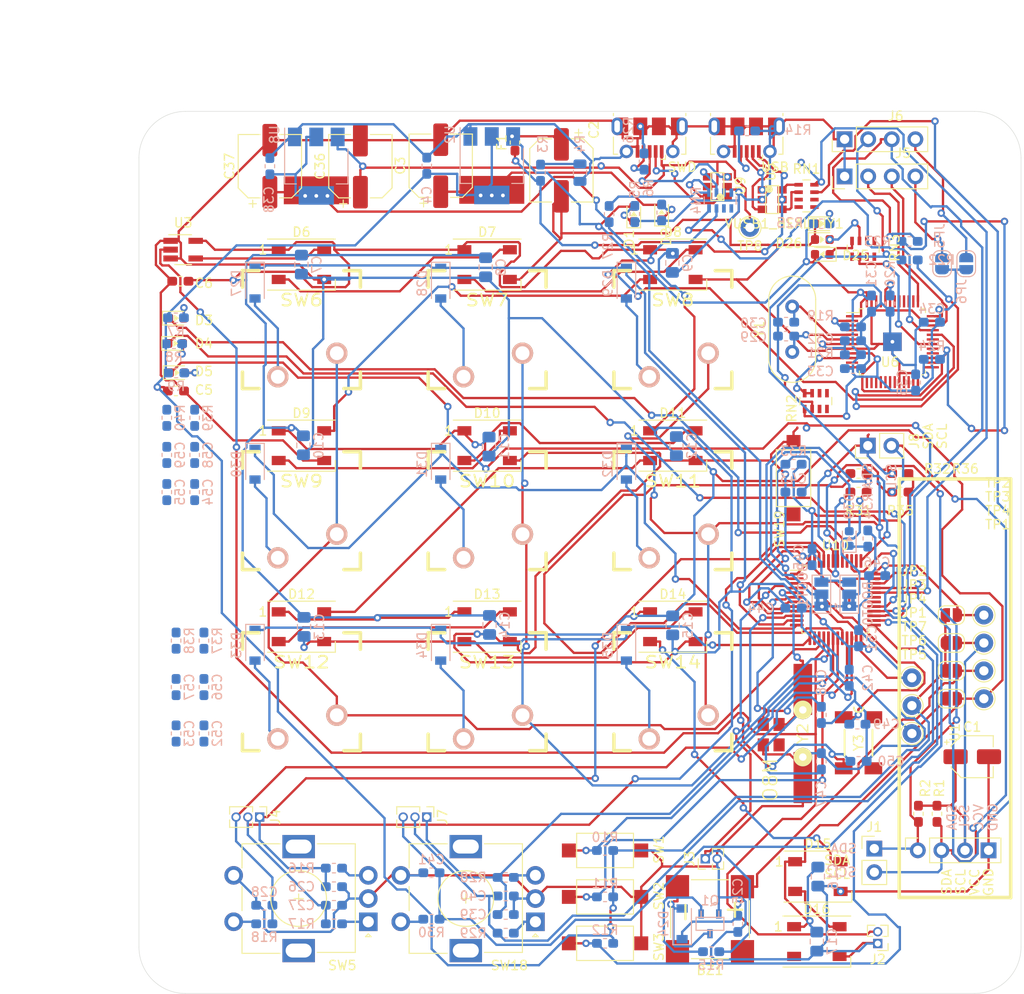
<source format=kicad_pcb>
(kicad_pcb (version 20171130) (host pcbnew 5.1.2-f72e74a~84~ubuntu18.04.1)
  (layers (0 F.Cu signal) (31 B.Cu signal) (34 B.Paste user) (35 F.Paste user) (36 B.SilkS user) (37 F.SilkS user) (38 B.Mask user) (39 F.Mask user) (44 Edge.Cuts user))
  (net 0 "")
  (net 1 GND)
  (net 2 Vstm32_stlink)
  (net 3 Vusb_1)
  (net 4 "Net-(R26-Pad1)")
  (net 5 "Net-(U7-Pad3)")
  (net 6 "Net-(U7-Pad2)")
  (net 7 "Net-(D27-Pad2)")
  (net 8 "Net-(D28-Pad2)")
  (net 9 "Net-(D29-Pad2)")
  (net 10 "Net-(D30-Pad2)")
  (net 11 "Net-(D31-Pad2)")
  (net 12 "Net-(D32-Pad2)")
  (net 13 "Net-(D33-Pad2)")
  (net 14 "Net-(D34-Pad2)")
  (net 15 "Net-(D35-Pad2)")
  (net 16 "Net-(R28-Pad1)")
  (net 17 "Net-(R29-Pad1)")
  (net 18 "Net-(R30-Pad1)")
  (net 19 "Net-(R16-Pad1)")
  (net 20 "Net-(R17-Pad1)")
  (net 21 "Net-(R18-Pad1)")
  (net 22 Vstm32)
  (net 23 "Net-(D39-Pad1)")
  (net 24 "Net-(JP7-Pad2)")
  (net 25 "Net-(JP8-Pad2)")
  (net 26 "Net-(BZ1-PadN)")
  (net 27 Vbuzzer)
  (net 28 Voled)
  (net 29 +5V)
  (net 30 +3V3)
  (net 31 /rot_enc2/A)
  (net 32 /rot_enc2/B)
  (net 33 /stm32_core/ROT_ENC_SW1)
  (net 34 /rot_enc/A)
  (net 35 /rot_enc/B)
  (net 36 /stm32_core/ROT_ENC_SW2)
  (net 37 "Net-(D1-Pad1)")
  (net 38 "Net-(D2-Pad1)")
  (net 39 /keyboard_key/ROW1)
  (net 40 /keyboard_key/ROW2)
  (net 41 /keyboard_key/ROW3)
  (net 42 Vusb)
  (net 43 /oled/SCL)
  (net 44 /oled/SDA)
  (net 45 /stm32_core/BUZZER)
  (net 46 "Net-(Q1-Pad1)")
  (net 47 "Net-(R3-Pad2)")
  (net 48 /stm32_core/USR_BTN1)
  (net 49 /stm32_core/USR_BTN2)
  (net 50 /stm32_core/USR_BTN3)
  (net 51 "Net-(R14-Pad1)")
  (net 52 /stm32_core/USB_P)
  (net 53 /stm32_core/USB_N)
  (net 54 "Net-(RN1-Pad1)")
  (net 55 "Net-(RN1-Pad2)")
  (net 56 /keyboard_key/COL1)
  (net 57 /keyboard_key/COL2)
  (net 58 /keyboard_key/COL3)
  (net 59 "Net-(U4-Pad3)")
  (net 60 "Net-(U4-Pad2)")
  (net 61 VCC)
  (net 62 "Net-(C29-Pad2)")
  (net 63 "Net-(C30-Pad2)")
  (net 64 "Net-(C32-Pad1)")
  (net 65 "Net-(D25-Pad1)")
  (net 66 "Net-(D26-Pad2)")
  (net 67 "Net-(J5-Pad4)")
  (net 68 "Net-(J6-Pad4)")
  (net 69 "Net-(R19-Pad2)")
  (net 70 "Net-(R20-Pad2)")
  (net 71 "Net-(R24-Pad2)")
  (net 72 "Net-(R25-Pad1)")
  (net 73 "Net-(RN2-Pad7)")
  (net 74 /stm32_core/RESET)
  (net 75 /stm32_core/OSC_P)
  (net 76 /stm32_core/OSC_N)
  (net 77 /stm32_core/OSC32K_P)
  (net 78 /stm32_core/OSC32K_N)
  (net 79 /status_display/USR_LED_1)
  (net 80 "Net-(D3-Pad2)")
  (net 81 /status_display/USR_LED_2)
  (net 82 "Net-(D4-Pad2)")
  (net 83 /status_display/USR_LED_3)
  (net 84 "Net-(D5-Pad2)")
  (net 85 "Net-(D6-Pad2)")
  (net 86 "Net-(D6-Pad4)")
  (net 87 "Net-(D7-Pad2)")
  (net 88 "Net-(D8-Pad2)")
  (net 89 "Net-(D10-Pad4)")
  (net 90 "Net-(D10-Pad2)")
  (net 91 "Net-(D11-Pad2)")
  (net 92 "Net-(D12-Pad2)")
  (net 93 "Net-(D13-Pad2)")
  (net 94 "Net-(D14-Pad2)")
  (net 95 "Net-(D15-Pad2)")
  (net 96 /stm32_core/PC13)
  (net 97 /WS2812/WS2812_IN)
  (net 98 /stm32_swd/SWDIO)
  (net 99 /stm32_swd/SWCLK)
  (net 100 /stm32_swd/D_SWDIO)
  (net 101 /stm32_swd/D_SWCLK)
  (net 102 /stm32_swd/T_JTCK)
  (net 103 /stm32_swd/T_JTMS)
  (net 104 "Net-(R27-Pad2)")
  (net 105 /stm32_core/BOOT0)
  (net 106 /stm32_core/BOOT1)
  (net 107 /stm32_swd/LED_STLINK)
  (net 108 /stm32_swd/USB_P)
  (net 109 /stm32_swd/USB_N)
  (net 110 "Net-(RN4-Pad2)")
  (module footprint-lib:cherry_mx_without_led_100H (layer F.Cu) (at 77.5 82.5 180)
    (fp_text reference SW14 (at 0 3.175) (layer F.SilkS) (effects (font (size 1.27 1.524) (thickness 0.2032))))
    (fp_text value KEY33 hide)
    (pad 1 thru_hole circle (at 2.54 -5.08 180) (size 2.286 2.286) (drill 1.4986) (layers *.Cu *.SilkS *.Mask) (net 15 "Net-(D35-Pad2)"))
    (pad 2 thru_hole circle (at -3.81 -2.54 180) (size 2.286 2.286) (drill 1.4986) (layers *.Cu *.SilkS *.Mask) (net 58 /keyboard_key/COL3))
    (pad HOLE np_thru_hole circle (at 0 0 180) (size 3.9878 3.9878) (drill 3.9878) (layers *.Cu))
    (pad HOLE np_thru_hole circle (at -5.08 0 180) (size 1.8 1.8) (drill 1.8) (layers *.Cu))
    (pad HOLE np_thru_hole circle (at 5.08 0 180) (size 1.8 1.8) (drill 1.8) (layers *.Cu))
  )
  (module footprint-lib:cherry_mx_without_led_100H (layer F.Cu) (at 57.5 82.5 180)
    (fp_text reference SW13 (at 0 3.175) (layer F.SilkS) (effects (font (size 1.27 1.524) (thickness 0.2032))))
    (fp_text value KEY32 hide)
    (pad 1 thru_hole circle (at 2.54 -5.08 180) (size 2.286 2.286) (drill 1.4986) (layers *.Cu *.SilkS *.Mask) (net 14 "Net-(D34-Pad2)"))
    (pad 2 thru_hole circle (at -3.81 -2.54 180) (size 2.286 2.286) (drill 1.4986) (layers *.Cu *.SilkS *.Mask) (net 57 /keyboard_key/COL2))
    (pad HOLE np_thru_hole circle (at 0 0 180) (size 3.9878 3.9878) (drill 3.9878) (layers *.Cu))
    (pad HOLE np_thru_hole circle (at -5.08 0 180) (size 1.8 1.8) (drill 1.8) (layers *.Cu))
    (pad HOLE np_thru_hole circle (at 5.08 0 180) (size 1.8 1.8) (drill 1.8) (layers *.Cu))
  )
  (module footprint-lib:cherry_mx_without_led_100H (layer F.Cu) (at 37.5 82.5 180)
    (fp_text reference SW12 (at 0 3.175) (layer F.SilkS) (effects (font (size 1.27 1.524) (thickness 0.2032))))
    (fp_text value KEY31 hide)
    (pad 1 thru_hole circle (at 2.54 -5.08 180) (size 2.286 2.286) (drill 1.4986) (layers *.Cu *.SilkS *.Mask) (net 13 "Net-(D33-Pad2)"))
    (pad 2 thru_hole circle (at -3.81 -2.54 180) (size 2.286 2.286) (drill 1.4986) (layers *.Cu *.SilkS *.Mask) (net 56 /keyboard_key/COL1))
    (pad HOLE np_thru_hole circle (at 0 0 180) (size 3.9878 3.9878) (drill 3.9878) (layers *.Cu))
    (pad HOLE np_thru_hole circle (at -5.08 0 180) (size 1.8 1.8) (drill 1.8) (layers *.Cu))
    (pad HOLE np_thru_hole circle (at 5.08 0 180) (size 1.8 1.8) (drill 1.8) (layers *.Cu))
  )
  (module footprint-lib:cherry_mx_without_led_100H (layer F.Cu) (at 77.5 63 180)
    (fp_text reference SW11 (at 0 3.175) (layer F.SilkS) (effects (font (size 1.27 1.524) (thickness 0.2032))))
    (fp_text value KEY23 hide)
    (pad 1 thru_hole circle (at 2.54 -5.08 180) (size 2.286 2.286) (drill 1.4986) (layers *.Cu *.SilkS *.Mask) (net 12 "Net-(D32-Pad2)"))
    (pad 2 thru_hole circle (at -3.81 -2.54 180) (size 2.286 2.286) (drill 1.4986) (layers *.Cu *.SilkS *.Mask) (net 58 /keyboard_key/COL3))
    (pad HOLE np_thru_hole circle (at 0 0 180) (size 3.9878 3.9878) (drill 3.9878) (layers *.Cu))
    (pad HOLE np_thru_hole circle (at -5.08 0 180) (size 1.8 1.8) (drill 1.8) (layers *.Cu))
    (pad HOLE np_thru_hole circle (at 5.08 0 180) (size 1.8 1.8) (drill 1.8) (layers *.Cu))
  )
  (module footprint-lib:cherry_mx_without_led_100H (layer F.Cu) (at 57.5 63 180)
    (fp_text reference SW10 (at 0 3.175) (layer F.SilkS) (effects (font (size 1.27 1.524) (thickness 0.2032))))
    (fp_text value KEY22 hide)
    (pad 1 thru_hole circle (at 2.54 -5.08 180) (size 2.286 2.286) (drill 1.4986) (layers *.Cu *.SilkS *.Mask) (net 11 "Net-(D31-Pad2)"))
    (pad 2 thru_hole circle (at -3.81 -2.54 180) (size 2.286 2.286) (drill 1.4986) (layers *.Cu *.SilkS *.Mask) (net 57 /keyboard_key/COL2))
    (pad HOLE np_thru_hole circle (at 0 0 180) (size 3.9878 3.9878) (drill 3.9878) (layers *.Cu))
    (pad HOLE np_thru_hole circle (at -5.08 0 180) (size 1.8 1.8) (drill 1.8) (layers *.Cu))
    (pad HOLE np_thru_hole circle (at 5.08 0 180) (size 1.8 1.8) (drill 1.8) (layers *.Cu))
  )
  (module footprint-lib:cherry_mx_without_led_100H (layer F.Cu) (at 37.5 63 180)
    (fp_text reference SW9 (at 0 3.175) (layer F.SilkS) (effects (font (size 1.27 1.524) (thickness 0.2032))))
    (fp_text value KEY21 hide)
    (pad 1 thru_hole circle (at 2.54 -5.08 180) (size 2.286 2.286) (drill 1.4986) (layers *.Cu *.SilkS *.Mask) (net 10 "Net-(D30-Pad2)"))
    (pad 2 thru_hole circle (at -3.81 -2.54 180) (size 2.286 2.286) (drill 1.4986) (layers *.Cu *.SilkS *.Mask) (net 56 /keyboard_key/COL1))
    (pad HOLE np_thru_hole circle (at 0 0 180) (size 3.9878 3.9878) (drill 3.9878) (layers *.Cu))
    (pad HOLE np_thru_hole circle (at -5.08 0 180) (size 1.8 1.8) (drill 1.8) (layers *.Cu))
    (pad HOLE np_thru_hole circle (at 5.08 0 180) (size 1.8 1.8) (drill 1.8) (layers *.Cu))
  )
  (module footprint-lib:cherry_mx_without_led_100H (layer F.Cu) (at 77.5 43.5 180)
    (fp_text reference SW8 (at 0 3.175) (layer F.SilkS) (effects (font (size 1.27 1.524) (thickness 0.2032))))
    (fp_text value KEY13 hide)
    (pad 1 thru_hole circle (at 2.54 -5.08 180) (size 2.286 2.286) (drill 1.4986) (layers *.Cu *.SilkS *.Mask) (net 9 "Net-(D29-Pad2)"))
    (pad 2 thru_hole circle (at -3.81 -2.54 180) (size 2.286 2.286) (drill 1.4986) (layers *.Cu *.SilkS *.Mask) (net 58 /keyboard_key/COL3))
    (pad HOLE np_thru_hole circle (at 0 0 180) (size 3.9878 3.9878) (drill 3.9878) (layers *.Cu))
    (pad HOLE np_thru_hole circle (at -5.08 0 180) (size 1.8 1.8) (drill 1.8) (layers *.Cu))
    (pad HOLE np_thru_hole circle (at 5.08 0 180) (size 1.8 1.8) (drill 1.8) (layers *.Cu))
  )
  (module footprint-lib:cherry_mx_without_led_100H (layer F.Cu) (at 57.5 43.5 180)
    (fp_text reference SW7 (at 0 3.175) (layer F.SilkS) (effects (font (size 1.27 1.524) (thickness 0.2032))))
    (fp_text value KEY12 hide)
    (pad 1 thru_hole circle (at 2.54 -5.08 180) (size 2.286 2.286) (drill 1.4986) (layers *.Cu *.SilkS *.Mask) (net 8 "Net-(D28-Pad2)"))
    (pad 2 thru_hole circle (at -3.81 -2.54 180) (size 2.286 2.286) (drill 1.4986) (layers *.Cu *.SilkS *.Mask) (net 57 /keyboard_key/COL2))
    (pad HOLE np_thru_hole circle (at 0 0 180) (size 3.9878 3.9878) (drill 3.9878) (layers *.Cu))
    (pad HOLE np_thru_hole circle (at -5.08 0 180) (size 1.8 1.8) (drill 1.8) (layers *.Cu))
    (pad HOLE np_thru_hole circle (at 5.08 0 180) (size 1.8 1.8) (drill 1.8) (layers *.Cu))
  )
  (module footprint-lib:cherry_mx_without_led_100H (layer F.Cu) (at 37.5 43.5 180)
    (fp_text reference SW6 (at 0 3.175) (layer F.SilkS) (effects (font (size 1.27 1.524) (thickness 0.2032))))
    (fp_text value KEY11 hide)
    (pad 1 thru_hole circle (at 2.54 -5.08 180) (size 2.286 2.286) (drill 1.4986) (layers *.Cu *.SilkS *.Mask) (net 7 "Net-(D27-Pad2)"))
    (pad 2 thru_hole circle (at -3.81 -2.54 180) (size 2.286 2.286) (drill 1.4986) (layers *.Cu *.SilkS *.Mask) (net 56 /keyboard_key/COL1))
    (pad HOLE np_thru_hole circle (at 0 0 180) (size 3.9878 3.9878) (drill 3.9878) (layers *.Cu))
    (pad HOLE np_thru_hole circle (at -5.08 0 180) (size 1.8 1.8) (drill 1.8) (layers *.Cu))
    (pad HOLE np_thru_hole circle (at 5.08 0 180) (size 1.8 1.8) (drill 1.8) (layers *.Cu))
  )
  (module footprint-lib:USB_Micro-B_Molex-105017-0001 (layer F.Cu) (at 85.46 22.85 180)
    (fp_text reference U4 hide)
    (fp_text value USB (at -3.04 -3.15) (layer F.SilkS))
    (pad 6 smd rect (at -2.9 1.2375 180) (size 1.2 1.9) (layers F.Cu F.Mask) (net 1 GND))
    (pad 7 smd rect (at 2.9 1.2375 180) (size 1.2 1.9) (layers F.Cu F.Mask) (net 1 GND))
    (pad 7 thru_hole oval (at 3.5 1.2375 180) (size 1.2 1.9) (drill oval 0.6 1.3) (layers *.Cu *.Mask) (net 1 GND))
    (pad 6 thru_hole oval (at -3.5 1.2375) (size 1.2 1.9) (drill oval 0.6 1.3) (layers *.Cu *.Mask) (net 1 GND))
    (pad 6 smd rect (at -1 1.2375 180) (size 1.5 1.9) (layers F.Cu F.Paste F.Mask) (net 1 GND))
    (pad 9 thru_hole circle (at 2.5 -1.4625 180) (size 1.45 1.45) (drill 0.85) (layers *.Cu *.Mask) (net 1 GND))
    (pad 3 smd rect (at 0 -1.4625 180) (size 0.4 1.35) (layers F.Cu F.Paste F.Mask) (net 59 "Net-(U4-Pad3)"))
    (pad 4 smd rect (at 0.65 -1.4625 180) (size 0.4 1.35) (layers F.Cu F.Paste F.Mask) (net 51 "Net-(R14-Pad1)"))
    (pad 5 smd rect (at 1.3 -1.4625 180) (size 0.4 1.35) (layers F.Cu F.Paste F.Mask) (net 1 GND))
    (pad 1 smd rect (at -1.3 -1.4625 180) (size 0.4 1.35) (layers F.Cu F.Paste F.Mask) (net 42 Vusb))
    (pad 2 smd rect (at -0.65 -1.4625 180) (size 0.4 1.35) (layers F.Cu F.Paste F.Mask) (net 60 "Net-(U4-Pad2)"))
    (pad 8 thru_hole circle (at -2.5 -1.4625 180) (size 1.45 1.45) (drill 0.85) (layers *.Cu *.Mask) (net 1 GND))
    (pad 7 smd rect (at 1 1.2375 180) (size 1.5 1.9) (layers F.Cu F.Paste F.Mask) (net 1 GND))
  )
  (module footprint-lib:USB_Micro-B_Molex-105017-0001 (layer F.Cu) (at 75 22.85 180)
    (fp_text reference U7 hide)
    (fp_text value SWD (at -3.5 -3.15) (layer F.SilkS))
    (pad 6 smd rect (at -2.9 1.2375 180) (size 1.2 1.9) (layers F.Cu F.Mask) (net 1 GND))
    (pad 7 smd rect (at 2.9 1.2375 180) (size 1.2 1.9) (layers F.Cu F.Mask) (net 1 GND))
    (pad 7 thru_hole oval (at 3.5 1.2375 180) (size 1.2 1.9) (drill oval 0.6 1.3) (layers *.Cu *.Mask) (net 1 GND))
    (pad 6 thru_hole oval (at -3.5 1.2375) (size 1.2 1.9) (drill oval 0.6 1.3) (layers *.Cu *.Mask) (net 1 GND))
    (pad 6 smd rect (at -1 1.2375 180) (size 1.5 1.9) (layers F.Cu F.Paste F.Mask) (net 1 GND))
    (pad 9 thru_hole circle (at 2.5 -1.4625 180) (size 1.45 1.45) (drill 0.85) (layers *.Cu *.Mask) (net 1 GND))
    (pad 3 smd rect (at 0 -1.4625 180) (size 0.4 1.35) (layers F.Cu F.Paste F.Mask) (net 5 "Net-(U7-Pad3)"))
    (pad 4 smd rect (at 0.65 -1.4625 180) (size 0.4 1.35) (layers F.Cu F.Paste F.Mask) (net 4 "Net-(R26-Pad1)"))
    (pad 5 smd rect (at 1.3 -1.4625 180) (size 0.4 1.35) (layers F.Cu F.Paste F.Mask) (net 1 GND))
    (pad 1 smd rect (at -1.3 -1.4625 180) (size 0.4 1.35) (layers F.Cu F.Paste F.Mask) (net 3 Vusb_1))
    (pad 2 smd rect (at -0.65 -1.4625 180) (size 0.4 1.35) (layers F.Cu F.Paste F.Mask) (net 6 "Net-(U7-Pad2)"))
    (pad 8 thru_hole circle (at -2.5 -1.4625 180) (size 1.45 1.45) (drill 0.85) (layers *.Cu *.Mask) (net 1 GND))
    (pad 7 smd rect (at 1 1.2375 180) (size 1.5 1.9) (layers F.Cu F.Paste F.Mask) (net 1 GND))
  )
  (module footprint-lib:STM32F103C8T6 (layer F.Cu) (at 101.15 44.81)
    (fp_text reference U6 (at -0.25 2.19) (layer F.SilkS))
    (fp_text value STM32F103C8T6_rect)
    (pad 1 smd rect (at -4.35 -2.75) (size 1.3 0.25) (layers F.Cu F.Paste F.Mask) (net 2 Vstm32_stlink))
    (pad 2 smd rect (at -4.35 -2.25) (size 1.3 0.25) (layers F.Cu F.Paste F.Mask) (net 69 "Net-(R19-Pad2)"))
    (pad 3 smd rect (at -4.35 -1.75) (size 1.3 0.25) (layers F.Cu F.Paste F.Mask))
    (pad 4 smd rect (at -4.35 -1.25) (size 1.3 0.25) (layers F.Cu F.Paste F.Mask))
    (pad 5 smd rect (at -4.35 -0.75) (size 1.3 0.25) (layers F.Cu F.Paste F.Mask) (net 63 "Net-(C30-Pad2)"))
    (pad 6 smd rect (at -4.35 -0.25) (size 1.3 0.25) (layers F.Cu F.Paste F.Mask) (net 62 "Net-(C29-Pad2)"))
    (pad 7 smd rect (at -4.35 0.25) (size 1.3 0.25) (layers F.Cu F.Paste F.Mask) (net 64 "Net-(C32-Pad1)"))
    (pad 8 smd rect (at -4.35 0.75) (size 1.3 0.25) (layers F.Cu F.Paste F.Mask) (net 1 GND))
    (pad 9 smd rect (at -4.35 1.25) (size 1.3 0.25) (layers F.Cu F.Paste F.Mask) (net 2 Vstm32_stlink))
    (pad 10 smd rect (at -4.35 1.75) (size 1.3 0.25) (layers F.Cu F.Paste F.Mask) (net 73 "Net-(RN2-Pad7)"))
    (pad 11 smd rect (at -4.35 2.25) (size 1.3 0.25) (layers F.Cu F.Paste F.Mask))
    (pad 12 smd rect (at -4.35 2.75) (size 1.3 0.25) (layers F.Cu F.Paste F.Mask))
    (pad 13 smd rect (at -2.75 4.35 90) (size 1.3 0.25) (layers F.Cu F.Paste F.Mask))
    (pad 14 smd rect (at -2.25 4.35 90) (size 1.3 0.25) (layers F.Cu F.Paste F.Mask))
    (pad 15 smd rect (at -1.75 4.35 90) (size 1.3 0.25) (layers F.Cu F.Paste F.Mask))
    (pad 16 smd rect (at -1.25 4.35 90) (size 1.3 0.25) (layers F.Cu F.Paste F.Mask))
    (pad 17 smd rect (at -0.75 4.35 90) (size 1.3 0.25) (layers F.Cu F.Paste F.Mask))
    (pad 18 smd rect (at -0.25 4.35 90) (size 1.3 0.25) (layers F.Cu F.Paste F.Mask))
    (pad 19 smd rect (at 0.25 4.35 90) (size 1.3 0.25) (layers F.Cu F.Paste F.Mask))
    (pad 20 smd rect (at 0.75 4.35 90) (size 1.3 0.25) (layers F.Cu F.Paste F.Mask) (net 1 GND))
    (pad 21 smd rect (at 1.25 4.35 90) (size 1.3 0.25) (layers F.Cu F.Paste F.Mask))
    (pad 22 smd rect (at 1.75 4.35 90) (size 1.3 0.25) (layers F.Cu F.Paste F.Mask))
    (pad 23 smd rect (at 2.25 4.35 90) (size 1.3 0.25) (layers F.Cu F.Paste F.Mask) (net 1 GND))
    (pad 24 smd rect (at 2.75 4.35 90) (size 1.3 0.25) (layers F.Cu F.Paste F.Mask) (net 2 Vstm32_stlink))
    (pad 25 smd rect (at 4.35 2.75) (size 1.3 0.25) (layers F.Cu F.Paste F.Mask) (net 71 "Net-(R24-Pad2)"))
    (pad 26 smd rect (at 4.35 2.25) (size 1.3 0.25) (layers F.Cu F.Paste F.Mask) (net 102 /stm32_swd/T_JTCK))
    (pad 27 smd rect (at 4.35 1.75) (size 1.3 0.25) (layers F.Cu F.Paste F.Mask) (net 103 /stm32_swd/T_JTMS))
    (pad 28 smd rect (at 4.35 1.25) (size 1.3 0.25) (layers F.Cu F.Paste F.Mask))
    (pad 29 smd rect (at 4.35 0.75) (size 1.3 0.25) (layers F.Cu F.Paste F.Mask))
    (pad 30 smd rect (at 4.35 0.25) (size 1.3 0.25) (layers F.Cu F.Paste F.Mask) (net 107 /stm32_swd/LED_STLINK))
    (pad 31 smd rect (at 4.35 -0.25) (size 1.3 0.25) (layers F.Cu F.Paste F.Mask))
    (pad 32 smd rect (at 4.35 -0.75) (size 1.3 0.25) (layers F.Cu F.Paste F.Mask) (net 109 /stm32_swd/USB_N))
    (pad 33 smd rect (at 4.35 -1.25) (size 1.3 0.25) (layers F.Cu F.Paste F.Mask) (net 108 /stm32_swd/USB_P))
    (pad 34 smd rect (at 4.35 -1.75) (size 1.3 0.25) (layers F.Cu F.Paste F.Mask) (net 98 /stm32_swd/SWDIO))
    (pad 35 smd rect (at 4.35 -2.25) (size 1.3 0.25) (layers F.Cu F.Paste F.Mask) (net 1 GND))
    (pad 36 smd rect (at 4.35 -2.75) (size 1.3 0.25) (layers F.Cu F.Paste F.Mask) (net 2 Vstm32_stlink))
    (pad 37 smd rect (at 2.75 -4.35 90) (size 1.3 0.25) (layers F.Cu F.Paste F.Mask) (net 99 /stm32_swd/SWCLK))
    (pad 38 smd rect (at 2.25 -4.35 90) (size 1.3 0.25) (layers F.Cu F.Paste F.Mask))
    (pad 39 smd rect (at 1.75 -4.35 90) (size 1.3 0.25) (layers F.Cu F.Paste F.Mask))
    (pad 40 smd rect (at 1.25 -4.35 90) (size 1.3 0.25) (layers F.Cu F.Paste F.Mask))
    (pad 41 smd rect (at 0.75 -4.35 90) (size 1.3 0.25) (layers F.Cu F.Paste F.Mask))
    (pad 42 smd rect (at 0.25 -4.35 90) (size 1.3 0.25) (layers F.Cu F.Paste F.Mask))
    (pad 43 smd rect (at -0.25 -4.35 90) (size 1.3 0.25) (layers F.Cu F.Paste F.Mask))
    (pad 44 smd rect (at -0.75 -4.35 90) (size 1.3 0.25) (layers F.Cu F.Paste F.Mask) (net 70 "Net-(R20-Pad2)"))
    (pad 45 smd rect (at -1.25 -4.35 90) (size 1.3 0.25) (layers F.Cu F.Paste F.Mask))
    (pad 46 smd rect (at -1.75 -4.35 90) (size 1.3 0.25) (layers F.Cu F.Paste F.Mask))
    (pad 47 smd rect (at -2.25 -4.35 90) (size 1.3 0.25) (layers F.Cu F.Paste F.Mask) (net 1 GND))
    (pad 48 smd rect (at -2.75 -4.35 90) (size 1.3 0.25) (layers F.Cu F.Paste F.Mask) (net 2 Vstm32_stlink))
    (pad 47 thru_hole rect (at 0 0) (size 2 2) (drill 0.4) (layers *.Cu) (net 1 GND))
  )
  (module footprint-lib:MountingHole_2.7mm_M2.5,rpi_like (layer F.Cu) (at 47.5 52.5)
    (fp_text reference H8 hide)
    (fp_text value MOUNT_M2)
    (pad "" np_thru_hole circle (at 0 0) (size 2.7 2.7) (drill 2.7) (layers *.Cu *.Mask) (clearance 1.5))
  )
  (module footprint-lib:MountingHole_2.7mm_M2.5,rpi_like (layer F.Cu) (at 67.5 72.5)
    (fp_text reference H7 hide)
    (fp_text value MOUNT_M2)
    (pad "" np_thru_hole circle (at 0 0) (size 2.7 2.7) (drill 2.7) (layers *.Cu *.Mask) (clearance 1.5))
  )
  (module footprint-lib:USBLC6-2SC6_SOT23-6 (layer F.Cu) (at 82.3 28.1 90)
    (fp_text reference U9 (at 0.09 2.49 90) (layer F.SilkS))
    (fp_text value USBLC6-2SC6_SOT23-6 hide)
    (pad 1 smd rect (at -1.05 1.06 90) (size 0.8 1) (layers F.Cu F.Paste F.Mask) (net 6 "Net-(U7-Pad2)"))
    (pad 3 smd rect (at 1.05 1.06 90) (size 0.8 1) (layers F.Cu F.Paste F.Mask) (net 5 "Net-(U7-Pad3)"))
    (pad 2 smd rect (at 0 1.06 90) (size 0.8 1) (layers F.Cu F.Paste F.Mask) (net 1 GND))
    (pad 4 smd rect (at 1.05 -1.06 90) (size 0.8 1) (layers F.Cu F.Paste F.Mask) (net 110 "Net-(RN4-Pad2)"))
    (pad 6 smd rect (at -1.05 -1.06 90) (size 0.8 1) (layers F.Cu F.Paste F.Mask) (net 104 "Net-(R27-Pad2)"))
    (pad 5 smd rect (at 0 -1.06 90) (size 0.8 1) (layers F.Cu F.Paste F.Mask) (net 3 Vusb_1))
  )
  (module Package_TO_SOT_SMD:SOT-23-5_HandSoldering (layer F.Cu) (at 24.76 34.89)
    (fp_text reference U3 (at 0 -2.9) (layer F.SilkS))
    (fp_text value 74AHCT1G125)
    (pad 5 smd rect (at 1.35 -0.95) (size 1.56 0.65) (layers F.Cu F.Paste F.Mask) (net 61 VCC))
    (pad 4 smd rect (at 1.35 0.95) (size 1.56 0.65) (layers F.Cu F.Paste F.Mask) (net 86 "Net-(D6-Pad4)"))
    (pad 3 smd rect (at -1.35 0.95) (size 1.56 0.65) (layers F.Cu F.Paste F.Mask) (net 1 GND))
    (pad 2 smd rect (at -1.35 0) (size 1.56 0.65) (layers F.Cu F.Paste F.Mask) (net 97 /WS2812/WS2812_IN))
    (pad 1 smd rect (at -1.35 -0.95) (size 1.56 0.65) (layers F.Cu F.Paste F.Mask) (net 1 GND))
  )
  (module Resistor_SMD:R_Array_Concave_4x0603 (layer B.Cu) (at 82.6 29.6 270)
    (fp_text reference RN4 (at 0 2.6 90) (layer B.SilkS) (effects (justify mirror)))
    (fp_text value RN_221,0603)
    (pad 5 smd rect (at 0.85 -1.2 270) (size 0.9 0.4) (layers B.Cu B.Paste B.Mask))
    (pad 6 smd rect (at 0.85 -0.4 270) (size 0.9 0.4) (layers B.Cu B.Paste B.Mask))
    (pad 7 smd rect (at 0.85 0.4 270) (size 0.9 0.4) (layers B.Cu B.Paste B.Mask) (net 109 /stm32_swd/USB_N))
    (pad 8 smd rect (at 0.85 1.2 270) (size 0.9 0.4) (layers B.Cu B.Paste B.Mask) (net 108 /stm32_swd/USB_P))
    (pad 4 smd rect (at -0.85 -1.2 270) (size 0.9 0.4) (layers B.Cu B.Paste B.Mask))
    (pad 1 smd rect (at -0.85 1.2 270) (size 0.9 0.4) (layers B.Cu B.Paste B.Mask) (net 104 "Net-(R27-Pad2)"))
    (pad 3 smd rect (at -0.85 -0.4 270) (size 0.9 0.4) (layers B.Cu B.Paste B.Mask))
    (pad 2 smd rect (at -0.85 0.4 270) (size 0.9 0.4) (layers B.Cu B.Paste B.Mask) (net 110 "Net-(RN4-Pad2)"))
  )
  (module Resistor_SMD:R_0603_1608Metric_Pad1.05x0.95mm_HandSolder (layer B.Cu) (at 70.64 31.06 90)
    (fp_text reference R27 (at -3.44 -0.14 90) (layer B.SilkS) (effects (justify mirror)))
    (fp_text value R152,0603)
    (pad 2 smd roundrect (at 0.875 0 90) (size 1.05 0.95) (layers B.Cu B.Paste B.Mask) (net 104 "Net-(R27-Pad2)"))
    (pad 1 smd roundrect (at -0.875 0 90) (size 1.05 0.95) (layers B.Cu B.Paste B.Mask) (net 2 Vstm32_stlink))
  )
  (module Resistor_SMD:R_0603_1608Metric_Pad1.05x0.95mm_HandSolder (layer B.Cu) (at 74.4 25.4 90)
    (fp_text reference R26 (at 3.374999 -1.67 90) (layer B.SilkS) (effects (justify mirror)))
    (fp_text value R104,0603)
    (pad 2 smd roundrect (at 0.875 0 90) (size 1.05 0.95) (layers B.Cu B.Paste B.Mask) (net 1 GND))
    (pad 1 smd roundrect (at -0.875 0 90) (size 1.05 0.95) (layers B.Cu B.Paste B.Mask) (net 4 "Net-(R26-Pad1)"))
  )
  (module Resistor_SMD:R_0603_1608Metric_Pad1.05x0.95mm_HandSolder (layer B.Cu) (at 24.01 48.17)
    (fp_text reference R9 (at 0 1.43) (layer B.SilkS) (effects (justify mirror)))
    (fp_text value R103,0603)
    (pad 2 smd roundrect (at 0.875 0) (size 1.05 0.95) (layers B.Cu B.Paste B.Mask) (net 84 "Net-(D5-Pad2)"))
    (pad 1 smd roundrect (at -0.875 0) (size 1.05 0.95) (layers B.Cu B.Paste B.Mask) (net 30 +3V3))
  )
  (module Resistor_SMD:R_0603_1608Metric_Pad1.05x0.95mm_HandSolder (layer B.Cu) (at 23.77 45.03)
    (fp_text reference R8 (at 0 1.43) (layer B.SilkS) (effects (justify mirror)))
    (fp_text value R103,0603)
    (pad 2 smd roundrect (at 0.875 0) (size 1.05 0.95) (layers B.Cu B.Paste B.Mask) (net 82 "Net-(D4-Pad2)"))
    (pad 1 smd roundrect (at -0.875 0) (size 1.05 0.95) (layers B.Cu B.Paste B.Mask) (net 30 +3V3))
  )
  (module Resistor_SMD:R_0603_1608Metric_Pad1.05x0.95mm_HandSolder (layer B.Cu) (at 23.97 42.23)
    (fp_text reference R7 (at 0 1.43) (layer B.SilkS) (effects (justify mirror)))
    (fp_text value R103,0603)
    (pad 2 smd roundrect (at 0.875 0) (size 1.05 0.95) (layers B.Cu B.Paste B.Mask) (net 80 "Net-(D3-Pad2)"))
    (pad 1 smd roundrect (at -0.875 0) (size 1.05 0.95) (layers B.Cu B.Paste B.Mask) (net 30 +3V3))
  )
  (module Connector_PinHeader_1.27mm:PinHeader_1x02_P1.27mm_Vertical (layer F.Cu) (at 99.57 109.62 180)
    (fp_text reference J2 (at 0 -1.695) (layer F.SilkS))
    (fp_text value WS2812_HEADER)
    (pad 2 thru_hole oval (at 0 1.27 180) (size 1 1) (drill 0.65) (layers *.Cu *.Mask) (net 97 /WS2812/WS2812_IN))
    (pad 1 thru_hole rect (at 0 0 180) (size 1 1) (drill 0.65) (layers *.Cu *.Mask) (net 1 GND))
  )
  (module footprint-lib:LED_WS2812B_5050_white (layer F.Cu) (at 93.01 109.41)
    (fp_text reference D16 (at 0 -3.5) (layer F.SilkS))
    (fp_text value WS2812B)
    (fp_text user 1 (at -4.15 -1.6) (layer F.SilkS))
    (pad 1 smd rect (at -2.45 -1.6) (size 1.5 1) (layers F.Cu F.Paste F.Mask) (net 61 VCC))
    (pad 2 smd rect (at -2.45 1.6) (size 1.5 1) (layers F.Cu F.Paste F.Mask))
    (pad 4 smd rect (at 2.45 -1.6) (size 1.5 1) (layers F.Cu F.Paste F.Mask) (net 95 "Net-(D15-Pad2)"))
    (pad 3 smd rect (at 2.45 1.6) (size 1.5 1) (layers F.Cu F.Paste F.Mask) (net 1 GND))
  )
  (module footprint-lib:LED_WS2812B_5050_white (layer F.Cu) (at 93.12 102.41)
    (fp_text reference D15 (at 0 -3.5) (layer F.SilkS))
    (fp_text value WS2812B)
    (fp_text user 1 (at -4.15 -1.6) (layer F.SilkS))
    (pad 1 smd rect (at -2.45 -1.6) (size 1.5 1) (layers F.Cu F.Paste F.Mask) (net 61 VCC))
    (pad 2 smd rect (at -2.45 1.6) (size 1.5 1) (layers F.Cu F.Paste F.Mask) (net 95 "Net-(D15-Pad2)"))
    (pad 4 smd rect (at 2.45 -1.6) (size 1.5 1) (layers F.Cu F.Paste F.Mask) (net 94 "Net-(D14-Pad2)"))
    (pad 3 smd rect (at 2.45 1.6) (size 1.5 1) (layers F.Cu F.Paste F.Mask) (net 1 GND))
  )
  (module footprint-lib:LED_WS2812B_5050_white (layer F.Cu) (at 77.5 75.5)
    (fp_text reference D14 (at 0 -3.5) (layer F.SilkS))
    (fp_text value WS2812B)
    (fp_text user 1 (at -4.15 -1.6) (layer F.SilkS))
    (pad 1 smd rect (at -2.45 -1.6) (size 1.5 1) (layers F.Cu F.Paste F.Mask) (net 61 VCC))
    (pad 2 smd rect (at -2.45 1.6) (size 1.5 1) (layers F.Cu F.Paste F.Mask) (net 94 "Net-(D14-Pad2)"))
    (pad 4 smd rect (at 2.45 -1.6) (size 1.5 1) (layers F.Cu F.Paste F.Mask) (net 93 "Net-(D13-Pad2)"))
    (pad 3 smd rect (at 2.45 1.6) (size 1.5 1) (layers F.Cu F.Paste F.Mask) (net 1 GND))
  )
  (module footprint-lib:LED_WS2812B_5050_white (layer F.Cu) (at 57.5 75.5)
    (fp_text reference D13 (at 0 -3.5) (layer F.SilkS))
    (fp_text value WS2812B)
    (fp_text user 1 (at -4.15 -1.6) (layer F.SilkS))
    (pad 1 smd rect (at -2.45 -1.6) (size 1.5 1) (layers F.Cu F.Paste F.Mask) (net 61 VCC))
    (pad 2 smd rect (at -2.45 1.6) (size 1.5 1) (layers F.Cu F.Paste F.Mask) (net 93 "Net-(D13-Pad2)"))
    (pad 4 smd rect (at 2.45 -1.6) (size 1.5 1) (layers F.Cu F.Paste F.Mask) (net 92 "Net-(D12-Pad2)"))
    (pad 3 smd rect (at 2.45 1.6) (size 1.5 1) (layers F.Cu F.Paste F.Mask) (net 1 GND))
  )
  (module footprint-lib:LED_WS2812B_5050_white (layer F.Cu) (at 37.5 75.5)
    (fp_text reference D12 (at 0 -3.5) (layer F.SilkS))
    (fp_text value WS2812B)
    (fp_text user 1 (at -4.15 -1.6) (layer F.SilkS))
    (pad 1 smd rect (at -2.45 -1.6) (size 1.5 1) (layers F.Cu F.Paste F.Mask) (net 61 VCC))
    (pad 2 smd rect (at -2.45 1.6) (size 1.5 1) (layers F.Cu F.Paste F.Mask) (net 92 "Net-(D12-Pad2)"))
    (pad 4 smd rect (at 2.45 -1.6) (size 1.5 1) (layers F.Cu F.Paste F.Mask) (net 91 "Net-(D11-Pad2)"))
    (pad 3 smd rect (at 2.45 1.6) (size 1.5 1) (layers F.Cu F.Paste F.Mask) (net 1 GND))
  )
  (module footprint-lib:LED_WS2812B_5050_white (layer F.Cu) (at 77.5 56)
    (fp_text reference D11 (at 0 -3.5) (layer F.SilkS))
    (fp_text value WS2812B)
    (fp_text user 1 (at -4.15 -1.6) (layer F.SilkS))
    (pad 1 smd rect (at -2.45 -1.6) (size 1.5 1) (layers F.Cu F.Paste F.Mask) (net 61 VCC))
    (pad 2 smd rect (at -2.45 1.6) (size 1.5 1) (layers F.Cu F.Paste F.Mask) (net 91 "Net-(D11-Pad2)"))
    (pad 4 smd rect (at 2.45 -1.6) (size 1.5 1) (layers F.Cu F.Paste F.Mask) (net 90 "Net-(D10-Pad2)"))
    (pad 3 smd rect (at 2.45 1.6) (size 1.5 1) (layers F.Cu F.Paste F.Mask) (net 1 GND))
  )
  (module footprint-lib:LED_WS2812B_5050_white (layer F.Cu) (at 57.5 56)
    (fp_text reference D10 (at 0 -3.5) (layer F.SilkS))
    (fp_text value WS2812B)
    (fp_text user 1 (at -4.15 -1.6) (layer F.SilkS))
    (pad 1 smd rect (at -2.45 -1.6) (size 1.5 1) (layers F.Cu F.Paste F.Mask) (net 61 VCC))
    (pad 2 smd rect (at -2.45 1.6) (size 1.5 1) (layers F.Cu F.Paste F.Mask) (net 90 "Net-(D10-Pad2)"))
    (pad 4 smd rect (at 2.45 -1.6) (size 1.5 1) (layers F.Cu F.Paste F.Mask) (net 89 "Net-(D10-Pad4)"))
    (pad 3 smd rect (at 2.45 1.6) (size 1.5 1) (layers F.Cu F.Paste F.Mask) (net 1 GND))
  )
  (module footprint-lib:LED_WS2812B_5050_white (layer F.Cu) (at 37.5 56)
    (fp_text reference D9 (at 0 -3.5) (layer F.SilkS))
    (fp_text value WS2812B)
    (fp_text user 1 (at -4.15 -1.6) (layer F.SilkS))
    (pad 1 smd rect (at -2.45 -1.6) (size 1.5 1) (layers F.Cu F.Paste F.Mask) (net 61 VCC))
    (pad 2 smd rect (at -2.45 1.6) (size 1.5 1) (layers F.Cu F.Paste F.Mask) (net 89 "Net-(D10-Pad4)"))
    (pad 4 smd rect (at 2.45 -1.6) (size 1.5 1) (layers F.Cu F.Paste F.Mask) (net 88 "Net-(D8-Pad2)"))
    (pad 3 smd rect (at 2.45 1.6) (size 1.5 1) (layers F.Cu F.Paste F.Mask) (net 1 GND))
  )
  (module footprint-lib:LED_WS2812B_5050_white (layer F.Cu) (at 77.5 36.5)
    (fp_text reference D8 (at 0 -3.5) (layer F.SilkS))
    (fp_text value WS2812B)
    (fp_text user 1 (at -4.15 -1.6) (layer F.SilkS))
    (pad 1 smd rect (at -2.45 -1.6) (size 1.5 1) (layers F.Cu F.Paste F.Mask) (net 61 VCC))
    (pad 2 smd rect (at -2.45 1.6) (size 1.5 1) (layers F.Cu F.Paste F.Mask) (net 88 "Net-(D8-Pad2)"))
    (pad 4 smd rect (at 2.45 -1.6) (size 1.5 1) (layers F.Cu F.Paste F.Mask) (net 87 "Net-(D7-Pad2)"))
    (pad 3 smd rect (at 2.45 1.6) (size 1.5 1) (layers F.Cu F.Paste F.Mask) (net 1 GND))
  )
  (module footprint-lib:LED_WS2812B_5050_white (layer F.Cu) (at 57.5 36.5)
    (fp_text reference D7 (at 0 -3.5) (layer F.SilkS))
    (fp_text value WS2812B)
    (fp_text user 1 (at -4.15 -1.6) (layer F.SilkS))
    (pad 1 smd rect (at -2.45 -1.6) (size 1.5 1) (layers F.Cu F.Paste F.Mask) (net 61 VCC))
    (pad 2 smd rect (at -2.45 1.6) (size 1.5 1) (layers F.Cu F.Paste F.Mask) (net 87 "Net-(D7-Pad2)"))
    (pad 4 smd rect (at 2.45 -1.6) (size 1.5 1) (layers F.Cu F.Paste F.Mask) (net 85 "Net-(D6-Pad2)"))
    (pad 3 smd rect (at 2.45 1.6) (size 1.5 1) (layers F.Cu F.Paste F.Mask) (net 1 GND))
  )
  (module footprint-lib:LED_WS2812B_5050_white (layer F.Cu) (at 37.5 36.5)
    (fp_text reference D6 (at 0 -3.5) (layer F.SilkS))
    (fp_text value WS2812B)
    (fp_text user 1 (at -4.15 -1.6) (layer F.SilkS))
    (pad 1 smd rect (at -2.45 -1.6) (size 1.5 1) (layers F.Cu F.Paste F.Mask) (net 61 VCC))
    (pad 2 smd rect (at -2.45 1.6) (size 1.5 1) (layers F.Cu F.Paste F.Mask) (net 85 "Net-(D6-Pad2)"))
    (pad 4 smd rect (at 2.45 -1.6) (size 1.5 1) (layers F.Cu F.Paste F.Mask) (net 86 "Net-(D6-Pad4)"))
    (pad 3 smd rect (at 2.45 1.6) (size 1.5 1) (layers F.Cu F.Paste F.Mask) (net 1 GND))
  )
  (module footprint-lib:LED_0603_1608Metric (layer F.Cu) (at 24.11 48.14)
    (fp_text reference D5 (at 2.89 -0.14) (layer F.SilkS))
    (fp_text value USR_LED_3)
    (pad 1 smd roundrect (at -0.7875 0) (size 0.875 0.95) (layers F.Cu F.Paste F.Mask) (net 83 /status_display/USR_LED_3))
    (pad 2 smd roundrect (at 0.7875 0) (size 0.875 0.95) (layers F.Cu F.Paste F.Mask) (net 84 "Net-(D5-Pad2)"))
  )
  (module footprint-lib:LED_0603_1608Metric (layer F.Cu) (at 23.95 44.99)
    (fp_text reference D4 (at 3.05 0.01) (layer F.SilkS))
    (fp_text value USR_LED_2)
    (pad 1 smd roundrect (at -0.7875 0) (size 0.875 0.95) (layers F.Cu F.Paste F.Mask) (net 81 /status_display/USR_LED_2))
    (pad 2 smd roundrect (at 0.7875 0) (size 0.875 0.95) (layers F.Cu F.Paste F.Mask) (net 82 "Net-(D4-Pad2)"))
  )
  (module footprint-lib:LED_0603_1608Metric (layer F.Cu) (at 24.03 42.27)
    (fp_text reference D3 (at 2.97 0.23) (layer F.SilkS))
    (fp_text value USR_LED_1)
    (pad 1 smd roundrect (at -0.7875 0) (size 0.875 0.95) (layers F.Cu F.Paste F.Mask) (net 79 /status_display/USR_LED_1))
    (pad 2 smd roundrect (at 0.7875 0) (size 0.875 0.95) (layers F.Cu F.Paste F.Mask) (net 80 "Net-(D3-Pad2)"))
  )
  (module Capacitor_SMD:C_0805_2012Metric_Pad1.15x1.40mm_HandSolder (layer B.Cu) (at 93.01 109.41 90)
    (fp_text reference C17 (at 0 1.65 90) (layer B.SilkS) (effects (justify mirror)))
    (fp_text value C106,0805)
    (pad 2 smd roundrect (at 1.025 0 90) (size 1.15 1.4) (layers B.Cu B.Paste B.Mask) (roundrect_rratio 0.217391) (net 61 VCC))
    (pad 1 smd roundrect (at -1.025 0 90) (size 1.15 1.4) (layers B.Cu B.Paste B.Mask) (roundrect_rratio 0.217391) (net 1 GND))
  )
  (module Capacitor_SMD:C_0805_2012Metric_Pad1.15x1.40mm_HandSolder (layer B.Cu) (at 93.12 102.41 90)
    (fp_text reference C16 (at 0 1.65 270) (layer B.SilkS) (effects (justify mirror)))
    (fp_text value C106,0805)
    (pad 2 smd roundrect (at 1.025 0 90) (size 1.15 1.4) (layers B.Cu B.Paste B.Mask) (roundrect_rratio 0.217391) (net 61 VCC))
    (pad 1 smd roundrect (at -1.025 0 90) (size 1.15 1.4) (layers B.Cu B.Paste B.Mask) (roundrect_rratio 0.217391) (net 1 GND))
  )
  (module Capacitor_SMD:C_0805_2012Metric_Pad1.15x1.40mm_HandSolder (layer B.Cu) (at 77.48 75.355 90)
    (fp_text reference C15 (at 0 1.65 90) (layer B.SilkS) (effects (justify mirror)))
    (fp_text value C106,0805)
    (pad 2 smd roundrect (at 1.025 0 90) (size 1.15 1.4) (layers B.Cu B.Paste B.Mask) (roundrect_rratio 0.217391) (net 61 VCC))
    (pad 1 smd roundrect (at -1.025 0 90) (size 1.15 1.4) (layers B.Cu B.Paste B.Mask) (roundrect_rratio 0.217391) (net 1 GND))
  )
  (module Capacitor_SMD:C_0805_2012Metric_Pad1.15x1.40mm_HandSolder (layer B.Cu) (at 57.76 75.31 90)
    (fp_text reference C14 (at 0 1.65 90) (layer B.SilkS) (effects (justify mirror)))
    (fp_text value C106,0805)
    (pad 2 smd roundrect (at 1.025 0 90) (size 1.15 1.4) (layers B.Cu B.Paste B.Mask) (roundrect_rratio 0.217391) (net 61 VCC))
    (pad 1 smd roundrect (at -1.025 0 90) (size 1.15 1.4) (layers B.Cu B.Paste B.Mask) (roundrect_rratio 0.217391) (net 1 GND))
  )
  (module Capacitor_SMD:C_0805_2012Metric_Pad1.15x1.40mm_HandSolder (layer B.Cu) (at 37.78 75.52 90)
    (fp_text reference C13 (at 0 1.65 90) (layer B.SilkS) (effects (justify mirror)))
    (fp_text value C106,0805)
    (pad 2 smd roundrect (at 1.025 0 90) (size 1.15 1.4) (layers B.Cu B.Paste B.Mask) (roundrect_rratio 0.217391) (net 61 VCC))
    (pad 1 smd roundrect (at -1.025 0 90) (size 1.15 1.4) (layers B.Cu B.Paste B.Mask) (roundrect_rratio 0.217391) (net 1 GND))
  )
  (module Capacitor_SMD:C_0805_2012Metric_Pad1.15x1.40mm_HandSolder (layer B.Cu) (at 77.89 56.045 90)
    (fp_text reference C12 (at 0 1.65 90) (layer B.SilkS) (effects (justify mirror)))
    (fp_text value C106,0805)
    (pad 2 smd roundrect (at 1.025 0 90) (size 1.15 1.4) (layers B.Cu B.Paste B.Mask) (roundrect_rratio 0.217391) (net 61 VCC))
    (pad 1 smd roundrect (at -1.025 0 90) (size 1.15 1.4) (layers B.Cu B.Paste B.Mask) (roundrect_rratio 0.217391) (net 1 GND))
  )
  (module Capacitor_SMD:C_0805_2012Metric_Pad1.15x1.40mm_HandSolder (layer B.Cu) (at 57.7 56.1 90)
    (fp_text reference C11 (at 0 1.65 90) (layer B.SilkS) (effects (justify mirror)))
    (fp_text value C106,0805)
    (pad 2 smd roundrect (at 1.025 0 90) (size 1.15 1.4) (layers B.Cu B.Paste B.Mask) (roundrect_rratio 0.217391) (net 61 VCC))
    (pad 1 smd roundrect (at -1.025 0 90) (size 1.15 1.4) (layers B.Cu B.Paste B.Mask) (roundrect_rratio 0.217391) (net 1 GND))
  )
  (module Capacitor_SMD:C_0805_2012Metric_Pad1.15x1.40mm_HandSolder (layer B.Cu) (at 37.71 55.96 90)
    (fp_text reference C10 (at 0 1.65 90) (layer B.SilkS) (effects (justify mirror)))
    (fp_text value C106,0805)
    (pad 2 smd roundrect (at 1.025 0 90) (size 1.15 1.4) (layers B.Cu B.Paste B.Mask) (roundrect_rratio 0.217391) (net 61 VCC))
    (pad 1 smd roundrect (at -1.025 0 90) (size 1.15 1.4) (layers B.Cu B.Paste B.Mask) (roundrect_rratio 0.217391) (net 1 GND))
  )
  (module Capacitor_SMD:C_0805_2012Metric_Pad1.15x1.40mm_HandSolder (layer B.Cu) (at 77.45 36.315 90)
    (fp_text reference C9 (at 0 1.65 90) (layer B.SilkS) (effects (justify mirror)))
    (fp_text value C106,0805)
    (pad 2 smd roundrect (at 1.025 0 90) (size 1.15 1.4) (layers B.Cu B.Paste B.Mask) (roundrect_rratio 0.217391) (net 61 VCC))
    (pad 1 smd roundrect (at -1.025 0 90) (size 1.15 1.4) (layers B.Cu B.Paste B.Mask) (roundrect_rratio 0.217391) (net 1 GND))
  )
  (module Capacitor_SMD:C_0805_2012Metric_Pad1.15x1.40mm_HandSolder (layer B.Cu) (at 57.34 36.785 90)
    (fp_text reference C8 (at 0 1.65 90) (layer B.SilkS) (effects (justify mirror)))
    (fp_text value C106,0805)
    (pad 2 smd roundrect (at 1.025 0 90) (size 1.15 1.4) (layers B.Cu B.Paste B.Mask) (roundrect_rratio 0.217391) (net 61 VCC))
    (pad 1 smd roundrect (at -1.025 0 90) (size 1.15 1.4) (layers B.Cu B.Paste B.Mask) (roundrect_rratio 0.217391) (net 1 GND))
  )
  (module Capacitor_SMD:C_0805_2012Metric_Pad1.15x1.40mm_HandSolder (layer B.Cu) (at 37.5 36.5 90)
    (fp_text reference C7 (at 0 1.65 90) (layer B.SilkS) (effects (justify mirror)))
    (fp_text value C106,0805)
    (pad 2 smd roundrect (at 1.025 0 90) (size 1.15 1.4) (layers B.Cu B.Paste B.Mask) (roundrect_rratio 0.217391) (net 61 VCC))
    (pad 1 smd roundrect (at -1.025 0 90) (size 1.15 1.4) (layers B.Cu B.Paste B.Mask) (roundrect_rratio 0.217391) (net 1 GND))
  )
  (module Capacitor_SMD:C_0603_1608Metric_Pad1.05x0.95mm_HandSolder (layer F.Cu) (at 24.46 38.29)
    (fp_text reference C6 (at 2.54 0.21) (layer F.SilkS))
    (fp_text value C106,0603)
    (pad 2 smd roundrect (at 0.875 0) (size 1.05 0.95) (layers F.Cu F.Paste F.Mask) (net 61 VCC))
    (pad 1 smd roundrect (at -0.875 0) (size 1.05 0.95) (layers F.Cu F.Paste F.Mask) (net 1 GND))
  )
  (module Capacitor_SMD:C_0603_1608Metric_Pad1.05x0.95mm_HandSolder (layer F.Cu) (at 23.98 50.11)
    (fp_text reference C5 (at 3.02 -0.11) (layer F.SilkS))
    (fp_text value C106,0603)
    (pad 2 smd roundrect (at 0.875 0) (size 1.05 0.95) (layers F.Cu F.Paste F.Mask) (net 1 GND))
    (pad 1 smd roundrect (at -0.875 0) (size 1.05 0.95) (layers F.Cu F.Paste F.Mask) (net 30 +3V3))
  )
  (module footprint-lib:osc_debug (layer F.Cu) (at 91.5 87 270)
    (fp_text reference Y2 (at 0 0 270) (layer F.SilkS) (effects (font (size 1.143 1.27) (thickness 0.1524))))
    (fp_text value O8M (at 5 3.5 90) (layer F.SilkS) (effects (font (size 1.5 1.5))))
    (pad 4 smd rect (at 1.227 2.5575 270) (size 1.4 1.2) (layers F.Cu F.Paste F.Mask))
    (pad 1 smd rect (at -0.973 2.5575 270) (size 1.4 1.2) (layers F.Cu F.Paste F.Mask) (net 75 /stm32_core/OSC_P))
    (pad 2 smd rect (at 1.227 4.2575 270) (size 1.4 1.2) (layers F.Cu F.Paste F.Mask) (net 1 GND))
    (pad 3 smd rect (at -0.973 4.2575 270) (size 1.4 1.2) (layers F.Cu F.Paste F.Mask) (net 76 /stm32_core/OSC_N))
    (pad 2 thru_hole circle (at 2.54 0 270) (size 1.99898 1.99898) (drill 0.8001) (layers *.Cu *.Mask F.SilkS) (net 1 GND))
    (pad 1 thru_hole circle (at -2.54 0 270) (size 1.99898 1.99898) (drill 0.8001) (layers *.Cu *.Mask F.SilkS) (net 75 /stm32_core/OSC_P))
    (pad 2 smd rect (at 4.7498 0 270) (size 5.4991 1.99898) (layers F.Cu F.Paste F.Mask) (net 1 GND))
    (pad 1 smd rect (at -4.7498 0 270) (size 5.4991 1.99898) (layers F.Cu F.Paste F.Mask) (net 75 /stm32_core/OSC_P))
  )
  (module Crystal:Crystal_HC49-4H_Vertical (layer F.Cu) (at 90.36 45.9 90)
    (fp_text reference Y1 (at 2.44 -3.525 90) (layer F.SilkS))
    (fp_text value O_8M)
    (pad 2 thru_hole circle (at 4.88 0 90) (size 1.5 1.5) (drill 0.8) (layers *.Cu *.Mask) (net 63 "Net-(C30-Pad2)"))
    (pad 1 thru_hole circle (at 0 0 90) (size 1.5 1.5) (drill 0.8) (layers *.Cu *.Mask) (net 62 "Net-(C29-Pad2)"))
  )
  (module footprint-lib:LED_0603_1608Metric (layer F.Cu) (at 93.6 32.1)
    (fp_text reference VUSB1_HEALTHY1 (at -4.1 0) (layer F.SilkS))
    (fp_text value LED_GREEN,0603)
    (pad 1 smd roundrect (at -0.7875 0) (size 0.875 0.95) (layers F.Cu F.Paste F.Mask) (net 1 GND))
    (pad 2 smd roundrect (at 0.7875 0) (size 0.875 0.95) (layers F.Cu F.Paste F.Mask) (net 72 "Net-(R25-Pad1)"))
  )
  (module Resistor_SMD:R_Array_Concave_4x0603 (layer F.Cu) (at 98 34.8 90)
    (fp_text reference RN3 (at 0.1 3.4 90) (layer F.SilkS))
    (fp_text value RN_221,0603)
    (pad 5 smd rect (at 0.85 1.2 90) (size 0.9 0.4) (layers F.Cu F.Paste F.Mask))
    (pad 6 smd rect (at 0.85 0.4 90) (size 0.9 0.4) (layers F.Cu F.Paste F.Mask))
    (pad 7 smd rect (at 0.85 -0.4 90) (size 0.9 0.4) (layers F.Cu F.Paste F.Mask) (net 66 "Net-(D26-Pad2)"))
    (pad 8 smd rect (at 0.85 -1.2 90) (size 0.9 0.4) (layers F.Cu F.Paste F.Mask) (net 65 "Net-(D25-Pad1)"))
    (pad 4 smd rect (at -0.85 1.2 90) (size 0.9 0.4) (layers F.Cu F.Paste F.Mask))
    (pad 1 smd rect (at -0.85 -1.2 90) (size 0.9 0.4) (layers F.Cu F.Paste F.Mask) (net 107 /stm32_swd/LED_STLINK))
    (pad 3 smd rect (at -0.85 0.4 90) (size 0.9 0.4) (layers F.Cu F.Paste F.Mask))
    (pad 2 smd rect (at -0.85 -0.4 90) (size 0.9 0.4) (layers F.Cu F.Paste F.Mask) (net 107 /stm32_swd/LED_STLINK))
  )
  (module Resistor_SMD:R_Array_Concave_4x0603 (layer F.Cu) (at 92.9 51.2 90)
    (fp_text reference RN2 (at -0.8 -2.6 90) (layer F.SilkS))
    (fp_text value RN_472,0603)
    (pad 5 smd rect (at 0.85 1.2 90) (size 0.9 0.4) (layers F.Cu F.Paste F.Mask))
    (pad 6 smd rect (at 0.85 0.4 90) (size 0.9 0.4) (layers F.Cu F.Paste F.Mask))
    (pad 7 smd rect (at 0.85 -0.4 90) (size 0.9 0.4) (layers F.Cu F.Paste F.Mask) (net 73 "Net-(RN2-Pad7)"))
    (pad 8 smd rect (at 0.85 -1.2 90) (size 0.9 0.4) (layers F.Cu F.Paste F.Mask) (net 73 "Net-(RN2-Pad7)"))
    (pad 4 smd rect (at -0.85 1.2 90) (size 0.9 0.4) (layers F.Cu F.Paste F.Mask))
    (pad 1 smd rect (at -0.85 -1.2 90) (size 0.9 0.4) (layers F.Cu F.Paste F.Mask) (net 2 Vstm32_stlink))
    (pad 3 smd rect (at -0.85 0.4 90) (size 0.9 0.4) (layers F.Cu F.Paste F.Mask))
    (pad 2 smd rect (at -0.85 -0.4 90) (size 0.9 0.4) (layers F.Cu F.Paste F.Mask) (net 1 GND))
  )
  (module Resistor_SMD:R_0603_1608Metric_Pad1.05x0.95mm_HandSolder (layer B.Cu) (at 93.5 32.1 180)
    (fp_text reference R25 (at 3.4 0.1) (layer B.SilkS) (effects (justify mirror)))
    (fp_text value R221,0603)
    (pad 2 smd roundrect (at 0.875 0 180) (size 1.05 0.95) (layers B.Cu B.Paste B.Mask) (net 2 Vstm32_stlink))
    (pad 1 smd roundrect (at -0.875 0 180) (size 1.05 0.95) (layers B.Cu B.Paste B.Mask) (net 72 "Net-(R25-Pad1)"))
  )
  (module Resistor_SMD:R_0603_1608Metric_Pad1.05x0.95mm_HandSolder (layer B.Cu) (at 105.4 46.7 180)
    (fp_text reference R24 (at 0 1.43) (layer B.SilkS) (effects (justify mirror)))
    (fp_text value R101,0603)
    (pad 2 smd roundrect (at 0.875 0 180) (size 1.05 0.95) (layers B.Cu B.Paste B.Mask) (net 71 "Net-(R24-Pad2)"))
    (pad 1 smd roundrect (at -0.875 0 180) (size 1.05 0.95) (layers B.Cu B.Paste B.Mask) (net 103 /stm32_swd/T_JTMS))
  )
  (module Resistor_SMD:R_0603_1608Metric_Pad1.05x0.95mm_HandSolder (layer B.Cu) (at 103 34 180)
    (fp_text reference R23 (at 3.45 0 180) (layer B.SilkS) (effects (justify mirror)))
    (fp_text value R220,0603)
    (pad 2 smd roundrect (at 0.875 0 180) (size 1.05 0.95) (layers B.Cu B.Paste B.Mask) (net 103 /stm32_swd/T_JTMS))
    (pad 1 smd roundrect (at -0.875 0 180) (size 1.05 0.95) (layers B.Cu B.Paste B.Mask) (net 100 /stm32_swd/D_SWDIO))
  )
  (module Resistor_SMD:R_0603_1608Metric_Pad1.05x0.95mm_HandSolder (layer B.Cu) (at 103 36)
    (fp_text reference R22 (at 3.45 0 180) (layer B.SilkS) (effects (justify mirror)))
    (fp_text value R220,0603)
    (pad 2 smd roundrect (at 0.875 0) (size 1.05 0.95) (layers B.Cu B.Paste B.Mask) (net 102 /stm32_swd/T_JTCK))
    (pad 1 smd roundrect (at -0.875 0) (size 1.05 0.95) (layers B.Cu B.Paste B.Mask) (net 101 /stm32_swd/D_SWCLK))
  )
  (module Resistor_SMD:R_0603_1608Metric_Pad1.05x0.95mm_HandSolder (layer B.Cu) (at 96.9 46.2 180)
    (fp_text reference R21 (at 3.5 0.2) (layer B.SilkS) (effects (justify mirror)))
    (fp_text value R104,0603)
    (pad 2 smd roundrect (at 0.875 0 180) (size 1.05 0.95) (layers B.Cu B.Paste B.Mask) (net 64 "Net-(C32-Pad1)"))
    (pad 1 smd roundrect (at -0.875 0 180) (size 1.05 0.95) (layers B.Cu B.Paste B.Mask) (net 2 Vstm32_stlink))
  )
  (module Resistor_SMD:R_0603_1608Metric_Pad1.05x0.95mm_HandSolder (layer B.Cu) (at 100.9 40.7 90)
    (fp_text reference R20 (at 3.2 0 90) (layer B.SilkS) (effects (justify mirror)))
    (fp_text value R104,0603)
    (pad 2 smd roundrect (at 0.875 0 90) (size 1.05 0.95) (layers B.Cu B.Paste B.Mask) (net 70 "Net-(R20-Pad2)"))
    (pad 1 smd roundrect (at -0.875 0 90) (size 1.05 0.95) (layers B.Cu B.Paste B.Mask) (net 1 GND))
  )
  (module Resistor_SMD:R_0603_1608Metric_Pad1.05x0.95mm_HandSolder (layer B.Cu) (at 96.9 43.2 180)
    (fp_text reference R19 (at 3.5 1.2) (layer B.SilkS) (effects (justify mirror)))
    (fp_text value R104,0603)
    (pad 2 smd roundrect (at 0.875 0 180) (size 1.05 0.95) (layers B.Cu B.Paste B.Mask) (net 69 "Net-(R19-Pad2)"))
    (pad 1 smd roundrect (at -0.875 0 180) (size 1.05 0.95) (layers B.Cu B.Paste B.Mask) (net 1 GND))
  )
  (module Jumper:SolderJumper-2_P1.3mm_Open_RoundedPad1.0x1.5mm (layer B.Cu) (at 109.1 36.4 90)
    (fp_text reference JP6 (at -3 -0.5 270) (layer B.SilkS) (effects (justify mirror)))
    (fp_text value SWD_SWD_EN)
    (pad 2 smd custom (at 0.65 0 90) (size 1 0.5) (layers B.Cu B.Mask) (net 68 "Net-(J6-Pad4)") (options (clearance outline) (anchor rect)) (primitives (gr_circle (center 0 -0.25) (end 0.5 -0.25) (width 0)) (gr_circle (center 0 0.25) (end 0.5 0.25) (width 0)) (gr_poly (pts (xy 0 0.75) (xy -0.5 0.75) (xy -0.5 -0.75) (xy 0 -0.75)) (width 0))))
    (pad 1 smd custom (at -0.65 0 90) (size 1 0.5) (layers B.Cu B.Mask) (net 2 Vstm32_stlink) (options (clearance outline) (anchor rect)) (primitives (gr_circle (center 0 -0.25) (end 0.5 -0.25) (width 0)) (gr_circle (center 0 0.25) (end 0.5 0.25) (width 0)) (gr_poly (pts (xy 0 0.75) (xy 0.5 0.75) (xy 0.5 -0.75) (xy 0 -0.75)) (width 0))))
  )
  (module Jumper:SolderJumper-2_P1.3mm_Open_RoundedPad1.0x1.5mm (layer B.Cu) (at 106.5 36.4 90)
    (fp_text reference JP5 (at 3 -0.25 270) (layer B.SilkS) (effects (justify mirror)))
    (fp_text value SWD_3V3_EN)
    (pad 2 smd custom (at 0.65 0 90) (size 1 0.5) (layers B.Cu B.Mask) (net 67 "Net-(J5-Pad4)") (options (clearance outline) (anchor rect)) (primitives (gr_circle (center 0 -0.25) (end 0.5 -0.25) (width 0)) (gr_circle (center 0 0.25) (end 0.5 0.25) (width 0)) (gr_poly (pts (xy 0 0.75) (xy -0.5 0.75) (xy -0.5 -0.75) (xy 0 -0.75)) (width 0))))
    (pad 1 smd custom (at -0.65 0 90) (size 1 0.5) (layers B.Cu B.Mask) (net 2 Vstm32_stlink) (options (clearance outline) (anchor rect)) (primitives (gr_circle (center 0 -0.25) (end 0.5 -0.25) (width 0)) (gr_circle (center 0 0.25) (end 0.5 0.25) (width 0)) (gr_poly (pts (xy 0 0.75) (xy 0.5 0.75) (xy 0.5 -0.75) (xy 0 -0.75)) (width 0))))
  )
  (module footprint-lib:BLUEPILL_SWD (layer F.Cu) (at 96 23 90)
    (fp_text reference J6 (at 2.5 5.5) (layer F.SilkS))
    (fp_text value SWD_SWD)
    (pad 4 thru_hole oval (at 0 7.62 90) (size 1.7 1.7) (drill 1) (layers *.Cu *.Mask) (net 68 "Net-(J6-Pad4)"))
    (pad 3 thru_hole oval (at 0 5.08 90) (size 1.7 1.7) (drill 1) (layers *.Cu *.Mask) (net 100 /stm32_swd/D_SWDIO))
    (pad 2 thru_hole oval (at 0 2.54 90) (size 1.7 1.7) (drill 1) (layers *.Cu *.Mask) (net 101 /stm32_swd/D_SWCLK))
    (pad 1 thru_hole rect (at 0 0 90) (size 1.7 1.7) (drill 1) (layers *.Cu *.Mask) (net 1 GND))
  )
  (module footprint-lib:BLUEPILL_SWD (layer F.Cu) (at 96 27 90)
    (fp_text reference J5 (at 2.5 6.3 180) (layer F.SilkS))
    (fp_text value SWD_SWD)
    (pad 4 thru_hole oval (at 0 7.62 90) (size 1.7 1.7) (drill 1) (layers *.Cu *.Mask) (net 67 "Net-(J5-Pad4)"))
    (pad 3 thru_hole oval (at 0 5.08 90) (size 1.7 1.7) (drill 1) (layers *.Cu *.Mask) (net 98 /stm32_swd/SWDIO))
    (pad 2 thru_hole oval (at 0 2.54 90) (size 1.7 1.7) (drill 1) (layers *.Cu *.Mask) (net 99 /stm32_swd/SWCLK))
    (pad 1 thru_hole rect (at 0 0 90) (size 1.7 1.7) (drill 1) (layers *.Cu *.Mask) (net 1 GND))
  )
  (module footprint-lib:LED_0603_1608Metric (layer F.Cu) (at 93.6 33.8)
    (fp_text reference D26 (at -3.6 0.4) (layer F.SilkS))
    (fp_text value LED_RED,0603)
    (pad 1 smd roundrect (at -0.7875 0) (size 0.875 0.95) (layers F.Cu F.Paste F.Mask) (net 1 GND))
    (pad 2 smd roundrect (at 0.7875 0) (size 0.875 0.95) (layers F.Cu F.Paste F.Mask) (net 66 "Net-(D26-Pad2)"))
  )
  (module footprint-lib:LED_0603_1608Metric (layer F.Cu) (at 93.6 35.4 180)
    (fp_text reference D25 (at -3.6 -0.1) (layer F.SilkS))
    (fp_text value LED_GREEN,0603)
    (pad 1 smd roundrect (at -0.7875 0 180) (size 0.875 0.95) (layers F.Cu F.Paste F.Mask) (net 65 "Net-(D25-Pad1)"))
    (pad 2 smd roundrect (at 0.7875 0 180) (size 0.875 0.95) (layers F.Cu F.Paste F.Mask) (net 2 Vstm32_stlink))
  )
  (module Capacitor_SMD:C_0603_1608Metric_Pad1.05x0.95mm_HandSolder (layer B.Cu) (at 103.65 49.2 270)
    (fp_text reference C35 (at 0 1.43 90) (layer B.SilkS) (effects (justify mirror)))
    (fp_text value C104,0603)
    (pad 2 smd roundrect (at 0.875 0 270) (size 1.05 0.95) (layers B.Cu B.Paste B.Mask) (net 2 Vstm32_stlink))
    (pad 1 smd roundrect (at -0.875 0 270) (size 1.05 0.95) (layers B.Cu B.Paste B.Mask) (net 1 GND))
  )
  (module Capacitor_SMD:C_0603_1608Metric_Pad1.05x0.95mm_HandSolder (layer B.Cu) (at 105.4 42.7 180)
    (fp_text reference C34 (at 0 1.43) (layer B.SilkS) (effects (justify mirror)))
    (fp_text value C104,0603)
    (pad 2 smd roundrect (at 0.875 0 180) (size 1.05 0.95) (layers B.Cu B.Paste B.Mask) (net 1 GND))
    (pad 1 smd roundrect (at -0.875 0 180) (size 1.05 0.95) (layers B.Cu B.Paste B.Mask) (net 2 Vstm32_stlink))
  )
  (module Capacitor_SMD:C_0603_1608Metric_Pad1.05x0.95mm_HandSolder (layer B.Cu) (at 96.9 47.7 180)
    (fp_text reference C33 (at 3.5 -0.3) (layer B.SilkS) (effects (justify mirror)))
    (fp_text value C104,0603)
    (pad 2 smd roundrect (at 0.875 0 180) (size 1.05 0.95) (layers B.Cu B.Paste B.Mask) (net 2 Vstm32_stlink))
    (pad 1 smd roundrect (at -0.875 0 180) (size 1.05 0.95) (layers B.Cu B.Paste B.Mask) (net 1 GND))
  )
  (module Capacitor_SMD:C_0603_1608Metric_Pad1.05x0.95mm_HandSolder (layer B.Cu) (at 96.9 44.7)
    (fp_text reference C32 (at -3.5 -0.2) (layer B.SilkS) (effects (justify mirror)))
    (fp_text value C104,0603)
    (pad 2 smd roundrect (at 0.875 0) (size 1.05 0.95) (layers B.Cu B.Paste B.Mask) (net 1 GND))
    (pad 1 smd roundrect (at -0.875 0) (size 1.05 0.95) (layers B.Cu B.Paste B.Mask) (net 64 "Net-(C32-Pad1)"))
  )
  (module Capacitor_SMD:C_0603_1608Metric_Pad1.05x0.95mm_HandSolder (layer B.Cu) (at 98.9 40.7 270)
    (fp_text reference C31 (at -3.2 0 90) (layer B.SilkS) (effects (justify mirror)))
    (fp_text value C104,0603)
    (pad 2 smd roundrect (at 0.875 0 270) (size 1.05 0.95) (layers B.Cu B.Paste B.Mask) (net 1 GND))
    (pad 1 smd roundrect (at -0.875 0 270) (size 1.05 0.95) (layers B.Cu B.Paste B.Mask) (net 2 Vstm32_stlink))
  )
  (module Capacitor_SMD:C_0603_1608Metric_Pad1.05x0.95mm_HandSolder (layer B.Cu) (at 89.7 42.7)
    (fp_text reference C30 (at -3.5 0.1) (layer B.SilkS) (effects (justify mirror)))
    (fp_text value C20pf,0603)
    (pad 2 smd roundrect (at 0.875 0) (size 1.05 0.95) (layers B.Cu B.Paste B.Mask) (net 63 "Net-(C30-Pad2)"))
    (pad 1 smd roundrect (at -0.875 0) (size 1.05 0.95) (layers B.Cu B.Paste B.Mask) (net 1 GND))
  )
  (module Capacitor_SMD:C_0603_1608Metric_Pad1.05x0.95mm_HandSolder (layer B.Cu) (at 89.7 44.2)
    (fp_text reference C29 (at -3.5 0.1) (layer B.SilkS) (effects (justify mirror)))
    (fp_text value C20pf,0603)
    (pad 2 smd roundrect (at 0.875 0) (size 1.05 0.95) (layers B.Cu B.Paste B.Mask) (net 62 "Net-(C29-Pad2)"))
    (pad 1 smd roundrect (at -0.875 0) (size 1.05 0.95) (layers B.Cu B.Paste B.Mask) (net 1 GND))
  )
  (module footprint-lib:LED_0603_1608Metric (layer B.Cu) (at 96.5 66 90)
    (fp_text reference D39 (at 3.5 0 90) (layer B.SilkS) (effects (justify mirror)))
    (fp_text value PC13)
    (pad 1 smd roundrect (at -0.7875 0 90) (size 0.875 0.95) (layers B.Cu B.Paste B.Mask) (net 23 "Net-(D39-Pad1)"))
    (pad 2 smd roundrect (at 0.7875 0 90) (size 0.875 0.95) (layers B.Cu B.Paste B.Mask) (net 96 /stm32_core/PC13))
  )
  (module footprint-lib:MC-306 (layer F.Cu) (at 97.5 88 270)
    (fp_text reference Y3 (at 0 0 90) (layer F.SilkS))
    (fp_text value O32.768K hide)
    (pad 4 smd rect (at -2.75 -1.6 90) (size 1.3 1.9) (layers F.Cu F.Paste F.Mask))
    (pad 3 smd rect (at 2.75 -1.6 90) (size 1.3 1.9) (layers F.Cu F.Paste F.Mask))
    (pad 2 smd rect (at 2.75 1.6 270) (size 1.3 1.9) (layers F.Cu F.Paste F.Mask) (net 78 /stm32_core/OSC32K_N))
    (pad 1 smd rect (at -2.75 1.6 270) (size 1.3 1.9) (layers F.Cu F.Paste F.Mask) (net 77 /stm32_core/OSC32K_P))
  )
  (module Package_QFP:LQFP-48_7x7mm_P0.5mm (layer F.Cu) (at 95.01 72.58)
    (fp_text reference U10 (at 0 -5.85) (layer F.SilkS))
    (fp_text value STM32F103C8T6)
    (pad 48 smd roundrect (at -2.75 -4.1625) (size 0.3 1.475) (layers F.Cu F.Paste F.Mask) (net 22 Vstm32))
    (pad 47 smd roundrect (at -2.25 -4.1625) (size 0.3 1.475) (layers F.Cu F.Paste F.Mask) (net 1 GND))
    (pad 46 smd roundrect (at -1.75 -4.1625) (size 0.3 1.475) (layers F.Cu F.Paste F.Mask) (net 32 /rot_enc2/B))
    (pad 45 smd roundrect (at -1.25 -4.1625) (size 0.3 1.475) (layers F.Cu F.Paste F.Mask) (net 31 /rot_enc2/A))
    (pad 44 smd roundrect (at -0.75 -4.1625) (size 0.3 1.475) (layers F.Cu F.Paste F.Mask) (net 105 /stm32_core/BOOT0))
    (pad 43 smd roundrect (at -0.25 -4.1625) (size 0.3 1.475) (layers F.Cu F.Paste F.Mask) (net 44 /oled/SDA))
    (pad 42 smd roundrect (at 0.25 -4.1625) (size 0.3 1.475) (layers F.Cu F.Paste F.Mask) (net 43 /oled/SCL))
    (pad 41 smd roundrect (at 0.75 -4.1625) (size 0.3 1.475) (layers F.Cu F.Paste F.Mask) (net 79 /status_display/USR_LED_1))
    (pad 40 smd roundrect (at 1.25 -4.1625) (size 0.3 1.475) (layers F.Cu F.Paste F.Mask))
    (pad 39 smd roundrect (at 1.75 -4.1625) (size 0.3 1.475) (layers F.Cu F.Paste F.Mask) (net 50 /stm32_core/USR_BTN3))
    (pad 38 smd roundrect (at 2.25 -4.1625) (size 0.3 1.475) (layers F.Cu F.Paste F.Mask))
    (pad 37 smd roundrect (at 2.75 -4.1625) (size 0.3 1.475) (layers F.Cu F.Paste F.Mask) (net 101 /stm32_swd/D_SWCLK))
    (pad 36 smd roundrect (at 4.1625 -2.75) (size 1.475 0.3) (layers F.Cu F.Paste F.Mask) (net 22 Vstm32))
    (pad 35 smd roundrect (at 4.1625 -2.25) (size 1.475 0.3) (layers F.Cu F.Paste F.Mask) (net 1 GND))
    (pad 34 smd roundrect (at 4.1625 -1.75) (size 1.475 0.3) (layers F.Cu F.Paste F.Mask) (net 100 /stm32_swd/D_SWDIO))
    (pad 33 smd roundrect (at 4.1625 -1.25) (size 1.475 0.3) (layers F.Cu F.Paste F.Mask) (net 52 /stm32_core/USB_P))
    (pad 32 smd roundrect (at 4.1625 -0.75) (size 1.475 0.3) (layers F.Cu F.Paste F.Mask) (net 53 /stm32_core/USB_N))
    (pad 31 smd roundrect (at 4.1625 -0.25) (size 1.475 0.3) (layers F.Cu F.Paste F.Mask))
    (pad 30 smd roundrect (at 4.1625 0.25) (size 1.475 0.3) (layers F.Cu F.Paste F.Mask))
    (pad 29 smd roundrect (at 4.1625 0.75) (size 1.475 0.3) (layers F.Cu F.Paste F.Mask) (net 58 /keyboard_key/COL3))
    (pad 28 smd roundrect (at 4.1625 1.25) (size 1.475 0.3) (layers F.Cu F.Paste F.Mask) (net 83 /status_display/USR_LED_3))
    (pad 27 smd roundrect (at 4.1625 1.75) (size 1.475 0.3) (layers F.Cu F.Paste F.Mask) (net 81 /status_display/USR_LED_2))
    (pad 26 smd roundrect (at 4.1625 2.25) (size 1.475 0.3) (layers F.Cu F.Paste F.Mask) (net 36 /stm32_core/ROT_ENC_SW2))
    (pad 25 smd roundrect (at 4.1625 2.75) (size 1.475 0.3) (layers F.Cu F.Paste F.Mask) (net 35 /rot_enc/B))
    (pad 24 smd roundrect (at 2.75 4.1625) (size 0.3 1.475) (layers F.Cu F.Paste F.Mask) (net 22 Vstm32))
    (pad 23 smd roundrect (at 2.25 4.1625) (size 0.3 1.475) (layers F.Cu F.Paste F.Mask) (net 1 GND))
    (pad 22 smd roundrect (at 1.75 4.1625) (size 0.3 1.475) (layers F.Cu F.Paste F.Mask) (net 34 /rot_enc/A))
    (pad 21 smd roundrect (at 1.25 4.1625) (size 0.3 1.475) (layers F.Cu F.Paste F.Mask) (net 33 /stm32_core/ROT_ENC_SW1))
    (pad 20 smd roundrect (at 0.75 4.1625) (size 0.3 1.475) (layers F.Cu F.Paste F.Mask) (net 106 /stm32_core/BOOT1))
    (pad 19 smd roundrect (at 0.25 4.1625) (size 0.3 1.475) (layers F.Cu F.Paste F.Mask) (net 49 /stm32_core/USR_BTN2))
    (pad 18 smd roundrect (at -0.25 4.1625) (size 0.3 1.475) (layers F.Cu F.Paste F.Mask) (net 48 /stm32_core/USR_BTN1))
    (pad 17 smd roundrect (at -0.75 4.1625) (size 0.3 1.475) (layers F.Cu F.Paste F.Mask) (net 57 /keyboard_key/COL2))
    (pad 16 smd roundrect (at -1.25 4.1625) (size 0.3 1.475) (layers F.Cu F.Paste F.Mask) (net 97 /WS2812/WS2812_IN))
    (pad 15 smd roundrect (at -1.75 4.1625) (size 0.3 1.475) (layers F.Cu F.Paste F.Mask) (net 56 /keyboard_key/COL1))
    (pad 14 smd roundrect (at -2.25 4.1625) (size 0.3 1.475) (layers F.Cu F.Paste F.Mask))
    (pad 13 smd roundrect (at -2.75 4.1625) (size 0.3 1.475) (layers F.Cu F.Paste F.Mask) (net 41 /keyboard_key/ROW3))
    (pad 12 smd roundrect (at -4.1625 2.75) (size 1.475 0.3) (layers F.Cu F.Paste F.Mask) (net 40 /keyboard_key/ROW2))
    (pad 11 smd roundrect (at -4.1625 2.25) (size 1.475 0.3) (layers F.Cu F.Paste F.Mask) (net 39 /keyboard_key/ROW1))
    (pad 10 smd roundrect (at -4.1625 1.75) (size 1.475 0.3) (layers F.Cu F.Paste F.Mask) (net 45 /stm32_core/BUZZER))
    (pad 9 smd roundrect (at -4.1625 1.25) (size 1.475 0.3) (layers F.Cu F.Paste F.Mask) (net 22 Vstm32))
    (pad 8 smd roundrect (at -4.1625 0.75) (size 1.475 0.3) (layers F.Cu F.Paste F.Mask) (net 1 GND))
    (pad 7 smd roundrect (at -4.1625 0.25) (size 1.475 0.3) (layers F.Cu F.Paste F.Mask) (net 74 /stm32_core/RESET))
    (pad 6 smd roundrect (at -4.1625 -0.25) (size 1.475 0.3) (layers F.Cu F.Paste F.Mask) (net 76 /stm32_core/OSC_N))
    (pad 5 smd roundrect (at -4.1625 -0.75) (size 1.475 0.3) (layers F.Cu F.Paste F.Mask) (net 75 /stm32_core/OSC_P))
    (pad 4 smd roundrect (at -4.1625 -1.25) (size 1.475 0.3) (layers F.Cu F.Paste F.Mask) (net 78 /stm32_core/OSC32K_N))
    (pad 3 smd roundrect (at -4.1625 -1.75) (size 1.475 0.3) (layers F.Cu F.Paste F.Mask) (net 77 /stm32_core/OSC32K_P))
    (pad 2 smd roundrect (at -4.1625 -2.25) (size 1.475 0.3) (layers F.Cu F.Paste F.Mask) (net 96 /stm32_core/PC13))
    (pad 1 smd roundrect (at -4.1625 -2.75) (size 1.475 0.3) (layers F.Cu F.Paste F.Mask) (net 22 Vstm32))
  )
  (module footprint-lib:SW_SPST_CK_RS282G05A3 (layer F.Cu) (at 90.5 59.5 270)
    (fp_text reference SW19 (at 5.5 1.5 90) (layer F.SilkS))
    (fp_text value SW_RESET,2_leg,SMD)
    (pad 2 smd rect (at 3.9 0 270) (size 1.5 1.5) (layers F.Cu F.Paste F.Mask) (net 74 /stm32_core/RESET))
    (pad 1 smd rect (at -3.9 0 270) (size 1.5 1.5) (layers F.Cu F.Paste F.Mask) (net 1 GND))
  )
  (module Resistor_SMD:R_0603_1608Metric_Pad1.05x0.95mm_HandSolder (layer F.Cu) (at 102 59)
    (fp_text reference R36 (at 7 -0.5) (layer F.SilkS))
    (fp_text value R472,0603)
    (pad 2 smd roundrect (at 0.875 0) (size 1.05 0.95) (layers F.Cu F.Paste F.Mask) (net 22 Vstm32))
    (pad 1 smd roundrect (at -0.875 0) (size 1.05 0.95) (layers F.Cu F.Paste F.Mask) (net 44 /oled/SDA))
  )
  (module Resistor_SMD:R_0603_1608Metric_Pad1.05x0.95mm_HandSolder (layer F.Cu) (at 102 61)
    (fp_text reference R35 (at 0 2) (layer F.SilkS))
    (fp_text value R472,0603)
    (pad 2 smd roundrect (at 0.875 0) (size 1.05 0.95) (layers F.Cu F.Paste F.Mask) (net 22 Vstm32))
    (pad 1 smd roundrect (at -0.875 0) (size 1.05 0.95) (layers F.Cu F.Paste F.Mask) (net 43 /oled/SCL))
  )
  (module Resistor_SMD:R_0603_1608Metric_Pad1.05x0.95mm_HandSolder (layer B.Cu) (at 98.5 66 90)
    (fp_text reference R34 (at 3.5 0 90) (layer B.SilkS) (effects (justify mirror)))
    (fp_text value R511,0603)
    (pad 2 smd roundrect (at 0.875 0 90) (size 1.05 0.95) (layers B.Cu B.Paste B.Mask) (net 1 GND))
    (pad 1 smd roundrect (at -0.875 0 90) (size 1.05 0.95) (layers B.Cu B.Paste B.Mask) (net 23 "Net-(D39-Pad1)"))
  )
  (module Resistor_SMD:R_0603_1608Metric_Pad1.05x0.95mm_HandSolder (layer B.Cu) (at 90.5 58 180)
    (fp_text reference R33 (at 0 1.43) (layer B.SilkS) (effects (justify mirror)))
    (fp_text value R103,0603)
    (pad 2 smd roundrect (at 0.875 0 180) (size 1.05 0.95) (layers B.Cu B.Paste B.Mask) (net 74 /stm32_core/RESET))
    (pad 1 smd roundrect (at -0.875 0 180) (size 1.05 0.95) (layers B.Cu B.Paste B.Mask) (net 22 Vstm32))
  )
  (module Resistor_SMD:R_0603_1608Metric_Pad1.05x0.95mm_HandSolder (layer F.Cu) (at 97.5 59)
    (fp_text reference R32 (at 8.5 -0.5) (layer F.SilkS))
    (fp_text value R104)
    (pad 2 smd roundrect (at 0.875 0) (size 1.05 0.95) (layers F.Cu F.Paste F.Mask) (net 25 "Net-(JP8-Pad2)"))
    (pad 1 smd roundrect (at -0.875 0) (size 1.05 0.95) (layers F.Cu F.Paste F.Mask) (net 106 /stm32_core/BOOT1))
  )
  (module Resistor_SMD:R_0603_1608Metric_Pad1.05x0.95mm_HandSolder (layer F.Cu) (at 97.5 61 180)
    (fp_text reference R31 (at 0 -2) (layer F.SilkS))
    (fp_text value R104)
    (pad 2 smd roundrect (at 0.875 0 180) (size 1.05 0.95) (layers F.Cu F.Paste F.Mask) (net 105 /stm32_core/BOOT0))
    (pad 1 smd roundrect (at -0.875 0 180) (size 1.05 0.95) (layers F.Cu F.Paste F.Mask) (net 24 "Net-(JP7-Pad2)"))
  )
  (module Jumper:SolderJumper-3_P1.3mm_Bridged2Bar12_Pad1.0x1.5mm (layer B.Cu) (at 93.5 72 90)
    (fp_text reference JP8 hide)
    (fp_text value BOOT1 (at 1 -2 90) (layer B.SilkS) (effects (justify mirror)))
    (fp_poly (pts (xy -0.9 -0.2) (xy -0.4 -0.2) (xy -0.4 -0.6) (xy -0.9 -0.6)) (layer B.Cu) (width 0))
    (fp_poly (pts (xy -0.9 0.6) (xy -0.4 0.6) (xy -0.4 0.2) (xy -0.9 0.2)) (layer B.Cu) (width 0))
    (pad 2 smd rect (at 0 0 90) (size 1 1.5) (layers B.Cu B.Mask) (net 25 "Net-(JP8-Pad2)"))
    (pad 3 smd rect (at 1.3 0 90) (size 1 1.5) (layers B.Cu B.Mask) (net 22 Vstm32))
    (pad 1 smd rect (at -1.3 0 90) (size 1 1.5) (layers B.Cu B.Mask) (net 1 GND))
  )
  (module Jumper:SolderJumper-3_P1.3mm_Bridged2Bar12_Pad1.0x1.5mm (layer B.Cu) (at 96.5 72 90)
    (fp_text reference JP7 hide)
    (fp_text value BOOT0 (at -1 2 90) (layer B.SilkS) (effects (justify mirror)))
    (fp_poly (pts (xy -0.9 -0.2) (xy -0.4 -0.2) (xy -0.4 -0.6) (xy -0.9 -0.6)) (layer B.Cu) (width 0))
    (fp_poly (pts (xy -0.9 0.6) (xy -0.4 0.6) (xy -0.4 0.2) (xy -0.9 0.2)) (layer B.Cu) (width 0))
    (pad 2 smd rect (at 0 0 90) (size 1 1.5) (layers B.Cu B.Mask) (net 24 "Net-(JP7-Pad2)"))
    (pad 3 smd rect (at 1.3 0 90) (size 1 1.5) (layers B.Cu B.Mask) (net 22 Vstm32))
    (pad 1 smd rect (at -1.3 0 90) (size 1 1.5) (layers B.Cu B.Mask) (net 1 GND))
  )
  (module footprint-lib:I2C_DEBUG,2.54 (layer F.Cu) (at 98.5 56 90)
    (fp_text reference J8 (at 0.5 5 90) (layer F.SilkS))
    (fp_text value I2C_HEADER,2.54)
    (fp_text user SDA (at -3.302 0 90) (layer B.SilkS) (effects (justify mirror)))
    (fp_text user SCL (at -3.302 2.54 90) (layer B.SilkS) (effects (justify mirror)))
    (fp_text user SCL (at 1 8 90) (layer F.SilkS))
    (fp_text user SDA (at 1 6.5 90) (layer F.SilkS))
    (pad SCL thru_hole oval (at 0 2.54 90) (size 1.7 1.7) (drill 1) (layers *.Cu *.Mask) (net 43 /oled/SCL))
    (pad SDA thru_hole rect (at 0 0 90) (size 1.7 1.7) (drill 1) (layers *.Cu *.Mask) (net 44 /oled/SDA))
  )
  (module Capacitor_SMD:C_0603_1608Metric_Pad1.05x0.95mm_HandSolder (layer B.Cu) (at 97.5 76.7425 90)
    (fp_text reference C51 (at 0 1.43 90) (layer B.SilkS) (effects (justify mirror)))
    (fp_text value C104,0603)
    (pad 2 smd roundrect (at 0.875 0 90) (size 1.05 0.95) (layers B.Cu B.Paste B.Mask) (net 1 GND))
    (pad 1 smd roundrect (at -0.875 0 90) (size 1.05 0.95) (layers B.Cu B.Paste B.Mask) (net 22 Vstm32))
  )
  (module Capacitor_SMD:C_0603_1608Metric_Pad1.05x0.95mm_HandSolder (layer B.Cu) (at 97.5 90)
    (fp_text reference C50 (at 3.5 0) (layer B.SilkS) (effects (justify mirror)))
    (fp_text value C20pf)
    (pad 2 smd roundrect (at 0.875 0) (size 1.05 0.95) (layers B.Cu B.Paste B.Mask) (net 1 GND))
    (pad 1 smd roundrect (at -0.875 0) (size 1.05 0.95) (layers B.Cu B.Paste B.Mask) (net 78 /stm32_core/OSC32K_N))
  )
  (module Capacitor_SMD:C_0603_1608Metric_Pad1.05x0.95mm_HandSolder (layer B.Cu) (at 97.375 86)
    (fp_text reference C49 (at 3.125001 0) (layer B.SilkS) (effects (justify mirror)))
    (fp_text value C20pf)
    (pad 2 smd roundrect (at 0.875 0) (size 1.05 0.95) (layers B.Cu B.Paste B.Mask) (net 1 GND))
    (pad 1 smd roundrect (at -0.875 0) (size 1.05 0.95) (layers B.Cu B.Paste B.Mask) (net 77 /stm32_core/OSC32K_P))
  )
  (module Capacitor_SMD:C_0603_1608Metric_Pad1.05x0.95mm_HandSolder (layer B.Cu) (at 93.5 85 270)
    (fp_text reference C48 (at -3.5 0 90) (layer B.SilkS) (effects (justify mirror)))
    (fp_text value C20pf)
    (pad 2 smd roundrect (at 0.875 0 270) (size 1.05 0.95) (layers B.Cu B.Paste B.Mask) (net 1 GND))
    (pad 1 smd roundrect (at -0.875 0 270) (size 1.05 0.95) (layers B.Cu B.Paste B.Mask) (net 76 /stm32_core/OSC_N))
  )
  (module Capacitor_SMD:C_0603_1608Metric_Pad1.05x0.95mm_HandSolder (layer B.Cu) (at 93.5 90 90)
    (fp_text reference C47 (at -3.5 0 90) (layer B.SilkS) (effects (justify mirror)))
    (fp_text value C20pf)
    (pad 2 smd roundrect (at 0.875 0 90) (size 1.05 0.95) (layers B.Cu B.Paste B.Mask) (net 1 GND))
    (pad 1 smd roundrect (at -0.875 0 90) (size 1.05 0.95) (layers B.Cu B.Paste B.Mask) (net 75 /stm32_core/OSC_P))
  )
  (module Capacitor_SMD:C_0603_1608Metric_Pad1.05x0.95mm_HandSolder (layer B.Cu) (at 99.5 70 180)
    (fp_text reference C46 (at 0 1.43) (layer B.SilkS) (effects (justify mirror)))
    (fp_text value C104,0603)
    (pad 2 smd roundrect (at 0.875 0 180) (size 1.05 0.95) (layers B.Cu B.Paste B.Mask) (net 1 GND))
    (pad 1 smd roundrect (at -0.875 0 180) (size 1.05 0.95) (layers B.Cu B.Paste B.Mask) (net 22 Vstm32))
  )
  (module Capacitor_SMD:C_0603_1608Metric_Pad1.05x0.95mm_HandSolder (layer B.Cu) (at 92.5 68 270)
    (fp_text reference C45 (at 0 1.43 90) (layer B.SilkS) (effects (justify mirror)))
    (fp_text value C104,0603)
    (pad 2 smd roundrect (at 0.875 0 270) (size 1.05 0.95) (layers B.Cu B.Paste B.Mask) (net 1 GND))
    (pad 1 smd roundrect (at -0.875 0 270) (size 1.05 0.95) (layers B.Cu B.Paste B.Mask) (net 22 Vstm32))
  )
  (module Capacitor_SMD:C_0603_1608Metric_Pad1.05x0.95mm_HandSolder (layer B.Cu) (at 90.5 73.5)
    (fp_text reference C44 (at -3.5 0) (layer B.SilkS) (effects (justify mirror)))
    (fp_text value C104,0603)
    (pad 2 smd roundrect (at 0.875 0) (size 1.05 0.95) (layers B.Cu B.Paste B.Mask) (net 1 GND))
    (pad 1 smd roundrect (at -0.875 0) (size 1.05 0.95) (layers B.Cu B.Paste B.Mask) (net 22 Vstm32))
  )
  (module Capacitor_SMD:C_0603_1608Metric_Pad1.05x0.95mm_HandSolder (layer B.Cu) (at 90.5 61 180)
    (fp_text reference C43 (at 0 1.43) (layer B.SilkS) (effects (justify mirror)))
    (fp_text value C105,0603)
    (pad 2 smd roundrect (at 0.875 0 180) (size 1.05 0.95) (layers B.Cu B.Paste B.Mask) (net 1 GND))
    (pad 1 smd roundrect (at -0.875 0 180) (size 1.05 0.95) (layers B.Cu B.Paste B.Mask) (net 74 /stm32_core/RESET))
  )
  (module Capacitor_SMD:C_0603_1608Metric_Pad1.05x0.95mm_HandSolder (layer B.Cu) (at 96.5 81 270)
    (fp_text reference C42 (at 0 -1.999999 90) (layer B.SilkS) (effects (justify mirror)))
    (fp_text value C104,0603)
    (pad 2 smd roundrect (at 0.875 0 270) (size 1.05 0.95) (layers B.Cu B.Paste B.Mask) (net 1 GND))
    (pad 1 smd roundrect (at -0.875 0 270) (size 1.05 0.95) (layers B.Cu B.Paste B.Mask) (net 22 Vstm32))
  )
  (module footprint-lib:SSD1306_OLED-0.91-128x32_4pin (layer F.Cu) (at 107.886 99.5845 90)
    (fp_text reference U1 (at 12.7 0 90) (layer F.SilkS))
    (fp_text value SSD1306-OLED-I2C)
    (fp_text user SCL (at 3.556 1.016 90) (layer B.SilkS) (effects (justify mirror)))
    (fp_text user SDA (at 3.556 -0.318 90) (layer B.SilkS) (effects (justify mirror)))
    (fp_text user GND (at 3.556 4.064 90) (layer B.SilkS) (effects (justify mirror)))
    (fp_text user VCC (at 3.556 2.54 90) (layer B.SilkS) (effects (justify mirror)))
    (fp_text user SDA (at -3.4155 -0.886 90) (layer F.SilkS))
    (fp_text user SCL (at -3.4155 0.614 90) (layer F.SilkS))
    (fp_text user VCC (at -3.4155 2.114 90) (layer F.SilkS))
    (fp_text user GND (at -3.4155 3.614 90) (layer F.SilkS))
    (pad SDA thru_hole circle (at 0 -4 90) (size 1.7 1.7) (drill 1) (layers *.Cu *.Mask) (net 44 /oled/SDA))
    (pad SCL thru_hole oval (at 0 -1.46 90) (size 1.7 1.7) (drill 1) (layers *.Cu *.Mask) (net 43 /oled/SCL))
    (pad VCC thru_hole oval (at 0 1.08 90) (size 1.7 1.7) (drill 1) (layers *.Cu *.Mask) (net 28 Voled))
    (pad GND thru_hole rect (at 0 3.62 90) (size 1.7 1.7) (drill 1) (layers *.Cu *.Mask) (net 1 GND))
  )
  (module Resistor_SMD:R_0603_1608Metric_Pad1.05x0.95mm_HandSolder (layer F.Cu) (at 103.95 95.65 270)
    (fp_text reference R2 (at -2.75 -0.75 90) (layer F.SilkS))
    (fp_text value R472,0603)
    (pad 2 smd roundrect (at 0.875 0 270) (size 1.05 0.95) (layers F.Cu F.Paste F.Mask) (net 44 /oled/SDA))
    (pad 1 smd roundrect (at -0.875 0 270) (size 1.05 0.95) (layers F.Cu F.Paste F.Mask) (net 28 Voled))
  )
  (module Resistor_SMD:R_0603_1608Metric_Pad1.05x0.95mm_HandSolder (layer F.Cu) (at 105.95 95.65 270)
    (fp_text reference R1 (at -2.75 -0.25 90) (layer F.SilkS))
    (fp_text value R472,0603)
    (pad 2 smd roundrect (at 0.875 0 270) (size 1.05 0.95) (layers F.Cu F.Paste F.Mask) (net 43 /oled/SCL))
    (pad 1 smd roundrect (at -0.875 0 270) (size 1.05 0.95) (layers F.Cu F.Paste F.Mask) (net 28 Voled))
  )
  (module footprint-lib:I2C_DEBUG,2.54 (layer F.Cu) (at 99.2 99.4)
    (fp_text reference J1 (at 0 -2.33) (layer F.SilkS))
    (fp_text value I2C_HEADER,2.54)
    (fp_text user SDA (at -3.302 0) (layer B.SilkS) (effects (justify mirror)))
    (fp_text user SCL (at -3.302 2.54) (layer B.SilkS) (effects (justify mirror)))
    (fp_text user SCL (at -4 2.75) (layer F.SilkS))
    (fp_text user SDA (at -4 1.25) (layer F.SilkS))
    (pad SCL thru_hole oval (at 0 2.54) (size 1.7 1.7) (drill 1) (layers *.Cu *.Mask) (net 43 /oled/SCL))
    (pad SDA thru_hole rect (at 0 0) (size 1.7 1.7) (drill 1) (layers *.Cu *.Mask) (net 44 /oled/SDA))
  )
  (module Capacitor_SMD:CP_Elec_4x5.3 (layer F.Cu) (at 109.75 89.5)
    (fp_text reference C1 (at 0 -3.2) (layer F.SilkS))
    (fp_text value CP10uf,16V)
    (pad 2 smd roundrect (at 1.8 0) (size 2.6 1.6) (layers F.Cu F.Paste F.Mask) (roundrect_rratio 0.15625) (net 1 GND))
    (pad 1 smd roundrect (at -1.8 0) (size 2.6 1.6) (layers F.Cu F.Paste F.Mask) (roundrect_rratio 0.15625) (net 28 Voled))
  )
  (module footprint-lib:LED_0603_1608Metric (layer F.Cu) (at 76.29 30.85 90)
    (fp_text reference D2 (at -2.649999 0.51 90) (layer F.SilkS))
    (fp_text value LED_ORANGE)
    (pad 1 smd roundrect (at -0.7875 0 90) (size 0.875 0.95) (layers F.Cu F.Paste F.Mask) (net 38 "Net-(D2-Pad1)"))
    (pad 2 smd roundrect (at 0.7875 0 90) (size 0.875 0.95) (layers F.Cu F.Paste F.Mask) (net 30 +3V3))
  )
  (module footprint-lib:LED_0603_1608Metric (layer F.Cu) (at 73.29 31.05 90)
    (fp_text reference D1 (at -2.65 -0.49 90) (layer F.SilkS))
    (fp_text value LED_GREEN)
    (pad 1 smd roundrect (at -0.7875 0 90) (size 0.875 0.95) (layers F.Cu F.Paste F.Mask) (net 37 "Net-(D1-Pad1)"))
    (pad 2 smd roundrect (at 0.7875 0 90) (size 0.875 0.95) (layers F.Cu F.Paste F.Mask) (net 29 +5V))
  )
  (module footprint-lib:AMS1117_SOT-223 (layer B.Cu) (at 58 25.85 270)
    (fp_text reference U2 (at -3.35 4.5 270) (layer B.SilkS) (effects (justify mirror)))
    (fp_text value AMS1117-3.3)
    (pad 2 thru_hole circle (at 3.2 -1.2 270) (size 1 1) (drill 0.4) (layers *.Cu) (net 30 +3V3))
    (pad 2 thru_hole circle (at 3.2 1.2 270) (size 1 1) (drill 0.4) (layers *.Cu) (net 30 +3V3))
    (pad 2 smd rect (at 2.6 0 270) (size 3 7) (layers F.Cu) (net 30 +3V3))
    (pad 2 thru_hole circle (at 3.2 0 270) (size 1 1) (drill 0.4) (layers *.Cu) (net 30 +3V3))
    (pad 1 smd rect (at -3.15 2.3 270) (size 2 1.5) (layers B.Cu B.Paste B.Mask) (net 1 GND))
    (pad 3 smd rect (at -3.15 -2.3 270) (size 2 1.5) (layers B.Cu B.Paste B.Mask) (net 29 +5V))
    (pad 2 smd rect (at -3.15 0 270) (size 2 1.5) (layers B.Cu B.Paste B.Mask) (net 30 +3V3))
    (pad 2 smd rect (at 3.15 0 270) (size 2 3.8) (layers B.Cu B.Paste B.Mask) (net 30 +3V3))
  )
  (module TestPoint:TestPoint_THTPad_D2.0mm_Drill1.0mm (layer F.Cu) (at 103.25 81 90)
    (fp_text reference TP7 (at 5.5 0.25 180) (layer F.SilkS))
    (fp_text value TP_GND)
    (pad 1 thru_hole circle (at 0 0 90) (size 2 2) (drill 1) (layers *.Cu *.Mask) (net 1 GND))
  )
  (module TestPoint:TestPoint_THTPad_D2.0mm_Drill1.0mm (layer F.Cu) (at 103.25 84 90)
    (fp_text reference TP6 (at 7 0.25 180) (layer F.SilkS))
    (fp_text value TP_3V3)
    (pad 1 thru_hole circle (at 0 0 90) (size 2 2) (drill 1) (layers *.Cu *.Mask) (net 30 +3V3))
  )
  (module TestPoint:TestPoint_THTPad_D2.0mm_Drill1.0mm (layer F.Cu) (at 103.25 87 90)
    (fp_text reference TP5 (at 8.5 0.25) (layer F.SilkS))
    (fp_text value TP_5V)
    (pad 1 thru_hole circle (at 0 0 90) (size 2 2) (drill 1) (layers *.Cu *.Mask) (net 29 +5V))
  )
  (module TestPoint:TestPoint_THTPad_D2.0mm_Drill1.0mm (layer F.Cu) (at 111 80.25)
    (fp_text reference TP4 (at 1.5 -17.25) (layer F.SilkS))
    (fp_text value TP_BUZZER)
    (pad 1 thru_hole circle (at 0 0) (size 2 2) (drill 1) (layers *.Cu *.Mask) (net 27 Vbuzzer))
  )
  (module TestPoint:TestPoint_THTPad_D2.0mm_Drill1.0mm (layer F.Cu) (at 111 77.25)
    (fp_text reference TP3 (at 1.5 -15.75) (layer F.SilkS))
    (fp_text value TP_OLED)
    (pad 1 thru_hole circle (at 0 0) (size 2 2) (drill 1) (layers *.Cu *.Mask) (net 28 Voled))
  )
  (module TestPoint:TestPoint_THTPad_D2.0mm_Drill1.0mm (layer F.Cu) (at 111 74.25)
    (fp_text reference TP2 (at 1.5 -14.25) (layer F.SilkS))
    (fp_text value TP_STM32)
    (pad 1 thru_hole circle (at 0 0) (size 2 2) (drill 1) (layers *.Cu *.Mask) (net 22 Vstm32))
  )
  (module TestPoint:TestPoint_THTPad_D2.0mm_Drill1.0mm (layer F.Cu) (at 111 83.25)
    (fp_text reference TP1 (at 1.5 -18.75) (layer F.SilkS))
    (fp_text value TP_WS2812)
    (pad 1 thru_hole circle (at 0 0) (size 2 2) (drill 1) (layers *.Cu *.Mask) (net 61 VCC))
  )
  (module Resistor_SMD:R_0603_1608Metric_Pad1.05x0.95mm_HandSolder (layer B.Cu) (at 76.3 30.9 270)
    (fp_text reference R6 (at -2.65 1.43 270) (layer B.SilkS) (effects (justify mirror)))
    (fp_text value R511,0603)
    (pad 2 smd roundrect (at 0.875 0 270) (size 1.05 0.95) (layers B.Cu B.Paste B.Mask) (net 1 GND))
    (pad 1 smd roundrect (at -0.875 0 270) (size 1.05 0.95) (layers B.Cu B.Paste B.Mask) (net 38 "Net-(D2-Pad1)"))
  )
  (module Resistor_SMD:R_0603_1608Metric_Pad1.05x0.95mm_HandSolder (layer B.Cu) (at 73.4 31.05 270)
    (fp_text reference R5 (at -2.649999 -0.01 270) (layer B.SilkS) (effects (justify mirror)))
    (fp_text value R511,0603)
    (pad 2 smd roundrect (at 0.875 0 270) (size 1.05 0.95) (layers B.Cu B.Paste B.Mask) (net 1 GND))
    (pad 1 smd roundrect (at -0.875 0 270) (size 1.05 0.95) (layers B.Cu B.Paste B.Mask) (net 37 "Net-(D1-Pad1)"))
  )
  (module footprint-lib:VAR_0805 (layer B.Cu) (at 67.5 26.6 270)
    (fp_text reference R4 (at -3.1 0 270) (layer B.SilkS) (effects (justify mirror)))
    (fp_text value VAR_5V6,0805)
    (pad 2 smd roundrect (at 0.9375 0 270) (size 0.975 1.4) (layers B.Cu B.Paste B.Mask) (net 1 GND))
    (pad 1 smd roundrect (at -0.9375 0 270) (size 0.975 1.4) (layers B.Cu B.Paste B.Mask) (net 47 "Net-(R3-Pad2)"))
  )
  (module Resistor_SMD:R_0603_1608Metric_Pad1.05x0.95mm_HandSolder (layer B.Cu) (at 63.25 26.6 90)
    (fp_text reference R3 (at 3.1 0.25 270) (layer B.SilkS) (effects (justify mirror)))
    (fp_text value R0,0603)
    (pad 2 smd roundrect (at 0.875 0 90) (size 1.05 0.95) (layers B.Cu B.Paste B.Mask) (net 47 "Net-(R3-Pad2)"))
    (pad 1 smd roundrect (at -0.875 0 90) (size 1.05 0.95) (layers B.Cu B.Paste B.Mask) (net 42 Vusb))
  )
  (module Jumper:SolderJumper-2_P1.3mm_Open_RoundedPad1.0x1.5mm (layer F.Cu) (at 107.5 80.25 180)
    (fp_text reference JP4 (at 4 7.75) (layer F.SilkS))
    (fp_text value BUZZER_EN)
    (pad 2 smd custom (at 0.65 0 180) (size 1 0.5) (layers F.Cu F.Mask) (net 30 +3V3) (options (clearance outline) (anchor rect)) (primitives (gr_circle (center 0 0.25) (end 0.5 0.25) (width 0)) (gr_circle (center 0 -0.25) (end 0.5 -0.25) (width 0)) (gr_poly (pts (xy 0 -0.75) (xy -0.5 -0.75) (xy -0.5 0.75) (xy 0 0.75)) (width 0))))
    (pad 1 smd custom (at -0.65 0 180) (size 1 0.5) (layers F.Cu F.Mask) (net 27 Vbuzzer) (options (clearance outline) (anchor rect)) (primitives (gr_circle (center 0 0.25) (end 0.5 0.25) (width 0)) (gr_circle (center 0 -0.25) (end 0.5 -0.25) (width 0)) (gr_poly (pts (xy 0 -0.75) (xy 0.5 -0.75) (xy 0.5 0.75) (xy 0 0.75)) (width 0))))
  )
  (module Jumper:SolderJumper-2_P1.3mm_Open_RoundedPad1.0x1.5mm (layer F.Cu) (at 107.5 77.25 180)
    (fp_text reference JP3 (at 4 6.25) (layer F.SilkS))
    (fp_text value OLED_EN)
    (pad 2 smd custom (at 0.65 0 180) (size 1 0.5) (layers F.Cu F.Mask) (net 30 +3V3) (options (clearance outline) (anchor rect)) (primitives (gr_circle (center 0 0.25) (end 0.5 0.25) (width 0)) (gr_circle (center 0 -0.25) (end 0.5 -0.25) (width 0)) (gr_poly (pts (xy 0 -0.75) (xy -0.5 -0.75) (xy -0.5 0.75) (xy 0 0.75)) (width 0))))
    (pad 1 smd custom (at -0.65 0 180) (size 1 0.5) (layers F.Cu F.Mask) (net 28 Voled) (options (clearance outline) (anchor rect)) (primitives (gr_circle (center 0 0.25) (end 0.5 0.25) (width 0)) (gr_circle (center 0 -0.25) (end 0.5 -0.25) (width 0)) (gr_poly (pts (xy 0 -0.75) (xy 0.5 -0.75) (xy 0.5 0.75) (xy 0 0.75)) (width 0))))
  )
  (module Jumper:SolderJumper-2_P1.3mm_Open_RoundedPad1.0x1.5mm (layer F.Cu) (at 107.5 74.25 180)
    (fp_text reference JP2 (at 4 4.75) (layer F.SilkS))
    (fp_text value STM32_EN)
    (pad 2 smd custom (at 0.65 0 180) (size 1 0.5) (layers F.Cu F.Mask) (net 30 +3V3) (options (clearance outline) (anchor rect)) (primitives (gr_circle (center 0 0.25) (end 0.5 0.25) (width 0)) (gr_circle (center 0 -0.25) (end 0.5 -0.25) (width 0)) (gr_poly (pts (xy 0 -0.75) (xy -0.5 -0.75) (xy -0.5 0.75) (xy 0 0.75)) (width 0))))
    (pad 1 smd custom (at -0.65 0 180) (size 1 0.5) (layers F.Cu F.Mask) (net 22 Vstm32) (options (clearance outline) (anchor rect)) (primitives (gr_circle (center 0 0.25) (end 0.5 0.25) (width 0)) (gr_circle (center 0 -0.25) (end 0.5 -0.25) (width 0)) (gr_poly (pts (xy 0 -0.75) (xy 0.5 -0.75) (xy 0.5 0.75) (xy 0 0.75)) (width 0))))
  )
  (module Jumper:SolderJumper-2_P1.3mm_Open_RoundedPad1.0x1.5mm (layer F.Cu) (at 107.5 83.25 180)
    (fp_text reference JP1 (at 4 9.25) (layer F.SilkS))
    (fp_text value WS2812_EN)
    (pad 2 smd custom (at 0.65 0 180) (size 1 0.5) (layers F.Cu F.Mask) (net 29 +5V) (options (clearance outline) (anchor rect)) (primitives (gr_circle (center 0 0.25) (end 0.5 0.25) (width 0)) (gr_circle (center 0 -0.25) (end 0.5 -0.25) (width 0)) (gr_poly (pts (xy 0 -0.75) (xy -0.5 -0.75) (xy -0.5 0.75) (xy 0 0.75)) (width 0))))
    (pad 1 smd custom (at -0.65 0 180) (size 1 0.5) (layers F.Cu F.Mask) (net 61 VCC) (options (clearance outline) (anchor rect)) (primitives (gr_circle (center 0 0.25) (end 0.5 0.25) (width 0)) (gr_circle (center 0 -0.25) (end 0.5 -0.25) (width 0)) (gr_poly (pts (xy 0 -0.75) (xy 0.5 -0.75) (xy 0.5 0.75) (xy 0 0.75)) (width 0))))
  )
  (module Resistor_SMD:R_0603_1608Metric_Pad1.05x0.95mm_HandSolder (layer F.Cu) (at 60.5 23.35 90)
    (fp_text reference F1 (at 0 -1.43 90) (layer F.SilkS))
    (fp_text value Fuse_Small)
    (pad 2 smd roundrect (at 0.875 0 90) (size 1.05 0.95) (layers F.Cu F.Paste F.Mask) (net 29 +5V))
    (pad 1 smd roundrect (at -0.875 0 90) (size 1.05 0.95) (layers F.Cu F.Paste F.Mask) (net 42 Vusb))
  )
  (module Capacitor_SMD:C_0603_1608Metric_Pad1.05x0.95mm_HandSolder (layer B.Cu) (at 51 25.85 90)
    (fp_text reference C4 (at -3.15 0 270) (layer B.SilkS) (effects (justify mirror)))
    (fp_text value C105)
    (pad 2 smd roundrect (at 0.875 0 90) (size 1.05 0.95) (layers B.Cu B.Paste B.Mask) (net 1 GND))
    (pad 1 smd roundrect (at -0.875 0 90) (size 1.05 0.95) (layers B.Cu B.Paste B.Mask) (net 30 +3V3))
  )
  (module Capacitor_SMD:CP_Elec_6.3x5.3 (layer F.Cu) (at 52.5 25.85 90)
    (fp_text reference C3 (at 0 -4.35 90) (layer F.SilkS))
    (fp_text value CP100uf,16V)
    (pad 2 smd roundrect (at 2.8 0 90) (size 3.5 1.6) (layers F.Cu F.Paste F.Mask) (roundrect_rratio 0.15625) (net 1 GND))
    (pad 1 smd roundrect (at -2.8 0 90) (size 3.5 1.6) (layers F.Cu F.Paste F.Mask) (roundrect_rratio 0.15625) (net 30 +3V3))
  )
  (module Capacitor_SMD:CP_Elec_6.3x5.3 (layer F.Cu) (at 65.5 26.35 270)
    (fp_text reference C2 (at -4.35 -3.5 90) (layer F.SilkS))
    (fp_text value CP100uf,16V)
    (pad 2 smd roundrect (at 2.8 0 270) (size 3.5 1.6) (layers F.Cu F.Paste F.Mask) (roundrect_rratio 0.15625) (net 1 GND))
    (pad 1 smd roundrect (at -2.8 0 270) (size 3.5 1.6) (layers F.Cu F.Paste F.Mask) (roundrect_rratio 0.15625) (net 29 +5V))
  )
  (module Resistor_SMD:R_0603_1608Metric_Pad1.05x0.95mm_HandSolder (layer B.Cu) (at 70.2 109.6 180)
    (fp_text reference R12 (at 0 1.43) (layer B.SilkS) (effects (justify mirror)))
    (fp_text value R103,0603)
    (pad 2 smd roundrect (at 0.875 0 180) (size 1.05 0.95) (layers B.Cu B.Paste B.Mask) (net 50 /stm32_core/USR_BTN3))
    (pad 1 smd roundrect (at -0.875 0 180) (size 1.05 0.95) (layers B.Cu B.Paste B.Mask) (net 30 +3V3))
  )
  (module footprint-lib:SW_SPST_CK_RS282G05A3 (layer F.Cu) (at 70.2 109.6)
    (fp_text reference SW3 (at 5.8 0.4 90) (layer F.SilkS))
    (fp_text value USR_BTN_3)
    (pad 2 smd rect (at 3.9 0) (size 1.5 1.5) (layers F.Cu F.Paste F.Mask) (net 1 GND))
    (pad 1 smd rect (at -3.9 0) (size 1.5 1.5) (layers F.Cu F.Paste F.Mask) (net 50 /stm32_core/USR_BTN3))
  )
  (module footprint-lib:USBLC6-2SC6_SOT23-6 (layer F.Cu) (at 88.2 29.5 270)
    (fp_text reference U5 (at -3 0.16 90) (layer F.SilkS))
    (fp_text value USBLC6-2SC6_SOT23-6 hide)
    (pad 1 smd rect (at -1.05 1.06 270) (size 0.8 1) (layers F.Cu F.Paste F.Mask) (net 59 "Net-(U4-Pad3)"))
    (pad 3 smd rect (at 1.05 1.06 270) (size 0.8 1) (layers F.Cu F.Paste F.Mask) (net 60 "Net-(U4-Pad2)"))
    (pad 2 smd rect (at 0 1.06 270) (size 0.8 1) (layers F.Cu F.Paste F.Mask) (net 1 GND))
    (pad 4 smd rect (at 1.05 -1.06 270) (size 0.8 1) (layers F.Cu F.Paste F.Mask) (net 55 "Net-(RN1-Pad2)"))
    (pad 6 smd rect (at -1.05 -1.06 270) (size 0.8 1) (layers F.Cu F.Paste F.Mask) (net 54 "Net-(RN1-Pad1)"))
    (pad 5 smd rect (at 0 -1.06 270) (size 0.8 1) (layers F.Cu F.Paste F.Mask) (net 42 Vusb))
  )
  (module footprint-lib:SW_SPST_CK_RS282G05A3 (layer F.Cu) (at 70.2 104.6)
    (fp_text reference SW2 (at 5.8 -0.1 90) (layer F.SilkS))
    (fp_text value USR_BTN_2)
    (pad 2 smd rect (at 3.9 0) (size 1.5 1.5) (layers F.Cu F.Paste F.Mask) (net 1 GND))
    (pad 1 smd rect (at -3.9 0) (size 1.5 1.5) (layers F.Cu F.Paste F.Mask) (net 49 /stm32_core/USR_BTN2))
  )
  (module footprint-lib:SW_SPST_CK_RS282G05A3 (layer F.Cu) (at 70.2 99.6)
    (fp_text reference SW1 (at 5.8 -0.1 90) (layer F.SilkS))
    (fp_text value USR_BTN_1)
    (pad 2 smd rect (at 3.9 0) (size 1.5 1.5) (layers F.Cu F.Paste F.Mask) (net 1 GND))
    (pad 1 smd rect (at -3.9 0) (size 1.5 1.5) (layers F.Cu F.Paste F.Mask) (net 48 /stm32_core/USR_BTN1))
  )
  (module Resistor_SMD:R_Array_Concave_4x0603 (layer F.Cu) (at 91.9 29.1)
    (fp_text reference RN1 (at 0 -2.9) (layer F.SilkS))
    (fp_text value RN_220,0603)
    (pad 5 smd rect (at 0.85 1.2) (size 0.9 0.4) (layers F.Cu F.Paste F.Mask))
    (pad 6 smd rect (at 0.85 0.4) (size 0.9 0.4) (layers F.Cu F.Paste F.Mask))
    (pad 7 smd rect (at 0.85 -0.4) (size 0.9 0.4) (layers F.Cu F.Paste F.Mask) (net 52 /stm32_core/USB_P))
    (pad 8 smd rect (at 0.85 -1.2) (size 0.9 0.4) (layers F.Cu F.Paste F.Mask) (net 53 /stm32_core/USB_N))
    (pad 4 smd rect (at -0.85 1.2) (size 0.9 0.4) (layers F.Cu F.Paste F.Mask))
    (pad 1 smd rect (at -0.85 -1.2) (size 0.9 0.4) (layers F.Cu F.Paste F.Mask) (net 54 "Net-(RN1-Pad1)"))
    (pad 3 smd rect (at -0.85 0.4) (size 0.9 0.4) (layers F.Cu F.Paste F.Mask))
    (pad 2 smd rect (at -0.85 -0.4) (size 0.9 0.4) (layers F.Cu F.Paste F.Mask) (net 55 "Net-(RN1-Pad2)"))
  )
  (module Resistor_SMD:R_0603_1608Metric_Pad1.05x0.95mm_HandSolder (layer B.Cu) (at 81.625 110.5)
    (fp_text reference R15 (at 0 1.43) (layer B.SilkS) (effects (justify mirror)))
    (fp_text value R471,0603)
    (pad 2 smd roundrect (at 0.875 0) (size 1.05 0.95) (layers B.Cu B.Paste B.Mask) (net 45 /stm32_core/BUZZER))
    (pad 1 smd roundrect (at -0.875 0) (size 1.05 0.95) (layers B.Cu B.Paste B.Mask) (net 46 "Net-(Q1-Pad1)"))
  )
  (module Resistor_SMD:R_0603_1608Metric_Pad1.05x0.95mm_HandSolder (layer B.Cu) (at 85.5 22.1)
    (fp_text reference R14 (at 5.5 -0.1) (layer B.SilkS) (effects (justify mirror)))
    (fp_text value R104,0603)
    (pad 2 smd roundrect (at 0.875 0) (size 1.05 0.95) (layers B.Cu B.Paste B.Mask) (net 1 GND))
    (pad 1 smd roundrect (at -0.875 0) (size 1.05 0.95) (layers B.Cu B.Paste B.Mask) (net 51 "Net-(R14-Pad1)"))
  )
  (module Resistor_SMD:R_0603_1608Metric_Pad1.05x0.95mm_HandSolder (layer B.Cu) (at 70.2 104.6 180)
    (fp_text reference R11 (at 0 1.43) (layer B.SilkS) (effects (justify mirror)))
    (fp_text value R103,0603)
    (pad 2 smd roundrect (at 0.875 0 180) (size 1.05 0.95) (layers B.Cu B.Paste B.Mask) (net 49 /stm32_core/USR_BTN2))
    (pad 1 smd roundrect (at -0.875 0 180) (size 1.05 0.95) (layers B.Cu B.Paste B.Mask) (net 30 +3V3))
  )
  (module Resistor_SMD:R_0603_1608Metric_Pad1.05x0.95mm_HandSolder (layer B.Cu) (at 70.2 99.6 180)
    (fp_text reference R10 (at 0 1.43) (layer B.SilkS) (effects (justify mirror)))
    (fp_text value R103,0603)
    (pad 2 smd roundrect (at 0.875 0 180) (size 1.05 0.95) (layers B.Cu B.Paste B.Mask) (net 48 /stm32_core/USR_BTN1))
    (pad 1 smd roundrect (at -0.875 0 180) (size 1.05 0.95) (layers B.Cu B.Paste B.Mask) (net 30 +3V3))
  )
  (module footprint-lib:9013,J3,SOT23 (layer B.Cu) (at 81.5 107.5)
    (fp_text reference Q1 (at 0 -2.5 180) (layer B.SilkS) (effects (justify mirror)))
    (fp_text value SS9013_J3 hide)
    (pad 1 smd rect (at -0.95 -1.06) (size 0.6 1) (layers B.Cu B.Paste B.Mask) (net 46 "Net-(Q1-Pad1)"))
    (pad 3 smd rect (at 0 1.06) (size 0.6 1) (layers B.Cu B.Paste B.Mask) (net 26 "Net-(BZ1-PadN)"))
    (pad 2 smd rect (at 0.95 -1.06) (size 0.6 1) (layers B.Cu B.Paste B.Mask) (net 1 GND))
  )
  (module Connector_PinHeader_1.27mm:PinHeader_1x02_P1.27mm_Vertical (layer F.Cu) (at 81 100.5 90)
    (fp_text reference J3 (at 0 -1.695 90) (layer F.SilkS))
    (fp_text value BUZZER_HEADER)
    (pad 2 thru_hole oval (at 0 1.27 90) (size 1 1) (drill 0.65) (layers *.Cu *.Mask) (net 1 GND))
    (pad 1 thru_hole rect (at 0 0 90) (size 1 1) (drill 0.65) (layers *.Cu *.Mask) (net 45 /stm32_core/BUZZER))
  )
  (module Diode_SMD:D_SOD-123 (layer B.Cu) (at 78.5 107.5 90)
    (fp_text reference D24 (at 0 -2 90) (layer B.SilkS) (effects (justify mirror)))
    (fp_text value D_1N4148_T4)
    (pad 2 smd rect (at 1.65 0 90) (size 0.9 1.2) (layers B.Cu B.Paste B.Mask) (net 26 "Net-(BZ1-PadN)"))
    (pad 1 smd rect (at -1.65 0 90) (size 0.9 1.2) (layers B.Cu B.Paste B.Mask) (net 27 Vbuzzer))
  )
  (module Capacitor_SMD:C_0603_1608Metric_Pad1.05x0.95mm_HandSolder (layer B.Cu) (at 84.5 107.5 270)
    (fp_text reference C25 (at -3.5 0 90) (layer B.SilkS) (effects (justify mirror)))
    (fp_text value C106,0603)
    (pad 2 smd roundrect (at 0.875 0 270) (size 1.05 0.95) (layers B.Cu B.Paste B.Mask) (net 1 GND))
    (pad 1 smd roundrect (at -0.875 0 270) (size 1.05 0.95) (layers B.Cu B.Paste B.Mask) (net 27 Vbuzzer))
  )
  (module footprint-lib:MLT-8530 (layer F.Cu) (at 81.5 107 90)
    (fp_text reference BZ1 (at -5.5 0) (layer F.SilkS) (effects (font (size 1.00043 1.00043))))
    (fp_text value BUZZER,MLT-8530 hide)
    (fp_text user - (at 0.762 -2.794 90) (layer F.SilkS) (effects (font (size 2 2) (thickness 0.25))))
    (fp_text user + (at 1.016 2.54 90) (layer F.SilkS) (effects (font (size 2 2) (thickness 0.25))))
    (pad 2 smd rect (at -3.5 3.5 90) (size 2.5 2.5) (layers F.Cu F.Paste F.Mask))
    (pad 1 smd rect (at -3.5 -3.5 90) (size 2.5 2.5) (layers F.Cu F.Paste F.Mask))
    (pad N smd rect (at 3.5 -3.5 90) (size 2.5 2.5) (layers F.Cu F.Paste F.Mask) (net 26 "Net-(BZ1-PadN)"))
    (pad P smd rect (at 3.5 3.5 90) (size 2.5 2.5) (layers F.Cu F.Paste F.Mask) (net 27 Vbuzzer))
  )
  (module Diode_SMD:D_SOD-123 (layer B.Cu) (at 72.5 77.5 270)
    (fp_text reference D35 (at 0 2 90) (layer B.SilkS) (effects (justify mirror)))
    (fp_text value D_1N4148_T4)
    (pad 2 smd rect (at 1.65 0 270) (size 0.9 1.2) (layers B.Cu B.Paste B.Mask) (net 15 "Net-(D35-Pad2)"))
    (pad 1 smd rect (at -1.65 0 270) (size 0.9 1.2) (layers B.Cu B.Paste B.Mask) (net 41 /keyboard_key/ROW3))
  )
  (module Diode_SMD:D_SOD-123 (layer B.Cu) (at 52.5 77.5 270)
    (fp_text reference D34 (at 0 2 90) (layer B.SilkS) (effects (justify mirror)))
    (fp_text value D_1N4148_T4)
    (pad 2 smd rect (at 1.65 0 270) (size 0.9 1.2) (layers B.Cu B.Paste B.Mask) (net 14 "Net-(D34-Pad2)"))
    (pad 1 smd rect (at -1.65 0 270) (size 0.9 1.2) (layers B.Cu B.Paste B.Mask) (net 41 /keyboard_key/ROW3))
  )
  (module Diode_SMD:D_SOD-123 (layer B.Cu) (at 32.5 77.5 270)
    (fp_text reference D33 (at 0 2 90) (layer B.SilkS) (effects (justify mirror)))
    (fp_text value D_1N4148_T4)
    (pad 2 smd rect (at 1.65 0 270) (size 0.9 1.2) (layers B.Cu B.Paste B.Mask) (net 13 "Net-(D33-Pad2)"))
    (pad 1 smd rect (at -1.65 0 270) (size 0.9 1.2) (layers B.Cu B.Paste B.Mask) (net 41 /keyboard_key/ROW3))
  )
  (module Diode_SMD:D_SOD-123 (layer B.Cu) (at 72.5 58 270)
    (fp_text reference D32 (at 0 2 270) (layer B.SilkS) (effects (justify mirror)))
    (fp_text value D_1N4148_T4)
    (pad 2 smd rect (at 1.65 0 270) (size 0.9 1.2) (layers B.Cu B.Paste B.Mask) (net 12 "Net-(D32-Pad2)"))
    (pad 1 smd rect (at -1.65 0 270) (size 0.9 1.2) (layers B.Cu B.Paste B.Mask) (net 40 /keyboard_key/ROW2))
  )
  (module Diode_SMD:D_SOD-123 (layer B.Cu) (at 52.5 58 270)
    (fp_text reference D31 (at 0 2 90) (layer B.SilkS) (effects (justify mirror)))
    (fp_text value D_1N4148_T4)
    (pad 2 smd rect (at 1.65 0 270) (size 0.9 1.2) (layers B.Cu B.Paste B.Mask) (net 11 "Net-(D31-Pad2)"))
    (pad 1 smd rect (at -1.65 0 270) (size 0.9 1.2) (layers B.Cu B.Paste B.Mask) (net 40 /keyboard_key/ROW2))
  )
  (module Diode_SMD:D_SOD-123 (layer B.Cu) (at 32.5 58 270)
    (fp_text reference D30 (at 0 2 270) (layer B.SilkS) (effects (justify mirror)))
    (fp_text value D_1N4148_T4)
    (pad 2 smd rect (at 1.65 0 270) (size 0.9 1.2) (layers B.Cu B.Paste B.Mask) (net 10 "Net-(D30-Pad2)"))
    (pad 1 smd rect (at -1.65 0 270) (size 0.9 1.2) (layers B.Cu B.Paste B.Mask) (net 40 /keyboard_key/ROW2))
  )
  (module Diode_SMD:D_SOD-123 (layer B.Cu) (at 72.5 38.5 270)
    (fp_text reference D29 (at 0 2 270) (layer B.SilkS) (effects (justify mirror)))
    (fp_text value D_1N4148_T4)
    (pad 2 smd rect (at 1.65 0 270) (size 0.9 1.2) (layers B.Cu B.Paste B.Mask) (net 9 "Net-(D29-Pad2)"))
    (pad 1 smd rect (at -1.65 0 270) (size 0.9 1.2) (layers B.Cu B.Paste B.Mask) (net 39 /keyboard_key/ROW1))
  )
  (module Diode_SMD:D_SOD-123 (layer B.Cu) (at 52.5 38.5 270)
    (fp_text reference D28 (at 0 2 90) (layer B.SilkS) (effects (justify mirror)))
    (fp_text value D_1N4148_T4)
    (pad 2 smd rect (at 1.65 0 270) (size 0.9 1.2) (layers B.Cu B.Paste B.Mask) (net 8 "Net-(D28-Pad2)"))
    (pad 1 smd rect (at -1.65 0 270) (size 0.9 1.2) (layers B.Cu B.Paste B.Mask) (net 39 /keyboard_key/ROW1))
  )
  (module Diode_SMD:D_SOD-123 (layer B.Cu) (at 32.5 38.5 270)
    (fp_text reference D27 (at 0 2 90) (layer B.SilkS) (effects (justify mirror)))
    (fp_text value D_1N4148_T4)
    (pad 2 smd rect (at 1.65 0 270) (size 0.9 1.2) (layers B.Cu B.Paste B.Mask) (net 7 "Net-(D27-Pad2)"))
    (pad 1 smd rect (at -1.65 0 270) (size 0.9 1.2) (layers B.Cu B.Paste B.Mask) (net 39 /keyboard_key/ROW1))
  )
  (module footprint-lib:AMS1117_SOT-223 (layer B.Cu) (at 39.1 25.9 270)
    (fp_text reference U8 (at -3.4 4.5 270) (layer B.SilkS) (effects (justify mirror)))
    (fp_text value AMS1117-3.3)
    (pad 2 thru_hole circle (at 3.2 -1.2 270) (size 1 1) (drill 0.4) (layers *.Cu) (net 2 Vstm32_stlink))
    (pad 2 thru_hole circle (at 3.2 1.2 270) (size 1 1) (drill 0.4) (layers *.Cu) (net 2 Vstm32_stlink))
    (pad 2 smd rect (at 2.6 0 270) (size 3 7) (layers F.Cu) (net 2 Vstm32_stlink))
    (pad 2 thru_hole circle (at 3.2 0 270) (size 1 1) (drill 0.4) (layers *.Cu) (net 2 Vstm32_stlink))
    (pad 1 smd rect (at -3.15 2.3 270) (size 2 1.5) (layers B.Cu B.Paste B.Mask) (net 1 GND))
    (pad 3 smd rect (at -3.15 -2.3 270) (size 2 1.5) (layers B.Cu B.Paste B.Mask) (net 3 Vusb_1))
    (pad 2 smd rect (at -3.15 0 270) (size 2 1.5) (layers B.Cu B.Paste B.Mask) (net 2 Vstm32_stlink))
    (pad 2 smd rect (at 3.15 0 270) (size 2 3.8) (layers B.Cu B.Paste B.Mask) (net 2 Vstm32_stlink))
  )
  (module TestPoint:TestPoint_THTPad_D2.0mm_Drill1.0mm (layer F.Cu) (at 85.8 32.5 180)
    (fp_text reference TP8 (at 0 -1.998) (layer F.SilkS))
    (fp_text value TP_VUSB1)
    (pad 1 thru_hole circle (at 0 0 180) (size 2 2) (drill 1) (layers *.Cu *.Mask) (net 3 Vusb_1))
  )
  (module Capacitor_SMD:C_0603_1608Metric_Pad1.05x0.95mm_HandSolder (layer B.Cu) (at 34.1 25.9 90)
    (fp_text reference C38 (at -3.6 -0.1 270) (layer B.SilkS) (effects (justify mirror)))
    (fp_text value C105)
    (pad 2 smd roundrect (at 0.875 0 90) (size 1.05 0.95) (layers B.Cu B.Paste B.Mask) (net 1 GND))
    (pad 1 smd roundrect (at -0.875 0 90) (size 1.05 0.95) (layers B.Cu B.Paste B.Mask) (net 2 Vstm32_stlink))
  )
  (module Capacitor_SMD:CP_Elec_6.3x5.3 (layer F.Cu) (at 34.1 25.9 90)
    (fp_text reference C37 (at 0 -4.35 90) (layer F.SilkS))
    (fp_text value CP100uf,16V)
    (pad 2 smd roundrect (at 2.8 0 90) (size 3.5 1.6) (layers F.Cu F.Paste F.Mask) (roundrect_rratio 0.15625) (net 1 GND))
    (pad 1 smd roundrect (at -2.8 0 90) (size 3.5 1.6) (layers F.Cu F.Paste F.Mask) (roundrect_rratio 0.15625) (net 2 Vstm32_stlink))
  )
  (module Capacitor_SMD:CP_Elec_6.3x5.3 (layer F.Cu) (at 43.85 25.9 90)
    (fp_text reference C36 (at 0 -4.35 90) (layer F.SilkS))
    (fp_text value CP100uf,16V)
    (pad 2 smd roundrect (at 2.8 0 90) (size 3.5 1.6) (layers F.Cu F.Paste F.Mask) (roundrect_rratio 0.15625) (net 1 GND))
    (pad 1 smd roundrect (at -2.8 0 90) (size 3.5 1.6) (layers F.Cu F.Paste F.Mask) (roundrect_rratio 0.15625) (net 3 Vusb_1))
  )
  (module footprint-lib:RotaryEncoder_Alps_EC11E_Vertical_H20mm (layer F.Cu) (at 62.7 107.28 180)
    (fp_text reference SW18 (at 2.8 -4.7) (layer F.SilkS))
    (fp_text value ROT1)
    (pad A thru_hole rect (at 0 0 180) (size 2 2) (drill 1.2) (layers *.Cu *.Mask) (net 17 "Net-(R29-Pad1)"))
    (pad C thru_hole circle (at 0 2.5 180) (size 2 2) (drill 1.2) (layers *.Cu *.Mask) (net 1 GND))
    (pad B thru_hole circle (at 0 5 180) (size 2 2) (drill 1.2) (layers *.Cu *.Mask) (net 16 "Net-(R28-Pad1)"))
    (pad MP thru_hole rect (at 7.5 -3.1 180) (size 3.5 2.5) (drill oval 2.8 1.5) (layers *.Cu *.Mask))
    (pad MP thru_hole rect (at 7.5 8.1 180) (size 3.5 2.5) (drill oval 2.8 1.5) (layers *.Cu *.Mask))
    (pad D thru_hole circle (at 14.5 0 180) (size 2 2) (drill 1.2) (layers *.Cu *.Mask) (net 18 "Net-(R30-Pad1)"))
    (pad E thru_hole circle (at 14.5 5 180) (size 2 2) (drill 1.2) (layers *.Cu *.Mask) (net 1 GND))
  )
  (module Resistor_SMD:R_0603_1608Metric_Pad1.05x0.95mm_HandSolder (layer B.Cu) (at 51.5 107)
    (fp_text reference R30 (at 0 1.43 180) (layer B.SilkS) (effects (justify mirror)))
    (fp_text value R273,0603)
    (pad 2 smd roundrect (at 0.875 0) (size 1.05 0.95) (layers B.Cu B.Paste B.Mask) (net 36 /stm32_core/ROT_ENC_SW2))
    (pad 1 smd roundrect (at -0.875 0) (size 1.05 0.95) (layers B.Cu B.Paste B.Mask) (net 18 "Net-(R30-Pad1)"))
  )
  (module Resistor_SMD:R_0603_1608Metric_Pad1.05x0.95mm_HandSolder (layer B.Cu) (at 59.5 108.5 180)
    (fp_text reference R29 (at 3.5 0) (layer B.SilkS) (effects (justify mirror)))
    (fp_text value R273,0603)
    (pad 2 smd roundrect (at 0.875 0 180) (size 1.05 0.95) (layers B.Cu B.Paste B.Mask) (net 35 /rot_enc/B))
    (pad 1 smd roundrect (at -0.875 0 180) (size 1.05 0.95) (layers B.Cu B.Paste B.Mask) (net 17 "Net-(R29-Pad1)"))
  )
  (module Resistor_SMD:R_0603_1608Metric_Pad1.05x0.95mm_HandSolder (layer B.Cu) (at 59.5 102.5 180)
    (fp_text reference R28 (at 3.5 0) (layer B.SilkS) (effects (justify mirror)))
    (fp_text value R273,0603)
    (pad 2 smd roundrect (at 0.875 0 180) (size 1.05 0.95) (layers B.Cu B.Paste B.Mask) (net 34 /rot_enc/A))
    (pad 1 smd roundrect (at -0.875 0 180) (size 1.05 0.95) (layers B.Cu B.Paste B.Mask) (net 16 "Net-(R28-Pad1)"))
  )
  (module Connector_PinHeader_1.27mm:PinHeader_1x03_P1.27mm_Vertical (layer F.Cu) (at 51 96 270)
    (fp_text reference J7 (at 0 -1.695 270) (layer F.SilkS))
    (fp_text value ROT_ENC_HEADER)
    (pad 3 thru_hole oval (at 0 2.54 270) (size 1 1) (drill 0.65) (layers *.Cu *.Mask) (net 36 /stm32_core/ROT_ENC_SW2))
    (pad 2 thru_hole oval (at 0 1.27 270) (size 1 1) (drill 0.65) (layers *.Cu *.Mask) (net 35 /rot_enc/B))
    (pad 1 thru_hole rect (at 0 0 270) (size 1 1) (drill 0.65) (layers *.Cu *.Mask) (net 34 /rot_enc/A))
  )
  (module Capacitor_SMD:C_0603_1608Metric_Pad1.05x0.95mm_HandSolder (layer B.Cu) (at 51.5 102 180)
    (fp_text reference C41 (at 0 1.43 180) (layer B.SilkS) (effects (justify mirror)))
    (fp_text value C104,0603)
    (pad 2 smd roundrect (at 0.875 0 180) (size 1.05 0.95) (layers B.Cu B.Paste B.Mask) (net 1 GND))
    (pad 1 smd roundrect (at -0.875 0 180) (size 1.05 0.95) (layers B.Cu B.Paste B.Mask) (net 36 /stm32_core/ROT_ENC_SW2))
  )
  (module Capacitor_SMD:C_0603_1608Metric_Pad1.05x0.95mm_HandSolder (layer B.Cu) (at 59.5 104.5)
    (fp_text reference C40 (at -3.5 0) (layer B.SilkS) (effects (justify mirror)))
    (fp_text value C104,0603)
    (pad 2 smd roundrect (at 0.875 0) (size 1.05 0.95) (layers B.Cu B.Paste B.Mask) (net 1 GND))
    (pad 1 smd roundrect (at -0.875 0) (size 1.05 0.95) (layers B.Cu B.Paste B.Mask) (net 35 /rot_enc/B))
  )
  (module Capacitor_SMD:C_0603_1608Metric_Pad1.05x0.95mm_HandSolder (layer B.Cu) (at 59.5 106.5)
    (fp_text reference C39 (at -3.5 0) (layer B.SilkS) (effects (justify mirror)))
    (fp_text value C104,0603)
    (pad 2 smd roundrect (at 0.875 0) (size 1.05 0.95) (layers B.Cu B.Paste B.Mask) (net 1 GND))
    (pad 1 smd roundrect (at -0.875 0) (size 1.05 0.95) (layers B.Cu B.Paste B.Mask) (net 34 /rot_enc/A))
  )
  (module footprint-lib:RotaryEncoder_Alps_EC11E_Vertical_H20mm (layer F.Cu) (at 44.7 107.28 180)
    (fp_text reference SW5 (at 2.8 -4.7) (layer F.SilkS))
    (fp_text value ROT2)
    (pad A thru_hole rect (at 0 0 180) (size 2 2) (drill 1.2) (layers *.Cu *.Mask) (net 20 "Net-(R17-Pad1)"))
    (pad C thru_hole circle (at 0 2.5 180) (size 2 2) (drill 1.2) (layers *.Cu *.Mask) (net 1 GND))
    (pad B thru_hole circle (at 0 5 180) (size 2 2) (drill 1.2) (layers *.Cu *.Mask) (net 19 "Net-(R16-Pad1)"))
    (pad MP thru_hole rect (at 7.5 -3.1 180) (size 3.5 2.5) (drill oval 2.8 1.5) (layers *.Cu *.Mask))
    (pad MP thru_hole rect (at 7.5 8.1 180) (size 3.5 2.5) (drill oval 2.8 1.5) (layers *.Cu *.Mask))
    (pad D thru_hole circle (at 14.5 0 180) (size 2 2) (drill 1.2) (layers *.Cu *.Mask) (net 21 "Net-(R18-Pad1)"))
    (pad E thru_hole circle (at 14.5 5 180) (size 2 2) (drill 1.2) (layers *.Cu *.Mask) (net 1 GND))
  )
  (module Resistor_SMD:R_0603_1608Metric_Pad1.05x0.95mm_HandSolder (layer B.Cu) (at 33.5 107.5)
    (fp_text reference R18 (at 0 1.43) (layer B.SilkS) (effects (justify mirror)))
    (fp_text value R273,0603)
    (pad 2 smd roundrect (at 0.875 0) (size 1.05 0.95) (layers B.Cu B.Paste B.Mask) (net 33 /stm32_core/ROT_ENC_SW1))
    (pad 1 smd roundrect (at -0.875 0) (size 1.05 0.95) (layers B.Cu B.Paste B.Mask) (net 21 "Net-(R18-Pad1)"))
  )
  (module Resistor_SMD:R_0603_1608Metric_Pad1.05x0.95mm_HandSolder (layer B.Cu) (at 41 107.5 180)
    (fp_text reference R17 (at 3.5 0) (layer B.SilkS) (effects (justify mirror)))
    (fp_text value R273,0603)
    (pad 2 smd roundrect (at 0.875 0 180) (size 1.05 0.95) (layers B.Cu B.Paste B.Mask) (net 32 /rot_enc2/B))
    (pad 1 smd roundrect (at -0.875 0 180) (size 1.05 0.95) (layers B.Cu B.Paste B.Mask) (net 20 "Net-(R17-Pad1)"))
  )
  (module Resistor_SMD:R_0603_1608Metric_Pad1.05x0.95mm_HandSolder (layer B.Cu) (at 41 101.5 180)
    (fp_text reference R16 (at 3.5 0) (layer B.SilkS) (effects (justify mirror)))
    (fp_text value R273,0603)
    (pad 2 smd roundrect (at 0.875 0 180) (size 1.05 0.95) (layers B.Cu B.Paste B.Mask) (net 31 /rot_enc2/A))
    (pad 1 smd roundrect (at -0.875 0 180) (size 1.05 0.95) (layers B.Cu B.Paste B.Mask) (net 19 "Net-(R16-Pad1)"))
  )
  (module Connector_PinHeader_1.27mm:PinHeader_1x03_P1.27mm_Vertical (layer F.Cu) (at 33 96 270)
    (fp_text reference J4 (at 0 -1.695 90) (layer F.SilkS))
    (fp_text value ROT_ENC_HEADER)
    (pad 3 thru_hole oval (at 0 2.54 270) (size 1 1) (drill 0.65) (layers *.Cu *.Mask) (net 33 /stm32_core/ROT_ENC_SW1))
    (pad 2 thru_hole oval (at 0 1.27 270) (size 1 1) (drill 0.65) (layers *.Cu *.Mask) (net 32 /rot_enc2/B))
    (pad 1 thru_hole rect (at 0 0 270) (size 1 1) (drill 0.65) (layers *.Cu *.Mask) (net 31 /rot_enc2/A))
  )
  (module Capacitor_SMD:C_0603_1608Metric_Pad1.05x0.95mm_HandSolder (layer B.Cu) (at 33.5 105.5 180)
    (fp_text reference C28 (at 0 1.43) (layer B.SilkS) (effects (justify mirror)))
    (fp_text value C104,0603)
    (pad 2 smd roundrect (at 0.875 0 180) (size 1.05 0.95) (layers B.Cu B.Paste B.Mask) (net 1 GND))
    (pad 1 smd roundrect (at -0.875 0 180) (size 1.05 0.95) (layers B.Cu B.Paste B.Mask) (net 33 /stm32_core/ROT_ENC_SW1))
  )
  (module Capacitor_SMD:C_0603_1608Metric_Pad1.05x0.95mm_HandSolder (layer B.Cu) (at 41 105.5)
    (fp_text reference C27 (at -3.5 0) (layer B.SilkS) (effects (justify mirror)))
    (fp_text value C104,0603)
    (pad 2 smd roundrect (at 0.875 0) (size 1.05 0.95) (layers B.Cu B.Paste B.Mask) (net 1 GND))
    (pad 1 smd roundrect (at -0.875 0) (size 1.05 0.95) (layers B.Cu B.Paste B.Mask) (net 32 /rot_enc2/B))
  )
  (module Capacitor_SMD:C_0603_1608Metric_Pad1.05x0.95mm_HandSolder (layer B.Cu) (at 41 103.5)
    (fp_text reference C26 (at -3.5 0) (layer B.SilkS) (effects (justify mirror)))
    (fp_text value C104,0603)
    (pad 2 smd roundrect (at 0.875 0) (size 1.05 0.95) (layers B.Cu B.Paste B.Mask) (net 1 GND))
    (pad 1 smd roundrect (at -0.875 0) (size 1.05 0.95) (layers B.Cu B.Paste B.Mask) (net 31 /rot_enc2/A))
  )
  (module Resistor_SMD:R_0603_1608Metric_Pad1.05x0.95mm_HandSolder (layer B.Cu) (at 23 53 90)
    (fp_text reference R40 (at 0 1.43 90) (layer B.SilkS) (effects (justify mirror)))
    (fp_text value R0,0603)
    (pad 2 smd roundrect (at 0.875 0 90) (size 1.05 0.95) (layers B.Cu B.Paste B.Mask))
    (pad 1 smd roundrect (at -0.875 0 90) (size 1.05 0.95) (layers B.Cu B.Paste B.Mask))
  )
  (module Resistor_SMD:R_0603_1608Metric_Pad1.05x0.95mm_HandSolder (layer B.Cu) (at 26 53 90)
    (fp_text reference R39 (at 0 1.43 90) (layer B.SilkS) (effects (justify mirror)))
    (fp_text value R0,0603)
    (pad 2 smd roundrect (at 0.875 0 90) (size 1.05 0.95) (layers B.Cu B.Paste B.Mask))
    (pad 1 smd roundrect (at -0.875 0 90) (size 1.05 0.95) (layers B.Cu B.Paste B.Mask))
  )
  (module Resistor_SMD:R_0603_1608Metric_Pad1.05x0.95mm_HandSolder (layer B.Cu) (at 24 77 90)
    (fp_text reference R38 (at 0 1.43 90) (layer B.SilkS) (effects (justify mirror)))
    (fp_text value R0,0603)
    (pad 2 smd roundrect (at 0.875 0 90) (size 1.05 0.95) (layers B.Cu B.Paste B.Mask))
    (pad 1 smd roundrect (at -0.875 0 90) (size 1.05 0.95) (layers B.Cu B.Paste B.Mask))
  )
  (module Resistor_SMD:R_0603_1608Metric_Pad1.05x0.95mm_HandSolder (layer B.Cu) (at 27 77 90)
    (fp_text reference R37 (at 0 1.43 90) (layer B.SilkS) (effects (justify mirror)))
    (fp_text value R0,0603)
    (pad 2 smd roundrect (at 0.875 0 90) (size 1.05 0.95) (layers B.Cu B.Paste B.Mask))
    (pad 1 smd roundrect (at -0.875 0 90) (size 1.05 0.95) (layers B.Cu B.Paste B.Mask))
  )
  (module Capacitor_SMD:C_0603_1608Metric_Pad1.05x0.95mm_HandSolder (layer B.Cu) (at 23 57 90)
    (fp_text reference C59 (at 0 1.43 90) (layer B.SilkS) (effects (justify mirror)))
    (fp_text value SPARE,0603)
    (pad 2 smd roundrect (at 0.875 0 90) (size 1.05 0.95) (layers B.Cu B.Paste B.Mask))
    (pad 1 smd roundrect (at -0.875 0 90) (size 1.05 0.95) (layers B.Cu B.Paste B.Mask))
  )
  (module Capacitor_SMD:C_0603_1608Metric_Pad1.05x0.95mm_HandSolder (layer B.Cu) (at 26 57 90)
    (fp_text reference C58 (at 0 1.43 90) (layer B.SilkS) (effects (justify mirror)))
    (fp_text value SPARE,0603)
    (pad 2 smd roundrect (at 0.875 0 90) (size 1.05 0.95) (layers B.Cu B.Paste B.Mask))
    (pad 1 smd roundrect (at -0.875 0 90) (size 1.05 0.95) (layers B.Cu B.Paste B.Mask))
  )
  (module Capacitor_SMD:C_0603_1608Metric_Pad1.05x0.95mm_HandSolder (layer B.Cu) (at 24 82 90)
    (fp_text reference C57 (at 0 1.43 90) (layer B.SilkS) (effects (justify mirror)))
    (fp_text value SPARE,0603)
    (pad 2 smd roundrect (at 0.875 0 90) (size 1.05 0.95) (layers B.Cu B.Paste B.Mask))
    (pad 1 smd roundrect (at -0.875 0 90) (size 1.05 0.95) (layers B.Cu B.Paste B.Mask))
  )
  (module Capacitor_SMD:C_0603_1608Metric_Pad1.05x0.95mm_HandSolder (layer B.Cu) (at 27 82 90)
    (fp_text reference C56 (at 0 1.43 90) (layer B.SilkS) (effects (justify mirror)))
    (fp_text value SPARE,0603)
    (pad 2 smd roundrect (at 0.875 0 90) (size 1.05 0.95) (layers B.Cu B.Paste B.Mask))
    (pad 1 smd roundrect (at -0.875 0 90) (size 1.05 0.95) (layers B.Cu B.Paste B.Mask))
  )
  (module Capacitor_SMD:C_0603_1608Metric_Pad1.05x0.95mm_HandSolder (layer B.Cu) (at 23 61 90)
    (fp_text reference C55 (at 0 1.43 90) (layer B.SilkS) (effects (justify mirror)))
    (fp_text value SPARE,0603)
    (pad 2 smd roundrect (at 0.875 0 90) (size 1.05 0.95) (layers B.Cu B.Paste B.Mask))
    (pad 1 smd roundrect (at -0.875 0 90) (size 1.05 0.95) (layers B.Cu B.Paste B.Mask))
  )
  (module Capacitor_SMD:C_0603_1608Metric_Pad1.05x0.95mm_HandSolder (layer B.Cu) (at 26 61 90)
    (fp_text reference C54 (at 0 1.43 90) (layer B.SilkS) (effects (justify mirror)))
    (fp_text value SPARE,0603)
    (pad 2 smd roundrect (at 0.875 0 90) (size 1.05 0.95) (layers B.Cu B.Paste B.Mask))
    (pad 1 smd roundrect (at -0.875 0 90) (size 1.05 0.95) (layers B.Cu B.Paste B.Mask))
  )
  (module Capacitor_SMD:C_0603_1608Metric_Pad1.05x0.95mm_HandSolder (layer B.Cu) (at 24 87 90)
    (fp_text reference C53 (at 0 1.43 90) (layer B.SilkS) (effects (justify mirror)))
    (fp_text value SPARE,0603)
    (pad 2 smd roundrect (at 0.875 0 90) (size 1.05 0.95) (layers B.Cu B.Paste B.Mask))
    (pad 1 smd roundrect (at -0.875 0 90) (size 1.05 0.95) (layers B.Cu B.Paste B.Mask))
  )
  (module Capacitor_SMD:C_0603_1608Metric_Pad1.05x0.95mm_HandSolder (layer B.Cu) (at 27 87 90)
    (fp_text reference C52 (at 0 1.43 90) (layer B.SilkS) (effects (justify mirror)))
    (fp_text value SPARE,0603)
    (pad 2 smd roundrect (at 0.875 0 90) (size 1.05 0.95) (layers B.Cu B.Paste B.Mask))
    (pad 1 smd roundrect (at -0.875 0 90) (size 1.05 0.95) (layers B.Cu B.Paste B.Mask))
  )
  (module footprint-lib:MountingHole_2.7mm_M2.5,rpi_like (layer F.Cu) (at 25 67.5)
    (fp_text reference H6 hide)
    (fp_text value MOUNT_M2)
    (pad "" np_thru_hole circle (at 0 0) (size 2.7 2.7) (drill 2.7) (layers *.Cu *.Mask) (clearance 1.5))
  )
  (module footprint-lib:MountingHole_2.7mm_M2.5,rpi_like (layer F.Cu) (at 110 67.5)
    (fp_text reference H5 hide)
    (fp_text value MOUNT_M2)
    (pad "" np_thru_hole circle (at 0 0) (size 2.7 2.7) (drill 2.7) (layers *.Cu *.Mask) (clearance 1.5))
  )
  (module footprint-lib:MountingHole_2.7mm_M2.5,rpi_like (layer F.Cu) (at 110 25)
    (fp_text reference H4 hide)
    (fp_text value MOUNT_M2)
    (pad "" np_thru_hole circle (at 0 0) (size 2.7 2.7) (drill 2.7) (layers *.Cu *.Mask) (clearance 1.5))
  )
  (module footprint-lib:MountingHole_2.7mm_M2.5,rpi_like (layer F.Cu) (at 25 25)
    (fp_text reference H3 hide)
    (fp_text value MOUNT_M2)
    (pad "" np_thru_hole circle (at 0 0) (size 2.7 2.7) (drill 2.7) (layers *.Cu *.Mask) (clearance 1.5))
  )
  (module footprint-lib:MountingHole_2.7mm_M2.5,rpi_like (layer F.Cu) (at 25 110)
    (fp_text reference H2 hide)
    (fp_text value MOUNT_M2)
    (pad "" np_thru_hole circle (at 0 0) (size 2.7 2.7) (drill 2.7) (layers *.Cu *.Mask) (clearance 1.5))
  )
  (module footprint-lib:MountingHole_2.7mm_M2.5,rpi_like (layer F.Cu) (at 110 110)
    (fp_text reference H1 hide)
    (fp_text value MOUNT_M2)
    (pad "" np_thru_hole circle (at 0 0) (size 2.7 2.7) (drill 2.7) (layers *.Cu *.Mask) (clearance 1.5))
  )
  (gr_arc (start 110 110) (end 110 115) (angle -90) (layer Edge.Cuts) (width 0.05))
  (gr_arc (start 25 110) (end 20 110) (angle -90) (layer Edge.Cuts) (width 0.05))
  (gr_arc (start 110 25) (end 115 25) (angle -90) (layer Edge.Cuts) (width 0.05))
  (gr_arc (start 25 25) (end 25 20) (angle -90) (layer Edge.Cuts) (width 0.05))
  (gr_line (start 110 20) (end 25 20) (layer Edge.Cuts) (width 0.05))
  (gr_line (start 115 110) (end 115 25) (layer Edge.Cuts) (width 0.05))
  (gr_line (start 25 115) (end 110 115) (layer Edge.Cuts) (width 0.05))
  (gr_line (start 20 25) (end 20 110) (layer Edge.Cuts) (width 0.05))
  (segment (start 24.285 33.94) (end 24.5153 34.1703) (width 0.25) (layer F.Cu) (net 1))
  (segment (start 24.5153 34.1703) (end 24.5153 35.84) (width 0.25) (layer F.Cu) (net 1))
  (segment (start 34.1 23.1) (end 24.285 32.915) (width 0.25) (layer F.Cu) (net 1))
  (segment (start 24.285 32.915) (end 24.285 33.94) (width 0.25) (layer F.Cu) (net 1))
  (segment (start 48.2 102.28) (end 60.2 102.28) (width 0.25) (layer F.Cu) (net 1))
  (segment (start 60.2 102.28) (end 62.7 104.78) (width 0.25) (layer F.Cu) (net 1))
  (segment (start 44.7 104.78) (end 47.2 102.28) (width 0.25) (layer F.Cu) (net 1))
  (segment (start 47.2 102.28) (end 48.2 102.28) (width 0.25) (layer F.Cu) (net 1))
  (segment (start 83.8219 71.7165) (end 83.6533 71.7165) (width 0.25) (layer B.Cu) (net 1))
  (segment (start 83.6533 71.7165) (end 82.5072 72.8626) (width 0.25) (layer B.Cu) (net 1))
  (segment (start 82.5072 72.8626) (end 82.5072 77.8005) (width 0.25) (layer B.Cu) (net 1))
  (segment (start 82.5072 77.8005) (end 82.0507 78.257) (width 0.25) (layer B.Cu) (net 1))
  (segment (start 82.0507 78.257) (end 77.816 78.257) (width 0.25) (layer B.Cu) (net 1))
  (segment (start 77.816 78.257) (end 77.7368 78.1778) (width 0.25) (layer B.Cu) (net 1))
  (segment (start 91.375 73.5) (end 91.375 72.8603) (width 0.25) (layer B.Cu) (net 1))
  (segment (start 91.375 72.8603) (end 89.4109 70.8962) (width 0.25) (layer B.Cu) (net 1))
  (segment (start 89.4109 70.8962) (end 85.8907 70.8962) (width 0.25) (layer B.Cu) (net 1))
  (segment (start 85.8907 70.8962) (end 85.0704 71.7165) (width 0.25) (layer B.Cu) (net 1))
  (segment (start 85.0704 71.7165) (end 83.8219 71.7165) (width 0.25) (layer B.Cu) (net 1))
  (segment (start 78.5 21.6125) (end 77.9 21.6125) (width 0.25) (layer F.Cu) (net 1))
  (segment (start 81.96 21.6125) (end 78.5 21.6125) (width 0.25) (layer F.Cu) (net 1))
  (segment (start 68.8084 25.4294) (end 68.5986 25.6392) (width 0.25) (layer B.Cu) (net 1))
  (segment (start 68.5986 25.6392) (end 68.5986 26.4389) (width 0.25) (layer B.Cu) (net 1))
  (segment (start 68.5986 26.4389) (end 67.5 27.5375) (width 0.25) (layer B.Cu) (net 1))
  (segment (start 72.5 24.3125) (end 71.8125 25) (width 0.25) (layer B.Cu) (net 1))
  (segment (start 71.8125 25) (end 69.7305 25) (width 0.25) (layer B.Cu) (net 1))
  (segment (start 69.7305 25) (end 69.5998 25.1307) (width 0.25) (layer B.Cu) (net 1))
  (segment (start 69.5998 25.1307) (end 69.1071 25.1307) (width 0.25) (layer B.Cu) (net 1))
  (segment (start 69.1071 25.1307) (end 68.8084 25.4294) (width 0.25) (layer B.Cu) (net 1))
  (segment (start 32.625 105.5) (end 32.913 105.5) (width 0.25) (layer B.Cu) (net 1))
  (segment (start 32.913 105.5) (end 33.5 106.087) (width 0.25) (layer B.Cu) (net 1))
  (segment (start 33.5 106.087) (end 33.5 107.956) (width 0.25) (layer B.Cu) (net 1))
  (segment (start 33.5 107.956) (end 33.9054 108.362) (width 0.25) (layer B.Cu) (net 1))
  (segment (start 33.9054 108.362) (end 40.6271 108.362) (width 0.25) (layer B.Cu) (net 1))
  (segment (start 40.6271 108.362) (end 41 107.989) (width 0.25) (layer B.Cu) (net 1))
  (segment (start 41 107.989) (end 41 106.375) (width 0.25) (layer B.Cu) (net 1))
  (segment (start 41 106.375) (end 41.875 105.5) (width 0.25) (layer B.Cu) (net 1))
  (segment (start 30.2 102.28) (end 32.625 104.705) (width 0.25) (layer B.Cu) (net 1))
  (segment (start 32.625 104.705) (end 32.625 105.5) (width 0.25) (layer B.Cu) (net 1))
  (segment (start 43.85 23.1) (end 34.1 23.1) (width 0.25) (layer F.Cu) (net 1))
  (segment (start 101.15 45.4726) (end 100.9 45.2226) (width 0.25) (layer B.Cu) (net 1))
  (segment (start 100.9 45.2226) (end 100.9 41.575) (width 0.25) (layer B.Cu) (net 1))
  (segment (start 101.15 44.81) (end 101.15 45.4726) (width 0.25) (layer B.Cu) (net 1))
  (segment (start 97.036 83.45) (end 94.611 85.875) (width 0.25) (layer B.Cu) (net 1))
  (segment (start 94.611 85.875) (end 93.5 85.875) (width 0.25) (layer B.Cu) (net 1))
  (segment (start 96.5 81.875) (end 97.1278 82.5028) (width 0.25) (layer B.Cu) (net 1))
  (segment (start 97.1278 82.5028) (end 97.1278 83.3582) (width 0.25) (layer B.Cu) (net 1))
  (segment (start 97.1278 83.3582) (end 97.036 83.45) (width 0.25) (layer B.Cu) (net 1))
  (segment (start 59.8415 42.2669) (end 59.8415 54.9835) (width 0.25) (layer B.Cu) (net 1))
  (segment (start 59.8415 54.9835) (end 57.7 57.125) (width 0.25) (layer B.Cu) (net 1))
  (segment (start 57.34 37.81) (end 59.8415 40.3115) (width 0.25) (layer B.Cu) (net 1))
  (segment (start 59.8415 40.3115) (end 59.8415 42.2669) (width 0.25) (layer B.Cu) (net 1))
  (segment (start 77.9 22.2501) (end 77.7129 22.2501) (width 0.25) (layer F.Cu) (net 1))
  (segment (start 77.7129 22.2501) (end 77.0753 21.6125) (width 0.25) (layer F.Cu) (net 1))
  (segment (start 77.0753 21.6125) (end 76 21.6125) (width 0.25) (layer F.Cu) (net 1))
  (segment (start 77.9 21.6125) (end 77.9 22.2501) (width 0.25) (layer F.Cu) (net 1))
  (segment (start 23.585 38.29) (end 22.354 39.521) (width 0.25) (layer F.Cu) (net 1))
  (segment (start 22.354 39.521) (end 22.354 48.4161) (width 0.25) (layer F.Cu) (net 1))
  (segment (start 22.354 48.4161) (end 22.9035 48.9656) (width 0.25) (layer F.Cu) (net 1))
  (segment (start 22.9035 48.9656) (end 23.7106 48.9656) (width 0.25) (layer F.Cu) (net 1))
  (segment (start 23.7106 48.9656) (end 24.855 50.11) (width 0.25) (layer F.Cu) (net 1))
  (segment (start 23.41 33.94) (end 22.3047 33.94) (width 0.25) (layer F.Cu) (net 1))
  (segment (start 22.3047 33.94) (end 21.8294 34.4153) (width 0.25) (layer F.Cu) (net 1))
  (segment (start 21.8294 34.4153) (end 21.8294 36.5344) (width 0.25) (layer F.Cu) (net 1))
  (segment (start 21.8294 36.5344) (end 23.585 38.29) (width 0.25) (layer F.Cu) (net 1))
  (segment (start 101.9 48.1847) (end 101.9 49.16) (width 0.25) (layer F.Cu) (net 1))
  (segment (start 101.15 45.0497) (end 101.15 46.1353) (width 0.25) (layer F.Cu) (net 1))
  (segment (start 101.15 46.1353) (end 101.9 46.8853) (width 0.25) (layer F.Cu) (net 1))
  (segment (start 101.9 46.8853) (end 101.9 48.1847) (width 0.25) (layer F.Cu) (net 1))
  (segment (start 93.5 89.125) (end 95.1871 90.8121) (width 0.25) (layer B.Cu) (net 1))
  (segment (start 95.1871 90.8121) (end 97.5629 90.8121) (width 0.25) (layer B.Cu) (net 1))
  (segment (start 97.5629 90.8121) (end 98.375 90) (width 0.25) (layer B.Cu) (net 1))
  (segment (start 91.5 89.54) (end 91.915 89.125) (width 0.25) (layer B.Cu) (net 1))
  (segment (start 91.915 89.125) (end 93.5 89.125) (width 0.25) (layer B.Cu) (net 1))
  (segment (start 73.7 23.8123) (end 73.7 22.8878) (width 0.25) (layer F.Cu) (net 1))
  (segment (start 73.7 24.3125) (end 73.7 23.8123) (width 0.25) (layer F.Cu) (net 1))
  (segment (start 60.655 104.78) (end 60.375 104.5) (width 0.25) (layer B.Cu) (net 1))
  (segment (start 62.7 104.78) (end 60.655 104.78) (width 0.25) (layer B.Cu) (net 1))
  (segment (start 42.595 104.78) (end 41.875 105.5) (width 0.25) (layer B.Cu) (net 1))
  (segment (start 44.7 104.78) (end 42.595 104.78) (width 0.25) (layer B.Cu) (net 1))
  (segment (start 36.2624 22.75) (end 34.1 24.9124) (width 0.25) (layer B.Cu) (net 1))
  (segment (start 34.1 24.9124) (end 34.1 25.025) (width 0.25) (layer B.Cu) (net 1))
  (segment (start 51 24.975) (end 47.4084 21.3834) (width 0.25) (layer B.Cu) (net 1))
  (segment (start 47.4084 21.3834) (end 37.629 21.3834) (width 0.25) (layer B.Cu) (net 1))
  (segment (start 37.629 21.3834) (end 36.2624 22.75) (width 0.25) (layer B.Cu) (net 1))
  (segment (start 87.96 22.1) (end 87.96 21.7625) (width 0.25) (layer B.Cu) (net 1))
  (segment (start 87.96 21.7625) (end 88.11 21.6125) (width 0.25) (layer B.Cu) (net 1))
  (segment (start 88.11 21.6125) (end 88.96 21.6125) (width 0.25) (layer B.Cu) (net 1))
  (segment (start 87.96 22.9625) (end 87.96 22.1) (width 0.25) (layer B.Cu) (net 1))
  (segment (start 82.56 21.6125) (end 81.96 21.6125) (width 0.25) (layer F.Cu) (net 1))
  (segment (start 84.46 21.6125) (end 82.56 21.6125) (width 0.25) (layer F.Cu) (net 1))
  (segment (start 84.46 21.9313) (end 84.46 22.2501) (width 0.25) (layer F.Cu) (net 1))
  (segment (start 84.46 22.2501) (end 84.7471 22.2501) (width 0.25) (layer F.Cu) (net 1))
  (segment (start 84.7471 22.2501) (end 85.3847 21.6125) (width 0.25) (layer F.Cu) (net 1))
  (segment (start 84.46 21.6125) (end 84.46 21.9313) (width 0.25) (layer F.Cu) (net 1))
  (segment (start 84.16 23.8123) (end 83.4602 23.8123) (width 0.25) (layer F.Cu) (net 1))
  (segment (start 83.4602 23.8123) (end 82.96 24.3125) (width 0.25) (layer F.Cu) (net 1))
  (segment (start 84.16 24.3125) (end 84.16 23.8123) (width 0.25) (layer F.Cu) (net 1))
  (segment (start 98.3375 42.1375) (end 97.775 42.7) (width 0.25) (layer B.Cu) (net 1))
  (segment (start 97.775 42.7) (end 97.775 43.2) (width 0.25) (layer B.Cu) (net 1))
  (segment (start 98.9 41.575) (end 98.3375 42.1375) (width 0.25) (layer B.Cu) (net 1))
  (segment (start 99.9 40.6763) (end 100.001 40.6763) (width 0.25) (layer B.Cu) (net 1))
  (segment (start 100.001 40.6763) (end 100.9 41.575) (width 0.25) (layer B.Cu) (net 1))
  (segment (start 98.3375 42.1375) (end 98.4388 42.1375) (width 0.25) (layer B.Cu) (net 1))
  (segment (start 98.4388 42.1375) (end 99.9 40.6763) (width 0.25) (layer B.Cu) (net 1))
  (segment (start 98.9 41.4354) (end 98.9 40.46) (width 0.25) (layer F.Cu) (net 1))
  (segment (start 99.6981 45.0497) (end 98.922 45.0497) (width 0.25) (layer F.Cu) (net 1))
  (segment (start 98.922 45.0497) (end 98.9 45.0277) (width 0.25) (layer F.Cu) (net 1))
  (segment (start 98.9 45.0277) (end 98.9 41.4354) (width 0.25) (layer F.Cu) (net 1))
  (segment (start 99.6981 45.0497) (end 99.1878 45.56) (width 0.25) (layer F.Cu) (net 1))
  (segment (start 99.1878 45.56) (end 96.8 45.56) (width 0.25) (layer F.Cu) (net 1))
  (segment (start 101.15 45.0497) (end 99.6981 45.0497) (width 0.25) (layer F.Cu) (net 1))
  (segment (start 84.3633 38.1) (end 85.5147 38.1) (width 0.25) (layer F.Cu) (net 1))
  (segment (start 85.5147 38.1) (end 88.7534 34.8613) (width 0.25) (layer F.Cu) (net 1))
  (segment (start 88.7534 34.8613) (end 88.7534 34.3859) (width 0.25) (layer F.Cu) (net 1))
  (segment (start 79.95 38.1) (end 84.3633 38.1) (width 0.25) (layer F.Cu) (net 1))
  (segment (start 93.57 73.33) (end 90.8475 73.33) (width 0.25) (layer F.Cu) (net 1))
  (segment (start 97.26 76.7425) (end 97.26 75.905) (width 0.25) (layer F.Cu) (net 1))
  (segment (start 97.26 75.905) (end 96.33 74.975) (width 0.25) (layer F.Cu) (net 1))
  (segment (start 96.33 74.975) (end 95.275 74.975) (width 0.25) (layer F.Cu) (net 1))
  (segment (start 95.275 74.975) (end 93.63 73.33) (width 0.25) (layer F.Cu) (net 1))
  (segment (start 93.63 73.33) (end 93.57 73.33) (width 0.25) (layer F.Cu) (net 1))
  (segment (start 88.0896 57.5444) (end 89.625 59.0798) (width 0.25) (layer F.Cu) (net 1))
  (segment (start 79.95 57.6) (end 88.034 57.6) (width 0.25) (layer F.Cu) (net 1))
  (segment (start 88.034 57.6) (end 88.0896 57.5444) (width 0.25) (layer F.Cu) (net 1))
  (segment (start 74 22.2501) (end 74.2871 22.2501) (width 0.25) (layer F.Cu) (net 1))
  (segment (start 74.2871 22.2501) (end 74.9247 21.6125) (width 0.25) (layer F.Cu) (net 1))
  (segment (start 74.9247 21.6125) (end 76 21.6125) (width 0.25) (layer F.Cu) (net 1))
  (segment (start 74 21.6125) (end 74 22.2501) (width 0.25) (layer F.Cu) (net 1))
  (segment (start 84.3633 38.1) (end 92.0486 45.7853) (width 0.25) (layer F.Cu) (net 1))
  (segment (start 92.0486 45.7853) (end 93.9083 45.7853) (width 0.25) (layer F.Cu) (net 1))
  (segment (start 93.9083 45.7853) (end 94.1336 45.56) (width 0.25) (layer F.Cu) (net 1))
  (segment (start 94.1336 45.56) (end 96.8 45.56) (width 0.25) (layer F.Cu) (net 1))
  (segment (start 105.5 42.56) (end 104.356 42.56) (width 0.25) (layer F.Cu) (net 1))
  (segment (start 104.356 42.56) (end 103.232 41.4354) (width 0.25) (layer F.Cu) (net 1))
  (segment (start 103.232 41.4354) (end 98.9 41.4354) (width 0.25) (layer F.Cu) (net 1))
  (segment (start 89.5799 48.6874) (end 88.825 47.9325) (width 0.25) (layer B.Cu) (net 1))
  (segment (start 88.825 47.9325) (end 88.825 44.2) (width 0.25) (layer B.Cu) (net 1))
  (segment (start 92.5 52.05) (end 92.5 51.2747) (width 0.25) (layer F.Cu) (net 1))
  (segment (start 92.5 51.2747) (end 91.2013 51.2747) (width 0.25) (layer F.Cu) (net 1))
  (segment (start 91.2013 51.2747) (end 89.5799 49.6533) (width 0.25) (layer F.Cu) (net 1))
  (segment (start 89.5799 49.6533) (end 89.5799 48.6874) (width 0.25) (layer F.Cu) (net 1))
  (segment (start 88.825 42.7) (end 88.825 40.9687) (width 0.25) (layer B.Cu) (net 1))
  (segment (start 88.825 40.9687) (end 91.0552 38.7385) (width 0.25) (layer B.Cu) (net 1))
  (segment (start 91.0552 38.7385) (end 99.1407 38.7385) (width 0.25) (layer B.Cu) (net 1))
  (segment (start 99.1407 38.7385) (end 99.9 39.4978) (width 0.25) (layer B.Cu) (net 1))
  (segment (start 99.9 39.4978) (end 99.9 40.6763) (width 0.25) (layer B.Cu) (net 1))
  (segment (start 88.825 44.2) (end 88.825 42.7) (width 0.25) (layer B.Cu) (net 1))
  (segment (start 87.14 29.5) (end 87.96 28.68) (width 0.25) (layer B.Cu) (net 1))
  (segment (start 87.96 28.68) (end 87.96 24.3125) (width 0.25) (layer B.Cu) (net 1))
  (segment (start 84.46 21.9313) (end 84.16 22.2313) (width 0.25) (layer F.Cu) (net 1))
  (segment (start 84.16 22.2313) (end 84.16 23.8123) (width 0.25) (layer F.Cu) (net 1))
  (segment (start 85.3847 21.6125) (end 84.46 21.6125) (width 0.25) (layer F.Cu) (net 1))
  (segment (start 101.15 44.81) (end 101.15 45.0497) (width 0.25) (layer F.Cu) (net 1))
  (segment (start 93.5 73.3) (end 96.5 73.3) (width 0.25) (layer B.Cu) (net 1))
  (segment (start 94.9087 70.629) (end 96.5 72.2203) (width 0.25) (layer F.Cu) (net 1))
  (segment (start 96.5 72.2203) (end 96.5 73.3) (width 0.25) (layer F.Cu) (net 1))
  (segment (start 75.5814 54.436) (end 75.934 54.0834) (width 0.25) (layer B.Cu) (net 1))
  (segment (start 75.934 54.0834) (end 78.5572 54.0834) (width 0.25) (layer B.Cu) (net 1))
  (segment (start 78.5572 54.0834) (end 83.8219 59.3481) (width 0.25) (layer B.Cu) (net 1))
  (segment (start 83.8219 59.3481) (end 83.8219 71.7165) (width 0.25) (layer B.Cu) (net 1))
  (segment (start 74.1 104.6) (end 74.1 103.525) (width 0.25) (layer F.Cu) (net 1))
  (segment (start 74.1 103.525) (end 76.3377 101.287) (width 0.25) (layer F.Cu) (net 1))
  (segment (start 74.1 104.6) (end 73.0247 104.6) (width 0.25) (layer F.Cu) (net 1))
  (segment (start 73.0247 104.6) (end 71.9494 103.525) (width 0.25) (layer F.Cu) (net 1))
  (segment (start 71.9494 103.525) (end 63.9553 103.525) (width 0.25) (layer F.Cu) (net 1))
  (segment (start 63.9553 103.525) (end 62.7 104.78) (width 0.25) (layer F.Cu) (net 1))
  (segment (start 23.41 33.94) (end 24.285 33.94) (width 0.25) (layer F.Cu) (net 1))
  (segment (start 23.41 35.84) (end 24.5153 35.84) (width 0.25) (layer F.Cu) (net 1))
  (segment (start 39.95 38.1) (end 38.8747 38.1) (width 0.25) (layer F.Cu) (net 1))
  (segment (start 38.8747 38.1) (end 37.265 36.4903) (width 0.25) (layer F.Cu) (net 1))
  (segment (start 37.265 36.4903) (end 25.1656 36.4903) (width 0.25) (layer F.Cu) (net 1))
  (segment (start 25.1656 36.4903) (end 24.5153 35.84) (width 0.25) (layer F.Cu) (net 1))
  (segment (start 39.95 57.6) (end 37.6835 57.6) (width 0.25) (layer F.Cu) (net 1))
  (segment (start 37.6835 57.6) (end 35.5189 55.4354) (width 0.25) (layer F.Cu) (net 1))
  (segment (start 35.5189 55.4354) (end 30.1804 55.4354) (width 0.25) (layer F.Cu) (net 1))
  (segment (start 30.1804 55.4354) (end 24.855 50.11) (width 0.25) (layer F.Cu) (net 1))
  (segment (start 97.775 47.7) (end 98.63 46.8451) (width 0.25) (layer B.Cu) (net 1))
  (segment (start 98.63 46.8451) (end 98.63 45.5549) (width 0.25) (layer B.Cu) (net 1))
  (segment (start 98.63 45.5549) (end 97.775 44.7) (width 0.25) (layer B.Cu) (net 1))
  (segment (start 95.46 111.01) (end 96.5353 111.01) (width 0.25) (layer F.Cu) (net 1))
  (segment (start 96.5353 111.01) (end 97.9767 109.569) (width 0.25) (layer F.Cu) (net 1))
  (segment (start 97.9767 109.569) (end 99.57 109.569) (width 0.25) (layer F.Cu) (net 1))
  (segment (start 99.57 109.569) (end 99.57 109.62) (width 0.25) (layer F.Cu) (net 1))
  (segment (start 96.5 73.3) (end 97.5627 73.3) (width 0.25) (layer B.Cu) (net 1))
  (segment (start 97.5627 75.8675) (end 97.5 75.8675) (width 0.25) (layer B.Cu) (net 1))
  (segment (start 103.25 81) (end 100.594 81) (width 0.25) (layer F.Cu) (net 1))
  (segment (start 100.594 81) (end 97.26 77.6659) (width 0.25) (layer F.Cu) (net 1))
  (segment (start 97.26 77.6659) (end 97.26 76.7425) (width 0.25) (layer F.Cu) (net 1))
  (segment (start 98.25 86) (end 98.25 84.6641) (width 0.25) (layer B.Cu) (net 1))
  (segment (start 98.25 84.6641) (end 97.036 83.45) (width 0.25) (layer B.Cu) (net 1))
  (segment (start 98.25 86) (end 98.375 86.125) (width 0.25) (layer B.Cu) (net 1))
  (segment (start 98.375 86.125) (end 98.375 90) (width 0.25) (layer B.Cu) (net 1))
  (segment (start 99.1725 70.33) (end 96.0559 70.33) (width 0.25) (layer F.Cu) (net 1))
  (segment (start 96.0559 70.33) (end 95.7569 70.629) (width 0.25) (layer F.Cu) (net 1))
  (segment (start 95.7569 70.629) (end 94.9087 70.629) (width 0.25) (layer F.Cu) (net 1))
  (segment (start 89.625 61) (end 89.625 67.0722) (width 0.25) (layer B.Cu) (net 1))
  (segment (start 89.625 67.0722) (end 91.4278 68.875) (width 0.25) (layer B.Cu) (net 1))
  (segment (start 91.4278 68.875) (end 92.5 68.875) (width 0.25) (layer B.Cu) (net 1))
  (segment (start 89.625 61) (end 89.625 59.0798) (width 0.25) (layer B.Cu) (net 1))
  (segment (start 75.5814 54.436) (end 75.5814 54.7614) (width 0.25) (layer B.Cu) (net 1))
  (segment (start 75.5814 54.7614) (end 77.89 57.07) (width 0.25) (layer B.Cu) (net 1))
  (segment (start 75.5814 54.436) (end 63.4123 42.2669) (width 0.25) (layer B.Cu) (net 1))
  (segment (start 63.4123 42.2669) (end 59.8415 42.2669) (width 0.25) (layer B.Cu) (net 1))
  (segment (start 82.45 106.44) (end 82.45 104.65) (width 0.25) (layer B.Cu) (net 1))
  (segment (start 84.5 108.375) (end 85.3337 107.541) (width 0.25) (layer B.Cu) (net 1))
  (segment (start 85.3337 107.541) (end 85.3337 105.112) (width 0.25) (layer B.Cu) (net 1))
  (segment (start 85.3337 105.112) (end 84.8714 104.65) (width 0.25) (layer B.Cu) (net 1))
  (segment (start 84.8714 104.65) (end 82.45 104.65) (width 0.25) (layer B.Cu) (net 1))
  (segment (start 91.5 90.6449) (end 91.5 91.7498) (width 0.25) (layer F.Cu) (net 1))
  (segment (start 82.27 100.5) (end 82.27 99.6747) (width 0.25) (layer F.Cu) (net 1))
  (segment (start 82.27 99.6747) (end 87.12 94.8247) (width 0.25) (layer F.Cu) (net 1))
  (segment (start 87.12 94.8247) (end 91.5 94.8247) (width 0.25) (layer F.Cu) (net 1))
  (segment (start 91.5 94.8247) (end 91.5 91.7498) (width 0.25) (layer F.Cu) (net 1))
  (segment (start 74.1 99.6) (end 75.1753 99.6) (width 0.25) (layer F.Cu) (net 1))
  (segment (start 75.1753 99.6) (end 76.3377 100.762) (width 0.25) (layer F.Cu) (net 1))
  (segment (start 76.3377 100.762) (end 76.3377 101.287) (width 0.25) (layer F.Cu) (net 1))
  (segment (start 82.27 100.5) (end 82.27 101.325) (width 0.25) (layer F.Cu) (net 1))
  (segment (start 82.27 101.325) (end 76.376 101.325) (width 0.25) (layer F.Cu) (net 1))
  (segment (start 76.376 101.325) (end 76.3377 101.287) (width 0.25) (layer F.Cu) (net 1))
  (segment (start 53.9746 77.1) (end 53.9746 77.7366) (width 0.25) (layer F.Cu) (net 1))
  (segment (start 53.9746 77.7366) (end 55.5667 79.3287) (width 0.25) (layer F.Cu) (net 1))
  (segment (start 55.5667 79.3287) (end 76.5859 79.3287) (width 0.25) (layer F.Cu) (net 1))
  (segment (start 76.5859 79.3287) (end 77.7368 78.1778) (width 0.25) (layer F.Cu) (net 1))
  (segment (start 37.78 76.545) (end 37.78 77.7232) (width 0.25) (layer B.Cu) (net 1))
  (segment (start 103.4 49.16) (end 103.4 48.1847) (width 0.25) (layer F.Cu) (net 1))
  (segment (start 103.4 48.1847) (end 101.9 48.1847) (width 0.25) (layer F.Cu) (net 1))
  (segment (start 96 27) (end 96 23) (width 0.25) (layer B.Cu) (net 1))
  (segment (start 111.55 89.5) (end 111.506 89.544) (width 0.25) (layer F.Cu) (net 1))
  (segment (start 111.506 89.544) (end 111.506 99.5845) (width 0.25) (layer F.Cu) (net 1))
  (segment (start 101.898 81) (end 103.25 81) (width 0.25) (layer B.Cu) (net 1))
  (segment (start 101.898 81) (end 101.898 84.6002) (width 0.25) (layer B.Cu) (net 1))
  (segment (start 101.898 84.6002) (end 102.638 85.3407) (width 0.25) (layer B.Cu) (net 1))
  (segment (start 102.638 85.3407) (end 103.472 85.3407) (width 0.25) (layer B.Cu) (net 1))
  (segment (start 103.472 85.3407) (end 104.615 86.4843) (width 0.25) (layer B.Cu) (net 1))
  (segment (start 104.615 86.4843) (end 104.615 87.5222) (width 0.25) (layer B.Cu) (net 1))
  (segment (start 104.615 87.5222) (end 103.806 88.3313) (width 0.25) (layer B.Cu) (net 1))
  (segment (start 103.806 88.3313) (end 100.044 88.3313) (width 0.25) (layer B.Cu) (net 1))
  (segment (start 100.044 88.3313) (end 98.375 90) (width 0.25) (layer B.Cu) (net 1))
  (segment (start 96.5 81.875) (end 96.2341 81.875) (width 0.25) (layer B.Cu) (net 1))
  (segment (start 96.2341 81.875) (end 94.5219 80.1628) (width 0.25) (layer B.Cu) (net 1))
  (segment (start 94.5219 80.1628) (end 94.5219 78.687) (width 0.25) (layer B.Cu) (net 1))
  (segment (start 94.5219 78.687) (end 91.375 75.5401) (width 0.25) (layer B.Cu) (net 1))
  (segment (start 91.375 75.5401) (end 91.375 73.5) (width 0.25) (layer B.Cu) (net 1))
  (segment (start 84.5 108.375) (end 83.2737 108.375) (width 0.25) (layer B.Cu) (net 1))
  (segment (start 83.2737 108.375) (end 81.625 110.024) (width 0.25) (layer B.Cu) (net 1))
  (segment (start 81.625 110.024) (end 81.625 110.956) (width 0.25) (layer B.Cu) (net 1))
  (segment (start 81.625 110.956) (end 81.9895 111.32) (width 0.25) (layer B.Cu) (net 1))
  (segment (start 81.9895 111.32) (end 92.1246 111.32) (width 0.25) (layer B.Cu) (net 1))
  (segment (start 92.1246 111.32) (end 93.01 110.435) (width 0.25) (layer B.Cu) (net 1))
  (segment (start 88.96 21.6125) (end 88.36 21.6125) (width 0.25) (layer F.Cu) (net 1))
  (segment (start 59.95 77.1) (end 61.0253 77.1) (width 0.25) (layer F.Cu) (net 1))
  (segment (start 61.0253 77.1) (end 61.0253 77.2718) (width 0.25) (layer F.Cu) (net 1))
  (segment (start 61.0253 77.2718) (end 60.818 77.4791) (width 0.25) (layer F.Cu) (net 1))
  (segment (start 60.818 77.4791) (end 60.818 77.9297) (width 0.25) (layer F.Cu) (net 1))
  (segment (start 60.818 77.9297) (end 61.2338 78.3455) (width 0.25) (layer F.Cu) (net 1))
  (segment (start 61.2338 78.3455) (end 62.0829 78.3455) (width 0.25) (layer F.Cu) (net 1))
  (segment (start 62.0829 78.3455) (end 62.7093 77.7191) (width 0.25) (layer F.Cu) (net 1))
  (segment (start 62.7093 77.7191) (end 62.7093 70.0565) (width 0.25) (layer F.Cu) (net 1))
  (segment (start 62.7093 70.0565) (end 71.9222 60.8436) (width 0.25) (layer F.Cu) (net 1))
  (segment (start 71.9222 60.8436) (end 73.5186 60.8436) (width 0.25) (layer F.Cu) (net 1))
  (segment (start 73.5186 60.8436) (end 76.1254 58.2368) (width 0.25) (layer F.Cu) (net 1))
  (segment (start 76.1254 58.2368) (end 76.1254 57.6) (width 0.25) (layer F.Cu) (net 1))
  (segment (start 79.95 57.6) (end 76.1254 57.6) (width 0.25) (layer F.Cu) (net 1))
  (segment (start 77.9 22.2501) (end 77.9 22.8878) (width 0.25) (layer F.Cu) (net 1))
  (segment (start 77.9 22.8878) (end 77.5 23.2878) (width 0.25) (layer F.Cu) (net 1))
  (segment (start 77.5 23.2878) (end 77.5 24.3125) (width 0.25) (layer F.Cu) (net 1))
  (segment (start 74.1 104.6) (end 74.1 109.6) (width 0.25) (layer F.Cu) (net 1))
  (segment (start 73.7 23.8123) (end 73.0002 23.8123) (width 0.25) (layer F.Cu) (net 1))
  (segment (start 73.0002 23.8123) (end 72.5 24.3125) (width 0.25) (layer F.Cu) (net 1))
  (segment (start 42.8212 37.9212) (end 57.2288 37.9212) (width 0.25) (layer B.Cu) (net 1))
  (segment (start 57.2288 37.9212) (end 57.34 37.81) (width 0.25) (layer B.Cu) (net 1))
  (segment (start 37.5 37.525) (end 37.8962 37.9212) (width 0.25) (layer B.Cu) (net 1))
  (segment (start 37.8962 37.9212) (end 39.8476 37.9212) (width 0.25) (layer B.Cu) (net 1))
  (segment (start 37.71 56.985) (end 38.7452 55.9498) (width 0.25) (layer B.Cu) (net 1))
  (segment (start 38.7452 55.9498) (end 38.7452 45.6019) (width 0.25) (layer B.Cu) (net 1))
  (segment (start 38.7452 45.6019) (end 39.8476 44.4995) (width 0.25) (layer B.Cu) (net 1))
  (segment (start 39.8476 44.4995) (end 39.8476 37.9212) (width 0.25) (layer B.Cu) (net 1))
  (segment (start 50.625 102) (end 50.345 102.28) (width 0.25) (layer B.Cu) (net 1))
  (segment (start 50.345 102.28) (end 48.2 102.28) (width 0.25) (layer B.Cu) (net 1))
  (segment (start 103.65 47.3096) (end 103.65 43.575) (width 0.25) (layer B.Cu) (net 1))
  (segment (start 103.65 43.575) (end 104.525 42.7) (width 0.25) (layer B.Cu) (net 1))
  (segment (start 90.5 55.6) (end 90.5 54.5247) (width 0.25) (layer F.Cu) (net 1))
  (segment (start 90.5 54.5247) (end 90.9068 54.1179) (width 0.25) (layer F.Cu) (net 1))
  (segment (start 90.9068 54.1179) (end 90.9068 54.0559) (width 0.25) (layer F.Cu) (net 1))
  (segment (start 90.9068 54.0559) (end 90.9069 54.0559) (width 0.25) (layer F.Cu) (net 1))
  (segment (start 97.5627 73.3) (end 97.5753 73.3) (width 0.25) (layer B.Cu) (net 1))
  (segment (start 97.5753 73.3) (end 98.625 72.2503) (width 0.25) (layer B.Cu) (net 1))
  (segment (start 98.625 72.2503) (end 98.625 70) (width 0.25) (layer B.Cu) (net 1))
  (segment (start 90.5 55.6) (end 89.4247 55.6) (width 0.25) (layer F.Cu) (net 1))
  (segment (start 89.4247 55.6) (end 88.0896 56.9351) (width 0.25) (layer F.Cu) (net 1))
  (segment (start 88.0896 56.9351) (end 88.0896 57.5444) (width 0.25) (layer F.Cu) (net 1))
  (segment (start 77.48 76.38) (end 77.48 77.921) (width 0.25) (layer B.Cu) (net 1))
  (segment (start 77.48 77.921) (end 77.7368 78.1778) (width 0.25) (layer B.Cu) (net 1))
  (segment (start 96 23) (end 94.8247 23) (width 0.25) (layer F.Cu) (net 1))
  (segment (start 94.8247 23) (end 94.8247 22.0201) (width 0.25) (layer F.Cu) (net 1))
  (segment (start 94.8247 22.0201) (end 93.7055 20.9009) (width 0.25) (layer F.Cu) (net 1))
  (segment (start 93.7055 20.9009) (end 89.6716 20.9009) (width 0.25) (layer F.Cu) (net 1))
  (segment (start 89.6716 20.9009) (end 88.96 21.6125) (width 0.25) (layer F.Cu) (net 1))
  (segment (start 71.5 21.6125) (end 70.8876 21.0001) (width 0.25) (layer F.Cu) (net 1))
  (segment (start 70.8876 21.0001) (end 54.5499 21.0001) (width 0.25) (layer F.Cu) (net 1))
  (segment (start 54.5499 21.0001) (end 52.5 23.05) (width 0.25) (layer F.Cu) (net 1))
  (segment (start 74 22.2501) (end 74 22.8878) (width 0.25) (layer F.Cu) (net 1))
  (segment (start 74 22.8878) (end 73.7 22.8878) (width 0.25) (layer F.Cu) (net 1))
  (segment (start 79.95 77.1) (end 78.8747 77.1) (width 0.25) (layer F.Cu) (net 1))
  (segment (start 78.8747 77.1) (end 77.7969 78.1778) (width 0.25) (layer F.Cu) (net 1))
  (segment (start 77.7969 78.1778) (end 77.7368 78.1778) (width 0.25) (layer F.Cu) (net 1))
  (segment (start 59.95 57.6) (end 61.0253 57.6) (width 0.25) (layer F.Cu) (net 1))
  (segment (start 61.0253 57.6) (end 61.8506 56.7747) (width 0.25) (layer F.Cu) (net 1))
  (segment (start 61.8506 56.7747) (end 76.0223 56.7747) (width 0.25) (layer F.Cu) (net 1))
  (segment (start 76.0223 56.7747) (end 76.1254 56.8778) (width 0.25) (layer F.Cu) (net 1))
  (segment (start 76.1254 56.8778) (end 76.1254 57.6) (width 0.25) (layer F.Cu) (net 1))
  (segment (start 71.5 21.6125) (end 72.1 21.6125) (width 0.25) (layer F.Cu) (net 1))
  (segment (start 60.375 106.5) (end 60.375 105.06) (width 0.25) (layer B.Cu) (net 1))
  (segment (start 60.375 105.06) (end 60.655 104.78) (width 0.25) (layer B.Cu) (net 1))
  (segment (start 52.5 23.05) (end 52.45 23.1) (width 0.25) (layer F.Cu) (net 1))
  (segment (start 52.45 23.1) (end 43.85 23.1) (width 0.25) (layer F.Cu) (net 1))
  (segment (start 42.595 104.78) (end 42.595 104.22) (width 0.25) (layer B.Cu) (net 1))
  (segment (start 42.595 104.22) (end 41.875 103.5) (width 0.25) (layer B.Cu) (net 1))
  (segment (start 98.625 70) (end 99.3028 69.3222) (width 0.25) (layer B.Cu) (net 1))
  (segment (start 99.3028 69.3222) (end 99.3028 65.9278) (width 0.25) (layer B.Cu) (net 1))
  (segment (start 99.3028 65.9278) (end 98.5 65.125) (width 0.25) (layer B.Cu) (net 1))
  (segment (start 72.1 21.6125) (end 72.1 22.8878) (width 0.25) (layer F.Cu) (net 1))
  (segment (start 72.1 22.8878) (end 73.7 22.8878) (width 0.25) (layer F.Cu) (net 1))
  (segment (start 97.775 44.7) (end 97.775 43.2) (width 0.25) (layer B.Cu) (net 1))
  (segment (start 36.8 22.75) (end 36.2624 22.75) (width 0.25) (layer B.Cu) (net 1))
  (segment (start 93.12 103.435) (end 94.0937 104.409) (width 0.25) (layer B.Cu) (net 1))
  (segment (start 94.0937 104.409) (end 94.0937 109.351) (width 0.25) (layer B.Cu) (net 1))
  (segment (start 94.0937 109.351) (end 93.01 110.435) (width 0.25) (layer B.Cu) (net 1))
  (segment (start 56.4295 76.2941) (end 58.0688 76.2941) (width 0.25) (layer F.Cu) (net 1))
  (segment (start 58.0688 76.2941) (end 58.8747 77.1) (width 0.25) (layer F.Cu) (net 1))
  (segment (start 58.8747 77.1) (end 59.95 77.1) (width 0.25) (layer F.Cu) (net 1))
  (segment (start 57.76 76.335) (end 57.7191 76.2941) (width 0.25) (layer B.Cu) (net 1))
  (segment (start 57.7191 76.2941) (end 56.4295 76.2941) (width 0.25) (layer B.Cu) (net 1))
  (segment (start 82.27 100.5) (end 82.27 101.325) (width 0.25) (layer B.Cu) (net 1))
  (segment (start 82.27 101.325) (end 82.45 101.505) (width 0.25) (layer B.Cu) (net 1))
  (segment (start 82.45 101.505) (end 82.45 104.65) (width 0.25) (layer B.Cu) (net 1))
  (segment (start 95.57 104.01) (end 109.19 104.01) (width 0.25) (layer F.Cu) (net 1))
  (segment (start 109.19 104.01) (end 111.506 101.694) (width 0.25) (layer F.Cu) (net 1))
  (segment (start 111.506 101.694) (end 111.506 99.5845) (width 0.25) (layer F.Cu) (net 1))
  (segment (start 93.01 110.435) (end 97.565 110.435) (width 0.25) (layer B.Cu) (net 1))
  (segment (start 97.565 110.435) (end 98.38 109.62) (width 0.25) (layer B.Cu) (net 1))
  (segment (start 98.38 109.62) (end 99.57 109.62) (width 0.25) (layer B.Cu) (net 1))
  (segment (start 93.12 103.435) (end 94.995 103.435) (width 0.25) (layer B.Cu) (net 1))
  (segment (start 94.995 103.435) (end 95.57 104.01) (width 0.25) (layer B.Cu) (net 1))
  (segment (start 88.96 21.6125) (end 88.96 21.9625) (width 0.25) (layer B.Cu) (net 1))
  (segment (start 88.96 21.9625) (end 87.96 22.9625) (width 0.25) (layer B.Cu) (net 1))
  (segment (start 83.36 28.1) (end 83.6764 28.4164) (width 0.25) (layer F.Cu) (net 1))
  (segment (start 83.6764 28.4164) (end 84.3383 28.4164) (width 0.25) (layer F.Cu) (net 1))
  (segment (start 84.3383 28.4164) (end 84.6032 28.6812) (width 0.25) (layer F.Cu) (net 1))
  (segment (start 87.96 22.1) (end 88.4725 22.1) (width 0.25) (layer B.Cu) (net 1))
  (segment (start 88.4725 22.1) (end 88.96 21.6125) (width 0.25) (layer B.Cu) (net 1))
  (segment (start 88.36 21.6125) (end 88.36 23.9125) (width 0.25) (layer F.Cu) (net 1))
  (segment (start 88.36 23.9125) (end 87.96 24.3125) (width 0.25) (layer F.Cu) (net 1))
  (segment (start 42.8212 37.9212) (end 42.6424 38.1) (width 0.25) (layer B.Cu) (net 1))
  (segment (start 42.6424 38.1) (end 39.95 38.1) (width 0.25) (layer B.Cu) (net 1))
  (segment (start 92.8125 33.8) (end 92.8125 32.1) (width 0.25) (layer F.Cu) (net 1))
  (segment (start 74.4 24.525) (end 74.4 23.5838) (width 0.25) (layer B.Cu) (net 1))
  (segment (start 74.4 23.5838) (end 74.273 23.4568) (width 0.25) (layer B.Cu) (net 1))
  (segment (start 74.273 23.4568) (end 74.273 21.8855) (width 0.25) (layer B.Cu) (net 1))
  (segment (start 74.273 21.8855) (end 74 21.6125) (width 0.25) (layer B.Cu) (net 1))
  (segment (start 94.9087 70.629) (end 94.1063 70.629) (width 0.25) (layer F.Cu) (net 1))
  (segment (start 94.1063 70.629) (end 92.76 69.2827) (width 0.25) (layer F.Cu) (net 1))
  (segment (start 92.76 69.2827) (end 92.76 68.4175) (width 0.25) (layer F.Cu) (net 1))
  (segment (start 88.7534 34.3859) (end 92.2266 34.3859) (width 0.25) (layer F.Cu) (net 1))
  (segment (start 92.2266 34.3859) (end 92.8125 33.8) (width 0.25) (layer F.Cu) (net 1))
  (segment (start 39.8476 37.9212) (end 42.8212 37.9212) (width 0.25) (layer B.Cu) (net 1))
  (segment (start 86.375 22.1) (end 87.96 22.1) (width 0.25) (layer B.Cu) (net 1))
  (segment (start 87.96 24.3125) (end 87.96 22.9625) (width 0.25) (layer B.Cu) (net 1))
  (segment (start 56.3377 21.3746) (end 56.3376 21.3747) (width 0.25) (layer B.Cu) (net 1))
  (segment (start 56.3376 21.3747) (end 55.7 21.3747) (width 0.25) (layer B.Cu) (net 1))
  (segment (start 55.7 21.3747) (end 55.7 22.7) (width 0.25) (layer B.Cu) (net 1))
  (segment (start 65.325 33.625) (end 64.6293 32.9293) (width 0.25) (layer F.Cu) (net 1))
  (segment (start 64.6293 32.9293) (end 64.6293 30.0207) (width 0.25) (layer F.Cu) (net 1))
  (segment (start 64.6293 30.0207) (end 65.5 29.15) (width 0.25) (layer F.Cu) (net 1))
  (segment (start 87.14 29.5) (end 85.4219 29.5) (width 0.25) (layer B.Cu) (net 1))
  (segment (start 85.4219 29.5) (end 84.6032 28.6812) (width 0.25) (layer B.Cu) (net 1))
  (segment (start 68.8084 25.4294) (end 64.7535 21.3746) (width 0.25) (layer B.Cu) (net 1))
  (segment (start 64.7535 21.3746) (end 56.3377 21.3746) (width 0.25) (layer B.Cu) (net 1))
  (segment (start 56.3377 21.3746) (end 55.5254 21.3746) (width 0.25) (layer B.Cu) (net 1))
  (segment (start 55.5254 21.3746) (end 54.2 22.7) (width 0.25) (layer B.Cu) (net 1))
  (segment (start 54.2 22.7) (end 53.1247 22.7) (width 0.25) (layer B.Cu) (net 1))
  (segment (start 53.1247 22.7) (end 53.1247 22.8503) (width 0.25) (layer B.Cu) (net 1))
  (segment (start 53.1247 22.8503) (end 51 24.975) (width 0.25) (layer B.Cu) (net 1))
  (segment (start 101.898 81) (end 101.898 80.2024) (width 0.25) (layer B.Cu) (net 1))
  (segment (start 101.898 80.2024) (end 97.5627 75.8675) (width 0.25) (layer B.Cu) (net 1))
  (segment (start 97.5627 75.8675) (end 97.5627 73.3) (width 0.25) (layer B.Cu) (net 1))
  (segment (start 56.4295 76.2941) (end 56.4101 76.2747) (width 0.25) (layer F.Cu) (net 1))
  (segment (start 56.4101 76.2747) (end 54.1626 76.2747) (width 0.25) (layer F.Cu) (net 1))
  (segment (start 54.1626 76.2747) (end 53.9746 76.4627) (width 0.25) (layer F.Cu) (net 1))
  (segment (start 53.9746 76.4627) (end 53.9746 77.1) (width 0.25) (layer F.Cu) (net 1))
  (segment (start 53.9746 77.1) (end 39.95 77.1) (width 0.25) (layer F.Cu) (net 1))
  (segment (start 39.95 77.1) (end 38.4032 77.1) (width 0.25) (layer F.Cu) (net 1))
  (segment (start 38.4032 77.1) (end 37.78 77.7232) (width 0.25) (layer F.Cu) (net 1))
  (segment (start 103.65 48.325) (end 103.65 47.3096) (width 0.25) (layer B.Cu) (net 1))
  (segment (start 103.65 47.3096) (end 102.324 47.3096) (width 0.25) (layer B.Cu) (net 1))
  (segment (start 102.324 47.3096) (end 101.15 46.1353) (width 0.25) (layer B.Cu) (net 1))
  (segment (start 101.15 46.1353) (end 101.15 45.4726) (width 0.25) (layer B.Cu) (net 1))
  (segment (start 88.36 21.6125) (end 86.46 21.6125) (width 0.25) (layer F.Cu) (net 1))
  (segment (start 86.46 21.6125) (end 85.3847 21.6125) (width 0.25) (layer F.Cu) (net 1))
  (segment (start 87.2425 88.227) (end 87.2425 89.2523) (width 0.25) (layer F.Cu) (net 1))
  (segment (start 87.2425 89.2523) (end 90.1074 89.2523) (width 0.25) (layer F.Cu) (net 1))
  (segment (start 90.1074 89.2523) (end 91.5 90.6449) (width 0.25) (layer F.Cu) (net 1))
  (segment (start 91.5 90.6449) (end 91.5 89.54) (width 0.25) (layer F.Cu) (net 1))
  (segment (start 84.6032 28.6812) (end 84.6032 29.6) (width 0.25) (layer B.Cu) (net 1))
  (segment (start 84.6032 29.6) (end 84.6032 30.761) (width 0.25) (layer B.Cu) (net 1))
  (segment (start 84.6032 30.761) (end 78.0242 37.34) (width 0.25) (layer B.Cu) (net 1))
  (segment (start 78.0242 37.34) (end 77.45 37.34) (width 0.25) (layer B.Cu) (net 1))
  (segment (start 84.6032 29.6) (end 79.7509 29.6) (width 0.25) (layer B.Cu) (net 1))
  (segment (start 79.7509 29.6) (end 77.5759 31.775) (width 0.25) (layer B.Cu) (net 1))
  (segment (start 77.5759 31.775) (end 76.3 31.775) (width 0.25) (layer B.Cu) (net 1))
  (segment (start 59.95 38.1) (end 61.0253 38.1) (width 0.25) (layer F.Cu) (net 1))
  (segment (start 61.0253 38.1) (end 65.5 33.6253) (width 0.25) (layer F.Cu) (net 1))
  (segment (start 65.5 33.6253) (end 65.5 33.1293) (width 0.25) (layer F.Cu) (net 1))
  (segment (start 65.5 33.1293) (end 65.5 29.15) (width 0.25) (layer F.Cu) (net 1))
  (segment (start 65.5 33.1293) (end 77.1348 33.1293) (width 0.25) (layer F.Cu) (net 1))
  (segment (start 77.1348 33.1293) (end 78.5782 31.6859) (width 0.25) (layer F.Cu) (net 1))
  (segment (start 78.5782 31.6859) (end 83.7141 31.6859) (width 0.25) (layer F.Cu) (net 1))
  (segment (start 88.7534 34.3859) (end 87.7589 34.3859) (width 0.25) (layer F.Cu) (net 1))
  (segment (start 87.7589 34.3859) (end 87.748 34.375) (width 0.25) (layer F.Cu) (net 1))
  (segment (start 87.748 34.375) (end 87.052 34.375) (width 0.25) (layer F.Cu) (net 1))
  (segment (start 87.052 34.375) (end 87.0411 34.3859) (width 0.25) (layer F.Cu) (net 1))
  (segment (start 87.0411 34.3859) (end 83.7141 34.3859) (width 0.25) (layer F.Cu) (net 1))
  (segment (start 83.7141 34.3859) (end 83.7141 31.6859) (width 0.25) (layer F.Cu) (net 1))
  (segment (start 83.7141 31.6859) (end 84.6032 30.7968) (width 0.25) (layer F.Cu) (net 1))
  (segment (start 84.6032 30.7968) (end 84.6032 28.6812) (width 0.25) (layer F.Cu) (net 1))
  (segment (start 76.25 31.825) (end 76.275 31.8) (width 0.25) (layer B.Cu) (net 1))
  (segment (start 76.275 31.8) (end 76.3 31.775) (width 0.25) (layer B.Cu) (net 1))
  (segment (start 76.275 31.8) (end 73.525 31.8) (width 0.25) (layer B.Cu) (net 1))
  (segment (start 73.525 31.8) (end 73.4 31.925) (width 0.25) (layer B.Cu) (net 1))
  (via (at 89.5799 48.6874) (size 0.8) (layers F.Cu B.Cu) (net 1))
  (via (at 93.57 73.33) (size 0.8) (layers F.Cu B.Cu) (net 1))
  (via (at 96.5 73.3) (size 0.8) (layers F.Cu B.Cu) (net 1))
  (via (at 89.625 59.0798) (size 0.8) (layers F.Cu B.Cu) (net 1))
  (via (at 37.78 77.7232) (size 0.8) (layers F.Cu B.Cu) (net 1))
  (via (at 77.7368 78.1778) (size 0.8) (layers F.Cu B.Cu) (net 1))
  (via (at 56.4295 76.2941) (size 0.8) (layers F.Cu B.Cu) (net 1))
  (via (at 95.57 104.01) (size 0.8) (layers F.Cu B.Cu) (net 1))
  (via (at 87.14 29.5) (size 0.8) (layers F.Cu B.Cu) (net 1))
  (via (at 84.6032 28.6812) (size 0.8) (layers F.Cu B.Cu) (net 1))
  (via (at 39.95 38.1) (size 0.8) (layers F.Cu B.Cu) (net 1))
  (via (at 74 21.6125) (size 0.8) (layers F.Cu B.Cu) (net 1))
  (segment (start 107.9671 37.05) (end 109.1 37.05) (width 0.25) (layer B.Cu) (net 2))
  (segment (start 106.5 37.05) (end 107.9671 37.05) (width 0.25) (layer B.Cu) (net 2))
  (segment (start 107.9671 37.05) (end 107.9671 40.5205) (width 0.25) (layer B.Cu) (net 2))
  (segment (start 107.9671 40.5205) (end 107.1603 41.3273) (width 0.25) (layer B.Cu) (net 2))
  (segment (start 107.1603 41.3273) (end 106.17 41.3273) (width 0.25) (layer B.Cu) (net 2))
  (segment (start 92.5737 36.2544) (end 92.8125 36.0156) (width 0.25) (layer F.Cu) (net 2))
  (segment (start 92.8125 36.0156) (end 92.8125 35.4) (width 0.25) (layer F.Cu) (net 2))
  (segment (start 92.5737 36.2544) (end 93.1783 36.2544) (width 0.25) (layer F.Cu) (net 2))
  (segment (start 93.1783 36.2544) (end 96.4086 39.4847) (width 0.25) (layer F.Cu) (net 2))
  (segment (start 96.4086 39.4847) (end 97.718 39.4847) (width 0.25) (layer F.Cu) (net 2))
  (segment (start 91.8894 36.1748) (end 91.969 36.2544) (width 0.25) (layer F.Cu) (net 2))
  (segment (start 91.969 36.2544) (end 92.5737 36.2544) (width 0.25) (layer F.Cu) (net 2))
  (segment (start 37.95 29.05) (end 36.8747 29.05) (width 0.25) (layer B.Cu) (net 2))
  (segment (start 36.8747 29.05) (end 36.8747 26.775) (width 0.25) (layer B.Cu) (net 2))
  (segment (start 39.1 29.05) (end 37.95 29.05) (width 0.25) (layer B.Cu) (net 2))
  (segment (start 98.4 39.9723) (end 98.4 39.4847) (width 0.25) (layer F.Cu) (net 2))
  (segment (start 98.4 39.4847) (end 97.718 39.4847) (width 0.25) (layer F.Cu) (net 2))
  (segment (start 98.4 40.46) (end 98.4 39.9723) (width 0.25) (layer F.Cu) (net 2))
  (segment (start 103.9 49.16) (end 103.9 50.1353) (width 0.25) (layer F.Cu) (net 2))
  (segment (start 103.9 50.1353) (end 98.1097 50.1353) (width 0.25) (layer F.Cu) (net 2))
  (segment (start 98.1097 50.1353) (end 97.9064 49.932) (width 0.25) (layer F.Cu) (net 2))
  (segment (start 97.9064 49.932) (end 97.9064 48.2977) (width 0.25) (layer F.Cu) (net 2))
  (segment (start 97.9064 48.2977) (end 99.5286 46.6755) (width 0.25) (layer F.Cu) (net 2))
  (segment (start 97.2281 48.575) (end 96.9 48.2469) (width 0.25) (layer B.Cu) (net 2))
  (segment (start 96.9 48.2469) (end 96.9 47.7) (width 0.25) (layer B.Cu) (net 2))
  (segment (start 91.7 52.05) (end 91.7 52.8253) (width 0.25) (layer F.Cu) (net 2))
  (segment (start 91.7 52.8253) (end 96.2157 52.8253) (width 0.25) (layer F.Cu) (net 2))
  (segment (start 96.9 47.7) (end 96.9 47.075) (width 0.25) (layer B.Cu) (net 2))
  (segment (start 96.9 47.075) (end 97.775 46.2) (width 0.25) (layer B.Cu) (net 2))
  (segment (start 96.9 47.7) (end 96.025 47.7) (width 0.25) (layer B.Cu) (net 2))
  (segment (start 99.5286 48.575) (end 99.5286 46.6755) (width 0.25) (layer B.Cu) (net 2))
  (segment (start 99.5286 46.6755) (end 98.9131 46.06) (width 0.25) (layer F.Cu) (net 2))
  (segment (start 98.9131 46.06) (end 96.8 46.06) (width 0.25) (layer F.Cu) (net 2))
  (segment (start 97.718 39.4847) (end 96.8763 40.3264) (width 0.25) (layer B.Cu) (net 2))
  (segment (start 96.8763 40.3264) (end 96.8763 45.3013) (width 0.25) (layer B.Cu) (net 2))
  (segment (start 96.8763 45.3013) (end 97.775 46.2) (width 0.25) (layer B.Cu) (net 2))
  (segment (start 103.65 50.075) (end 101.029 50.075) (width 0.25) (layer B.Cu) (net 2))
  (segment (start 101.029 50.075) (end 99.5286 48.575) (width 0.25) (layer B.Cu) (net 2))
  (segment (start 98.4 39.9723) (end 97.7753 40.597) (width 0.25) (layer F.Cu) (net 2))
  (segment (start 97.7753 40.597) (end 97.7753 42.06) (width 0.25) (layer F.Cu) (net 2))
  (segment (start 97.7753 42.06) (end 96.8 42.06) (width 0.25) (layer F.Cu) (net 2))
  (segment (start 106.17 41.3273) (end 106.275 41.4325) (width 0.25) (layer B.Cu) (net 2))
  (segment (start 106.275 41.4325) (end 106.275 42.7) (width 0.25) (layer B.Cu) (net 2))
  (segment (start 106.275 42.7) (end 105.4 43.575) (width 0.25) (layer B.Cu) (net 2))
  (segment (start 105.4 43.575) (end 105.4 47.4489) (width 0.25) (layer B.Cu) (net 2))
  (segment (start 105.4 47.4489) (end 105.484 47.5329) (width 0.25) (layer B.Cu) (net 2))
  (segment (start 105.484 47.5329) (end 105.484 48.6864) (width 0.25) (layer B.Cu) (net 2))
  (segment (start 105.484 48.6864) (end 104.095 50.075) (width 0.25) (layer B.Cu) (net 2))
  (segment (start 104.095 50.075) (end 103.65 50.075) (width 0.25) (layer B.Cu) (net 2))
  (segment (start 98.9 39.825) (end 98.556 40.1685) (width 0.25) (layer B.Cu) (net 2))
  (segment (start 98.556 40.1685) (end 98.401 40.1685) (width 0.25) (layer B.Cu) (net 2))
  (segment (start 98.401 40.1685) (end 98.401 40.1684) (width 0.25) (layer B.Cu) (net 2))
  (segment (start 98.401 40.1684) (end 97.718 39.4847) (width 0.25) (layer B.Cu) (net 2))
  (segment (start 105.5 42.06) (end 106.475 42.06) (width 0.25) (layer F.Cu) (net 2))
  (segment (start 106.475 42.06) (end 106.475 41.6328) (width 0.25) (layer F.Cu) (net 2))
  (segment (start 106.475 41.6328) (end 106.17 41.3273) (width 0.25) (layer F.Cu) (net 2))
  (segment (start 96.8 42.06) (end 96.4929 42.06) (width 0.25) (layer F.Cu) (net 2))
  (segment (start 34.1 28.7) (end 37.5 28.7) (width 0.25) (layer F.Cu) (net 2))
  (segment (start 37.5 28.7) (end 37.9 29.1) (width 0.25) (layer F.Cu) (net 2))
  (segment (start 39.1 28.5) (end 39.1 29.1) (width 0.25) (layer F.Cu) (net 2))
  (segment (start 37.95 29.05) (end 37.9 29.1) (width 0.25) (layer B.Cu) (net 2))
  (segment (start 39.1 29.05) (end 39.1 29.1) (width 0.25) (layer B.Cu) (net 2))
  (segment (start 39.7 29.1) (end 41.3912 30.7912) (width 0.25) (layer F.Cu) (net 2))
  (segment (start 41.3912 30.7912) (end 61.2 30.7912) (width 0.25) (layer F.Cu) (net 2))
  (segment (start 61.2 30.7912) (end 63.203 28.7882) (width 0.25) (layer F.Cu) (net 2))
  (segment (start 63.203 28.7882) (end 63.203 28.5738) (width 0.25) (layer F.Cu) (net 2))
  (segment (start 63.203 28.5738) (end 64.7123 27.0645) (width 0.25) (layer F.Cu) (net 2))
  (segment (start 64.7123 27.0645) (end 66.7618 27.0645) (width 0.25) (layer F.Cu) (net 2))
  (segment (start 66.7618 27.0645) (end 69.2557 29.5584) (width 0.25) (layer F.Cu) (net 2))
  (segment (start 69.2557 29.5584) (end 69.2557 30.5507) (width 0.25) (layer B.Cu) (net 2))
  (segment (start 69.2557 30.5507) (end 70.64 31.935) (width 0.25) (layer B.Cu) (net 2))
  (segment (start 92.625 32.1) (end 91.8894 32.8356) (width 0.25) (layer B.Cu) (net 2))
  (segment (start 91.8894 32.8356) (end 91.8894 36.1748) (width 0.25) (layer B.Cu) (net 2))
  (segment (start 70.64 31.935) (end 70.64 32.5873) (width 0.25) (layer B.Cu) (net 2))
  (segment (start 70.64 32.5873) (end 75.4104 37.3577) (width 0.25) (layer B.Cu) (net 2))
  (segment (start 75.4104 37.3577) (end 75.4105 37.3577) (width 0.25) (layer B.Cu) (net 2))
  (segment (start 75.4105 37.3577) (end 75.4105 37.5744) (width 0.25) (layer B.Cu) (net 2))
  (segment (start 75.4105 37.5744) (end 78.4242 40.5881) (width 0.25) (layer B.Cu) (net 2))
  (segment (start 78.4242 40.5881) (end 87.4761 40.5881) (width 0.25) (layer B.Cu) (net 2))
  (segment (start 87.4761 40.5881) (end 91.8894 36.1748) (width 0.25) (layer B.Cu) (net 2))
  (segment (start 39.1 29.1) (end 39.7 29.1) (width 0.25) (layer F.Cu) (net 2))
  (segment (start 39.7 29.1) (end 40.3 29.1) (width 0.25) (layer F.Cu) (net 2))
  (segment (start 39.1 22.75) (end 38.0247 22.75) (width 0.25) (layer B.Cu) (net 2))
  (segment (start 38.0247 22.75) (end 38.0247 25.625) (width 0.25) (layer B.Cu) (net 2))
  (segment (start 38.0247 25.625) (end 36.8747 26.775) (width 0.25) (layer B.Cu) (net 2))
  (segment (start 36.8747 26.775) (end 34.1 26.775) (width 0.25) (layer B.Cu) (net 2))
  (segment (start 99.5286 48.575) (end 97.2281 48.575) (width 0.25) (layer B.Cu) (net 2))
  (segment (start 97.2281 48.575) (end 96.2157 49.5874) (width 0.25) (layer B.Cu) (net 2))
  (segment (start 96.2157 49.5874) (end 96.2157 52.8253) (width 0.25) (layer B.Cu) (net 2))
  (via (at 96.2157 52.8253) (size 0.8) (layers F.Cu B.Cu) (net 2))
  (via (at 99.5286 46.6755) (size 0.8) (layers F.Cu B.Cu) (net 2))
  (via (at 106.17 41.3273) (size 0.8) (layers F.Cu B.Cu) (net 2))
  (via (at 97.718 39.4847) (size 0.8) (layers F.Cu B.Cu) (net 2))
  (via (at 69.2557 29.5584) (size 0.8) (layers F.Cu B.Cu) (net 2))
  (via (at 91.8894 36.1748) (size 0.8) (layers F.Cu B.Cu) (net 2))
  (segment (start 82.3 25.418) (end 83.213 25.418) (width 0.25) (layer F.Cu) (net 3))
  (segment (start 83.213 25.418) (end 84.185 26.39) (width 0.25) (layer F.Cu) (net 3))
  (segment (start 84.185 26.39) (end 84.185 27.158) (width 0.25) (layer F.Cu) (net 3))
  (segment (start 84.185 27.158) (end 85.3282 28.3012) (width 0.25) (layer F.Cu) (net 3))
  (segment (start 85.3282 28.3012) (end 85.3282 30.6139) (width 0.25) (layer F.Cu) (net 3))
  (segment (start 85.3282 30.6139) (end 85.8 31.0858) (width 0.25) (layer F.Cu) (net 3))
  (segment (start 85.8 31.0858) (end 85.8 32.5) (width 0.25) (layer F.Cu) (net 3))
  (segment (start 76.3 25.8) (end 78.9 25.8) (width 0.25) (layer F.Cu) (net 3))
  (segment (start 78.9 25.8) (end 79.282 25.418) (width 0.25) (layer F.Cu) (net 3))
  (segment (start 79.282 25.418) (end 82.3 25.418) (width 0.25) (layer F.Cu) (net 3))
  (segment (start 82.3 25.418) (end 82.3 27.8653) (width 0.25) (layer F.Cu) (net 3))
  (segment (start 82.3 27.8653) (end 82.0653 28.1) (width 0.25) (layer F.Cu) (net 3))
  (segment (start 82.0653 28.1) (end 81.24 28.1) (width 0.25) (layer F.Cu) (net 3))
  (segment (start 76.3 25.8) (end 76.3 24.3125) (width 0.25) (layer F.Cu) (net 3))
  (segment (start 44.1014 26.0589) (end 69.7788 26.0589) (width 0.25) (layer F.Cu) (net 3))
  (segment (start 44.1014 25.8999) (end 42.2768 24.0753) (width 0.25) (layer B.Cu) (net 3))
  (segment (start 42.2768 24.0753) (end 41.4 24.0753) (width 0.25) (layer B.Cu) (net 3))
  (segment (start 41.4 24.0753) (end 41.4 22.75) (width 0.25) (layer B.Cu) (net 3))
  (segment (start 69.7788 26.0589) (end 69.7788 25.875) (width 0.25) (layer F.Cu) (net 3))
  (segment (start 69.7788 26.0589) (end 71.6859 26.0589) (width 0.25) (layer F.Cu) (net 3))
  (segment (start 71.6859 26.0589) (end 73.852 28.225) (width 0.25) (layer F.Cu) (net 3))
  (segment (start 73.852 28.225) (end 75.148 28.225) (width 0.25) (layer F.Cu) (net 3))
  (segment (start 75.148 28.225) (end 76.525 26.848) (width 0.25) (layer F.Cu) (net 3))
  (segment (start 76.525 26.848) (end 76.525 26.025) (width 0.25) (layer F.Cu) (net 3))
  (segment (start 76.525 26.025) (end 76.3 25.8) (width 0.25) (layer F.Cu) (net 3))
  (segment (start 43.85 28.7) (end 43.85 26.3103) (width 0.25) (layer F.Cu) (net 3))
  (segment (start 43.85 26.3103) (end 44.1014 26.0589) (width 0.25) (layer F.Cu) (net 3))
  (segment (start 44.1014 26.0589) (end 44.1014 25.8999) (width 0.25) (layer F.Cu) (net 3))
  (via (at 69.7788 25.875) (size 0.8) (layers F.Cu B.Cu) (net 3))
  (via (at 44.1014 25.8999) (size 0.8) (layers F.Cu B.Cu) (net 3))
  (segment (start 74.35 24.3125) (end 74.35 25.3128) (width 0.25) (layer F.Cu) (net 4))
  (segment (start 74.35 25.3128) (end 73.5562 26.1066) (width 0.25) (layer F.Cu) (net 4))
  (segment (start 73.5562 26.1066) (end 73.322 26.1066) (width 0.25) (layer F.Cu) (net 4))
  (segment (start 74.4 26.275) (end 73.4904 26.275) (width 0.25) (layer B.Cu) (net 4))
  (segment (start 73.4904 26.275) (end 73.322 26.1066) (width 0.25) (layer B.Cu) (net 4))
  (via (at 73.322 26.1066) (size 0.8) (layers F.Cu B.Cu) (net 4))
  (segment (start 75 24.3125) (end 75 26.7) (width 0.25) (layer F.Cu) (net 5))
  (segment (start 75 26.7) (end 74.2 27.5) (width 0.25) (layer F.Cu) (net 5))
  (segment (start 74.2 27.5) (end 78.527 27.5) (width 0.25) (layer B.Cu) (net 5))
  (segment (start 78.527 27.5) (end 80.327 25.7) (width 0.25) (layer B.Cu) (net 5))
  (segment (start 80.327 25.7) (end 81.26 25.7) (width 0.25) (layer B.Cu) (net 5))
  (segment (start 81.26 25.7) (end 82.61 27.05) (width 0.25) (layer B.Cu) (net 5))
  (segment (start 82.61 27.05) (end 83.36 27.05) (width 0.25) (layer B.Cu) (net 5))
  (via (at 74.2 27.5) (size 0.8) (layers F.Cu B.Cu) (net 5))
  (via (at 83.36 27.05) (size 0.8) (layers F.Cu B.Cu) (net 5))
  (segment (start 75.65 24.3125) (end 75.65 26.325) (width 0.25) (layer F.Cu) (net 6))
  (segment (start 75.65 26.325) (end 75.725 26.4) (width 0.25) (layer F.Cu) (net 6))
  (segment (start 75.725 26.4) (end 77.4 26.4) (width 0.25) (layer B.Cu) (net 6))
  (segment (start 77.4 26.4) (end 77.7 26.7) (width 0.25) (layer B.Cu) (net 6))
  (segment (start 83.36 29.15) (end 82.61 29.15) (width 0.25) (layer F.Cu) (net 6))
  (segment (start 82.61 29.15) (end 81.885 29.875) (width 0.25) (layer F.Cu) (net 6))
  (segment (start 81.885 29.875) (end 80.002 29.875) (width 0.25) (layer F.Cu) (net 6))
  (segment (start 80.002 29.875) (end 77.7 27.573) (width 0.25) (layer F.Cu) (net 6))
  (segment (start 77.7 27.573) (end 77.7 26.7) (width 0.25) (layer F.Cu) (net 6))
  (via (at 75.725 26.4) (size 0.8) (layers F.Cu B.Cu) (net 6))
  (via (at 77.7 26.7) (size 0.8) (layers F.Cu B.Cu) (net 6))
  (segment (start 32.5 40.15) (end 32.5 40.9253) (width 0.25) (layer B.Cu) (net 7))
  (segment (start 32.5 40.9253) (end 34.96 43.3853) (width 0.25) (layer B.Cu) (net 7))
  (segment (start 34.96 43.3853) (end 34.96 48.58) (width 0.25) (layer B.Cu) (net 7))
  (segment (start 52.5 40.15) (end 52.5 40.9253) (width 0.25) (layer B.Cu) (net 8))
  (segment (start 52.5 40.9253) (end 54.96 43.3853) (width 0.25) (layer B.Cu) (net 8))
  (segment (start 54.96 43.3853) (end 54.96 48.58) (width 0.25) (layer B.Cu) (net 8))
  (segment (start 72.5 40.15) (end 72.5 40.9253) (width 0.25) (layer B.Cu) (net 9))
  (segment (start 72.5 40.9253) (end 73.6453 42.0706) (width 0.25) (layer B.Cu) (net 9))
  (segment (start 73.6453 42.0706) (end 73.6453 47.2653) (width 0.25) (layer B.Cu) (net 9))
  (segment (start 73.6453 47.2653) (end 74.96 48.58) (width 0.25) (layer B.Cu) (net 9))
  (segment (start 32.5 59.65) (end 32.5 60.4253) (width 0.25) (layer B.Cu) (net 10))
  (segment (start 32.5 60.4253) (end 33.7412 61.6665) (width 0.25) (layer B.Cu) (net 10))
  (segment (start 33.7412 61.6665) (end 33.7412 66.8612) (width 0.25) (layer B.Cu) (net 10))
  (segment (start 33.7412 66.8612) (end 34.96 68.08) (width 0.25) (layer B.Cu) (net 10))
  (segment (start 52.5 59.65) (end 52.5 60.4253) (width 0.25) (layer B.Cu) (net 11))
  (segment (start 52.5 60.4253) (end 54.96 62.8853) (width 0.25) (layer B.Cu) (net 11))
  (segment (start 54.96 62.8853) (end 54.96 68.08) (width 0.25) (layer B.Cu) (net 11))
  (segment (start 72.5 59.65) (end 72.5 60.4253) (width 0.25) (layer B.Cu) (net 12))
  (segment (start 72.5 60.4253) (end 73.6548 61.5801) (width 0.25) (layer B.Cu) (net 12))
  (segment (start 73.6548 61.5801) (end 73.6548 66.7748) (width 0.25) (layer B.Cu) (net 12))
  (segment (start 73.6548 66.7748) (end 74.96 68.08) (width 0.25) (layer B.Cu) (net 12))
  (segment (start 32.5 79.15) (end 32.5 79.9253) (width 0.25) (layer B.Cu) (net 13))
  (segment (start 32.5 79.9253) (end 34.0511 81.4764) (width 0.25) (layer B.Cu) (net 13))
  (segment (start 34.0511 81.4764) (end 34.0511 86.6711) (width 0.25) (layer B.Cu) (net 13))
  (segment (start 34.0511 86.6711) (end 34.96 87.58) (width 0.25) (layer B.Cu) (net 13))
  (segment (start 52.5 79.15) (end 52.5 79.9253) (width 0.25) (layer B.Cu) (net 14))
  (segment (start 52.5 79.9253) (end 54.96 82.3853) (width 0.25) (layer B.Cu) (net 14))
  (segment (start 54.96 82.3853) (end 54.96 87.58) (width 0.25) (layer B.Cu) (net 14))
  (segment (start 72.5 79.15) (end 72.5 79.9253) (width 0.25) (layer B.Cu) (net 15))
  (segment (start 72.5 79.9253) (end 74.96 82.3853) (width 0.25) (layer B.Cu) (net 15))
  (segment (start 74.96 82.3853) (end 74.96 87.58) (width 0.25) (layer B.Cu) (net 15))
  (segment (start 62.7 102.28) (end 60.595 102.28) (width 0.25) (layer B.Cu) (net 16))
  (segment (start 60.595 102.28) (end 60.375 102.5) (width 0.25) (layer B.Cu) (net 16))
  (segment (start 62.7 107.28) (end 61.3747 107.28) (width 0.25) (layer B.Cu) (net 17))
  (segment (start 61.3747 107.28) (end 61.3747 107.5) (width 0.25) (layer B.Cu) (net 17))
  (segment (start 61.3747 107.5) (end 60.375 108.5) (width 0.25) (layer B.Cu) (net 17))
  (segment (start 48.2 107.28) (end 50.345 107.28) (width 0.25) (layer B.Cu) (net 18))
  (segment (start 50.345 107.28) (end 50.625 107) (width 0.25) (layer B.Cu) (net 18))
  (segment (start 44.7 102.28) (end 42.655 102.28) (width 0.25) (layer B.Cu) (net 19))
  (segment (start 42.655 102.28) (end 41.875 101.5) (width 0.25) (layer B.Cu) (net 19))
  (segment (start 44.7 107.28) (end 42.095 107.28) (width 0.25) (layer B.Cu) (net 20))
  (segment (start 42.095 107.28) (end 41.875 107.5) (width 0.25) (layer B.Cu) (net 20))
  (segment (start 30.2 107.28) (end 32.405 107.28) (width 0.25) (layer B.Cu) (net 21))
  (segment (start 32.405 107.28) (end 32.625 107.5) (width 0.25) (layer B.Cu) (net 21))
  (segment (start 96.503 77.6175) (end 97.5 77.6175) (width 0.25) (layer B.Cu) (net 22))
  (segment (start 96.5 80.125) (end 96.503 80.122) (width 0.25) (layer B.Cu) (net 22))
  (segment (start 96.503 80.122) (end 96.503 77.6175) (width 0.25) (layer B.Cu) (net 22))
  (segment (start 101.708 64.0641) (end 101.997 64.3533) (width 0.25) (layer F.Cu) (net 22))
  (segment (start 101.997 64.3533) (end 101.997 68.9199) (width 0.25) (layer F.Cu) (net 22))
  (segment (start 102.875 61) (end 102.875 62.8971) (width 0.25) (layer F.Cu) (net 22))
  (segment (start 102.875 62.8971) (end 101.708 64.0641) (width 0.25) (layer F.Cu) (net 22))
  (segment (start 92.5 67.5319) (end 93.5 68.5319) (width 0.25) (layer B.Cu) (net 22))
  (segment (start 93.5 68.5319) (end 93.5 70.5466) (width 0.25) (layer B.Cu) (net 22))
  (segment (start 92.5 67.125) (end 92.5 67.5319) (width 0.25) (layer B.Cu) (net 22))
  (segment (start 93.5 70.5466) (end 93.5 70.7) (width 0.25) (layer B.Cu) (net 22))
  (segment (start 96.5 70.7) (end 95.4247 70.7) (width 0.25) (layer B.Cu) (net 22))
  (segment (start 95.4247 70.7) (end 95.2713 70.5466) (width 0.25) (layer B.Cu) (net 22))
  (segment (start 95.2713 70.5466) (end 93.5 70.5466) (width 0.25) (layer B.Cu) (net 22))
  (segment (start 91.4791 67.9006) (end 90.9517 67.3732) (width 0.25) (layer F.Cu) (net 22))
  (segment (start 90.9517 67.3732) (end 89.3585 67.3732) (width 0.25) (layer F.Cu) (net 22))
  (segment (start 89.3585 67.3732) (end 85.7369 70.9948) (width 0.25) (layer F.Cu) (net 22))
  (segment (start 85.7369 70.9948) (end 85.7369 72.5794) (width 0.25) (layer F.Cu) (net 22))
  (segment (start 85.7369 72.5794) (end 85.4626 72.8537) (width 0.25) (layer F.Cu) (net 22))
  (segment (start 92.26 68.4175) (end 91.7431 67.9006) (width 0.25) (layer F.Cu) (net 22))
  (segment (start 91.7431 67.9006) (end 91.4791 67.9006) (width 0.25) (layer F.Cu) (net 22))
  (segment (start 101.997 68.9199) (end 100.375 68.9199) (width 0.25) (layer F.Cu) (net 22))
  (segment (start 108.15 74.25) (end 108.15 73.3093) (width 0.25) (layer F.Cu) (net 22))
  (segment (start 108.15 73.3093) (end 103.761 68.9199) (width 0.25) (layer F.Cu) (net 22))
  (segment (start 103.761 68.9199) (end 101.997 68.9199) (width 0.25) (layer F.Cu) (net 22))
  (segment (start 90.8475 73.83) (end 92.5809 73.83) (width 0.25) (layer F.Cu) (net 22))
  (segment (start 92.5809 73.83) (end 93.7059 74.955) (width 0.25) (layer F.Cu) (net 22))
  (segment (start 96.503 77.6175) (end 96.3684 77.6175) (width 0.25) (layer B.Cu) (net 22))
  (segment (start 96.3684 77.6175) (end 93.7059 74.955) (width 0.25) (layer B.Cu) (net 22))
  (segment (start 85.4626 72.8537) (end 86.5427 72.8537) (width 0.25) (layer F.Cu) (net 22))
  (segment (start 86.5427 72.8537) (end 87.7307 74.0417) (width 0.25) (layer F.Cu) (net 22))
  (segment (start 87.7307 74.0417) (end 89.2248 74.0417) (width 0.25) (layer F.Cu) (net 22))
  (segment (start 89.2248 74.0417) (end 89.4365 73.83) (width 0.25) (layer F.Cu) (net 22))
  (segment (start 89.4365 73.83) (end 90.8475 73.83) (width 0.25) (layer F.Cu) (net 22))
  (segment (start 111 74.25) (end 108.15 74.25) (width 0.25) (layer F.Cu) (net 22))
  (segment (start 89.625 73.5) (end 89.625 73.2017) (width 0.25) (layer B.Cu) (net 22))
  (segment (start 89.625 73.2017) (end 87.787 71.3637) (width 0.25) (layer B.Cu) (net 22))
  (segment (start 87.787 71.3637) (end 86.9526 71.3637) (width 0.25) (layer B.Cu) (net 22))
  (segment (start 86.9526 71.3637) (end 85.4626 72.8537) (width 0.25) (layer B.Cu) (net 22))
  (segment (start 91.4791 67.9006) (end 92.1313 67.9006) (width 0.25) (layer B.Cu) (net 22))
  (segment (start 92.1313 67.9006) (end 92.5 67.5319) (width 0.25) (layer B.Cu) (net 22))
  (segment (start 100.375 68.9199) (end 100.375 70) (width 0.25) (layer B.Cu) (net 22))
  (segment (start 100.375 68.9199) (end 100.083 68.9199) (width 0.25) (layer F.Cu) (net 22))
  (segment (start 100.083 68.9199) (end 99.1725 69.83) (width 0.25) (layer F.Cu) (net 22))
  (segment (start 97.76 76.7425) (end 97.76 77.1016) (width 0.25) (layer F.Cu) (net 22))
  (segment (start 97.76 77.1016) (end 98.5928 77.9344) (width 0.25) (layer F.Cu) (net 22))
  (segment (start 97.5 77.6175) (end 98.2759 77.6175) (width 0.25) (layer B.Cu) (net 22))
  (segment (start 98.2759 77.6175) (end 98.5928 77.9344) (width 0.25) (layer B.Cu) (net 22))
  (segment (start 92.26 68.4175) (end 90.8475 69.83) (width 0.25) (layer F.Cu) (net 22))
  (segment (start 91.375 58) (end 90.525 58.85) (width 0.25) (layer B.Cu) (net 22))
  (segment (start 90.525 58.85) (end 90.525 61.6157) (width 0.25) (layer B.Cu) (net 22))
  (segment (start 90.525 61.6157) (end 91.9093 63) (width 0.25) (layer B.Cu) (net 22))
  (segment (start 91.9093 63) (end 92.475 63) (width 0.25) (layer B.Cu) (net 22))
  (segment (start 92.5 67.125) (end 92.5 63.025) (width 0.25) (layer B.Cu) (net 22))
  (segment (start 92.5 63.025) (end 92.475 63) (width 0.25) (layer B.Cu) (net 22))
  (segment (start 101.708 64.0641) (end 99.6612 64.0641) (width 0.25) (layer F.Cu) (net 22))
  (segment (start 99.6612 64.0641) (end 99.1471 63.55) (width 0.25) (layer F.Cu) (net 22))
  (segment (start 99.1471 63.55) (end 93.025 63.55) (width 0.25) (layer F.Cu) (net 22))
  (segment (start 93.025 63.55) (end 92.475 63) (width 0.25) (layer F.Cu) (net 22))
  (segment (start 102.875 59) (end 103.374 59.4991) (width 0.25) (layer F.Cu) (net 22))
  (segment (start 103.374 59.4991) (end 103.374 60.5009) (width 0.25) (layer F.Cu) (net 22))
  (segment (start 103.374 60.5009) (end 102.875 61) (width 0.25) (layer F.Cu) (net 22))
  (via (at 93.7059 74.955) (size 0.8) (layers F.Cu B.Cu) (net 22))
  (via (at 91.4791 67.9006) (size 0.8) (layers F.Cu B.Cu) (net 22))
  (via (at 100.375 68.9199) (size 0.8) (layers F.Cu B.Cu) (net 22))
  (via (at 98.5928 77.9344) (size 0.8) (layers F.Cu B.Cu) (net 22))
  (via (at 85.4626 72.8537) (size 0.8) (layers F.Cu B.Cu) (net 22))
  (via (at 92.475 63) (size 0.8) (layers F.Cu B.Cu) (net 22))
  (segment (start 96.5 66.7875) (end 96.5875 66.875) (width 0.25) (layer B.Cu) (net 23))
  (segment (start 96.5875 66.875) (end 98.5 66.875) (width 0.25) (layer B.Cu) (net 23))
  (segment (start 98.375 61) (end 97.6326 61.7424) (width 0.25) (layer F.Cu) (net 24))
  (segment (start 97.6326 61.7424) (end 97.6326 61.925) (width 0.25) (layer F.Cu) (net 24))
  (segment (start 96.5 72) (end 97.5 72) (width 0.25) (layer B.Cu) (net 24))
  (segment (start 97.5 72) (end 97.5753 71.9247) (width 0.25) (layer B.Cu) (net 24))
  (segment (start 97.5753 71.9247) (end 97.5753 69.622) (width 0.25) (layer B.Cu) (net 24))
  (segment (start 97.5753 69.622) (end 95.6842 67.7309) (width 0.25) (layer B.Cu) (net 24))
  (segment (start 95.6842 67.7309) (end 95.6842 66.3565) (width 0.25) (layer B.Cu) (net 24))
  (segment (start 95.6842 66.3565) (end 96.0407 66) (width 0.25) (layer B.Cu) (net 24))
  (segment (start 96.0407 66) (end 96.9797 66) (width 0.25) (layer B.Cu) (net 24))
  (segment (start 96.9797 66) (end 97.6326 65.3471) (width 0.25) (layer B.Cu) (net 24))
  (segment (start 97.6326 65.3471) (end 97.6326 61.925) (width 0.25) (layer B.Cu) (net 24))
  (via (at 97.6326 61.925) (size 0.8) (layers F.Cu B.Cu) (net 24))
  (segment (start 98.375 59) (end 98.375 59.6779) (width 0.25) (layer F.Cu) (net 25))
  (segment (start 98.375 59.6779) (end 98.5565 59.8595) (width 0.25) (layer F.Cu) (net 25))
  (segment (start 93.5 72) (end 92.4247 72) (width 0.25) (layer B.Cu) (net 25))
  (segment (start 92.4247 72) (end 90.3569 69.9322) (width 0.25) (layer B.Cu) (net 25))
  (segment (start 90.3569 69.9322) (end 89.3426 69.9322) (width 0.25) (layer B.Cu) (net 25))
  (segment (start 89.3426 69.9322) (end 87.5915 68.1811) (width 0.25) (layer B.Cu) (net 25))
  (segment (start 87.5915 68.1811) (end 87.5915 58.0584) (width 0.25) (layer B.Cu) (net 25))
  (segment (start 87.5915 58.0584) (end 89.406 56.2439) (width 0.25) (layer B.Cu) (net 25))
  (segment (start 89.406 56.2439) (end 93.259 56.2439) (width 0.25) (layer B.Cu) (net 25))
  (segment (start 93.259 56.2439) (end 96.8746 59.8595) (width 0.25) (layer B.Cu) (net 25))
  (segment (start 96.8746 59.8595) (end 98.5565 59.8595) (width 0.25) (layer B.Cu) (net 25))
  (via (at 98.5565 59.8595) (size 0.8) (layers F.Cu B.Cu) (net 25))
  (segment (start 77.6584 105.85) (end 77.5611 105.947) (width 0.25) (layer B.Cu) (net 26))
  (segment (start 77.5611 105.947) (end 77.5611 109.74) (width 0.25) (layer B.Cu) (net 26))
  (segment (start 77.5611 109.74) (end 77.7462 109.925) (width 0.25) (layer B.Cu) (net 26))
  (segment (start 77.7462 109.925) (end 79.5071 109.925) (width 0.25) (layer B.Cu) (net 26))
  (segment (start 79.5071 109.925) (end 80.8725 108.56) (width 0.25) (layer B.Cu) (net 26))
  (segment (start 80.8725 108.56) (end 81.5 108.56) (width 0.25) (layer B.Cu) (net 26))
  (segment (start 77.29 105.398) (end 77.6584 105.766) (width 0.25) (layer B.Cu) (net 26))
  (segment (start 77.6584 105.766) (end 77.6584 105.85) (width 0.25) (layer B.Cu) (net 26))
  (segment (start 78.5 105.85) (end 77.6584 105.85) (width 0.25) (layer B.Cu) (net 26))
  (segment (start 78 103.5) (end 78 105.075) (width 0.25) (layer F.Cu) (net 26))
  (segment (start 78 105.075) (end 77.6126 105.075) (width 0.25) (layer F.Cu) (net 26))
  (segment (start 77.6126 105.075) (end 77.29 105.398) (width 0.25) (layer F.Cu) (net 26))
  (via (at 77.29 105.398) (size 0.8) (layers F.Cu B.Cu) (net 26))
  (segment (start 84.5 106.625) (end 84.5 105.375) (width 0.25) (layer B.Cu) (net 27))
  (segment (start 78.5 109.15) (end 78.5 108.375) (width 0.25) (layer B.Cu) (net 27))
  (segment (start 78.5 108.375) (end 79.6093 107.265) (width 0.25) (layer B.Cu) (net 27))
  (segment (start 79.6093 107.265) (end 83.8596 107.265) (width 0.25) (layer B.Cu) (net 27))
  (segment (start 83.8596 107.265) (end 84.5 106.625) (width 0.25) (layer B.Cu) (net 27))
  (segment (start 85 103.5) (end 85 105.075) (width 0.25) (layer F.Cu) (net 27))
  (segment (start 85 105.075) (end 84.7997 105.075) (width 0.25) (layer F.Cu) (net 27))
  (segment (start 84.7997 105.075) (end 84.5 105.375) (width 0.25) (layer F.Cu) (net 27))
  (segment (start 111 80.25) (end 108.15 80.25) (width 0.25) (layer F.Cu) (net 27))
  (segment (start 85 103.5) (end 86.5753 103.5) (width 0.25) (layer F.Cu) (net 27))
  (segment (start 86.5753 103.5) (end 86.5753 102.157) (width 0.25) (layer F.Cu) (net 27))
  (segment (start 86.5753 102.157) (end 97.5059 91.2263) (width 0.25) (layer F.Cu) (net 27))
  (segment (start 97.5059 91.2263) (end 97.5059 90.2309) (width 0.25) (layer F.Cu) (net 27))
  (segment (start 97.5059 90.2309) (end 102.237 85.5) (width 0.25) (layer F.Cu) (net 27))
  (segment (start 102.237 85.5) (end 103.68 85.5) (width 0.25) (layer F.Cu) (net 27))
  (segment (start 103.68 85.5) (end 105.141 84.0394) (width 0.25) (layer F.Cu) (net 27))
  (segment (start 105.141 84.0394) (end 105.141 83.1828) (width 0.25) (layer F.Cu) (net 27))
  (segment (start 105.141 83.1828) (end 106.75 81.5738) (width 0.25) (layer F.Cu) (net 27))
  (segment (start 106.75 81.5738) (end 107.674 81.5738) (width 0.25) (layer F.Cu) (net 27))
  (segment (start 107.674 81.5738) (end 108.15 81.0976) (width 0.25) (layer F.Cu) (net 27))
  (segment (start 108.15 81.0976) (end 108.15 80.25) (width 0.25) (layer F.Cu) (net 27))
  (via (at 84.5 105.375) (size 0.8) (layers F.Cu B.Cu) (net 27))
  (segment (start 107.425 94.775) (end 107.575 94.625) (width 0.25) (layer F.Cu) (net 28))
  (segment (start 105.95 94.775) (end 107.425 94.775) (width 0.25) (layer F.Cu) (net 28))
  (segment (start 111 77.25) (end 108.966 79.284) (width 0.25) (layer B.Cu) (net 28))
  (segment (start 108.966 79.284) (end 108.966 99.5845) (width 0.25) (layer B.Cu) (net 28))
  (segment (start 108.15 77.25) (end 111 77.25) (width 0.25) (layer F.Cu) (net 28))
  (segment (start 103.95 94.775) (end 105.95 94.775) (width 0.25) (layer F.Cu) (net 28))
  (segment (start 107.575 94.775) (end 108.966 96.166) (width 0.25) (layer F.Cu) (net 28))
  (segment (start 108.966 96.166) (end 108.966 99.5845) (width 0.25) (layer F.Cu) (net 28))
  (segment (start 107.425 94.775) (end 107.575 94.775) (width 0.25) (layer F.Cu) (net 28))
  (segment (start 107.95 89.5) (end 107.95 94.25) (width 0.25) (layer F.Cu) (net 28))
  (segment (start 107.95 94.25) (end 107.575 94.625) (width 0.25) (layer F.Cu) (net 28))
  (segment (start 107.575 94.625) (end 107.575 94.775) (width 0.25) (layer F.Cu) (net 28))
  (segment (start 69.7675 32.4018) (end 69.499 32.1333) (width 0.25) (layer B.Cu) (net 29))
  (segment (start 69.499 32.1333) (end 67.4778 32.1333) (width 0.25) (layer B.Cu) (net 29))
  (segment (start 103.25 87) (end 97.2616 81.0116) (width 0.25) (layer B.Cu) (net 29))
  (segment (start 97.2616 81.0116) (end 96.0656 81.0116) (width 0.25) (layer B.Cu) (net 29))
  (segment (start 96.0656 81.0116) (end 95.2036 80.1496) (width 0.25) (layer B.Cu) (net 29))
  (segment (start 95.2036 80.1496) (end 95.2036 78.7318) (width 0.25) (layer B.Cu) (net 29))
  (segment (start 95.2036 78.7318) (end 92.3454 75.8736) (width 0.25) (layer B.Cu) (net 29))
  (segment (start 92.3454 75.8736) (end 92.3454 73.1274) (width 0.25) (layer B.Cu) (net 29))
  (segment (start 92.3454 73.1274) (end 89.6005 70.3825) (width 0.25) (layer B.Cu) (net 29))
  (segment (start 89.6005 70.3825) (end 89.156 70.3825) (width 0.25) (layer B.Cu) (net 29))
  (segment (start 89.156 70.3825) (end 86.9036 68.1301) (width 0.25) (layer B.Cu) (net 29))
  (segment (start 86.9036 68.1301) (end 86.9036 57.7028) (width 0.25) (layer B.Cu) (net 29))
  (segment (start 86.9036 57.7028) (end 74.9602 45.7594) (width 0.25) (layer B.Cu) (net 29))
  (segment (start 74.9602 45.7594) (end 74.9602 37.5945) (width 0.25) (layer B.Cu) (net 29))
  (segment (start 74.9602 37.5945) (end 69.7675 32.4018) (width 0.25) (layer B.Cu) (net 29))
  (segment (start 103.25 87) (end 106.85 83.4) (width 0.25) (layer F.Cu) (net 29))
  (segment (start 106.85 83.4) (end 106.85 83.25) (width 0.25) (layer F.Cu) (net 29))
  (segment (start 60.184 22.6824) (end 59.8929 22.6824) (width 0.25) (layer B.Cu) (net 29))
  (segment (start 59.8929 22.6824) (end 59.8753 22.7) (width 0.25) (layer B.Cu) (net 29))
  (segment (start 59.9766 22.475) (end 60.184 22.6824) (width 0.25) (layer F.Cu) (net 29))
  (segment (start 65.5 23.55) (end 64.6324 22.6824) (width 0.25) (layer F.Cu) (net 29))
  (segment (start 64.6324 22.6824) (end 60.184 22.6824) (width 0.25) (layer F.Cu) (net 29))
  (segment (start 60.5 22.475) (end 60.3914 22.475) (width 0.25) (layer F.Cu) (net 29))
  (segment (start 60.3914 22.475) (end 60.184 22.6824) (width 0.25) (layer F.Cu) (net 29))
  (segment (start 60.2016 22.7) (end 61.3003 23.7987) (width 0.25) (layer B.Cu) (net 29))
  (segment (start 61.3003 23.7987) (end 61.3003 25.1045) (width 0.25) (layer B.Cu) (net 29))
  (segment (start 61.3003 25.1045) (end 62.7958 26.6) (width 0.25) (layer B.Cu) (net 29))
  (segment (start 62.7958 26.6) (end 63.9657 26.6) (width 0.25) (layer B.Cu) (net 29))
  (segment (start 63.9657 26.6) (end 67.4778 30.1121) (width 0.25) (layer B.Cu) (net 29))
  (segment (start 67.4778 30.1121) (end 67.4778 32.1333) (width 0.25) (layer B.Cu) (net 29))
  (segment (start 67.4778 32.1333) (end 67.4778 32.1778) (width 0.25) (layer B.Cu) (net 29))
  (segment (start 60.3 22.7) (end 60.2016 22.7) (width 0.25) (layer B.Cu) (net 29))
  (segment (start 60.2016 22.7) (end 60.184 22.6824) (width 0.25) (layer B.Cu) (net 29))
  (segment (start 69.7675 32.4018) (end 69.5337 32.4018) (width 0.25) (layer B.Cu) (net 29))
  (segment (start 73.29 30.2625) (end 71.673 30.2625) (width 0.25) (layer F.Cu) (net 29))
  (segment (start 71.673 30.2625) (end 69.5337 32.4018) (width 0.25) (layer F.Cu) (net 29))
  (via (at 60.184 22.6824) (size 0.8) (layers F.Cu B.Cu) (net 29))
  (via (at 69.5337 32.4018) (size 0.8) (layers F.Cu B.Cu) (net 29))
  (segment (start 71.075 104.6) (end 71.075 99.6) (width 0.25) (layer B.Cu) (net 30))
  (segment (start 71.075 105.798) (end 71.075 104.6) (width 0.25) (layer B.Cu) (net 30))
  (segment (start 70.7903 108.754) (end 70.7903 107.813) (width 0.25) (layer B.Cu) (net 30))
  (segment (start 23.135 48.17) (end 21.9784 49.3266) (width 0.25) (layer B.Cu) (net 30))
  (segment (start 21.9784 49.3266) (end 21.9784 49.6934) (width 0.25) (layer B.Cu) (net 30))
  (segment (start 21.9784 49.6934) (end 22.6884 49.6934) (width 0.25) (layer F.Cu) (net 30))
  (segment (start 22.6884 49.6934) (end 23.105 50.11) (width 0.25) (layer F.Cu) (net 30))
  (segment (start 22.895 45.03) (end 22.895 47.93) (width 0.25) (layer B.Cu) (net 30))
  (segment (start 22.895 47.93) (end 23.135 48.17) (width 0.25) (layer B.Cu) (net 30))
  (segment (start 103.25 84) (end 105.066 85.8156) (width 0.25) (layer B.Cu) (net 30))
  (segment (start 105.066 85.8156) (end 105.066 87.7088) (width 0.25) (layer B.Cu) (net 30))
  (segment (start 105.066 87.7088) (end 103.993 88.7816) (width 0.25) (layer B.Cu) (net 30))
  (segment (start 103.993 88.7816) (end 102.719 88.7816) (width 0.25) (layer B.Cu) (net 30))
  (segment (start 102.719 88.7816) (end 97.6674 93.8332) (width 0.25) (layer B.Cu) (net 30))
  (segment (start 97.6674 93.8332) (end 84.3133 93.8332) (width 0.25) (layer B.Cu) (net 30))
  (segment (start 84.3133 93.8332) (end 78.5465 99.6) (width 0.25) (layer B.Cu) (net 30))
  (segment (start 78.5465 99.6) (end 71.075 99.6) (width 0.25) (layer B.Cu) (net 30))
  (segment (start 71.075 105.798) (end 70.7903 106.082) (width 0.25) (layer F.Cu) (net 30))
  (segment (start 70.7903 106.082) (end 70.7903 107.813) (width 0.25) (layer F.Cu) (net 30))
  (segment (start 106.85 80.25) (end 106.85 77.25) (width 0.25) (layer F.Cu) (net 30))
  (segment (start 106.85 74.25) (end 106.85 77.25) (width 0.25) (layer F.Cu) (net 30))
  (segment (start 55.35 29) (end 55.3 29.05) (width 0.25) (layer B.Cu) (net 30))
  (segment (start 106.85 80.25) (end 103.25 83.85) (width 0.25) (layer F.Cu) (net 30))
  (segment (start 103.25 83.85) (end 103.25 84) (width 0.25) (layer F.Cu) (net 30))
  (segment (start 51 26.725) (end 54.2747 26.725) (width 0.25) (layer B.Cu) (net 30))
  (segment (start 54.2747 26.725) (end 54.2747 29) (width 0.25) (layer B.Cu) (net 30))
  (segment (start 54.2747 29) (end 55.35 29) (width 0.25) (layer B.Cu) (net 30))
  (segment (start 55.1 28.85) (end 56.5 28.85) (width 0.25) (layer F.Cu) (net 30))
  (segment (start 58 29) (end 58 29.05) (width 0.25) (layer B.Cu) (net 30))
  (segment (start 58 22.7) (end 58 27.8) (width 0.25) (layer B.Cu) (net 30))
  (segment (start 58 27.8) (end 56.775 29.025) (width 0.25) (layer B.Cu) (net 30))
  (segment (start 57.625 29.05) (end 56.8 29.05) (width 0.25) (layer F.Cu) (net 30))
  (segment (start 57.625 29.05) (end 58 29.05) (width 0.25) (layer F.Cu) (net 30))
  (segment (start 58 29.05) (end 59.2 29.05) (width 0.25) (layer F.Cu) (net 30))
  (segment (start 56.5 29.025) (end 56.775 29.025) (width 0.25) (layer B.Cu) (net 30))
  (segment (start 56.775 29.025) (end 56.8 29.05) (width 0.25) (layer B.Cu) (net 30))
  (segment (start 55.35 29) (end 56.5 29) (width 0.25) (layer B.Cu) (net 30))
  (segment (start 56.5 29) (end 56.5 29.025) (width 0.25) (layer B.Cu) (net 30))
  (segment (start 56.5 29.025) (end 56.5 29.05) (width 0.25) (layer B.Cu) (net 30))
  (segment (start 52.5 28.65) (end 54.9 28.65) (width 0.25) (layer F.Cu) (net 30))
  (segment (start 54.9 28.65) (end 55.1 28.85) (width 0.25) (layer F.Cu) (net 30))
  (segment (start 55.1 28.85) (end 55.3 29.05) (width 0.25) (layer F.Cu) (net 30))
  (segment (start 56.8 29.05) (end 56.5 29.05) (width 0.25) (layer F.Cu) (net 30))
  (segment (start 56.5 29.05) (end 56.5 28.85) (width 0.25) (layer F.Cu) (net 30))
  (segment (start 56.5 28.85) (end 56.5 28.45) (width 0.25) (layer F.Cu) (net 30))
  (segment (start 71.075 109.6) (end 71.075 109.038) (width 0.25) (layer B.Cu) (net 30))
  (segment (start 71.075 109.038) (end 70.7903 108.754) (width 0.25) (layer B.Cu) (net 30))
  (segment (start 70.7903 108.754) (end 66.2831 108.754) (width 0.25) (layer B.Cu) (net 30))
  (segment (start 66.2831 108.754) (end 63.0814 111.955) (width 0.25) (layer B.Cu) (net 30))
  (segment (start 63.0814 111.955) (end 53.2761 111.955) (width 0.25) (layer B.Cu) (net 30))
  (segment (start 53.2761 111.955) (end 51.5237 110.203) (width 0.25) (layer B.Cu) (net 30))
  (segment (start 51.5237 110.203) (end 51.5237 106.566) (width 0.25) (layer B.Cu) (net 30))
  (segment (start 51.5237 106.566) (end 48.7603 103.802) (width 0.25) (layer B.Cu) (net 30))
  (segment (start 48.7603 103.802) (end 47.7878 103.802) (width 0.25) (layer B.Cu) (net 30))
  (segment (start 47.7878 103.802) (end 46.4501 102.464) (width 0.25) (layer B.Cu) (net 30))
  (segment (start 46.4501 102.464) (end 46.4501 96.1215) (width 0.25) (layer B.Cu) (net 30))
  (segment (start 46.4501 96.1215) (end 34.9658 84.6372) (width 0.25) (layer B.Cu) (net 30))
  (segment (start 34.9658 84.6372) (end 34.9658 80.0565) (width 0.25) (layer B.Cu) (net 30))
  (segment (start 34.9658 80.0565) (end 28.9251 74.0158) (width 0.25) (layer B.Cu) (net 30))
  (segment (start 28.9251 74.0158) (end 28.9251 57.6446) (width 0.25) (layer B.Cu) (net 30))
  (segment (start 28.9251 57.6446) (end 26.2805 55) (width 0.25) (layer B.Cu) (net 30))
  (segment (start 26.2805 55) (end 25.7396 55) (width 0.25) (layer B.Cu) (net 30))
  (segment (start 25.7396 55) (end 24.116 53.3764) (width 0.25) (layer B.Cu) (net 30))
  (segment (start 24.116 53.3764) (end 24.116 51.831) (width 0.25) (layer B.Cu) (net 30))
  (segment (start 24.116 51.831) (end 21.9784 49.6934) (width 0.25) (layer B.Cu) (net 30))
  (segment (start 51 26.725) (end 43.2946 34.4304) (width 0.25) (layer B.Cu) (net 30))
  (segment (start 43.2946 34.4304) (end 30.5124 34.4304) (width 0.25) (layer B.Cu) (net 30))
  (segment (start 30.5124 34.4304) (end 23.095 41.8478) (width 0.25) (layer B.Cu) (net 30))
  (segment (start 23.095 41.8478) (end 23.095 42.23) (width 0.25) (layer B.Cu) (net 30))
  (segment (start 23.095 42.23) (end 22.895 42.43) (width 0.25) (layer B.Cu) (net 30))
  (segment (start 22.895 42.43) (end 22.895 45.03) (width 0.25) (layer B.Cu) (net 30))
  (segment (start 57.625 29.05) (end 57.7 29.05) (width 0.25) (layer F.Cu) (net 30))
  (segment (start 57.7 29.05) (end 58.3113 28.4387) (width 0.25) (layer F.Cu) (net 30))
  (segment (start 58.3113 28.4387) (end 58.9225 27.8275) (width 0.25) (layer F.Cu) (net 30))
  (segment (start 58.9225 27.8275) (end 58.6225 27.8275) (width 0.25) (layer F.Cu) (net 30))
  (segment (start 58.6225 27.8275) (end 58 28.45) (width 0.25) (layer F.Cu) (net 30))
  (segment (start 58.3113 28.4387) (end 60.1496 26.6004) (width 0.25) (layer F.Cu) (net 30))
  (segment (start 60.1496 26.6004) (end 70.8725 26.6004) (width 0.25) (layer F.Cu) (net 30))
  (segment (start 70.8725 26.6004) (end 74.3346 30.0625) (width 0.25) (layer F.Cu) (net 30))
  (segment (start 74.3346 30.0625) (end 76.29 30.0625) (width 0.25) (layer F.Cu) (net 30))
  (via (at 21.9784 49.6934) (size 0.8) (layers F.Cu B.Cu) (net 30))
  (via (at 71.075 105.798) (size 0.8) (layers F.Cu B.Cu) (net 30))
  (via (at 70.7903 107.813) (size 0.8) (layers F.Cu B.Cu) (net 30))
  (segment (start 40.125 101.5) (end 40.125 103.5) (width 0.25) (layer B.Cu) (net 31))
  (segment (start 33 96) (end 33 98.4521) (width 0.25) (layer B.Cu) (net 31))
  (segment (start 33 98.4521) (end 36.0479 101.5) (width 0.25) (layer B.Cu) (net 31))
  (segment (start 36.0479 101.5) (end 40.125 101.5) (width 0.25) (layer B.Cu) (net 31))
  (segment (start 93.76 68.4175) (end 93.76 67.4404) (width 0.25) (layer F.Cu) (net 31))
  (segment (start 93.76 67.4404) (end 92.7912 66.4716) (width 0.25) (layer F.Cu) (net 31))
  (segment (start 92.7912 66.4716) (end 88.528 66.4716) (width 0.25) (layer F.Cu) (net 31))
  (segment (start 88.528 66.4716) (end 86.7729 68.2267) (width 0.25) (layer F.Cu) (net 31))
  (segment (start 86.7729 68.2267) (end 78.3764 68.2267) (width 0.25) (layer F.Cu) (net 31))
  (segment (start 78.3764 68.2267) (end 69.1458 77.4573) (width 0.25) (layer F.Cu) (net 31))
  (segment (start 69.1458 77.4573) (end 69.1458 77.5777) (width 0.25) (layer F.Cu) (net 31))
  (segment (start 69.1458 91.8304) (end 69.1458 77.5777) (width 0.25) (layer B.Cu) (net 31))
  (segment (start 33 96) (end 33.8253 96) (width 0.25) (layer F.Cu) (net 31))
  (segment (start 33.8253 96) (end 37.9949 91.8304) (width 0.25) (layer F.Cu) (net 31))
  (segment (start 37.9949 91.8304) (end 69.1458 91.8304) (width 0.25) (layer F.Cu) (net 31))
  (via (at 69.1458 77.5777) (size 0.8) (layers F.Cu B.Cu) (net 31))
  (via (at 69.1458 91.8304) (size 0.8) (layers F.Cu B.Cu) (net 31))
  (segment (start 40.125 105.5) (end 40.125 107.5) (width 0.25) (layer B.Cu) (net 32))
  (segment (start 31.73 96) (end 31.73 97.9165) (width 0.25) (layer B.Cu) (net 32))
  (segment (start 31.73 97.9165) (end 39.3135 105.5) (width 0.25) (layer B.Cu) (net 32))
  (segment (start 39.3135 105.5) (end 40.125 105.5) (width 0.25) (layer B.Cu) (net 32))
  (segment (start 83.2325 73.163) (end 83.8678 73.7983) (width 0.25) (layer B.Cu) (net 32))
  (segment (start 83.8678 73.7983) (end 83.8678 86.1904) (width 0.25) (layer B.Cu) (net 32))
  (segment (start 83.8678 86.1904) (end 83.6137 86.4445) (width 0.25) (layer B.Cu) (net 32))
  (segment (start 83.6137 86.4445) (end 83.6137 86.5089) (width 0.25) (layer B.Cu) (net 32))
  (segment (start 83.6137 86.5089) (end 78.2551 91.8675) (width 0.25) (layer B.Cu) (net 32))
  (segment (start 78.2551 91.8675) (end 73.4505 91.8675) (width 0.25) (layer B.Cu) (net 32))
  (segment (start 83.2325 73.163) (end 83.2325 71.4874) (width 0.25) (layer F.Cu) (net 32))
  (segment (start 83.2325 71.4874) (end 84.4541 70.2658) (width 0.25) (layer F.Cu) (net 32))
  (segment (start 84.4541 70.2658) (end 85.3745 70.2658) (width 0.25) (layer F.Cu) (net 32))
  (segment (start 85.3745 70.2658) (end 88.7183 66.922) (width 0.25) (layer F.Cu) (net 32))
  (segment (start 88.7183 66.922) (end 92.6047 66.922) (width 0.25) (layer F.Cu) (net 32))
  (segment (start 92.6047 66.922) (end 93.26 67.5773) (width 0.25) (layer F.Cu) (net 32))
  (segment (start 93.26 67.5773) (end 93.26 68.4175) (width 0.25) (layer F.Cu) (net 32))
  (segment (start 31.73 96) (end 31.73 96.8253) (width 0.25) (layer F.Cu) (net 32))
  (segment (start 31.73 96.8253) (end 68.4927 96.8253) (width 0.25) (layer F.Cu) (net 32))
  (segment (start 68.4927 96.8253) (end 73.4505 91.8675) (width 0.25) (layer F.Cu) (net 32))
  (via (at 83.2325 73.163) (size 0.8) (layers F.Cu B.Cu) (net 32))
  (via (at 73.4505 91.8675) (size 0.8) (layers F.Cu B.Cu) (net 32))
  (segment (start 34.375 105.5) (end 34.375 107.5) (width 0.25) (layer B.Cu) (net 33))
  (segment (start 30.46 96) (end 30.46 98.6025) (width 0.25) (layer B.Cu) (net 33))
  (segment (start 30.46 98.6025) (end 34.375 102.518) (width 0.25) (layer B.Cu) (net 33))
  (segment (start 34.375 102.518) (end 34.375 105.5) (width 0.25) (layer B.Cu) (net 33))
  (segment (start 30.46 96) (end 35.8266 90.6334) (width 0.25) (layer F.Cu) (net 33))
  (segment (start 35.8266 90.6334) (end 76.8112 90.6334) (width 0.25) (layer F.Cu) (net 33))
  (segment (start 76.8112 90.6334) (end 78.918 88.5266) (width 0.25) (layer F.Cu) (net 33))
  (segment (start 78.918 88.5266) (end 83.6533 88.5266) (width 0.25) (layer F.Cu) (net 33))
  (segment (start 83.6533 88.5266) (end 84.8745 89.7478) (width 0.25) (layer F.Cu) (net 33))
  (segment (start 84.8745 89.7478) (end 88.6994 85.9229) (width 0.25) (layer B.Cu) (net 33))
  (segment (start 88.6994 85.9229) (end 88.6994 84.6249) (width 0.25) (layer B.Cu) (net 33))
  (segment (start 88.6994 84.6249) (end 90.7053 82.619) (width 0.25) (layer B.Cu) (net 33))
  (segment (start 90.7053 82.619) (end 94.3933 82.619) (width 0.25) (layer B.Cu) (net 33))
  (segment (start 94.3933 82.619) (end 94.6472 82.8729) (width 0.25) (layer B.Cu) (net 33))
  (segment (start 94.6472 82.8729) (end 96.26 81.2601) (width 0.25) (layer F.Cu) (net 33))
  (segment (start 96.26 81.2601) (end 96.26 76.7425) (width 0.25) (layer F.Cu) (net 33))
  (via (at 94.6472 82.8729) (size 0.8) (layers F.Cu B.Cu) (net 33))
  (via (at 84.8745 89.7478) (size 0.8) (layers F.Cu B.Cu) (net 33))
  (segment (start 58.625 102.5) (end 55.044 102.5) (width 0.25) (layer B.Cu) (net 34))
  (segment (start 55.044 102.5) (end 51 98.456) (width 0.25) (layer B.Cu) (net 34))
  (segment (start 51 98.456) (end 51 96) (width 0.25) (layer B.Cu) (net 34))
  (segment (start 96.76 76.7425) (end 96.76 82.7001) (width 0.25) (layer F.Cu) (net 34))
  (segment (start 96.76 82.7001) (end 96.3592 83.1009) (width 0.25) (layer F.Cu) (net 34))
  (segment (start 58.625 106.5) (end 59.5 105.625) (width 0.25) (layer B.Cu) (net 34))
  (segment (start 59.5 105.625) (end 59.5 103.375) (width 0.25) (layer B.Cu) (net 34))
  (segment (start 59.5 103.375) (end 58.625 102.5) (width 0.25) (layer B.Cu) (net 34))
  (segment (start 58.625 102.5) (end 65.4681 95.6569) (width 0.25) (layer B.Cu) (net 34))
  (segment (start 65.4681 95.6569) (end 77.1506 95.6569) (width 0.25) (layer B.Cu) (net 34))
  (segment (start 77.1506 95.6569) (end 87.7988 85.0087) (width 0.25) (layer B.Cu) (net 34))
  (segment (start 87.7988 85.0087) (end 87.7988 84.2517) (width 0.25) (layer B.Cu) (net 34))
  (segment (start 87.7988 84.2517) (end 91.1877 80.8628) (width 0.25) (layer B.Cu) (net 34))
  (segment (start 91.1877 80.8628) (end 94.1211 80.8628) (width 0.25) (layer B.Cu) (net 34))
  (segment (start 94.1211 80.8628) (end 96.3592 83.1009) (width 0.25) (layer B.Cu) (net 34))
  (via (at 96.3592 83.1009) (size 0.8) (layers F.Cu B.Cu) (net 34))
  (segment (start 58.625 108.5) (end 59.4317 109.307) (width 0.25) (layer B.Cu) (net 35))
  (segment (start 59.4317 109.307) (end 64.0254 109.307) (width 0.25) (layer B.Cu) (net 35))
  (segment (start 64.0254 109.307) (end 66.7127 106.619) (width 0.25) (layer B.Cu) (net 35))
  (segment (start 66.7127 106.619) (end 72.2024 106.619) (width 0.25) (layer B.Cu) (net 35))
  (segment (start 72.2024 106.619) (end 84.5383 94.2835) (width 0.25) (layer B.Cu) (net 35))
  (segment (start 84.5383 94.2835) (end 98.4909 94.2835) (width 0.25) (layer B.Cu) (net 35))
  (segment (start 98.4909 94.2835) (end 103.251 89.5231) (width 0.25) (layer B.Cu) (net 35))
  (segment (start 103.251 89.5231) (end 103.888 89.5231) (width 0.25) (layer B.Cu) (net 35))
  (segment (start 103.888 89.5231) (end 105.516 87.8954) (width 0.25) (layer B.Cu) (net 35))
  (segment (start 105.516 87.8954) (end 105.516 79.1877) (width 0.25) (layer B.Cu) (net 35))
  (segment (start 105.516 79.1877) (end 104.191 77.8627) (width 0.25) (layer B.Cu) (net 35))
  (segment (start 57.7244 104.5) (end 57.7244 107.599) (width 0.25) (layer B.Cu) (net 35))
  (segment (start 57.7244 107.599) (end 58.625 108.5) (width 0.25) (layer B.Cu) (net 35))
  (segment (start 57.7244 104.5) (end 58.625 104.5) (width 0.25) (layer B.Cu) (net 35))
  (segment (start 49.73 96) (end 49.73 97.8229) (width 0.25) (layer B.Cu) (net 35))
  (segment (start 49.73 97.8229) (end 56.4071 104.5) (width 0.25) (layer B.Cu) (net 35))
  (segment (start 56.4071 104.5) (end 57.7244 104.5) (width 0.25) (layer B.Cu) (net 35))
  (segment (start 104.191 77.8627) (end 101.705 77.8627) (width 0.25) (layer F.Cu) (net 35))
  (segment (start 101.705 77.8627) (end 99.1725 75.33) (width 0.25) (layer F.Cu) (net 35))
  (via (at 104.191 77.8627) (size 0.8) (layers F.Cu B.Cu) (net 35))
  (segment (start 52.375 102) (end 52.375 107) (width 0.25) (layer B.Cu) (net 36))
  (segment (start 48.46 96) (end 48.46 98.085) (width 0.25) (layer B.Cu) (net 36))
  (segment (start 48.46 98.085) (end 52.375 102) (width 0.25) (layer B.Cu) (net 36))
  (segment (start 100.71 75.0271) (end 102.461 75.0271) (width 0.25) (layer B.Cu) (net 36))
  (segment (start 102.461 75.0271) (end 105.966 78.5321) (width 0.25) (layer B.Cu) (net 36))
  (segment (start 105.966 78.5321) (end 105.966 88.1372) (width 0.25) (layer B.Cu) (net 36))
  (segment (start 105.966 88.1372) (end 103.971 90.1324) (width 0.25) (layer B.Cu) (net 36))
  (segment (start 103.971 90.1324) (end 103.389 90.1324) (width 0.25) (layer B.Cu) (net 36))
  (segment (start 103.389 90.1324) (end 94.3156 99.2062) (width 0.25) (layer B.Cu) (net 36))
  (segment (start 94.3156 99.2062) (end 80.8337 99.2062) (width 0.25) (layer B.Cu) (net 36))
  (segment (start 80.8337 99.2062) (end 72.9701 107.07) (width 0.25) (layer B.Cu) (net 36))
  (segment (start 72.9701 107.07) (end 67.0119 107.07) (width 0.25) (layer B.Cu) (net 36))
  (segment (start 67.0119 107.07) (end 64.3192 109.762) (width 0.25) (layer B.Cu) (net 36))
  (segment (start 64.3192 109.762) (end 58.4952 109.762) (width 0.25) (layer B.Cu) (net 36))
  (segment (start 58.4952 109.762) (end 55.7327 107) (width 0.25) (layer B.Cu) (net 36))
  (segment (start 55.7327 107) (end 52.375 107) (width 0.25) (layer B.Cu) (net 36))
  (segment (start 99.1725 74.83) (end 100.513 74.83) (width 0.25) (layer F.Cu) (net 36))
  (segment (start 100.513 74.83) (end 100.71 75.0271) (width 0.25) (layer F.Cu) (net 36))
  (via (at 100.71 75.0271) (size 0.8) (layers F.Cu B.Cu) (net 36))
  (segment (start 73.29 31.8375) (end 73.2463 31.8812) (width 0.25) (layer F.Cu) (net 37))
  (segment (start 73.2463 31.8812) (end 73.2025 31.925) (width 0.25) (layer F.Cu) (net 37))
  (segment (start 73.2463 31.8812) (end 72.9655 31.8812) (width 0.25) (layer F.Cu) (net 37))
  (segment (start 72.9655 31.8812) (end 72.2695 31.1852) (width 0.25) (layer F.Cu) (net 37))
  (segment (start 72.2695 31.1852) (end 73.2797 30.175) (width 0.25) (layer B.Cu) (net 37))
  (segment (start 73.2797 30.175) (end 73.4 30.175) (width 0.25) (layer B.Cu) (net 37))
  (via (at 72.2695 31.1852) (size 0.8) (layers F.Cu B.Cu) (net 37))
  (segment (start 76.3 30.025) (end 76.8373 30.5623) (width 0.25) (layer B.Cu) (net 38))
  (segment (start 76.8373 30.5623) (end 77.3843 30.5623) (width 0.25) (layer B.Cu) (net 38))
  (segment (start 77.3843 30.5623) (end 77.3843 30.5624) (width 0.25) (layer B.Cu) (net 38))
  (segment (start 76.29 31.6375) (end 76.3092 31.6375) (width 0.25) (layer F.Cu) (net 38))
  (segment (start 76.3092 31.6375) (end 77.3843 30.5624) (width 0.25) (layer F.Cu) (net 38))
  (via (at 77.3843 30.5624) (size 0.8) (layers F.Cu B.Cu) (net 38))
  (segment (start 72.5 36.85) (end 72.5 37.6253) (width 0.25) (layer B.Cu) (net 39))
  (segment (start 72.5 37.6253) (end 74.5098 39.6351) (width 0.25) (layer B.Cu) (net 39))
  (segment (start 74.5098 39.6351) (end 74.5098 45.9995) (width 0.25) (layer B.Cu) (net 39))
  (segment (start 74.5098 45.9995) (end 85.2725 56.7622) (width 0.25) (layer B.Cu) (net 39))
  (segment (start 85.2725 56.7622) (end 85.2725 70.4886) (width 0.25) (layer B.Cu) (net 39))
  (segment (start 85.2725 70.4886) (end 84.7699 70.9912) (width 0.25) (layer B.Cu) (net 39))
  (segment (start 52.5 36.85) (end 72.5 36.85) (width 0.25) (layer B.Cu) (net 39))
  (segment (start 32.5 36.85) (end 33.4253 36.85) (width 0.25) (layer B.Cu) (net 39))
  (segment (start 33.4253 36.85) (end 33.6852 36.5901) (width 0.25) (layer B.Cu) (net 39))
  (segment (start 33.6852 36.5901) (end 51.3148 36.5901) (width 0.25) (layer B.Cu) (net 39))
  (segment (start 51.3148 36.5901) (end 51.5747 36.85) (width 0.25) (layer B.Cu) (net 39))
  (segment (start 51.5747 36.85) (end 52.5 36.85) (width 0.25) (layer B.Cu) (net 39))
  (segment (start 84.7699 70.9912) (end 84.7181 71.043) (width 0.25) (layer F.Cu) (net 39))
  (segment (start 84.7181 71.043) (end 84.7181 73.1573) (width 0.25) (layer F.Cu) (net 39))
  (segment (start 84.7181 73.1573) (end 86.8136 75.2528) (width 0.25) (layer F.Cu) (net 39))
  (segment (start 86.8136 75.2528) (end 89.4216 75.2528) (width 0.25) (layer F.Cu) (net 39))
  (segment (start 89.4216 75.2528) (end 89.8444 74.83) (width 0.25) (layer F.Cu) (net 39))
  (segment (start 89.8444 74.83) (end 90.8475 74.83) (width 0.25) (layer F.Cu) (net 39))
  (via (at 84.7699 70.9912) (size 0.8) (layers F.Cu B.Cu) (net 39))
  (segment (start 77.7833 70.3683) (end 79.2704 70.3683) (width 0.25) (layer F.Cu) (net 40))
  (segment (start 79.2704 70.3683) (end 84.6052 75.7031) (width 0.25) (layer F.Cu) (net 40))
  (segment (start 84.6052 75.7031) (end 90.4744 75.7031) (width 0.25) (layer F.Cu) (net 40))
  (segment (start 90.4744 75.7031) (end 90.8475 75.33) (width 0.25) (layer F.Cu) (net 40))
  (segment (start 72.4891 58.1126) (end 74.4837 60.1072) (width 0.25) (layer B.Cu) (net 40))
  (segment (start 74.4837 60.1072) (end 74.4837 64.3311) (width 0.25) (layer B.Cu) (net 40))
  (segment (start 74.4837 64.3311) (end 77.7833 67.6307) (width 0.25) (layer B.Cu) (net 40))
  (segment (start 77.7833 67.6307) (end 77.7833 70.3683) (width 0.25) (layer B.Cu) (net 40))
  (segment (start 52.5 56.35) (end 52.5 56.7376) (width 0.25) (layer B.Cu) (net 40))
  (segment (start 32.5 56.35) (end 32.5 57.1253) (width 0.25) (layer B.Cu) (net 40))
  (segment (start 32.5 57.1253) (end 34.5269 59.1522) (width 0.25) (layer B.Cu) (net 40))
  (segment (start 34.5269 59.1522) (end 34.5269 63.325) (width 0.25) (layer B.Cu) (net 40))
  (segment (start 34.5269 63.325) (end 38.2245 67.0226) (width 0.25) (layer B.Cu) (net 40))
  (segment (start 38.2245 67.0226) (end 42.6027 67.0226) (width 0.25) (layer B.Cu) (net 40))
  (segment (start 42.6027 67.0226) (end 52.5 57.1253) (width 0.25) (layer B.Cu) (net 40))
  (segment (start 52.5 57.1253) (end 52.5 56.7376) (width 0.25) (layer B.Cu) (net 40))
  (segment (start 72.5 56.35) (end 72.5 57.1253) (width 0.25) (layer B.Cu) (net 40))
  (segment (start 72.5 57.1253) (end 72.4891 57.1362) (width 0.25) (layer B.Cu) (net 40))
  (segment (start 72.4891 57.1362) (end 72.4891 58.1126) (width 0.25) (layer B.Cu) (net 40))
  (segment (start 72.4891 58.1126) (end 69.8233 60.7784) (width 0.25) (layer B.Cu) (net 40))
  (segment (start 69.8233 60.7784) (end 60.924 60.7784) (width 0.25) (layer B.Cu) (net 40))
  (segment (start 60.924 60.7784) (end 60.6426 60.497) (width 0.25) (layer B.Cu) (net 40))
  (segment (start 60.6426 60.497) (end 56.2594 60.497) (width 0.25) (layer B.Cu) (net 40))
  (segment (start 56.2594 60.497) (end 52.5 56.7376) (width 0.25) (layer B.Cu) (net 40))
  (via (at 77.7833 70.3683) (size 0.8) (layers F.Cu B.Cu) (net 40))
  (segment (start 92.26 76.7425) (end 91.5318 77.4707) (width 0.25) (layer F.Cu) (net 41))
  (segment (start 91.5318 77.4707) (end 81.7789 77.4707) (width 0.25) (layer F.Cu) (net 41))
  (segment (start 72.5 76.2376) (end 73.2642 75.4734) (width 0.25) (layer B.Cu) (net 41))
  (segment (start 73.2642 75.4734) (end 78.8871 75.4734) (width 0.25) (layer B.Cu) (net 41))
  (segment (start 78.8871 75.4734) (end 80.8844 77.4707) (width 0.25) (layer B.Cu) (net 41))
  (segment (start 80.8844 77.4707) (end 81.7789 77.4707) (width 0.25) (layer B.Cu) (net 41))
  (segment (start 32.5 75.85) (end 33.4253 75.85) (width 0.25) (layer B.Cu) (net 41))
  (segment (start 33.4253 75.85) (end 33.6728 75.6025) (width 0.25) (layer B.Cu) (net 41))
  (segment (start 33.6728 75.6025) (end 51.3272 75.6025) (width 0.25) (layer B.Cu) (net 41))
  (segment (start 51.3272 75.6025) (end 51.5747 75.85) (width 0.25) (layer B.Cu) (net 41))
  (segment (start 51.5747 75.85) (end 52.5 75.85) (width 0.25) (layer B.Cu) (net 41))
  (segment (start 72.5 75.85) (end 72.5 76.2376) (width 0.25) (layer B.Cu) (net 41))
  (segment (start 52.5 75.85) (end 52.5 76.6253) (width 0.25) (layer B.Cu) (net 41))
  (segment (start 52.5 76.6253) (end 53.1549 77.2802) (width 0.25) (layer B.Cu) (net 41))
  (segment (start 53.1549 77.2802) (end 61.0169 77.2802) (width 0.25) (layer B.Cu) (net 41))
  (segment (start 61.0169 77.2802) (end 61.4447 76.8524) (width 0.25) (layer B.Cu) (net 41))
  (segment (start 61.4447 76.8524) (end 72.2729 76.8524) (width 0.25) (layer B.Cu) (net 41))
  (segment (start 72.2729 76.8524) (end 72.5 76.6253) (width 0.25) (layer B.Cu) (net 41))
  (segment (start 72.5 76.6253) (end 72.5 76.2376) (width 0.25) (layer B.Cu) (net 41))
  (via (at 81.7789 77.4707) (size 0.8) (layers F.Cu B.Cu) (net 41))
  (segment (start 60.2415 25.4665) (end 60.575 25.4665) (width 0.25) (layer F.Cu) (net 42))
  (segment (start 60.575 25.4665) (end 60.575 25.3335) (width 0.25) (layer F.Cu) (net 42))
  (segment (start 63.25 27.475) (end 62.7165 27.475) (width 0.25) (layer B.Cu) (net 42))
  (segment (start 62.7165 27.475) (end 60.575 25.3335) (width 0.25) (layer B.Cu) (net 42))
  (segment (start 89.26 29.5) (end 89.26 33.24) (width 0.25) (layer B.Cu) (net 42))
  (segment (start 89.26 33.24) (end 87.4 35.1) (width 0.25) (layer B.Cu) (net 42))
  (segment (start 86.76 24.3125) (end 86.76 24.7875) (width 0.25) (layer F.Cu) (net 42))
  (segment (start 86.76 24.7875) (end 87.21 25.2375) (width 0.25) (layer F.Cu) (net 42))
  (segment (start 87.21 25.2375) (end 87.3718 25.2375) (width 0.25) (layer F.Cu) (net 42))
  (segment (start 87.3718 25.2375) (end 88.6343 26.5) (width 0.25) (layer F.Cu) (net 42))
  (segment (start 88.6343 26.5) (end 89.1 26.5) (width 0.25) (layer F.Cu) (net 42))
  (segment (start 89.1 26.5) (end 89.5 26.9) (width 0.25) (layer F.Cu) (net 42))
  (segment (start 89.26 29.5) (end 89.26 27.14) (width 0.25) (layer B.Cu) (net 42))
  (segment (start 89.26 27.14) (end 89.5 26.9) (width 0.25) (layer B.Cu) (net 42))
  (segment (start 60.575 25.3335) (end 60.5 25.2585) (width 0.25) (layer F.Cu) (net 42))
  (segment (start 60.5 25.2585) (end 60.5 24.225) (width 0.25) (layer F.Cu) (net 42))
  (segment (start 63.25 27.475) (end 63.25 32.05) (width 0.25) (layer B.Cu) (net 42))
  (segment (start 63.25 32.05) (end 65.6 34.4) (width 0.25) (layer B.Cu) (net 42))
  (segment (start 65.6 34.4) (end 69.1 34.4) (width 0.25) (layer B.Cu) (net 42))
  (segment (start 87.4 35.1) (end 81.985 35.1) (width 0.25) (layer F.Cu) (net 42))
  (segment (start 81.985 35.1) (end 80.96 34.075) (width 0.25) (layer F.Cu) (net 42))
  (segment (start 80.96 34.075) (end 74.0992 34.075) (width 0.25) (layer F.Cu) (net 42))
  (segment (start 74.0992 34.075) (end 73.7742 34.4) (width 0.25) (layer F.Cu) (net 42))
  (segment (start 73.7742 34.4) (end 69.1 34.4) (width 0.25) (layer F.Cu) (net 42))
  (via (at 60.575 25.3335) (size 0.8) (layers F.Cu B.Cu) (net 42))
  (via (at 87.4 35.1) (size 0.8) (layers F.Cu B.Cu) (net 42))
  (via (at 89.26 29.5) (size 0.8) (layers F.Cu B.Cu) (net 42))
  (via (at 89.5 26.9) (size 0.8) (layers F.Cu B.Cu) (net 42))
  (via (at 69.1 34.4) (size 0.8) (layers F.Cu B.Cu) (net 42))
  (segment (start 101.04 56) (end 102.215 56) (width 0.25) (layer F.Cu) (net 43))
  (segment (start 102.215 56) (end 102.215 56.0615) (width 0.25) (layer F.Cu) (net 43))
  (segment (start 102.215 56.0615) (end 107.898 61.7437) (width 0.25) (layer F.Cu) (net 43))
  (segment (start 109.824 97.1872) (end 113.376 93.6355) (width 0.25) (layer B.Cu) (net 43))
  (segment (start 113.376 93.6355) (end 113.376 64.8851) (width 0.25) (layer B.Cu) (net 43))
  (segment (start 113.376 64.8851) (end 110.234 61.7437) (width 0.25) (layer B.Cu) (net 43))
  (segment (start 110.234 61.7437) (end 107.898 61.7437) (width 0.25) (layer B.Cu) (net 43))
  (segment (start 109.824 97.1872) (end 110.141 97.5045) (width 0.25) (layer F.Cu) (net 43))
  (segment (start 110.141 97.5045) (end 110.141 100.117) (width 0.25) (layer F.Cu) (net 43))
  (segment (start 110.141 100.117) (end 109.499 100.76) (width 0.25) (layer F.Cu) (net 43))
  (segment (start 109.499 100.76) (end 108.409 100.76) (width 0.25) (layer F.Cu) (net 43))
  (segment (start 108.409 100.76) (end 107.601 99.9519) (width 0.25) (layer F.Cu) (net 43))
  (segment (start 107.601 99.9519) (end 107.601 99.5845) (width 0.25) (layer F.Cu) (net 43))
  (segment (start 107.601 99.5845) (end 106.426 99.5845) (width 0.25) (layer F.Cu) (net 43))
  (segment (start 95.26 68.4175) (end 95.26 66.56) (width 0.25) (layer F.Cu) (net 43))
  (segment (start 95.26 66.56) (end 94.1 65.4) (width 0.25) (layer F.Cu) (net 43))
  (segment (start 94.1 65.4) (end 94.1 60.5) (width 0.25) (layer B.Cu) (net 43))
  (segment (start 94.1 60.5) (end 94.9 59.7) (width 0.25) (layer B.Cu) (net 43))
  (segment (start 94.9 59.7) (end 95.3 59.3) (width 0.25) (layer F.Cu) (net 43))
  (segment (start 95.3 59.3) (end 95.3 59.0045) (width 0.25) (layer F.Cu) (net 43))
  (segment (start 95.3 59.0045) (end 96.2045 58.1) (width 0.25) (layer F.Cu) (net 43))
  (segment (start 96.2045 58.1) (end 98.8 58.1) (width 0.25) (layer F.Cu) (net 43))
  (segment (start 98.8 58.1) (end 99.59 58.89) (width 0.25) (layer F.Cu) (net 43))
  (segment (start 99.59 58.89) (end 99.59 60.09) (width 0.25) (layer F.Cu) (net 43))
  (segment (start 99.59 60.09) (end 100.5 61) (width 0.25) (layer F.Cu) (net 43))
  (segment (start 100.5 61) (end 101.125 61) (width 0.25) (layer F.Cu) (net 43))
  (segment (start 101.04 56) (end 102.3 57.26) (width 0.25) (layer B.Cu) (net 43))
  (segment (start 102.3 57.26) (end 102.3 59.825) (width 0.25) (layer B.Cu) (net 43))
  (segment (start 102.3 59.825) (end 101.125 61) (width 0.25) (layer B.Cu) (net 43))
  (segment (start 99.2 101.94) (end 106.06 101.94) (width 0.25) (layer B.Cu) (net 43))
  (segment (start 106.06 101.94) (end 106.426 101.574) (width 0.25) (layer B.Cu) (net 43))
  (segment (start 106.426 101.574) (end 106.426 99.5845) (width 0.25) (layer B.Cu) (net 43))
  (segment (start 106.426 99.5845) (end 106.426 97.001) (width 0.25) (layer F.Cu) (net 43))
  (segment (start 106.426 97.001) (end 105.95 96.525) (width 0.25) (layer F.Cu) (net 43))
  (via (at 109.824 97.1872) (size 0.8) (layers F.Cu B.Cu) (net 43))
  (via (at 107.898 61.7437) (size 0.8) (layers F.Cu B.Cu) (net 43))
  (via (at 94.1 65.4) (size 0.8) (layers F.Cu B.Cu) (net 43))
  (via (at 94.9 59.7) (size 0.8) (layers F.Cu B.Cu) (net 43))
  (via (at 101.125 61) (size 0.8) (layers F.Cu B.Cu) (net 43))
  (segment (start 103.886 96.589) (end 103.95 96.525) (width 0.25) (layer F.Cu) (net 44))
  (segment (start 103.886 99.5845) (end 103.886 96.589) (width 0.25) (layer F.Cu) (net 44))
  (segment (start 100.362 58.6) (end 100.725 58.6) (width 0.25) (layer F.Cu) (net 44))
  (segment (start 100.725 58.6) (end 101.125 59) (width 0.25) (layer F.Cu) (net 44))
  (segment (start 98.5 56) (end 98.5 57.1) (width 0.25) (layer F.Cu) (net 44))
  (segment (start 98.5 57.1) (end 100 58.6) (width 0.25) (layer F.Cu) (net 44))
  (segment (start 100 58.6) (end 100.362 58.6) (width 0.25) (layer F.Cu) (net 44))
  (segment (start 106.298 61.1894) (end 106.298 73.5484) (width 0.25) (layer B.Cu) (net 44))
  (segment (start 106.298 73.5484) (end 108.048 75.2989) (width 0.25) (layer B.Cu) (net 44))
  (segment (start 108.048 75.2989) (end 108.048 85.5413) (width 0.25) (layer B.Cu) (net 44))
  (segment (start 100.362 58.6) (end 100.77 58.1928) (width 0.25) (layer F.Cu) (net 44))
  (segment (start 100.77 58.1928) (end 103.444 58.1928) (width 0.25) (layer F.Cu) (net 44))
  (segment (start 103.444 58.1928) (end 106.298 61.0463) (width 0.25) (layer F.Cu) (net 44))
  (segment (start 106.298 61.0463) (end 106.298 61.1894) (width 0.25) (layer F.Cu) (net 44))
  (segment (start 108.048 85.5413) (end 103.104 90.4855) (width 0.25) (layer F.Cu) (net 44))
  (segment (start 103.104 90.4855) (end 103.104 95.8068) (width 0.25) (layer F.Cu) (net 44))
  (segment (start 103.104 95.8068) (end 103.886 96.589) (width 0.25) (layer F.Cu) (net 44))
  (segment (start 94.2197 66.7608) (end 93.2 65.7411) (width 0.25) (layer B.Cu) (net 44))
  (segment (start 93.2 65.7411) (end 93.2 59.9858) (width 0.25) (layer B.Cu) (net 44))
  (segment (start 93.2 59.9858) (end 94.1959 58.9899) (width 0.25) (layer B.Cu) (net 44))
  (segment (start 98.5 56) (end 97.1858 56) (width 0.25) (layer F.Cu) (net 44))
  (segment (start 97.1858 56) (end 94.1959 58.9899) (width 0.25) (layer F.Cu) (net 44))
  (segment (start 94.76 68.4175) (end 94.76 67.3011) (width 0.25) (layer F.Cu) (net 44))
  (segment (start 94.76 67.3011) (end 94.2197 66.7608) (width 0.25) (layer F.Cu) (net 44))
  (segment (start 98.5 56) (end 98.5 57.1) (width 0.25) (layer B.Cu) (net 44))
  (segment (start 98.5 57.1) (end 100.4 59) (width 0.25) (layer B.Cu) (net 44))
  (segment (start 100.4 59) (end 101.125 59) (width 0.25) (layer B.Cu) (net 44))
  (segment (start 98.5 56) (end 98.5 54.9) (width 0.25) (layer F.Cu) (net 44))
  (segment (start 98.5 54.9) (end 98.5959 54.8041) (width 0.25) (layer F.Cu) (net 44))
  (segment (start 99.2 99.4) (end 103.702 99.4) (width 0.25) (layer B.Cu) (net 44))
  (segment (start 103.702 99.4) (end 103.886 99.5845) (width 0.25) (layer B.Cu) (net 44))
  (segment (start 103.886 99.5845) (end 103.916 99.5845) (width 0.25) (layer B.Cu) (net 44))
  (via (at 108.048 85.5413) (size 0.8) (layers F.Cu B.Cu) (net 44))
  (via (at 106.298 61.1894) (size 0.8) (layers F.Cu B.Cu) (net 44))
  (via (at 94.1959 58.9899) (size 0.8) (layers F.Cu B.Cu) (net 44))
  (via (at 94.2197 66.7608) (size 0.8) (layers F.Cu B.Cu) (net 44))
  (via (at 101.125 59) (size 0.8) (layers F.Cu B.Cu) (net 44))
  (segment (start 84.339 86.7449) (end 84.339 87.7387) (width 0.25) (layer F.Cu) (net 45))
  (segment (start 84.339 87.7387) (end 85.8597 89.2594) (width 0.25) (layer F.Cu) (net 45))
  (segment (start 85.8597 89.2594) (end 85.8597 95.3006) (width 0.25) (layer F.Cu) (net 45))
  (segment (start 85.8597 95.3006) (end 81.4856 99.6747) (width 0.25) (layer F.Cu) (net 45))
  (segment (start 81.4856 99.6747) (end 81 99.6747) (width 0.25) (layer F.Cu) (net 45))
  (segment (start 81 99.6747) (end 81 100.5) (width 0.25) (layer F.Cu) (net 45))
  (segment (start 87.1907 74.5275) (end 85.8354 75.8828) (width 0.25) (layer B.Cu) (net 45))
  (segment (start 85.8354 75.8828) (end 85.8354 85.6492) (width 0.25) (layer B.Cu) (net 45))
  (segment (start 85.8354 85.6492) (end 84.7397 86.7449) (width 0.25) (layer B.Cu) (net 45))
  (segment (start 84.7397 86.7449) (end 84.339 86.7449) (width 0.25) (layer B.Cu) (net 45))
  (segment (start 90.8475 74.33) (end 89.6726 74.33) (width 0.25) (layer F.Cu) (net 45))
  (segment (start 89.6726 74.33) (end 89.4751 74.5275) (width 0.25) (layer F.Cu) (net 45))
  (segment (start 89.4751 74.5275) (end 87.1907 74.5275) (width 0.25) (layer F.Cu) (net 45))
  (segment (start 82.5 110.5) (end 83.7481 110.5) (width 0.25) (layer B.Cu) (net 45))
  (segment (start 83.7481 110.5) (end 85.7856 108.462) (width 0.25) (layer B.Cu) (net 45))
  (segment (start 85.7856 108.462) (end 85.7856 102.816) (width 0.25) (layer B.Cu) (net 45))
  (segment (start 85.7856 102.816) (end 82.6259 99.6566) (width 0.25) (layer B.Cu) (net 45))
  (segment (start 82.6259 99.6566) (end 81.8434 99.6566) (width 0.25) (layer B.Cu) (net 45))
  (segment (start 81.8434 99.6566) (end 81 100.5) (width 0.25) (layer B.Cu) (net 45))
  (via (at 84.339 86.7449) (size 0.8) (layers F.Cu B.Cu) (net 45))
  (via (at 87.1907 74.5275) (size 0.8) (layers F.Cu B.Cu) (net 45))
  (segment (start 80.55 106.44) (end 80.55 105.615) (width 0.25) (layer B.Cu) (net 46))
  (segment (start 80.55 105.615) (end 79.6061 104.671) (width 0.25) (layer B.Cu) (net 46))
  (segment (start 79.6061 104.671) (end 76.9575 104.671) (width 0.25) (layer B.Cu) (net 46))
  (segment (start 76.9575 104.671) (end 76.5335 105.095) (width 0.25) (layer B.Cu) (net 46))
  (segment (start 76.5335 105.095) (end 76.5335 109.396) (width 0.25) (layer B.Cu) (net 46))
  (segment (start 76.5335 109.396) (end 77.638 110.5) (width 0.25) (layer B.Cu) (net 46))
  (segment (start 77.638 110.5) (end 80.75 110.5) (width 0.25) (layer B.Cu) (net 46))
  (segment (start 67.5 25.6625) (end 63.3125 25.6625) (width 0.25) (layer B.Cu) (net 47))
  (segment (start 63.3125 25.6625) (end 63.25 25.725) (width 0.25) (layer B.Cu) (net 47))
  (segment (start 69.325 99.6) (end 68.1498 99.6) (width 0.25) (layer B.Cu) (net 48))
  (segment (start 66.3 99.6) (end 68.1498 99.6) (width 0.25) (layer F.Cu) (net 48))
  (segment (start 94.76 76.7425) (end 94.76 80.4592) (width 0.25) (layer F.Cu) (net 48))
  (segment (start 94.76 80.4592) (end 93.6169 81.6023) (width 0.25) (layer F.Cu) (net 48))
  (segment (start 69.325 99.6) (end 69.325 99.3475) (width 0.25) (layer B.Cu) (net 48))
  (segment (start 69.325 99.3475) (end 72.5652 96.1073) (width 0.25) (layer B.Cu) (net 48))
  (segment (start 72.5652 96.1073) (end 77.3371 96.1073) (width 0.25) (layer B.Cu) (net 48))
  (segment (start 77.3371 96.1073) (end 88.2491 85.1953) (width 0.25) (layer B.Cu) (net 48))
  (segment (start 88.2491 85.1953) (end 88.2491 84.4383) (width 0.25) (layer B.Cu) (net 48))
  (segment (start 88.2491 84.4383) (end 91.0851 81.6023) (width 0.25) (layer B.Cu) (net 48))
  (segment (start 91.0851 81.6023) (end 93.6169 81.6023) (width 0.25) (layer B.Cu) (net 48))
  (via (at 68.1498 99.6) (size 0.8) (layers F.Cu B.Cu) (net 48))
  (via (at 93.6169 81.6023) (size 0.8) (layers F.Cu B.Cu) (net 48))
  (segment (start 95.26 76.7425) (end 95.26 81.2344) (width 0.25) (layer F.Cu) (net 49))
  (segment (start 95.26 81.2344) (end 93.6143 82.8801) (width 0.25) (layer F.Cu) (net 49))
  (segment (start 93.6143 82.8801) (end 93.6143 92.0259) (width 0.25) (layer F.Cu) (net 49))
  (segment (start 69.325 104.6) (end 70.2238 103.701) (width 0.25) (layer B.Cu) (net 49))
  (segment (start 70.2238 103.701) (end 70.2238 99.0856) (width 0.25) (layer B.Cu) (net 49))
  (segment (start 70.2238 99.0856) (end 70.8284 98.481) (width 0.25) (layer B.Cu) (net 49))
  (segment (start 70.8284 98.481) (end 76.1163 98.481) (width 0.25) (layer B.Cu) (net 49))
  (segment (start 76.1163 98.481) (end 82.5714 92.0259) (width 0.25) (layer B.Cu) (net 49))
  (segment (start 82.5714 92.0259) (end 93.6143 92.0259) (width 0.25) (layer B.Cu) (net 49))
  (segment (start 69.325 104.6) (end 68.1944 104.6) (width 0.25) (layer B.Cu) (net 49))
  (segment (start 66.3 104.6) (end 68.1944 104.6) (width 0.25) (layer F.Cu) (net 49))
  (via (at 93.6143 92.0259) (size 0.8) (layers F.Cu B.Cu) (net 49))
  (via (at 68.1944 104.6) (size 0.8) (layers F.Cu B.Cu) (net 49))
  (segment (start 66.3 109.6) (end 68.1498 109.6) (width 0.25) (layer F.Cu) (net 50))
  (segment (start 69.325 109.6) (end 68.1498 109.6) (width 0.25) (layer B.Cu) (net 50))
  (segment (start 96.76 68.4175) (end 96.76 69.2462) (width 0.25) (layer F.Cu) (net 50))
  (segment (start 96.76 69.2462) (end 97.0645 69.5507) (width 0.25) (layer F.Cu) (net 50))
  (segment (start 97.0645 69.5507) (end 98.0393 69.5507) (width 0.25) (layer F.Cu) (net 50))
  (segment (start 98.0393 69.5507) (end 99.9747 67.6153) (width 0.25) (layer F.Cu) (net 50))
  (segment (start 99.9747 67.6153) (end 101.266 67.6153) (width 0.25) (layer F.Cu) (net 50))
  (segment (start 69.325 109.6) (end 71.497 111.772) (width 0.25) (layer B.Cu) (net 50))
  (segment (start 71.497 111.772) (end 100.428 111.772) (width 0.25) (layer B.Cu) (net 50))
  (segment (start 100.428 111.772) (end 101.951 110.249) (width 0.25) (layer B.Cu) (net 50))
  (segment (start 101.951 110.249) (end 101.951 107.849) (width 0.25) (layer B.Cu) (net 50))
  (segment (start 101.951 107.849) (end 101.749 107.849) (width 0.25) (layer B.Cu) (net 50))
  (segment (start 101.749 107.849) (end 100.4 106.5) (width 0.25) (layer B.Cu) (net 50))
  (segment (start 100.4 106.5) (end 98.6 106.5) (width 0.25) (layer B.Cu) (net 50))
  (segment (start 98.6 106.5) (end 97 104.9) (width 0.25) (layer B.Cu) (net 50))
  (segment (start 97 104.9) (end 97 97.5389) (width 0.25) (layer B.Cu) (net 50))
  (segment (start 97 97.5389) (end 103.956 90.5828) (width 0.25) (layer B.Cu) (net 50))
  (segment (start 103.956 90.5828) (end 104.176 90.5828) (width 0.25) (layer B.Cu) (net 50))
  (segment (start 104.176 90.5828) (end 106.416 88.3427) (width 0.25) (layer B.Cu) (net 50))
  (segment (start 106.416 88.3427) (end 106.416 78.3212) (width 0.25) (layer B.Cu) (net 50))
  (segment (start 106.416 78.3212) (end 102.619 74.5235) (width 0.25) (layer B.Cu) (net 50))
  (segment (start 102.619 74.5235) (end 101.233 74.5235) (width 0.25) (layer B.Cu) (net 50))
  (segment (start 101.233 74.5235) (end 100.376 73.6669) (width 0.25) (layer B.Cu) (net 50))
  (segment (start 100.376 73.6669) (end 100.376 72.0056) (width 0.25) (layer B.Cu) (net 50))
  (segment (start 100.376 72.0056) (end 101.266 71.1161) (width 0.25) (layer B.Cu) (net 50))
  (segment (start 101.266 71.1161) (end 101.266 67.6153) (width 0.25) (layer B.Cu) (net 50))
  (via (at 68.1498 109.6) (size 0.8) (layers F.Cu B.Cu) (net 50))
  (via (at 101.266 67.6153) (size 0.8) (layers F.Cu B.Cu) (net 50))
  (segment (start 84.81 24.3125) (end 84.81 25.5658) (width 0.25) (layer F.Cu) (net 51))
  (segment (start 84.81 25.5658) (end 85.375 26.1308) (width 0.25) (layer F.Cu) (net 51))
  (segment (start 84.625 22.1) (end 84.625 25.3808) (width 0.25) (layer B.Cu) (net 51))
  (segment (start 84.625 25.3808) (end 85.375 26.1308) (width 0.25) (layer B.Cu) (net 51))
  (via (at 85.375 26.1308) (size 0.8) (layers F.Cu B.Cu) (net 51))
  (segment (start 103.9 70.9) (end 103.9 72.3922) (width 0.25) (layer B.Cu) (net 52))
  (segment (start 103.9 72.3922) (end 107.323 75.8149) (width 0.25) (layer B.Cu) (net 52))
  (segment (start 107.323 75.8149) (end 107.323 85.8417) (width 0.25) (layer B.Cu) (net 52))
  (segment (start 107.323 85.8417) (end 107.696 86.215) (width 0.25) (layer B.Cu) (net 52))
  (segment (start 107.696 86.215) (end 107.696 99.9849) (width 0.25) (layer B.Cu) (net 52))
  (segment (start 107.696 99.9849) (end 108.471 100.76) (width 0.25) (layer B.Cu) (net 52))
  (segment (start 108.471 100.76) (end 109.515 100.76) (width 0.25) (layer B.Cu) (net 52))
  (segment (start 109.515 100.76) (end 110.331 99.9441) (width 0.25) (layer B.Cu) (net 52))
  (segment (start 110.331 99.9441) (end 110.331 97.7065) (width 0.25) (layer B.Cu) (net 52))
  (segment (start 110.331 97.7065) (end 113.826 94.211) (width 0.25) (layer B.Cu) (net 52))
  (segment (start 113.826 94.211) (end 113.826 63.4912) (width 0.25) (layer B.Cu) (net 52))
  (segment (start 113.826 63.4912) (end 112.494 62.1587) (width 0.25) (layer B.Cu) (net 52))
  (segment (start 112.494 62.1587) (end 112.494 32.9538) (width 0.25) (layer B.Cu) (net 52))
  (segment (start 112.494 32.9538) (end 105.735 26.1952) (width 0.25) (layer B.Cu) (net 52))
  (segment (start 105.735 26.1952) (end 105.735 21.053) (width 0.25) (layer B.Cu) (net 52))
  (segment (start 92.75 28.7) (end 93.5253 28.7) (width 0.25) (layer F.Cu) (net 52))
  (segment (start 93.5253 28.7) (end 94.3194 27.9059) (width 0.25) (layer F.Cu) (net 52))
  (segment (start 94.3194 27.9059) (end 94.3194 25.7851) (width 0.25) (layer F.Cu) (net 52))
  (segment (start 94.3194 25.7851) (end 95.8634 24.2411) (width 0.25) (layer F.Cu) (net 52))
  (segment (start 95.8634 24.2411) (end 96.9343 24.2411) (width 0.25) (layer F.Cu) (net 52))
  (segment (start 96.9343 24.2411) (end 97.1754 24) (width 0.25) (layer F.Cu) (net 52))
  (segment (start 97.1754 24) (end 97.1754 22.6618) (width 0.25) (layer F.Cu) (net 52))
  (segment (start 97.1754 22.6618) (end 98.7842 21.053) (width 0.25) (layer F.Cu) (net 52))
  (segment (start 98.7842 21.053) (end 105.735 21.053) (width 0.25) (layer F.Cu) (net 52))
  (segment (start 99.1725 71.33) (end 103.87 71.33) (width 0.25) (layer F.Cu) (net 52))
  (segment (start 103.87 71.33) (end 104.3 70.9) (width 0.25) (layer F.Cu) (net 52))
  (segment (start 104.3 70.9) (end 104.3 70.8) (width 0.25) (layer F.Cu) (net 52))
  (segment (start 104.3 70.8) (end 104 70.8) (width 0.25) (layer F.Cu) (net 52))
  (segment (start 104 70.8) (end 103.9 70.9) (width 0.25) (layer F.Cu) (net 52))
  (via (at 105.735 21.053) (size 0.8) (layers F.Cu B.Cu) (net 52))
  (via (at 103.9 70.9) (size 0.8) (layers F.Cu B.Cu) (net 52))
  (segment (start 99.1725 71.83) (end 104.724 71.83) (width 0.25) (layer F.Cu) (net 53))
  (segment (start 104.724 71.83) (end 104.922 71.6322) (width 0.25) (layer F.Cu) (net 53))
  (segment (start 93.5 27.6) (end 93.05 27.6) (width 0.25) (layer F.Cu) (net 53))
  (segment (start 93.05 27.6) (end 92.75 27.9) (width 0.25) (layer F.Cu) (net 53))
  (segment (start 91.15 25.325) (end 91.325 25.5) (width 0.25) (layer F.Cu) (net 53))
  (segment (start 91.325 25.5) (end 93.425 27.6) (width 0.25) (layer B.Cu) (net 53))
  (segment (start 93.425 27.6) (end 93.5 27.6) (width 0.25) (layer B.Cu) (net 53))
  (segment (start 93.5 27.6) (end 93.5 23.2883) (width 0.25) (layer B.Cu) (net 53))
  (segment (start 93.5 23.2883) (end 94.9637 21.8246) (width 0.25) (layer B.Cu) (net 53))
  (segment (start 94.9637 21.8246) (end 101.653 21.8246) (width 0.25) (layer B.Cu) (net 53))
  (segment (start 101.653 21.8246) (end 102.35 22.5214) (width 0.25) (layer B.Cu) (net 53))
  (segment (start 102.35 22.5214) (end 102.35 24.0544) (width 0.25) (layer B.Cu) (net 53))
  (segment (start 102.35 24.0544) (end 111.29 32.9941) (width 0.25) (layer B.Cu) (net 53))
  (segment (start 111.29 32.9941) (end 111.29 55.1582) (width 0.25) (layer B.Cu) (net 53))
  (segment (start 111.29 55.1582) (end 104.922 61.5262) (width 0.25) (layer B.Cu) (net 53))
  (segment (start 104.922 61.5262) (end 104.922 71.6322) (width 0.25) (layer B.Cu) (net 53))
  (via (at 91.325 25.5) (size 0.8) (layers F.Cu B.Cu) (net 53))
  (via (at 93.5 27.6) (size 0.8) (layers F.Cu B.Cu) (net 53))
  (via (at 104.922 71.6322) (size 0.8) (layers F.Cu B.Cu) (net 53))
  (segment (start 91.05 27.9) (end 89.81 27.9) (width 0.25) (layer F.Cu) (net 54))
  (segment (start 89.81 27.9) (end 89.26 28.45) (width 0.25) (layer F.Cu) (net 54))
  (segment (start 91.05 28.7) (end 90.2747 28.7) (width 0.25) (layer F.Cu) (net 55))
  (segment (start 90.2747 28.7) (end 90.2747 30.3606) (width 0.25) (layer F.Cu) (net 55))
  (segment (start 90.2747 30.3606) (end 90.0853 30.55) (width 0.25) (layer F.Cu) (net 55))
  (segment (start 90.0853 30.55) (end 89.26 30.55) (width 0.25) (layer F.Cu) (net 55))
  (segment (start 93.26 76.7425) (end 93.26 77.5817) (width 0.25) (layer F.Cu) (net 56))
  (segment (start 93.26 77.5817) (end 92.9206 77.9211) (width 0.25) (layer F.Cu) (net 56))
  (segment (start 92.9206 77.9211) (end 90.6461 77.9211) (width 0.25) (layer F.Cu) (net 56))
  (segment (start 90.6461 77.9211) (end 82.0473 86.5199) (width 0.25) (layer F.Cu) (net 56))
  (segment (start 82.0473 86.5199) (end 76.5933 86.5199) (width 0.25) (layer F.Cu) (net 56))
  (segment (start 76.5933 86.5199) (end 76.1793 86.1059) (width 0.25) (layer F.Cu) (net 56))
  (segment (start 76.1793 86.1059) (end 62.4829 86.1059) (width 0.25) (layer F.Cu) (net 56))
  (segment (start 62.4829 86.1059) (end 62.0699 86.5189) (width 0.25) (layer F.Cu) (net 56))
  (segment (start 62.0699 86.5189) (end 56.4169 86.5189) (width 0.25) (layer F.Cu) (net 56))
  (segment (start 56.4169 86.5189) (end 54.938 85.04) (width 0.25) (layer F.Cu) (net 56))
  (segment (start 54.938 85.04) (end 41.31 85.04) (width 0.25) (layer F.Cu) (net 56))
  (segment (start 41.31 65.54) (end 41.31 46.04) (width 0.25) (layer B.Cu) (net 56))
  (segment (start 41.31 65.54) (end 33.9746 72.8754) (width 0.25) (layer F.Cu) (net 56))
  (segment (start 33.9746 72.8754) (end 33.9746 77.7369) (width 0.25) (layer F.Cu) (net 56))
  (segment (start 33.9746 77.7369) (end 35.5925 79.3548) (width 0.25) (layer F.Cu) (net 56))
  (segment (start 35.5925 79.3548) (end 37.6489 79.3548) (width 0.25) (layer F.Cu) (net 56))
  (segment (start 37.6489 79.3548) (end 41.31 83.0159) (width 0.25) (layer F.Cu) (net 56))
  (segment (start 41.31 83.0159) (end 41.31 85.04) (width 0.25) (layer F.Cu) (net 56))
  (segment (start 61.31 85.04) (end 68.8628 92.5928) (width 0.25) (layer B.Cu) (net 57))
  (segment (start 68.8628 92.5928) (end 79.5571 92.5928) (width 0.25) (layer B.Cu) (net 57))
  (segment (start 79.5571 92.5928) (end 87.3485 84.8014) (width 0.25) (layer B.Cu) (net 57))
  (segment (start 87.3485 84.8014) (end 87.3485 84.0651) (width 0.25) (layer B.Cu) (net 57))
  (segment (start 87.3485 84.0651) (end 92.4261 78.9875) (width 0.25) (layer B.Cu) (net 57))
  (segment (start 92.4261 78.9875) (end 93.7966 78.9875) (width 0.25) (layer B.Cu) (net 57))
  (segment (start 61.31 65.54) (end 61.72 65.95) (width 0.25) (layer F.Cu) (net 57))
  (segment (start 61.72 65.95) (end 61.72 77.6028) (width 0.25) (layer F.Cu) (net 57))
  (segment (start 61.31 85.04) (end 61.31 78.0128) (width 0.25) (layer B.Cu) (net 57))
  (segment (start 61.31 78.0128) (end 61.72 77.6028) (width 0.25) (layer B.Cu) (net 57))
  (segment (start 94.26 76.7425) (end 94.26 78.5241) (width 0.25) (layer F.Cu) (net 57))
  (segment (start 94.26 78.5241) (end 93.7966 78.9875) (width 0.25) (layer F.Cu) (net 57))
  (segment (start 61.31 46.04) (end 61.31 59.8126) (width 0.25) (layer B.Cu) (net 57))
  (segment (start 61.31 59.8126) (end 61.5504 60.053) (width 0.25) (layer B.Cu) (net 57))
  (segment (start 61.5504 60.053) (end 61.31 60.2934) (width 0.25) (layer F.Cu) (net 57))
  (segment (start 61.31 60.2934) (end 61.31 65.54) (width 0.25) (layer F.Cu) (net 57))
  (via (at 93.7966 78.9875) (size 0.8) (layers F.Cu B.Cu) (net 57))
  (via (at 61.5504 60.053) (size 0.8) (layers F.Cu B.Cu) (net 57))
  (via (at 61.72 77.6028) (size 0.8) (layers F.Cu B.Cu) (net 57))
  (segment (start 99.1725 73.33) (end 100.486 73.33) (width 0.25) (layer F.Cu) (net 58))
  (segment (start 100.486 73.33) (end 101.226 72.5907) (width 0.25) (layer F.Cu) (net 58))
  (segment (start 99.7684 64.8077) (end 99.7684 65.8661) (width 0.25) (layer B.Cu) (net 58))
  (segment (start 99.7684 65.8661) (end 100.658 66.7557) (width 0.25) (layer B.Cu) (net 58))
  (segment (start 100.658 66.7557) (end 101.478 66.7557) (width 0.25) (layer B.Cu) (net 58))
  (segment (start 101.478 66.7557) (end 101.991 67.2685) (width 0.25) (layer B.Cu) (net 58))
  (segment (start 101.991 67.2685) (end 101.991 68.9322) (width 0.25) (layer B.Cu) (net 58))
  (segment (start 101.991 68.9322) (end 101.716 69.2072) (width 0.25) (layer B.Cu) (net 58))
  (segment (start 101.716 69.2072) (end 101.716 72.1005) (width 0.25) (layer B.Cu) (net 58))
  (segment (start 101.716 72.1005) (end 101.226 72.5907) (width 0.25) (layer B.Cu) (net 58))
  (segment (start 81.31 85.04) (end 81.0395 84.7695) (width 0.25) (layer F.Cu) (net 58))
  (segment (start 81.0395 84.7695) (end 81.0395 76.6276) (width 0.25) (layer F.Cu) (net 58))
  (segment (start 81.0395 76.6276) (end 81.31 76.3571) (width 0.25) (layer F.Cu) (net 58))
  (segment (start 81.31 65.54) (end 81.31 76.3571) (width 0.25) (layer B.Cu) (net 58))
  (segment (start 99.59 59.8199) (end 99.59 59.8824) (width 0.25) (layer B.Cu) (net 58))
  (segment (start 99.59 59.8824) (end 99.7684 60.0608) (width 0.25) (layer B.Cu) (net 58))
  (segment (start 99.7684 60.0608) (end 99.7684 64.8077) (width 0.25) (layer B.Cu) (net 58))
  (segment (start 81.445 65.405) (end 76.5911 65.405) (width 0.25) (layer F.Cu) (net 58))
  (segment (start 76.5911 65.405) (end 75.1325 63.9464) (width 0.25) (layer F.Cu) (net 58))
  (segment (start 75.1325 63.9464) (end 75.1325 61.6802) (width 0.25) (layer F.Cu) (net 58))
  (segment (start 75.1325 61.6802) (end 75.4956 61.3171) (width 0.25) (layer F.Cu) (net 58))
  (segment (start 75.4956 61.3171) (end 75.4956 57.7929) (width 0.25) (layer B.Cu) (net 58))
  (segment (start 75.4956 57.7929) (end 72.6645 54.9618) (width 0.25) (layer B.Cu) (net 58))
  (segment (start 81.31 46.04) (end 81.31 49.8712) (width 0.25) (layer F.Cu) (net 58))
  (segment (start 81.31 49.8712) (end 75.9558 55.2254) (width 0.25) (layer F.Cu) (net 58))
  (segment (start 75.9558 55.2254) (end 72.9281 55.2254) (width 0.25) (layer F.Cu) (net 58))
  (segment (start 72.9281 55.2254) (end 72.6645 54.9618) (width 0.25) (layer F.Cu) (net 58))
  (segment (start 99.7684 64.8077) (end 99.1857 64.225) (width 0.25) (layer F.Cu) (net 58))
  (segment (start 99.1857 64.225) (end 91.76 64.225) (width 0.25) (layer F.Cu) (net 58))
  (segment (start 91.76 64.225) (end 91.51 64.475) (width 0.25) (layer F.Cu) (net 58))
  (segment (start 91.51 64.475) (end 89.55 64.475) (width 0.25) (layer F.Cu) (net 58))
  (segment (start 89.55 64.475) (end 89.425 64.35) (width 0.25) (layer F.Cu) (net 58))
  (segment (start 89.425 64.35) (end 82.5 64.35) (width 0.25) (layer F.Cu) (net 58))
  (segment (start 82.5 64.35) (end 81.445 65.405) (width 0.25) (layer F.Cu) (net 58))
  (segment (start 81.445 65.405) (end 81.31 65.54) (width 0.25) (layer F.Cu) (net 58))
  (via (at 101.226 72.5907) (size 0.8) (layers F.Cu B.Cu) (net 58))
  (via (at 81.31 76.3571) (size 0.8) (layers F.Cu B.Cu) (net 58))
  (via (at 99.7684 64.8077) (size 0.8) (layers F.Cu B.Cu) (net 58))
  (via (at 75.4956 61.3171) (size 0.8) (layers F.Cu B.Cu) (net 58))
  (via (at 72.6645 54.9618) (size 0.8) (layers F.Cu B.Cu) (net 58))
  (segment (start 87.14 28.45) (end 87.14 26.7374) (width 0.25) (layer B.Cu) (net 59))
  (segment (start 87.14 26.7374) (end 86.9811 26.5785) (width 0.25) (layer B.Cu) (net 59))
  (segment (start 85.46 24.3125) (end 85.46 25.1458) (width 0.25) (layer F.Cu) (net 59))
  (segment (start 85.46 25.1458) (end 86.8928 26.5785) (width 0.25) (layer F.Cu) (net 59))
  (segment (start 86.8928 26.5785) (end 86.9811 26.5785) (width 0.25) (layer F.Cu) (net 59))
  (via (at 87.14 28.45) (size 0.8) (layers F.Cu B.Cu) (net 59))
  (via (at 86.9811 26.5785) (size 0.8) (layers F.Cu B.Cu) (net 59))
  (segment (start 86.11 24.3125) (end 86.11 25.1058) (width 0.25) (layer F.Cu) (net 60))
  (segment (start 86.11 25.1058) (end 86.8532 25.8489) (width 0.25) (layer F.Cu) (net 60))
  (segment (start 86.8532 25.8489) (end 87.3245 25.8489) (width 0.25) (layer F.Cu) (net 60))
  (segment (start 87.3245 25.8489) (end 87.7061 26.2305) (width 0.25) (layer F.Cu) (net 60))
  (segment (start 87.7061 26.2305) (end 87.7061 26.9265) (width 0.25) (layer F.Cu) (net 60))
  (segment (start 87.7061 26.9265) (end 87.3291 27.3035) (width 0.25) (layer F.Cu) (net 60))
  (segment (start 87.3291 27.3035) (end 86.8695 27.3035) (width 0.25) (layer F.Cu) (net 60))
  (segment (start 86.8695 27.3035) (end 86.11 28.063) (width 0.25) (layer F.Cu) (net 60))
  (segment (start 86.11 28.063) (end 86.11 30.27) (width 0.25) (layer F.Cu) (net 60))
  (segment (start 86.11 30.27) (end 86.39 30.55) (width 0.25) (layer F.Cu) (net 60))
  (segment (start 86.39 30.55) (end 87.14 30.55) (width 0.25) (layer F.Cu) (net 60))
  (segment (start 77.48 74.33) (end 79.8193 71.9907) (width 0.25) (layer B.Cu) (net 61))
  (segment (start 79.8193 71.9907) (end 79.8193 63.5511) (width 0.25) (layer B.Cu) (net 61))
  (segment (start 79.8193 63.5511) (end 81.8655 61.5049) (width 0.25) (layer B.Cu) (net 61))
  (segment (start 81.8655 61.5049) (end 81.8655 58.8137) (width 0.25) (layer B.Cu) (net 61))
  (segment (start 73.3079 74.3871) (end 73.365 74.33) (width 0.25) (layer B.Cu) (net 61))
  (segment (start 73.365 74.33) (end 77.48 74.33) (width 0.25) (layer B.Cu) (net 61))
  (segment (start 33.4411 54.0699) (end 36.426 54.0699) (width 0.25) (layer B.Cu) (net 61))
  (segment (start 37.78 74.495) (end 31.1694 67.8844) (width 0.25) (layer B.Cu) (net 61))
  (segment (start 31.1694 67.8844) (end 31.1694 56.6101) (width 0.25) (layer B.Cu) (net 61))
  (segment (start 31.1694 56.6101) (end 31.5746 56.2049) (width 0.25) (layer B.Cu) (net 61))
  (segment (start 31.5746 56.2049) (end 31.5746 55.7322) (width 0.25) (layer B.Cu) (net 61))
  (segment (start 31.5746 55.7322) (end 33.2369 54.0699) (width 0.25) (layer B.Cu) (net 61))
  (segment (start 33.2369 54.0699) (end 33.4411 54.0699) (width 0.25) (layer B.Cu) (net 61))
  (segment (start 92.2599 107.185) (end 92.2599 107.635) (width 0.25) (layer B.Cu) (net 61))
  (segment (start 92.2599 107.635) (end 93.01 108.385) (width 0.25) (layer B.Cu) (net 61))
  (segment (start 93.12 101.385) (end 92.0461 102.459) (width 0.25) (layer B.Cu) (net 61))
  (segment (start 92.0461 102.459) (end 92.0461 106.972) (width 0.25) (layer B.Cu) (net 61))
  (segment (start 92.0461 106.972) (end 92.2599 107.185) (width 0.25) (layer B.Cu) (net 61))
  (segment (start 54.7215 54.4) (end 56.2137 55.8922) (width 0.25) (layer F.Cu) (net 61))
  (segment (start 55.05 54.4) (end 54.7215 54.4) (width 0.25) (layer F.Cu) (net 61))
  (segment (start 55.05 34.9) (end 54.5124 34.9) (width 0.25) (layer F.Cu) (net 61))
  (segment (start 108.15 83.25) (end 111 83.25) (width 0.25) (layer F.Cu) (net 61))
  (segment (start 81.8655 58.8137) (end 78.0718 55.02) (width 0.25) (layer B.Cu) (net 61))
  (segment (start 78.0718 55.02) (end 77.89 55.02) (width 0.25) (layer B.Cu) (net 61))
  (segment (start 31.5393 38.174) (end 31.5393 36.2322) (width 0.25) (layer B.Cu) (net 61))
  (segment (start 31.5393 36.2322) (end 32.2965 35.475) (width 0.25) (layer B.Cu) (net 61))
  (segment (start 32.2965 35.475) (end 37.5 35.475) (width 0.25) (layer B.Cu) (net 61))
  (segment (start 25.335 38.29) (end 25.451 38.174) (width 0.25) (layer F.Cu) (net 61))
  (segment (start 25.451 38.174) (end 30.1522 38.174) (width 0.25) (layer F.Cu) (net 61))
  (segment (start 54.5124 34.9) (end 41.0418 34.9) (width 0.25) (layer F.Cu) (net 61))
  (segment (start 73.3079 74.3871) (end 72.4527 74.3871) (width 0.25) (layer B.Cu) (net 61))
  (segment (start 72.4527 74.3871) (end 70.4983 76.3415) (width 0.25) (layer B.Cu) (net 61))
  (segment (start 70.4983 76.3415) (end 59.8165 76.3415) (width 0.25) (layer B.Cu) (net 61))
  (segment (start 59.8165 76.3415) (end 57.76 74.285) (width 0.25) (layer B.Cu) (net 61))
  (segment (start 73.3079 74.3871) (end 73.4876 74.3871) (width 0.25) (layer F.Cu) (net 61))
  (segment (start 73.4876 74.3871) (end 73.9747 73.9) (width 0.25) (layer F.Cu) (net 61))
  (segment (start 73.9747 73.9) (end 75.05 73.9) (width 0.25) (layer F.Cu) (net 61))
  (segment (start 56.2137 55.8922) (end 56.8828 55.8922) (width 0.25) (layer B.Cu) (net 61))
  (segment (start 56.8828 55.8922) (end 57.7 55.075) (width 0.25) (layer B.Cu) (net 61))
  (segment (start 37.5 35.475) (end 57.055 35.475) (width 0.25) (layer B.Cu) (net 61))
  (segment (start 57.055 35.475) (end 57.34 35.76) (width 0.25) (layer B.Cu) (net 61))
  (segment (start 45.6836 74.5378) (end 45.6836 74.495) (width 0.25) (layer B.Cu) (net 61))
  (segment (start 90.67 100.81) (end 91.7453 100.81) (width 0.25) (layer F.Cu) (net 61))
  (segment (start 91.7453 100.81) (end 91.7453 98.4739) (width 0.25) (layer F.Cu) (net 61))
  (segment (start 91.7453 98.4739) (end 93.3409 96.8783) (width 0.25) (layer F.Cu) (net 61))
  (segment (start 93.3409 96.8783) (end 95.2773 96.8783) (width 0.25) (layer F.Cu) (net 61))
  (segment (start 95.2773 96.8783) (end 108.15 84.0056) (width 0.25) (layer F.Cu) (net 61))
  (segment (start 108.15 84.0056) (end 108.15 83.25) (width 0.25) (layer F.Cu) (net 61))
  (segment (start 36.426 54.0699) (end 36.8449 54.0699) (width 0.25) (layer B.Cu) (net 61))
  (segment (start 36.8449 54.0699) (end 37.71 54.935) (width 0.25) (layer B.Cu) (net 61))
  (segment (start 36.426 54.0699) (end 36.1253 54.3706) (width 0.25) (layer F.Cu) (net 61))
  (segment (start 36.1253 54.3706) (end 36.1253 54.4) (width 0.25) (layer F.Cu) (net 61))
  (segment (start 35.05 73.9) (end 36.1253 73.9) (width 0.25) (layer F.Cu) (net 61))
  (segment (start 36.1253 73.9) (end 36.9506 74.7253) (width 0.25) (layer F.Cu) (net 61))
  (segment (start 36.9506 74.7253) (end 45.4961 74.7253) (width 0.25) (layer F.Cu) (net 61))
  (segment (start 45.4961 74.7253) (end 45.6836 74.5378) (width 0.25) (layer F.Cu) (net 61))
  (segment (start 92.2599 107.185) (end 92.0138 107.185) (width 0.25) (layer F.Cu) (net 61))
  (segment (start 92.0138 107.185) (end 89.5947 104.766) (width 0.25) (layer F.Cu) (net 61))
  (segment (start 89.5947 104.766) (end 89.5947 100.81) (width 0.25) (layer F.Cu) (net 61))
  (segment (start 89.5947 100.81) (end 90.67 100.81) (width 0.25) (layer F.Cu) (net 61))
  (segment (start 54.7215 54.4) (end 53.9747 54.4) (width 0.25) (layer F.Cu) (net 61))
  (segment (start 53.9747 54.4) (end 52.0138 56.3609) (width 0.25) (layer F.Cu) (net 61))
  (segment (start 52.0138 56.3609) (end 38.0862 56.3609) (width 0.25) (layer F.Cu) (net 61))
  (segment (start 38.0862 56.3609) (end 36.1253 54.4) (width 0.25) (layer F.Cu) (net 61))
  (segment (start 35.05 54.4) (end 36.1253 54.4) (width 0.25) (layer F.Cu) (net 61))
  (segment (start 55.05 73.9) (end 53.9747 73.9) (width 0.25) (layer F.Cu) (net 61))
  (segment (start 53.9747 73.9) (end 53.3369 74.5378) (width 0.25) (layer F.Cu) (net 61))
  (segment (start 53.3369 74.5378) (end 45.6836 74.5378) (width 0.25) (layer F.Cu) (net 61))
  (segment (start 35.05 34.9) (end 36.1253 34.9) (width 0.25) (layer F.Cu) (net 61))
  (segment (start 36.1253 34.9) (end 36.9506 34.0747) (width 0.25) (layer F.Cu) (net 61))
  (segment (start 36.9506 34.0747) (end 40.8355 34.0747) (width 0.25) (layer F.Cu) (net 61))
  (segment (start 40.8355 34.0747) (end 41.0418 34.281) (width 0.25) (layer F.Cu) (net 61))
  (segment (start 41.0418 34.281) (end 41.0418 34.9) (width 0.25) (layer F.Cu) (net 61))
  (segment (start 35.05 34.9) (end 28.1753 34.9) (width 0.25) (layer F.Cu) (net 61))
  (segment (start 28.1753 34.9) (end 27.2153 33.94) (width 0.25) (layer F.Cu) (net 61))
  (segment (start 27.2153 33.94) (end 26.11 33.94) (width 0.25) (layer F.Cu) (net 61))
  (segment (start 90.56 107.81) (end 91.6353 107.81) (width 0.25) (layer F.Cu) (net 61))
  (segment (start 91.6353 107.81) (end 92.2599 107.185) (width 0.25) (layer F.Cu) (net 61))
  (segment (start 81.8655 58.8137) (end 82.8606 59.8088) (width 0.25) (layer F.Cu) (net 61))
  (segment (start 82.8606 59.8088) (end 90.9625 59.8088) (width 0.25) (layer F.Cu) (net 61))
  (segment (start 90.9625 59.8088) (end 96.4247 54.3466) (width 0.25) (layer F.Cu) (net 61))
  (segment (start 96.4247 54.3466) (end 102.919 54.3466) (width 0.25) (layer F.Cu) (net 61))
  (segment (start 102.919 54.3466) (end 103.673 55.1) (width 0.25) (layer F.Cu) (net 61))
  (segment (start 103.673 55.1) (end 104.673 55.1) (width 0.25) (layer F.Cu) (net 61))
  (segment (start 104.673 55.1) (end 107.818 58.2448) (width 0.25) (layer F.Cu) (net 61))
  (segment (start 107.818 58.2448) (end 107.818 59.3015) (width 0.25) (layer F.Cu) (net 61))
  (segment (start 107.818 59.3015) (end 108.658 60.1419) (width 0.25) (layer F.Cu) (net 61))
  (segment (start 108.658 60.1419) (end 108.658 62.8823) (width 0.25) (layer F.Cu) (net 61))
  (segment (start 108.658 62.8823) (end 106.5 65.0404) (width 0.25) (layer F.Cu) (net 61))
  (segment (start 106.5 65.0404) (end 106.5 69.9596) (width 0.25) (layer F.Cu) (net 61))
  (segment (start 106.5 69.9596) (end 108.44 71.9) (width 0.25) (layer F.Cu) (net 61))
  (segment (start 108.44 71.9) (end 111.6 71.9) (width 0.25) (layer F.Cu) (net 61))
  (segment (start 111.6 71.9) (end 113 73.3) (width 0.25) (layer F.Cu) (net 61))
  (segment (start 113 73.3) (end 113 81.25) (width 0.25) (layer F.Cu) (net 61))
  (segment (start 113 81.25) (end 111 83.25) (width 0.25) (layer F.Cu) (net 61))
  (segment (start 77.45 35.29) (end 77.46 35.3) (width 0.25) (layer B.Cu) (net 61))
  (segment (start 77.46 35.3) (end 77.5 35.3) (width 0.25) (layer B.Cu) (net 61))
  (segment (start 75.05 34.9) (end 77.1 34.9) (width 0.25) (layer F.Cu) (net 61))
  (segment (start 77.1 34.9) (end 77.5 35.3) (width 0.25) (layer F.Cu) (net 61))
  (segment (start 77.45 35.29) (end 76.65 35.29) (width 0.25) (layer B.Cu) (net 61))
  (segment (start 76.65 35.29) (end 76 35.94) (width 0.25) (layer B.Cu) (net 61))
  (segment (start 76 35.94) (end 76 37.4782) (width 0.25) (layer B.Cu) (net 61))
  (segment (start 76 37.4782) (end 77.3218 38.8) (width 0.25) (layer B.Cu) (net 61))
  (segment (start 77.3218 38.8) (end 77.7722 38.8) (width 0.25) (layer B.Cu) (net 61))
  (segment (start 77.7722 38.8) (end 78.7861 39.8139) (width 0.25) (layer B.Cu) (net 61))
  (segment (start 75.05 54.4) (end 75.3 54.4) (width 0.25) (layer F.Cu) (net 61))
  (segment (start 75.3 54.4) (end 79.8192 49.8808) (width 0.25) (layer F.Cu) (net 61))
  (segment (start 79.8192 49.8808) (end 79.8192 42.1253) (width 0.25) (layer F.Cu) (net 61))
  (segment (start 79.8192 42.1253) (end 78.7861 41.0922) (width 0.25) (layer F.Cu) (net 61))
  (segment (start 78.7861 41.0922) (end 78.7861 39.8139) (width 0.25) (layer F.Cu) (net 61))
  (segment (start 30.1522 38.174) (end 31.0516 37.2746) (width 0.25) (layer F.Cu) (net 61))
  (segment (start 31.0516 37.2746) (end 37.0114 37.2746) (width 0.25) (layer F.Cu) (net 61))
  (segment (start 37.0114 37.2746) (end 38.6618 38.925) (width 0.25) (layer F.Cu) (net 61))
  (segment (start 38.6618 38.925) (end 42.248 38.925) (width 0.25) (layer F.Cu) (net 61))
  (segment (start 42.248 38.925) (end 42.625 38.548) (width 0.25) (layer F.Cu) (net 61))
  (segment (start 42.625 38.548) (end 42.625 36.4832) (width 0.25) (layer F.Cu) (net 61))
  (segment (start 42.625 36.4832) (end 41.0418 34.9) (width 0.25) (layer F.Cu) (net 61))
  (segment (start 54.5124 34.9) (end 55.3378 34.0746) (width 0.25) (layer F.Cu) (net 61))
  (segment (start 55.3378 34.0746) (end 60.8472 34.0746) (width 0.25) (layer F.Cu) (net 61))
  (segment (start 60.8472 34.0746) (end 61.0254 34.2528) (width 0.25) (layer F.Cu) (net 61))
  (segment (start 61.0254 34.2528) (end 61.0254 35.5347) (width 0.25) (layer F.Cu) (net 61))
  (segment (start 61.0254 35.5347) (end 60.3844 36.1757) (width 0.25) (layer F.Cu) (net 61))
  (segment (start 60.3844 36.1757) (end 60.1012 36.1757) (width 0.25) (layer F.Cu) (net 61))
  (segment (start 60.1012 36.1757) (end 58.8746 37.4023) (width 0.25) (layer F.Cu) (net 61))
  (segment (start 58.8746 37.4023) (end 58.8746 38.735) (width 0.25) (layer F.Cu) (net 61))
  (segment (start 58.8746 38.735) (end 59.065 38.9254) (width 0.25) (layer F.Cu) (net 61))
  (segment (start 59.065 38.9254) (end 61.5484 38.9254) (width 0.25) (layer F.Cu) (net 61))
  (segment (start 61.5484 38.9254) (end 65.4488 35.025) (width 0.25) (layer F.Cu) (net 61))
  (segment (start 65.4488 35.025) (end 68.052 35.025) (width 0.25) (layer F.Cu) (net 61))
  (segment (start 68.052 35.025) (end 68.852 35.825) (width 0.25) (layer F.Cu) (net 61))
  (segment (start 68.852 35.825) (end 69.548 35.825) (width 0.25) (layer F.Cu) (net 61))
  (segment (start 69.548 35.825) (end 70.473 34.9) (width 0.25) (layer F.Cu) (net 61))
  (segment (start 70.473 34.9) (end 75.05 34.9) (width 0.25) (layer F.Cu) (net 61))
  (segment (start 33.4411 54.0699) (end 33.4411 47.4537) (width 0.25) (layer B.Cu) (net 61))
  (segment (start 33.4411 47.4537) (end 33.6454 47.2494) (width 0.25) (layer B.Cu) (net 61))
  (segment (start 33.6454 47.2494) (end 33.6454 42.8499) (width 0.25) (layer B.Cu) (net 61))
  (segment (start 33.6454 42.8499) (end 31.5393 40.7438) (width 0.25) (layer B.Cu) (net 61))
  (segment (start 31.5393 40.7438) (end 31.5393 38.174) (width 0.25) (layer B.Cu) (net 61))
  (segment (start 31.5393 38.174) (end 30.1522 38.174) (width 0.25) (layer B.Cu) (net 61))
  (segment (start 37.78 74.495) (end 45.6836 74.495) (width 0.25) (layer B.Cu) (net 61))
  (segment (start 45.6836 74.495) (end 45.8936 74.285) (width 0.25) (layer B.Cu) (net 61))
  (segment (start 45.8936 74.285) (end 57.76 74.285) (width 0.25) (layer B.Cu) (net 61))
  (via (at 81.8655 58.8137) (size 0.8) (layers F.Cu B.Cu) (net 61))
  (via (at 30.1522 38.174) (size 0.8) (layers F.Cu B.Cu) (net 61))
  (via (at 73.3079 74.3871) (size 0.8) (layers F.Cu B.Cu) (net 61))
  (via (at 56.2137 55.8922) (size 0.8) (layers F.Cu B.Cu) (net 61))
  (via (at 36.426 54.0699) (size 0.8) (layers F.Cu B.Cu) (net 61))
  (via (at 45.6836 74.5378) (size 0.8) (layers F.Cu B.Cu) (net 61))
  (via (at 92.2599 107.185) (size 0.8) (layers F.Cu B.Cu) (net 61))
  (via (at 77.5 35.3) (size 0.8) (layers F.Cu B.Cu) (net 61))
  (via (at 78.7861 39.8139) (size 0.8) (layers F.Cu B.Cu) (net 61))
  (segment (start 90.575 44.2) (end 91.6971 44.2) (width 0.25) (layer B.Cu) (net 62))
  (segment (start 91.6971 44.2) (end 91.8371 44.06) (width 0.25) (layer B.Cu) (net 62))
  (segment (start 90.36 45.9) (end 90.575 45.685) (width 0.25) (layer B.Cu) (net 62))
  (segment (start 90.575 45.685) (end 90.575 44.2) (width 0.25) (layer B.Cu) (net 62))
  (segment (start 96.8 44.56) (end 94.1336 44.56) (width 0.25) (layer F.Cu) (net 62))
  (segment (start 94.1336 44.56) (end 93.6336 44.06) (width 0.25) (layer F.Cu) (net 62))
  (segment (start 93.6336 44.06) (end 91.8371 44.06) (width 0.25) (layer F.Cu) (net 62))
  (via (at 91.8371 44.06) (size 0.8) (layers F.Cu B.Cu) (net 62))
  (segment (start 96.8 44.06) (end 94.2705 44.06) (width 0.25) (layer F.Cu) (net 63))
  (segment (start 94.2705 44.06) (end 91.2305 41.02) (width 0.25) (layer F.Cu) (net 63))
  (segment (start 91.2305 41.02) (end 90.36 41.02) (width 0.25) (layer F.Cu) (net 63))
  (segment (start 90.36 41.02) (end 90.575 41.235) (width 0.25) (layer B.Cu) (net 63))
  (segment (start 90.575 41.235) (end 90.575 42.7) (width 0.25) (layer B.Cu) (net 63))
  (segment (start 96.025 45.4841) (end 96.025 46.2) (width 0.25) (layer B.Cu) (net 64))
  (segment (start 96.025 44.7) (end 96.025 45.4841) (width 0.25) (layer B.Cu) (net 64))
  (segment (start 93.6078 45.06) (end 96.8 45.06) (width 0.25) (layer F.Cu) (net 64))
  (segment (start 96.025 45.4841) (end 94.0319 45.4841) (width 0.25) (layer B.Cu) (net 64))
  (segment (start 94.0319 45.4841) (end 93.6078 45.06) (width 0.25) (layer B.Cu) (net 64))
  (via (at 93.6078 45.06) (size 0.8) (layers F.Cu B.Cu) (net 64))
  (segment (start 96.8 33.95) (end 96.8 34.7253) (width 0.25) (layer F.Cu) (net 65))
  (segment (start 94.3875 35.4) (end 95.0622 34.7253) (width 0.25) (layer F.Cu) (net 65))
  (segment (start 95.0622 34.7253) (end 96.8 34.7253) (width 0.25) (layer F.Cu) (net 65))
  (segment (start 94.4 33.8) (end 94.3875 33.8) (width 0.25) (layer F.Cu) (net 66))
  (segment (start 94.4 33.8) (end 94.3875 33.8) (width 0.25) (layer B.Cu) (net 66))
  (segment (start 97.1 32) (end 95.3 33.8) (width 0.25) (layer B.Cu) (net 66))
  (segment (start 95.3 33.8) (end 94.4 33.8) (width 0.25) (layer B.Cu) (net 66))
  (segment (start 97.6 33.95) (end 97.6 32.5) (width 0.25) (layer F.Cu) (net 66))
  (segment (start 97.6 32.5) (end 97.1 32) (width 0.25) (layer F.Cu) (net 66))
  (via (at 94.4 33.8) (size 0.8) (layers F.Cu B.Cu) (net 66))
  (via (at 97.1 32) (size 0.8) (layers F.Cu B.Cu) (net 66))
  (segment (start 106.0257 33.7488) (end 106.5 34.2231) (width 0.25) (layer B.Cu) (net 67))
  (segment (start 106.5 34.2231) (end 106.5 35.75) (width 0.25) (layer B.Cu) (net 67))
  (segment (start 103.62 27) (end 103.62 31.9367) (width 0.25) (layer F.Cu) (net 67))
  (segment (start 103.62 31.9367) (end 105.4321 33.7488) (width 0.25) (layer F.Cu) (net 67))
  (segment (start 105.4321 33.7488) (end 106.0257 33.7488) (width 0.25) (layer F.Cu) (net 67))
  (via (at 106.0257 33.7488) (size 0.8) (layers F.Cu B.Cu) (net 67))
  (segment (start 106.405 30.9566) (end 109.1 33.6516) (width 0.25) (layer B.Cu) (net 68))
  (segment (start 109.1 33.6516) (end 109.1 35.75) (width 0.25) (layer B.Cu) (net 68))
  (segment (start 103.62 23) (end 103.62 24.1753) (width 0.25) (layer F.Cu) (net 68))
  (segment (start 103.62 24.1753) (end 106.596 27.1512) (width 0.25) (layer F.Cu) (net 68))
  (segment (start 106.596 27.1512) (end 106.596 30.7656) (width 0.25) (layer F.Cu) (net 68))
  (segment (start 106.596 30.7656) (end 106.405 30.9566) (width 0.25) (layer F.Cu) (net 68))
  (via (at 106.405 30.9566) (size 0.8) (layers F.Cu B.Cu) (net 68))
  (segment (start 94.9417 42.56) (end 96.8 42.56) (width 0.25) (layer F.Cu) (net 69))
  (segment (start 96.025 43.2) (end 95.5817 43.2) (width 0.25) (layer B.Cu) (net 69))
  (segment (start 95.5817 43.2) (end 94.9417 42.56) (width 0.25) (layer B.Cu) (net 69))
  (via (at 94.9417 42.56) (size 0.8) (layers F.Cu B.Cu) (net 69))
  (segment (start 100.4 40.46) (end 100.4 39.212) (width 0.25) (layer F.Cu) (net 70))
  (segment (start 100.4 39.212) (end 100.934 38.6785) (width 0.25) (layer F.Cu) (net 70))
  (segment (start 100.9 39.825) (end 100.934 39.7915) (width 0.25) (layer B.Cu) (net 70))
  (segment (start 100.934 39.7915) (end 100.934 38.6785) (width 0.25) (layer B.Cu) (net 70))
  (segment (start 100.9 39.825) (end 101.208 39.5175) (width 0.25) (layer B.Cu) (net 70))
  (via (at 100.934 38.6785) (size 0.8) (layers F.Cu B.Cu) (net 70))
  (segment (start 104.525 46.7) (end 104.525 48.1982) (width 0.25) (layer B.Cu) (net 71))
  (segment (start 104.525 48.1982) (end 104.727 48.4002) (width 0.25) (layer B.Cu) (net 71))
  (segment (start 105.5 47.56) (end 104.525 47.56) (width 0.25) (layer F.Cu) (net 71))
  (segment (start 104.525 47.56) (end 104.525 48.1979) (width 0.25) (layer F.Cu) (net 71))
  (segment (start 104.525 48.1979) (end 104.727 48.4002) (width 0.25) (layer F.Cu) (net 71))
  (via (at 104.727 48.4002) (size 0.8) (layers F.Cu B.Cu) (net 71))
  (segment (start 94.375 32.1) (end 94.375 31.0096) (width 0.25) (layer B.Cu) (net 72))
  (segment (start 94.3875 32.1) (end 94.375 32.0875) (width 0.25) (layer F.Cu) (net 72))
  (segment (start 94.375 32.0875) (end 94.375 31.0096) (width 0.25) (layer F.Cu) (net 72))
  (via (at 94.375 31.0096) (size 0.8) (layers F.Cu B.Cu) (net 72))
  (segment (start 95.8247 46.5686) (end 95.8247 46.56) (width 0.25) (layer F.Cu) (net 73))
  (segment (start 95.8247 46.56) (end 96.8 46.56) (width 0.25) (layer F.Cu) (net 73))
  (segment (start 95.8247 46.5772) (end 95.8247 46.5686) (width 0.25) (layer F.Cu) (net 73))
  (segment (start 95.8247 46.5686) (end 93.284 46.5686) (width 0.25) (layer F.Cu) (net 73))
  (segment (start 90.8561 49.8232) (end 90.8561 48.9965) (width 0.25) (layer B.Cu) (net 73))
  (segment (start 90.8561 48.9965) (end 93.284 46.5686) (width 0.25) (layer B.Cu) (net 73))
  (segment (start 90.8561 49.8232) (end 91.1732 49.8232) (width 0.25) (layer F.Cu) (net 73))
  (segment (start 91.1732 49.8232) (end 91.7 50.35) (width 0.25) (layer F.Cu) (net 73))
  (segment (start 91.7 50.35) (end 92.5 50.35) (width 0.25) (layer F.Cu) (net 73))
  (via (at 90.8561 49.8232) (size 0.8) (layers F.Cu B.Cu) (net 73))
  (via (at 93.284 46.5686) (size 0.8) (layers F.Cu B.Cu) (net 73))
  (segment (start 89.625 58) (end 90.4507 57.1743) (width 0.25) (layer B.Cu) (net 74))
  (segment (start 90.4507 57.1743) (end 91.8897 57.1743) (width 0.25) (layer B.Cu) (net 74))
  (segment (start 91.8897 57.1743) (end 92.2588 57.5434) (width 0.25) (layer B.Cu) (net 74))
  (segment (start 92.2588 57.5434) (end 92.2588 60.1162) (width 0.25) (layer B.Cu) (net 74))
  (segment (start 92.2588 60.1162) (end 91.375 61) (width 0.25) (layer B.Cu) (net 74))
  (segment (start 88.8169 63.4) (end 88.7216 63.3047) (width 0.25) (layer B.Cu) (net 74))
  (segment (start 88.7216 63.3047) (end 88.7216 58.9034) (width 0.25) (layer B.Cu) (net 74))
  (segment (start 88.7216 58.9034) (end 89.625 58) (width 0.25) (layer B.Cu) (net 74))
  (segment (start 90.8475 72.83) (end 89.973 72.83) (width 0.25) (layer F.Cu) (net 74))
  (segment (start 89.973 72.83) (end 89.7918 73.0112) (width 0.25) (layer F.Cu) (net 74))
  (segment (start 89.7918 73.0112) (end 89.6183 73.0112) (width 0.25) (layer F.Cu) (net 74))
  (segment (start 89.6183 73.0112) (end 89.0381 73.5914) (width 0.25) (layer F.Cu) (net 74))
  (segment (start 89.0381 73.5914) (end 87.9378 73.5914) (width 0.25) (layer F.Cu) (net 74))
  (segment (start 87.9378 73.5914) (end 86.7691 72.4227) (width 0.25) (layer F.Cu) (net 74))
  (segment (start 86.7691 72.4227) (end 86.7691 71.0103) (width 0.25) (layer F.Cu) (net 74))
  (segment (start 86.7691 71.0103) (end 89.6256 68.1538) (width 0.25) (layer F.Cu) (net 74))
  (segment (start 88.8169 63.4) (end 88.8169 67.3451) (width 0.25) (layer B.Cu) (net 74))
  (segment (start 88.8169 67.3451) (end 89.6256 68.1538) (width 0.25) (layer B.Cu) (net 74))
  (segment (start 90.5 63.4) (end 88.8169 63.4) (width 0.25) (layer F.Cu) (net 74))
  (via (at 88.8169 63.4) (size 0.8) (layers F.Cu B.Cu) (net 74))
  (via (at 89.6256 68.1538) (size 0.8) (layers F.Cu B.Cu) (net 74))
  (segment (start 91.5 84.46) (end 91.5 82.2502) (width 0.25) (layer F.Cu) (net 75))
  (segment (start 88.9425 86.027) (end 89.7552 86.027) (width 0.25) (layer F.Cu) (net 75))
  (segment (start 89.7552 86.027) (end 91.3222 84.46) (width 0.25) (layer F.Cu) (net 75))
  (segment (start 91.3222 84.46) (end 91.5 84.46) (width 0.25) (layer F.Cu) (net 75))
  (segment (start 91.5 84.46) (end 87.5266 88.4334) (width 0.25) (layer B.Cu) (net 75))
  (segment (start 87.5266 88.4334) (end 87.5266 90.8664) (width 0.25) (layer B.Cu) (net 75))
  (segment (start 87.5266 90.8664) (end 87.9607 91.3005) (width 0.25) (layer B.Cu) (net 75))
  (segment (start 87.9607 91.3005) (end 93.0745 91.3005) (width 0.25) (layer B.Cu) (net 75))
  (segment (start 93.0745 91.3005) (end 93.5 90.875) (width 0.25) (layer B.Cu) (net 75))
  (segment (start 90.8888 78.7747) (end 91.2895 79.1754) (width 0.25) (layer F.Cu) (net 75))
  (segment (start 91.2895 79.1754) (end 91.5 79.1754) (width 0.25) (layer F.Cu) (net 75))
  (segment (start 91.5 79.1754) (end 91.5 82.2502) (width 0.25) (layer F.Cu) (net 75))
  (segment (start 89.3047 71.8356) (end 90.4999 73.0308) (width 0.25) (layer B.Cu) (net 75))
  (segment (start 90.4999 73.0308) (end 90.4999 78.3858) (width 0.25) (layer B.Cu) (net 75))
  (segment (start 90.4999 78.3858) (end 90.8888 78.7747) (width 0.25) (layer B.Cu) (net 75))
  (segment (start 90.8475 71.83) (end 89.3103 71.83) (width 0.25) (layer F.Cu) (net 75))
  (segment (start 89.3103 71.83) (end 89.3047 71.8356) (width 0.25) (layer F.Cu) (net 75))
  (via (at 90.8888 78.7747) (size 0.8) (layers F.Cu B.Cu) (net 75))
  (via (at 89.3047 71.8356) (size 0.8) (layers F.Cu B.Cu) (net 75))
  (segment (start 86.6232 84.2894) (end 86.6232 80.4473) (width 0.25) (layer B.Cu) (net 76))
  (segment (start 86.6232 80.4473) (end 88.2635 78.807) (width 0.25) (layer B.Cu) (net 76))
  (segment (start 88.2635 78.807) (end 88.2635 72.866) (width 0.25) (layer B.Cu) (net 76))
  (segment (start 88.2635 72.866) (end 88.5686 72.5609) (width 0.25) (layer F.Cu) (net 76))
  (segment (start 88.5686 72.5609) (end 89.6052 72.5609) (width 0.25) (layer F.Cu) (net 76))
  (segment (start 89.6052 72.5609) (end 89.8361 72.33) (width 0.25) (layer F.Cu) (net 76))
  (segment (start 89.8361 72.33) (end 90.8475 72.33) (width 0.25) (layer F.Cu) (net 76))
  (segment (start 86.6232 84.2894) (end 87.3893 84.2894) (width 0.25) (layer F.Cu) (net 76))
  (segment (start 87.3893 84.2894) (end 87.6674 84.5675) (width 0.25) (layer F.Cu) (net 76))
  (segment (start 89.8392 84.5675) (end 89.8392 84.1746) (width 0.25) (layer B.Cu) (net 76))
  (segment (start 89.8392 84.1746) (end 90.8859 83.1279) (width 0.25) (layer B.Cu) (net 76))
  (segment (start 90.8859 83.1279) (end 92.5029 83.1279) (width 0.25) (layer B.Cu) (net 76))
  (segment (start 92.5029 83.1279) (end 93.5 84.125) (width 0.25) (layer B.Cu) (net 76))
  (segment (start 87.2425 86.027) (end 87.2425 85.0017) (width 0.25) (layer F.Cu) (net 76))
  (segment (start 87.2425 85.0017) (end 87.6674 84.5768) (width 0.25) (layer F.Cu) (net 76))
  (segment (start 87.6674 84.5768) (end 87.6674 84.5675) (width 0.25) (layer F.Cu) (net 76))
  (segment (start 87.6674 84.5675) (end 89.8392 84.5675) (width 0.25) (layer F.Cu) (net 76))
  (via (at 86.6232 84.2894) (size 0.8) (layers F.Cu B.Cu) (net 76))
  (via (at 88.2635 72.866) (size 0.8) (layers F.Cu B.Cu) (net 76))
  (via (at 89.8392 84.5675) (size 0.8) (layers F.Cu B.Cu) (net 76))
  (segment (start 90.8475 70.83) (end 92.157 70.83) (width 0.25) (layer F.Cu) (net 77))
  (segment (start 92.157 70.83) (end 95.852 74.525) (width 0.25) (layer F.Cu) (net 77))
  (segment (start 95.852 74.525) (end 96.8465 74.525) (width 0.25) (layer F.Cu) (net 77))
  (segment (start 96.8465 74.525) (end 101.685 79.3635) (width 0.25) (layer F.Cu) (net 77))
  (segment (start 101.685 79.3635) (end 103.505 79.3635) (width 0.25) (layer F.Cu) (net 77))
  (segment (start 103.505 79.3635) (end 104.589 80.4477) (width 0.25) (layer F.Cu) (net 77))
  (segment (start 104.589 80.4477) (end 104.589 81.5855) (width 0.25) (layer F.Cu) (net 77))
  (segment (start 104.589 81.5855) (end 103.834 82.3407) (width 0.25) (layer F.Cu) (net 77))
  (segment (start 103.834 82.3407) (end 99.5546 82.3407) (width 0.25) (layer F.Cu) (net 77))
  (segment (start 99.5546 82.3407) (end 97.4789 84.4164) (width 0.25) (layer F.Cu) (net 77))
  (segment (start 97.4789 84.4164) (end 97.4789 84.9821) (width 0.25) (layer F.Cu) (net 77))
  (segment (start 95.9 85.25) (end 97.1753 85.25) (width 0.25) (layer F.Cu) (net 77))
  (segment (start 97.1753 85.25) (end 97.4432 84.9821) (width 0.25) (layer F.Cu) (net 77))
  (segment (start 97.4432 84.9821) (end 97.4789 84.9821) (width 0.25) (layer F.Cu) (net 77))
  (segment (start 96.5 86) (end 96.5 85.961) (width 0.25) (layer B.Cu) (net 77))
  (segment (start 96.5 85.961) (end 97.4789 84.9821) (width 0.25) (layer B.Cu) (net 77))
  (via (at 97.4789 84.9821) (size 0.8) (layers F.Cu B.Cu) (net 77))
  (segment (start 88.2537 90.5546) (end 87.7918 90.5546) (width 0.25) (layer F.Cu) (net 78))
  (segment (start 87.7918 90.5546) (end 85.0643 87.8271) (width 0.25) (layer F.Cu) (net 78))
  (segment (start 85.0643 87.8271) (end 85.0643 85.831) (width 0.25) (layer F.Cu) (net 78))
  (segment (start 85.0643 85.831) (end 84.8101 85.5768) (width 0.25) (layer F.Cu) (net 78))
  (segment (start 87.4946 72.1223) (end 84.8101 74.8068) (width 0.25) (layer B.Cu) (net 78))
  (segment (start 84.8101 74.8068) (end 84.8101 85.5768) (width 0.25) (layer B.Cu) (net 78))
  (segment (start 87.4946 72.1223) (end 88.5066 71.1103) (width 0.25) (layer F.Cu) (net 78))
  (segment (start 88.5066 71.1103) (end 89.6052 71.1103) (width 0.25) (layer F.Cu) (net 78))
  (segment (start 89.6052 71.1103) (end 89.8249 71.33) (width 0.25) (layer F.Cu) (net 78))
  (segment (start 89.8249 71.33) (end 90.8475 71.33) (width 0.25) (layer F.Cu) (net 78))
  (segment (start 88.2537 90.5546) (end 90.5932 88.2151) (width 0.25) (layer B.Cu) (net 78))
  (segment (start 90.5932 88.2151) (end 93.9715 88.2151) (width 0.25) (layer B.Cu) (net 78))
  (segment (start 93.9715 88.2151) (end 94.6527 88.8963) (width 0.25) (layer B.Cu) (net 78))
  (segment (start 94.6527 88.8963) (end 94.6527 89.2261) (width 0.25) (layer B.Cu) (net 78))
  (segment (start 96.625 90) (end 95.8511 89.2261) (width 0.25) (layer B.Cu) (net 78))
  (segment (start 95.8511 89.2261) (end 94.6527 89.2261) (width 0.25) (layer B.Cu) (net 78))
  (segment (start 95.9 90.75) (end 95.9 89.7747) (width 0.25) (layer F.Cu) (net 78))
  (segment (start 95.9 89.7747) (end 95.2013 89.7747) (width 0.25) (layer F.Cu) (net 78))
  (segment (start 95.2013 89.7747) (end 94.6527 89.2261) (width 0.25) (layer F.Cu) (net 78))
  (via (at 88.2537 90.5546) (size 0.8) (layers F.Cu B.Cu) (net 78))
  (via (at 84.8101 85.5768) (size 0.8) (layers F.Cu B.Cu) (net 78))
  (via (at 87.4946 72.1223) (size 0.8) (layers F.Cu B.Cu) (net 78))
  (via (at 94.6527 89.2261) (size 0.8) (layers F.Cu B.Cu) (net 78))
  (segment (start 84.5472 65.3641) (end 84.5472 59.4365) (width 0.25) (layer B.Cu) (net 79))
  (segment (start 84.5472 59.4365) (end 77.8399 52.7292) (width 0.25) (layer B.Cu) (net 79))
  (segment (start 77.8399 52.7292) (end 75.2166 52.7292) (width 0.25) (layer B.Cu) (net 79))
  (segment (start 23.2425 42.27) (end 24.288 43.3155) (width 0.25) (layer F.Cu) (net 79))
  (segment (start 24.288 43.3155) (end 25.0708 43.3155) (width 0.25) (layer F.Cu) (net 79))
  (segment (start 25.0708 43.3155) (end 26.6194 44.8641) (width 0.25) (layer F.Cu) (net 79))
  (segment (start 26.6194 44.8641) (end 35.5155 44.8641) (width 0.25) (layer F.Cu) (net 79))
  (segment (start 35.5155 44.8641) (end 38.4253 47.7739) (width 0.25) (layer F.Cu) (net 79))
  (segment (start 38.4253 47.7739) (end 51.8482 47.7739) (width 0.25) (layer F.Cu) (net 79))
  (segment (start 51.8482 47.7739) (end 54.9438 50.8695) (width 0.25) (layer F.Cu) (net 79))
  (segment (start 54.9438 50.8695) (end 73.3569 50.8695) (width 0.25) (layer F.Cu) (net 79))
  (segment (start 73.3569 50.8695) (end 75.2166 52.7292) (width 0.25) (layer F.Cu) (net 79))
  (segment (start 95.76 68.4175) (end 95.76 65.987) (width 0.25) (layer F.Cu) (net 79))
  (segment (start 95.76 65.987) (end 94.448 64.675) (width 0.25) (layer F.Cu) (net 79))
  (segment (start 94.448 64.675) (end 91.9464 64.675) (width 0.25) (layer F.Cu) (net 79))
  (segment (start 91.9464 64.675) (end 91.2573 65.3641) (width 0.25) (layer F.Cu) (net 79))
  (segment (start 91.2573 65.3641) (end 84.5472 65.3641) (width 0.25) (layer F.Cu) (net 79))
  (via (at 75.2166 52.7292) (size 0.8) (layers F.Cu B.Cu) (net 79))
  (via (at 84.5472 65.3641) (size 0.8) (layers F.Cu B.Cu) (net 79))
  (segment (start 24.8175 42.27) (end 24.8175 41.1751) (width 0.25) (layer F.Cu) (net 80))
  (segment (start 24.8175 41.1751) (end 24.845 41.1476) (width 0.25) (layer F.Cu) (net 80))
  (segment (start 24.845 42.23) (end 24.845 41.1476) (width 0.25) (layer B.Cu) (net 80))
  (via (at 24.845 41.1476) (size 0.8) (layers F.Cu B.Cu) (net 80))
  (segment (start 23.1625 44.99) (end 23.9774 44.1751) (width 0.25) (layer F.Cu) (net 81))
  (segment (start 23.9774 44.1751) (end 25.2392 44.1751) (width 0.25) (layer F.Cu) (net 81))
  (segment (start 25.2392 44.1751) (end 27.4568 46.3927) (width 0.25) (layer F.Cu) (net 81))
  (segment (start 27.4568 46.3927) (end 35.8879 46.3927) (width 0.25) (layer F.Cu) (net 81))
  (segment (start 35.8879 46.3927) (end 37.7195 48.2243) (width 0.25) (layer F.Cu) (net 81))
  (segment (start 37.7195 48.2243) (end 51.6617 48.2243) (width 0.25) (layer F.Cu) (net 81))
  (segment (start 51.6617 48.2243) (end 55.2599 51.8225) (width 0.25) (layer F.Cu) (net 81))
  (segment (start 55.2599 51.8225) (end 69.0729 51.8225) (width 0.25) (layer F.Cu) (net 81))
  (segment (start 69.0729 51.8225) (end 70.7533 53.5029) (width 0.25) (layer F.Cu) (net 81))
  (segment (start 99.1725 74.33) (end 100.382 74.33) (width 0.25) (layer F.Cu) (net 81))
  (segment (start 100.382 74.33) (end 100.451 74.2612) (width 0.25) (layer F.Cu) (net 81))
  (segment (start 100.451 74.2612) (end 100.97 74.2612) (width 0.25) (layer F.Cu) (net 81))
  (segment (start 100.97 74.2612) (end 101.233 74.5235) (width 0.25) (layer F.Cu) (net 81))
  (segment (start 101.233 74.5235) (end 101.834 74.5235) (width 0.25) (layer F.Cu) (net 81))
  (segment (start 101.834 74.5235) (end 102.317 74.0403) (width 0.25) (layer F.Cu) (net 81))
  (segment (start 102.317 74.0403) (end 102.317 73.11) (width 0.25) (layer F.Cu) (net 81))
  (segment (start 102.317 73.11) (end 102.247 73.0399) (width 0.25) (layer F.Cu) (net 81))
  (segment (start 101.337 63.3387) (end 102.442 64.4434) (width 0.25) (layer B.Cu) (net 81))
  (segment (start 102.442 64.4434) (end 102.442 69.1187) (width 0.25) (layer B.Cu) (net 81))
  (segment (start 102.442 69.1187) (end 102.247 69.3134) (width 0.25) (layer B.Cu) (net 81))
  (segment (start 102.247 69.3134) (end 102.247 73.0399) (width 0.25) (layer B.Cu) (net 81))
  (segment (start 70.7533 53.5029) (end 72.2982 53.5029) (width 0.25) (layer B.Cu) (net 81))
  (segment (start 72.2982 53.5029) (end 80.4107 61.6154) (width 0.25) (layer B.Cu) (net 81))
  (segment (start 101.337 63.3387) (end 100.771 63.3387) (width 0.25) (layer F.Cu) (net 81))
  (segment (start 100.771 63.3387) (end 100.532 63.1) (width 0.25) (layer F.Cu) (net 81))
  (segment (start 100.532 63.1) (end 93.8438 63.1) (width 0.25) (layer F.Cu) (net 81))
  (segment (start 93.8438 63.1) (end 92.3592 61.6154) (width 0.25) (layer F.Cu) (net 81))
  (segment (start 92.3592 61.6154) (end 80.4107 61.6154) (width 0.25) (layer F.Cu) (net 81))
  (via (at 70.7533 53.5029) (size 0.8) (layers F.Cu B.Cu) (net 81))
  (via (at 80.4107 61.6154) (size 0.8) (layers F.Cu B.Cu) (net 81))
  (via (at 101.337 63.3387) (size 0.8) (layers F.Cu B.Cu) (net 81))
  (via (at 102.247 73.0399) (size 0.8) (layers F.Cu B.Cu) (net 81))
  (segment (start 24.7375 44.99) (end 24.7375 46.0272) (width 0.25) (layer F.Cu) (net 82))
  (segment (start 24.7375 46.0272) (end 24.645 46.1197) (width 0.25) (layer F.Cu) (net 82))
  (segment (start 24.645 45.03) (end 24.645 46.1197) (width 0.25) (layer B.Cu) (net 82))
  (via (at 24.645 46.1197) (size 0.8) (layers F.Cu B.Cu) (net 82))
  (segment (start 99.1725 73.83) (end 100.245 73.83) (width 0.25) (layer F.Cu) (net 83))
  (segment (start 100.245 73.83) (end 100.277 73.7982) (width 0.25) (layer F.Cu) (net 83))
  (segment (start 100.277 73.7982) (end 101.533 73.7982) (width 0.25) (layer F.Cu) (net 83))
  (segment (start 103.648 53.8279) (end 105.208 55.3875) (width 0.25) (layer B.Cu) (net 83))
  (segment (start 105.208 55.3875) (end 105.208 59.1601) (width 0.25) (layer B.Cu) (net 83))
  (segment (start 105.208 59.1601) (end 103.05 61.3175) (width 0.25) (layer B.Cu) (net 83))
  (segment (start 103.05 61.3175) (end 103.05 69.1468) (width 0.25) (layer B.Cu) (net 83))
  (segment (start 103.05 69.1468) (end 102.785 69.4118) (width 0.25) (layer B.Cu) (net 83))
  (segment (start 102.785 69.4118) (end 102.785 71.9276) (width 0.25) (layer B.Cu) (net 83))
  (segment (start 102.785 71.9276) (end 103.019 72.1612) (width 0.25) (layer B.Cu) (net 83))
  (segment (start 103.019 72.1612) (end 103.019 73.2936) (width 0.25) (layer B.Cu) (net 83))
  (segment (start 103.019 73.2936) (end 102.514 73.7982) (width 0.25) (layer B.Cu) (net 83))
  (segment (start 102.514 73.7982) (end 101.533 73.7982) (width 0.25) (layer B.Cu) (net 83))
  (segment (start 23.455 48.14) (end 24.5414 47.0536) (width 0.25) (layer F.Cu) (net 83))
  (segment (start 24.5414 47.0536) (end 35.5103 47.0536) (width 0.25) (layer F.Cu) (net 83))
  (segment (start 35.5103 47.0536) (end 37.1314 48.6747) (width 0.25) (layer F.Cu) (net 83))
  (segment (start 37.1314 48.6747) (end 50.1481 48.6747) (width 0.25) (layer F.Cu) (net 83))
  (segment (start 50.1481 48.6747) (end 53.2635 51.7901) (width 0.25) (layer F.Cu) (net 83))
  (segment (start 53.2635 51.7901) (end 53.2635 54.4) (width 0.25) (layer B.Cu) (net 83))
  (segment (start 53.2635 54.4) (end 57.3517 58.4882) (width 0.25) (layer B.Cu) (net 83))
  (segment (start 57.3517 58.4882) (end 59.5265 56.3134) (width 0.25) (layer F.Cu) (net 83))
  (segment (start 59.5265 56.3134) (end 87.2191 56.3134) (width 0.25) (layer F.Cu) (net 83))
  (segment (start 87.2191 56.3134) (end 89.935 53.5975) (width 0.25) (layer F.Cu) (net 83))
  (segment (start 89.935 53.5975) (end 91.9304 53.5975) (width 0.25) (layer F.Cu) (net 83))
  (segment (start 91.9304 53.5975) (end 92.1608 53.8279) (width 0.25) (layer F.Cu) (net 83))
  (segment (start 103.648 53.8279) (end 92.1608 53.8279) (width 0.25) (layer F.Cu) (net 83))
  (segment (start 92.1608 53.8279) (end 91.8966 54.0921) (width 0.25) (layer F.Cu) (net 83))
  (segment (start 23.3225 48.14) (end 23.455 48.14) (width 0.25) (layer F.Cu) (net 83))
  (segment (start 23.455 48.14) (end 23.5875 48.14) (width 0.25) (layer F.Cu) (net 83))
  (via (at 91.8966 54.0921) (size 0.8) (layers F.Cu B.Cu) (net 83))
  (via (at 103.648 53.8279) (size 0.8) (layers F.Cu B.Cu) (net 83))
  (via (at 101.533 73.7982) (size 0.8) (layers F.Cu B.Cu) (net 83))
  (via (at 53.2635 51.7901) (size 0.8) (layers F.Cu B.Cu) (net 83))
  (via (at 57.3517 58.4882) (size 0.8) (layers F.Cu B.Cu) (net 83))
  (segment (start 24.8975 48.14) (end 26.0247 48.14) (width 0.25) (layer F.Cu) (net 84))
  (segment (start 24.885 48.17) (end 25.9947 48.17) (width 0.25) (layer B.Cu) (net 84))
  (segment (start 25.9947 48.17) (end 26.0247 48.14) (width 0.25) (layer B.Cu) (net 84))
  (via (at 26.0247 48.14) (size 0.8) (layers F.Cu B.Cu) (net 84))
  (segment (start 35.05 38.1) (end 36.1253 38.1) (width 0.25) (layer F.Cu) (net 85))
  (segment (start 36.1253 38.1) (end 37.4009 39.3756) (width 0.25) (layer F.Cu) (net 85))
  (segment (start 37.4009 39.3756) (end 48.0892 39.3756) (width 0.25) (layer F.Cu) (net 85))
  (segment (start 48.0892 39.3756) (end 51.7395 35.7253) (width 0.25) (layer F.Cu) (net 85))
  (segment (start 51.7395 35.7253) (end 58.0494 35.7253) (width 0.25) (layer F.Cu) (net 85))
  (segment (start 58.0494 35.7253) (end 58.8747 34.9) (width 0.25) (layer F.Cu) (net 85))
  (segment (start 58.8747 34.9) (end 59.95 34.9) (width 0.25) (layer F.Cu) (net 85))
  (segment (start 39.95 34.9) (end 38.8747 34.9) (width 0.25) (layer F.Cu) (net 86))
  (segment (start 38.8747 34.9) (end 37.9347 35.84) (width 0.25) (layer F.Cu) (net 86))
  (segment (start 37.9347 35.84) (end 26.11 35.84) (width 0.25) (layer F.Cu) (net 86))
  (segment (start 55.05 38.1) (end 56.1253 38.1) (width 0.25) (layer F.Cu) (net 87))
  (segment (start 56.1253 38.1) (end 57.4053 39.38) (width 0.25) (layer F.Cu) (net 87))
  (segment (start 57.4053 39.38) (end 69.7778 39.38) (width 0.25) (layer F.Cu) (net 87))
  (segment (start 69.7778 39.38) (end 71.8832 37.2746) (width 0.25) (layer F.Cu) (net 87))
  (segment (start 71.8832 37.2746) (end 76.5754 37.2746) (width 0.25) (layer F.Cu) (net 87))
  (segment (start 76.5754 37.2746) (end 78.95 34.9) (width 0.25) (layer F.Cu) (net 87))
  (segment (start 78.95 34.9) (end 79.95 34.9) (width 0.25) (layer F.Cu) (net 87))
  (segment (start 42.5676 50.2162) (end 41.0253 51.7585) (width 0.25) (layer F.Cu) (net 88))
  (segment (start 41.0253 51.7585) (end 41.0253 54.4) (width 0.25) (layer F.Cu) (net 88))
  (segment (start 41.0253 54.4) (end 39.95 54.4) (width 0.25) (layer F.Cu) (net 88))
  (segment (start 53.7 38.8894) (end 52.2146 38.8894) (width 0.25) (layer B.Cu) (net 88))
  (segment (start 52.2146 38.8894) (end 42.5676 48.5364) (width 0.25) (layer B.Cu) (net 88))
  (segment (start 42.5676 48.5364) (end 42.5676 50.2162) (width 0.25) (layer B.Cu) (net 88))
  (segment (start 75.05 38.1) (end 73.9747 38.1) (width 0.25) (layer F.Cu) (net 88))
  (segment (start 73.9747 38.1) (end 72.2231 39.8516) (width 0.25) (layer F.Cu) (net 88))
  (segment (start 72.2231 39.8516) (end 54.6622 39.8516) (width 0.25) (layer F.Cu) (net 88))
  (segment (start 54.6622 39.8516) (end 53.7 38.8894) (width 0.25) (layer F.Cu) (net 88))
  (via (at 42.5676 50.2162) (size 0.8) (layers F.Cu B.Cu) (net 88))
  (via (at 53.7 38.8894) (size 0.8) (layers F.Cu B.Cu) (net 88))
  (segment (start 35.05 57.6) (end 36.1253 57.6) (width 0.25) (layer F.Cu) (net 89))
  (segment (start 36.1253 57.6) (end 36.9507 58.4254) (width 0.25) (layer F.Cu) (net 89))
  (segment (start 36.9507 58.4254) (end 55.9429 58.4254) (width 0.25) (layer F.Cu) (net 89))
  (segment (start 55.9429 58.4254) (end 58.8747 55.4936) (width 0.25) (layer F.Cu) (net 89))
  (segment (start 58.8747 55.4936) (end 58.8747 54.4) (width 0.25) (layer F.Cu) (net 89))
  (segment (start 58.8747 54.4) (end 59.95 54.4) (width 0.25) (layer F.Cu) (net 89))
  (segment (start 55.05 57.6) (end 56.1253 57.6) (width 0.25) (layer F.Cu) (net 90))
  (segment (start 56.1253 57.6) (end 57.2749 56.4504) (width 0.25) (layer F.Cu) (net 90))
  (segment (start 57.2749 56.4504) (end 57.2749 55.3575) (width 0.25) (layer F.Cu) (net 90))
  (segment (start 57.2749 55.3575) (end 59.0578 53.5746) (width 0.25) (layer F.Cu) (net 90))
  (segment (start 59.0578 53.5746) (end 61.0254 53.5746) (width 0.25) (layer F.Cu) (net 90))
  (segment (start 61.0254 53.5746) (end 63.1676 55.7168) (width 0.25) (layer F.Cu) (net 90))
  (segment (start 63.1676 55.7168) (end 77.5579 55.7168) (width 0.25) (layer F.Cu) (net 90))
  (segment (start 77.5579 55.7168) (end 78.8747 54.4) (width 0.25) (layer F.Cu) (net 90))
  (segment (start 78.8747 54.4) (end 79.95 54.4) (width 0.25) (layer F.Cu) (net 90))
  (segment (start 75.05 57.6) (end 73.9747 57.6) (width 0.25) (layer F.Cu) (net 91))
  (segment (start 73.9747 57.6) (end 73.1494 58.4253) (width 0.25) (layer F.Cu) (net 91))
  (segment (start 73.1494 58.4253) (end 58.7278 58.4253) (width 0.25) (layer F.Cu) (net 91))
  (segment (start 58.7278 58.4253) (end 43.2531 73.9) (width 0.25) (layer F.Cu) (net 91))
  (segment (start 43.2531 73.9) (end 39.95 73.9) (width 0.25) (layer F.Cu) (net 91))
  (segment (start 35.05 77.1) (end 36.1253 77.1) (width 0.25) (layer F.Cu) (net 92))
  (segment (start 36.1253 77.1) (end 37.6566 75.5687) (width 0.25) (layer F.Cu) (net 92))
  (segment (start 37.6566 75.5687) (end 57.206 75.5687) (width 0.25) (layer F.Cu) (net 92))
  (segment (start 57.206 75.5687) (end 58.8747 73.9) (width 0.25) (layer F.Cu) (net 92))
  (segment (start 58.8747 73.9) (end 59.95 73.9) (width 0.25) (layer F.Cu) (net 92))
  (segment (start 55.05 77.1) (end 56.1253 77.1) (width 0.25) (layer F.Cu) (net 93))
  (segment (start 56.1253 77.1) (end 57.848 78.8227) (width 0.25) (layer F.Cu) (net 93))
  (segment (start 57.848 78.8227) (end 70.5129 78.8227) (width 0.25) (layer F.Cu) (net 93))
  (segment (start 70.5129 78.8227) (end 73.7039 75.6317) (width 0.25) (layer F.Cu) (net 93))
  (segment (start 73.7039 75.6317) (end 77.143 75.6317) (width 0.25) (layer F.Cu) (net 93))
  (segment (start 77.143 75.6317) (end 78.8747 73.9) (width 0.25) (layer F.Cu) (net 93))
  (segment (start 78.8747 73.9) (end 79.95 73.9) (width 0.25) (layer F.Cu) (net 93))
  (segment (start 85.0978 95.0089) (end 85.0978 94.5113) (width 0.25) (layer F.Cu) (net 94))
  (segment (start 85.0978 94.5113) (end 79.8416 89.2551) (width 0.25) (layer F.Cu) (net 94))
  (segment (start 76.3921 78.0008) (end 79.8416 81.4503) (width 0.25) (layer B.Cu) (net 94))
  (segment (start 79.8416 81.4503) (end 79.8416 89.2551) (width 0.25) (layer B.Cu) (net 94))
  (segment (start 92.9869 98.2581) (end 88.347 98.2581) (width 0.25) (layer B.Cu) (net 94))
  (segment (start 88.347 98.2581) (end 85.0978 95.0089) (width 0.25) (layer B.Cu) (net 94))
  (segment (start 95.57 100.81) (end 94.4947 100.81) (width 0.25) (layer F.Cu) (net 94))
  (segment (start 94.4947 100.81) (end 94.4947 99.7659) (width 0.25) (layer F.Cu) (net 94))
  (segment (start 94.4947 99.7659) (end 92.9869 98.2581) (width 0.25) (layer F.Cu) (net 94))
  (segment (start 75.05 77.1) (end 76.1253 77.1) (width 0.25) (layer F.Cu) (net 94))
  (segment (start 76.1253 77.1) (end 76.1253 77.734) (width 0.25) (layer F.Cu) (net 94))
  (segment (start 76.1253 77.734) (end 76.3921 78.0008) (width 0.25) (layer F.Cu) (net 94))
  (via (at 92.9869 98.2581) (size 0.8) (layers F.Cu B.Cu) (net 94))
  (via (at 85.0978 95.0089) (size 0.8) (layers F.Cu B.Cu) (net 94))
  (via (at 79.8416 89.2551) (size 0.8) (layers F.Cu B.Cu) (net 94))
  (via (at 76.3921 78.0008) (size 0.8) (layers F.Cu B.Cu) (net 94))
  (segment (start 90.67 104.01) (end 91.7453 104.01) (width 0.25) (layer F.Cu) (net 95))
  (segment (start 91.7453 104.01) (end 91.7453 105.171) (width 0.25) (layer F.Cu) (net 95))
  (segment (start 91.7453 105.171) (end 94.3847 107.81) (width 0.25) (layer F.Cu) (net 95))
  (segment (start 94.3847 107.81) (end 95.46 107.81) (width 0.25) (layer F.Cu) (net 95))
  (segment (start 96.5 65.2125) (end 96.5028 65.2097) (width 0.25) (layer B.Cu) (net 96))
  (segment (start 96.5028 65.2097) (end 96.5028 60.2281) (width 0.25) (layer B.Cu) (net 96))
  (segment (start 96.5028 60.2281) (end 92.9743 56.6996) (width 0.25) (layer B.Cu) (net 96))
  (segment (start 92.9743 56.6996) (end 89.5956 56.6996) (width 0.25) (layer B.Cu) (net 96))
  (segment (start 89.5956 56.6996) (end 88.0859 58.2093) (width 0.25) (layer B.Cu) (net 96))
  (segment (start 88.0859 58.2093) (end 88.0859 67.6498) (width 0.25) (layer B.Cu) (net 96))
  (segment (start 88.0859 67.6498) (end 89.643 69.2069) (width 0.25) (layer B.Cu) (net 96))
  (segment (start 90.8475 70.33) (end 89.9719 70.33) (width 0.25) (layer F.Cu) (net 96))
  (segment (start 89.9719 70.33) (end 89.643 70.0011) (width 0.25) (layer F.Cu) (net 96))
  (segment (start 89.643 70.0011) (end 89.643 69.2069) (width 0.25) (layer F.Cu) (net 96))
  (via (at 89.643 69.2069) (size 0.8) (layers F.Cu B.Cu) (net 96))
  (segment (start 26.6042 41.6175) (end 24.46 39.4733) (width 0.25) (layer F.Cu) (net 97))
  (segment (start 24.46 39.4733) (end 24.46 37.8436) (width 0.25) (layer F.Cu) (net 97))
  (segment (start 24.46 37.8436) (end 23.2072 36.5908) (width 0.25) (layer F.Cu) (net 97))
  (segment (start 23.2072 36.5908) (end 22.5227 36.5908) (width 0.25) (layer F.Cu) (net 97))
  (segment (start 22.5227 36.5908) (end 22.3047 36.3728) (width 0.25) (layer F.Cu) (net 97))
  (segment (start 22.3047 36.3728) (end 22.3047 34.89) (width 0.25) (layer F.Cu) (net 97))
  (segment (start 22.3047 34.89) (end 23.41 34.89) (width 0.25) (layer F.Cu) (net 97))
  (segment (start 30.5045 56.1607) (end 30.5045 45.5178) (width 0.25) (layer B.Cu) (net 97))
  (segment (start 30.5045 45.5178) (end 26.6042 41.6175) (width 0.25) (layer B.Cu) (net 97))
  (segment (start 99.57 108.35) (end 98.7447 108.35) (width 0.25) (layer F.Cu) (net 97))
  (segment (start 98.7447 108.35) (end 98.4593 108.635) (width 0.25) (layer F.Cu) (net 97))
  (segment (start 98.4593 108.635) (end 86.6946 108.635) (width 0.25) (layer F.Cu) (net 97))
  (segment (start 86.6946 108.635) (end 83.382 105.323) (width 0.25) (layer F.Cu) (net 97))
  (segment (start 83.382 105.323) (end 83.382 102.138) (width 0.25) (layer F.Cu) (net 97))
  (segment (start 83.382 102.138) (end 89.3144 96.2058) (width 0.25) (layer F.Cu) (net 97))
  (segment (start 89.3144 96.2058) (end 91.3192 96.2058) (width 0.25) (layer F.Cu) (net 97))
  (segment (start 91.3192 96.2058) (end 92.8826 94.6424) (width 0.25) (layer F.Cu) (net 97))
  (segment (start 92.8826 94.6424) (end 92.8826 87.0696) (width 0.25) (layer F.Cu) (net 97))
  (segment (start 93.76 76.7425) (end 93.76 77.9984) (width 0.25) (layer F.Cu) (net 97))
  (segment (start 93.76 77.9984) (end 92.8826 78.8758) (width 0.25) (layer F.Cu) (net 97))
  (segment (start 92.8826 78.8758) (end 92.8826 87.0696) (width 0.25) (layer F.Cu) (net 97))
  (segment (start 92.8826 87.0696) (end 86.5092 87.0696) (width 0.25) (layer F.Cu) (net 97))
  (segment (start 86.5092 87.0696) (end 85.6482 86.2086) (width 0.25) (layer F.Cu) (net 97))
  (segment (start 85.6482 86.2086) (end 85.6482 85.3787) (width 0.25) (layer F.Cu) (net 97))
  (segment (start 85.6482 85.3787) (end 85.072 84.8025) (width 0.25) (layer F.Cu) (net 97))
  (segment (start 85.072 84.8025) (end 84.5418 84.8025) (width 0.25) (layer F.Cu) (net 97))
  (segment (start 84.5418 84.8025) (end 82.374 86.9703) (width 0.25) (layer F.Cu) (net 97))
  (segment (start 82.374 86.9703) (end 78.6488 86.9703) (width 0.25) (layer F.Cu) (net 97))
  (segment (start 78.6488 86.9703) (end 76.5535 89.0656) (width 0.25) (layer F.Cu) (net 97))
  (segment (start 76.5535 89.0656) (end 40.7356 89.0656) (width 0.25) (layer F.Cu) (net 97))
  (segment (start 40.7356 89.0656) (end 30.5045 78.8345) (width 0.25) (layer F.Cu) (net 97))
  (segment (start 30.5045 78.8345) (end 30.5045 56.1607) (width 0.25) (layer F.Cu) (net 97))
  (via (at 26.6042 41.6175) (size 0.8) (layers F.Cu B.Cu) (net 97))
  (via (at 30.5045 56.1607) (size 0.8) (layers F.Cu B.Cu) (net 97))
  (segment (start 101.08 27) (end 101.08 28.1753) (width 0.25) (layer F.Cu) (net 98))
  (segment (start 101.08 28.1753) (end 102.31 29.4051) (width 0.25) (layer F.Cu) (net 98))
  (segment (start 102.31 29.4051) (end 102.31 36.2108) (width 0.25) (layer F.Cu) (net 98))
  (segment (start 102.31 36.2108) (end 106.499 40.3998) (width 0.25) (layer F.Cu) (net 98))
  (segment (start 106.499 40.3998) (end 106.499 40.5163) (width 0.25) (layer F.Cu) (net 98))
  (segment (start 106.499 40.5163) (end 106.974 40.9912) (width 0.25) (layer F.Cu) (net 98))
  (segment (start 106.974 40.9912) (end 106.974 42.5615) (width 0.25) (layer F.Cu) (net 98))
  (segment (start 106.974 42.5615) (end 106.475 43.06) (width 0.25) (layer F.Cu) (net 98))
  (segment (start 106.475 43.06) (end 105.5 43.06) (width 0.25) (layer F.Cu) (net 98))
  (segment (start 103.9 40.46) (end 103.9 38.552) (width 0.25) (layer F.Cu) (net 99))
  (segment (start 103.9 38.552) (end 101.805 36.4569) (width 0.25) (layer F.Cu) (net 99))
  (segment (start 101.805 36.4569) (end 101.805 29.805) (width 0.25) (layer F.Cu) (net 99))
  (segment (start 101.805 29.805) (end 100.868 28.8676) (width 0.25) (layer F.Cu) (net 99))
  (segment (start 100.868 28.8676) (end 99.2324 28.8676) (width 0.25) (layer F.Cu) (net 99))
  (segment (start 99.2324 28.8676) (end 98.54 28.1753) (width 0.25) (layer F.Cu) (net 99))
  (segment (start 98.54 28.1753) (end 98.54 27) (width 0.25) (layer F.Cu) (net 99))
  (segment (start 101.08 23) (end 99.9047 23) (width 0.25) (layer F.Cu) (net 100))
  (segment (start 99.9047 23) (end 99.9047 23.3674) (width 0.25) (layer F.Cu) (net 100))
  (segment (start 99.9047 23.3674) (end 98.1962 25.0759) (width 0.25) (layer F.Cu) (net 100))
  (segment (start 98.1962 25.0759) (end 95.7609 25.0759) (width 0.25) (layer F.Cu) (net 100))
  (segment (start 95.7609 25.0759) (end 94.7698 26.067) (width 0.25) (layer F.Cu) (net 100))
  (segment (start 94.7698 26.067) (end 94.7698 28.7631) (width 0.25) (layer F.Cu) (net 100))
  (segment (start 94.7698 28.7631) (end 95.6034 29.5967) (width 0.25) (layer F.Cu) (net 100))
  (segment (start 95.6034 29.5967) (end 100.097 29.5967) (width 0.25) (layer F.Cu) (net 100))
  (segment (start 100.097 29.5967) (end 100.875 30.375) (width 0.25) (layer F.Cu) (net 100))
  (segment (start 100.875 30.375) (end 100.875 33.4808) (width 0.25) (layer F.Cu) (net 100))
  (segment (start 103.519 69.704) (end 101.392 69.704) (width 0.25) (layer F.Cu) (net 100))
  (segment (start 101.392 69.704) (end 100.266 70.83) (width 0.25) (layer F.Cu) (net 100))
  (segment (start 100.266 70.83) (end 99.1725 70.83) (width 0.25) (layer F.Cu) (net 100))
  (segment (start 101.08 23) (end 101.08 25.0366) (width 0.25) (layer B.Cu) (net 100))
  (segment (start 101.08 25.0366) (end 102.255 26.2119) (width 0.25) (layer B.Cu) (net 100))
  (segment (start 102.255 26.2119) (end 102.255 27.3042) (width 0.25) (layer B.Cu) (net 100))
  (segment (start 102.255 27.3042) (end 105.296 30.3453) (width 0.25) (layer B.Cu) (net 100))
  (segment (start 105.296 30.3453) (end 105.417 30.225) (width 0.25) (layer B.Cu) (net 100))
  (segment (start 105.417 30.225) (end 106.975 30.225) (width 0.25) (layer B.Cu) (net 100))
  (segment (start 106.975 30.225) (end 108.55 31.8003) (width 0.25) (layer B.Cu) (net 100))
  (segment (start 108.55 31.8003) (end 108.55 32.3864) (width 0.25) (layer B.Cu) (net 100))
  (segment (start 108.55 32.3864) (end 110.826 34.6629) (width 0.25) (layer B.Cu) (net 100))
  (segment (start 110.826 34.6629) (end 110.826 54.1929) (width 0.25) (layer B.Cu) (net 100))
  (segment (start 110.826 54.1929) (end 103.519 61.5006) (width 0.25) (layer B.Cu) (net 100))
  (segment (start 103.519 61.5006) (end 103.519 69.704) (width 0.25) (layer B.Cu) (net 100))
  (segment (start 103.875 34) (end 103.061 33.1863) (width 0.25) (layer B.Cu) (net 100))
  (segment (start 103.061 33.1863) (end 101.17 33.1863) (width 0.25) (layer B.Cu) (net 100))
  (segment (start 101.17 33.1863) (end 100.875 33.4808) (width 0.25) (layer B.Cu) (net 100))
  (via (at 103.519 69.704) (size 0.8) (layers F.Cu B.Cu) (net 100))
  (via (at 100.875 33.4808) (size 0.8) (layers F.Cu B.Cu) (net 100))
  (segment (start 97.76 68.4117) (end 97.76 68.406) (width 0.25) (layer F.Cu) (net 101))
  (segment (start 97.76 68.4175) (end 97.76 68.4117) (width 0.25) (layer F.Cu) (net 101))
  (segment (start 100.5 35.3658) (end 100.1 34.9658) (width 0.25) (layer F.Cu) (net 101))
  (segment (start 100.1 34.9658) (end 100.1 31.3) (width 0.25) (layer F.Cu) (net 101))
  (segment (start 100.1 31.3) (end 99.5 30.7) (width 0.25) (layer F.Cu) (net 101))
  (segment (start 98.54 23) (end 97.3647 24.1753) (width 0.25) (layer B.Cu) (net 101))
  (segment (start 97.3647 24.1753) (end 97.3647 28.5647) (width 0.25) (layer B.Cu) (net 101))
  (segment (start 97.3647 28.5647) (end 99.5 30.7) (width 0.25) (layer B.Cu) (net 101))
  (segment (start 100.5 35.6415) (end 101.766 35.6415) (width 0.25) (layer B.Cu) (net 101))
  (segment (start 101.766 35.6415) (end 102.125 36) (width 0.25) (layer B.Cu) (net 101))
  (segment (start 97.76 68.4117) (end 100.578 65.5934) (width 0.25) (layer F.Cu) (net 101))
  (segment (start 100.578 65.5934) (end 100.578 64.1485) (width 0.25) (layer B.Cu) (net 101))
  (segment (start 100.578 64.1485) (end 100.256 63.8261) (width 0.25) (layer B.Cu) (net 101))
  (segment (start 100.256 63.8261) (end 100.256 59.845) (width 0.25) (layer B.Cu) (net 101))
  (segment (start 100.256 59.845) (end 99.6882 59.2773) (width 0.25) (layer B.Cu) (net 101))
  (segment (start 99.6882 59.2773) (end 99.1441 59.2773) (width 0.25) (layer B.Cu) (net 101))
  (segment (start 99.1441 59.2773) (end 87.9232 48.0564) (width 0.25) (layer B.Cu) (net 101))
  (segment (start 87.9232 48.0564) (end 87.9232 41.2336) (width 0.25) (layer B.Cu) (net 101))
  (segment (start 87.9232 41.2336) (end 93.5153 35.6415) (width 0.25) (layer B.Cu) (net 101))
  (segment (start 93.5153 35.6415) (end 100.5 35.6415) (width 0.25) (layer B.Cu) (net 101))
  (segment (start 100.5 35.6415) (end 100.5 35.3658) (width 0.25) (layer B.Cu) (net 101))
  (via (at 99.5 30.7) (size 0.8) (layers F.Cu B.Cu) (net 101))
  (via (at 100.5 35.3658) (size 0.8) (layers F.Cu B.Cu) (net 101))
  (via (at 100.578 65.5934) (size 0.8) (layers F.Cu B.Cu) (net 101))
  (segment (start 97.2608 51.7668) (end 97.2608 50.2889) (width 0.25) (layer B.Cu) (net 102))
  (segment (start 97.2608 50.2889) (end 97.1552 50.1833) (width 0.25) (layer B.Cu) (net 102))
  (segment (start 105.5 47.06) (end 106.475 47.06) (width 0.25) (layer F.Cu) (net 102))
  (segment (start 106.475 47.06) (end 106.475 48.254) (width 0.25) (layer F.Cu) (net 102))
  (segment (start 106.475 48.254) (end 104.138 50.5911) (width 0.25) (layer F.Cu) (net 102))
  (segment (start 104.138 50.5911) (end 97.563 50.5911) (width 0.25) (layer F.Cu) (net 102))
  (segment (start 97.563 50.5911) (end 97.1552 50.1833) (width 0.25) (layer F.Cu) (net 102))
  (segment (start 97.2608 51.7668) (end 104.236 51.7668) (width 0.25) (layer F.Cu) (net 102))
  (segment (start 104.236 51.7668) (end 108.205 47.7983) (width 0.25) (layer F.Cu) (net 102))
  (segment (start 108.205 47.7983) (end 108.205 41.1965) (width 0.25) (layer F.Cu) (net 102))
  (segment (start 108.205 41.1965) (end 107.224 40.2159) (width 0.25) (layer F.Cu) (net 102))
  (segment (start 103.875 36) (end 103.875 36.8667) (width 0.25) (layer B.Cu) (net 102))
  (segment (start 103.875 36.8667) (end 107.224 40.2159) (width 0.25) (layer B.Cu) (net 102))
  (via (at 97.1552 50.1833) (size 0.8) (layers F.Cu B.Cu) (net 102))
  (via (at 97.2608 51.7668) (size 0.8) (layers F.Cu B.Cu) (net 102))
  (via (at 107.224 40.2159) (size 0.8) (layers F.Cu B.Cu) (net 102))
  (segment (start 107.02 45.9559) (end 107.126 46.0626) (width 0.25) (layer B.Cu) (net 103))
  (segment (start 107.126 46.0626) (end 107.126 51.6094) (width 0.25) (layer B.Cu) (net 103))
  (segment (start 107.126 51.6094) (end 109.667 54.1504) (width 0.25) (layer B.Cu) (net 103))
  (segment (start 105.5 46.56) (end 106.475 46.56) (width 0.25) (layer F.Cu) (net 103))
  (segment (start 106.475 46.56) (end 106.993 46.0419) (width 0.25) (layer F.Cu) (net 103))
  (segment (start 106.993 46.0419) (end 106.993 45.7071) (width 0.25) (layer F.Cu) (net 103))
  (segment (start 107.02 45.9559) (end 107.138 45.8375) (width 0.25) (layer B.Cu) (net 103))
  (segment (start 107.138 45.8375) (end 107.138 45.8372) (width 0.25) (layer B.Cu) (net 103))
  (segment (start 107.138 45.8372) (end 107.007 45.7071) (width 0.25) (layer B.Cu) (net 103))
  (segment (start 107.007 45.7071) (end 106.993 45.7071) (width 0.25) (layer B.Cu) (net 103))
  (segment (start 104.559 31.8476) (end 104.759 32.048) (width 0.25) (layer B.Cu) (net 103))
  (segment (start 104.759 32.048) (end 104.759 34.4575) (width 0.25) (layer B.Cu) (net 103))
  (segment (start 104.759 34.4575) (end 104.395 34.8212) (width 0.25) (layer B.Cu) (net 103))
  (segment (start 104.395 34.8212) (end 103.142 34.8212) (width 0.25) (layer B.Cu) (net 103))
  (segment (start 103.142 34.8212) (end 102.321 34) (width 0.25) (layer B.Cu) (net 103))
  (segment (start 102.321 34) (end 102.125 34) (width 0.25) (layer B.Cu) (net 103))
  (segment (start 106.275 46.7) (end 107.02 45.9559) (width 0.25) (layer B.Cu) (net 103))
  (segment (start 104.559 31.8476) (end 113.219 31.8476) (width 0.25) (layer F.Cu) (net 103))
  (segment (start 113.219 31.8476) (end 113.219 54.3679) (width 0.25) (layer B.Cu) (net 103))
  (segment (start 113.219 54.3679) (end 109.885 54.3679) (width 0.25) (layer F.Cu) (net 103))
  (segment (start 109.885 54.3679) (end 109.667 54.1504) (width 0.25) (layer F.Cu) (net 103))
  (via (at 106.993 45.7071) (size 0.8) (layers F.Cu B.Cu) (net 103))
  (via (at 109.667 54.1504) (size 0.8) (layers F.Cu B.Cu) (net 103))
  (via (at 113.219 54.3679) (size 0.8) (layers F.Cu B.Cu) (net 103))
  (via (at 113.219 31.8476) (size 0.8) (layers F.Cu B.Cu) (net 103))
  (via (at 104.559 31.8476) (size 0.8) (layers F.Cu B.Cu) (net 103))
  (segment (start 70.64 30.185) (end 71.65 29.175) (width 0.25) (layer B.Cu) (net 104))
  (segment (start 71.65 29.175) (end 79.475 29.175) (width 0.25) (layer B.Cu) (net 104))
  (segment (start 79.475 29.175) (end 79.9 28.75) (width 0.25) (layer B.Cu) (net 104))
  (segment (start 79.9 28.75) (end 81.4 28.75) (width 0.25) (layer B.Cu) (net 104))
  (segment (start 81.4 28.75) (end 81.4 28.5) (width 0.25) (layer B.Cu) (net 104))
  (segment (start 81.4 28.5) (end 80.3127 27.4127) (width 0.25) (layer B.Cu) (net 104))
  (segment (start 80.3127 27.4127) (end 79.7873 27.4127) (width 0.25) (layer B.Cu) (net 104))
  (segment (start 79.7873 27.4127) (end 79.3 27.9) (width 0.25) (layer B.Cu) (net 104))
  (segment (start 81.24 29.15) (end 80.49 29.15) (width 0.25) (layer F.Cu) (net 104))
  (segment (start 80.49 29.15) (end 79.3 27.96) (width 0.25) (layer F.Cu) (net 104))
  (segment (start 79.3 27.96) (end 79.3 27.9) (width 0.25) (layer F.Cu) (net 104))
  (via (at 79.3 27.9) (size 0.8) (layers F.Cu B.Cu) (net 104))
  (segment (start 94.26 68.4175) (end 94.26 69.2519) (width 0.25) (layer F.Cu) (net 105))
  (segment (start 94.26 69.2519) (end 94.7965 69.7884) (width 0.25) (layer F.Cu) (net 105))
  (segment (start 94.7965 69.7884) (end 95.0255 69.7884) (width 0.25) (layer F.Cu) (net 105))
  (segment (start 95.0255 69.7884) (end 95.0255 62.677) (width 0.25) (layer B.Cu) (net 105))
  (segment (start 95.0255 62.677) (end 95.7775 61.925) (width 0.25) (layer B.Cu) (net 105))
  (segment (start 96.625 61) (end 95.7775 61.8475) (width 0.25) (layer F.Cu) (net 105))
  (segment (start 95.7775 61.8475) (end 95.7775 61.925) (width 0.25) (layer F.Cu) (net 105))
  (via (at 95.0255 69.7884) (size 0.8) (layers F.Cu B.Cu) (net 105))
  (via (at 95.7775 61.925) (size 0.8) (layers F.Cu B.Cu) (net 105))
  (segment (start 96.625 59) (end 96.625 59.575) (width 0.25) (layer F.Cu) (net 106))
  (segment (start 96.625 59.575) (end 95.775 60.425) (width 0.25) (layer F.Cu) (net 106))
  (segment (start 95.775 60.425) (end 94.552 60.425) (width 0.25) (layer F.Cu) (net 106))
  (segment (start 94.552 60.425) (end 94.3899 60.2629) (width 0.25) (layer F.Cu) (net 106))
  (segment (start 94.3899 60.2629) (end 75.5056 60.2629) (width 0.25) (layer F.Cu) (net 106))
  (segment (start 75.5056 60.2629) (end 74.4746 61.2939) (width 0.25) (layer F.Cu) (net 106))
  (segment (start 74.4746 61.2939) (end 72.1991 61.2939) (width 0.25) (layer F.Cu) (net 106))
  (segment (start 72.1991 61.2939) (end 63.6612 69.8318) (width 0.25) (layer F.Cu) (net 106))
  (segment (start 63.6612 69.8318) (end 63.6612 75.1385) (width 0.25) (layer F.Cu) (net 106))
  (segment (start 63.6612 75.1385) (end 66.8416 78.3189) (width 0.25) (layer F.Cu) (net 106))
  (segment (start 66.8416 78.3189) (end 69.7848 78.3189) (width 0.25) (layer F.Cu) (net 106))
  (segment (start 69.7848 78.3189) (end 72.9913 75.1124) (width 0.25) (layer F.Cu) (net 106))
  (segment (start 72.9913 75.1124) (end 76.5412 75.1124) (width 0.25) (layer F.Cu) (net 106))
  (segment (start 76.5412 75.1124) (end 78.579 73.0746) (width 0.25) (layer F.Cu) (net 106))
  (segment (start 78.579 73.0746) (end 81.3398 73.0746) (width 0.25) (layer F.Cu) (net 106))
  (segment (start 81.3398 73.0746) (end 84.4186 76.1534) (width 0.25) (layer F.Cu) (net 106))
  (segment (start 84.4186 76.1534) (end 91.4366 76.1534) (width 0.25) (layer F.Cu) (net 106))
  (segment (start 91.4366 76.1534) (end 91.91 75.68) (width 0.25) (layer F.Cu) (net 106))
  (segment (start 91.91 75.68) (end 95.535 75.68) (width 0.25) (layer F.Cu) (net 106))
  (segment (start 95.535 75.68) (end 95.76 75.905) (width 0.25) (layer F.Cu) (net 106))
  (segment (start 95.76 75.905) (end 95.76 76.7425) (width 0.25) (layer F.Cu) (net 106))
  (segment (start 101.812 42.9001) (end 101.812 37.7378) (width 0.25) (layer B.Cu) (net 107))
  (segment (start 101.812 37.7378) (end 100.5 36.4253) (width 0.25) (layer B.Cu) (net 107))
  (segment (start 105.5 45.06) (end 103.972 45.06) (width 0.25) (layer F.Cu) (net 107))
  (segment (start 103.972 45.06) (end 101.812 42.9001) (width 0.25) (layer F.Cu) (net 107))
  (segment (start 97.6 35.65) (end 97.6 36.4253) (width 0.25) (layer F.Cu) (net 107))
  (segment (start 97.6 36.4253) (end 100.5 36.4253) (width 0.25) (layer F.Cu) (net 107))
  (segment (start 97.6 35.65) (end 96.8 35.65) (width 0.25) (layer F.Cu) (net 107))
  (segment (start 100.5 36.4253) (end 100.5 36.2731) (width 0.25) (layer B.Cu) (net 107))
  (via (at 101.812 42.9001) (size 0.8) (layers F.Cu B.Cu) (net 107))
  (via (at 100.5 36.4253) (size 0.8) (layers F.Cu B.Cu) (net 107))
  (segment (start 103 42.4047) (end 103 35.5228) (width 0.25) (layer B.Cu) (net 108))
  (segment (start 103 35.5228) (end 102.318 34.8407) (width 0.25) (layer B.Cu) (net 108))
  (segment (start 102.318 34.8407) (end 101 34.8407) (width 0.25) (layer B.Cu) (net 108))
  (segment (start 101 34.8407) (end 100.8 34.6405) (width 0.25) (layer B.Cu) (net 108))
  (segment (start 100.8 34.6405) (end 98.9275 34.6405) (width 0.25) (layer B.Cu) (net 108))
  (segment (start 98.9275 34.6405) (end 98.4935 34.2065) (width 0.25) (layer B.Cu) (net 108))
  (segment (start 98.4935 34.2065) (end 98.4935 31.1935) (width 0.25) (layer B.Cu) (net 108))
  (segment (start 98.4935 31.1935) (end 97 29.7) (width 0.25) (layer B.Cu) (net 108))
  (segment (start 97 29.7) (end 93.6198 29.7) (width 0.25) (layer B.Cu) (net 108))
  (segment (start 93.6198 29.7) (end 90.2254 33.0944) (width 0.25) (layer B.Cu) (net 108))
  (segment (start 90.2254 33.0944) (end 90.2254 33.3511) (width 0.25) (layer B.Cu) (net 108))
  (segment (start 90.2254 33.3511) (end 87.7467 35.8298) (width 0.25) (layer B.Cu) (net 108))
  (segment (start 87.7467 35.8298) (end 84.7515 35.8298) (width 0.25) (layer B.Cu) (net 108))
  (segment (start 84.7515 35.8298) (end 82.6955 33.7738) (width 0.25) (layer B.Cu) (net 108))
  (segment (start 105.5 43.56) (end 104.155 43.56) (width 0.25) (layer F.Cu) (net 108))
  (segment (start 104.155 43.56) (end 103 42.4047) (width 0.25) (layer F.Cu) (net 108))
  (segment (start 81.4 30.45) (end 81.4 30.7) (width 0.25) (layer B.Cu) (net 108))
  (segment (start 81.4 30.7) (end 79.3 32.8) (width 0.25) (layer B.Cu) (net 108))
  (segment (start 79.3 32.8) (end 79.2 32.8) (width 0.25) (layer B.Cu) (net 108))
  (segment (start 82.6955 33.7738) (end 81.7217 32.8) (width 0.25) (layer F.Cu) (net 108))
  (segment (start 81.7217 32.8) (end 79.2 32.8) (width 0.25) (layer F.Cu) (net 108))
  (via (at 103 42.4047) (size 0.8) (layers F.Cu B.Cu) (net 108))
  (via (at 82.6955 33.7738) (size 0.8) (layers F.Cu B.Cu) (net 108))
  (via (at 79.2 32.8) (size 0.8) (layers F.Cu B.Cu) (net 108))
  (segment (start 105.5 44.06) (end 106.475 44.06) (width 0.25) (layer F.Cu) (net 109))
  (segment (start 106.475 44.06) (end 107.754 45.3391) (width 0.25) (layer F.Cu) (net 109))
  (segment (start 107.754 45.3391) (end 107.754 47.6118) (width 0.25) (layer F.Cu) (net 109))
  (segment (start 107.754 47.6118) (end 104.325 51.0414) (width 0.25) (layer F.Cu) (net 109))
  (segment (start 104.325 51.0414) (end 96.9386 51.0414) (width 0.25) (layer F.Cu) (net 109))
  (segment (start 96.9386 51.0414) (end 95.0382 49.141) (width 0.25) (layer F.Cu) (net 109))
  (segment (start 95.0382 49.141) (end 91.5624 49.141) (width 0.25) (layer F.Cu) (net 109))
  (segment (start 91.5624 49.141) (end 81.4695 39.0481) (width 0.25) (layer F.Cu) (net 109))
  (segment (start 81.4695 39.0481) (end 74.6015 39.0481) (width 0.25) (layer F.Cu) (net 109))
  (segment (start 74.6015 39.0481) (end 73.7424 39.9072) (width 0.25) (layer F.Cu) (net 109))
  (segment (start 73.7424 39.9072) (end 73.7424 39.8692) (width 0.25) (layer B.Cu) (net 109))
  (segment (start 73.7424 39.8692) (end 71.4528 37.5796) (width 0.25) (layer B.Cu) (net 109))
  (segment (start 71.4528 37.5796) (end 70.5322 37.5796) (width 0.25) (layer B.Cu) (net 109))
  (segment (start 70.5322 37.5796) (end 70.5322 37.5795) (width 0.25) (layer B.Cu) (net 109))
  (segment (start 75.1391 36.0607) (end 72.051 36.0607) (width 0.25) (layer F.Cu) (net 109))
  (segment (start 72.051 36.0607) (end 70.5322 37.5795) (width 0.25) (layer F.Cu) (net 109))
  (segment (start 82.2 30.45) (end 82.2 31.273) (width 0.25) (layer B.Cu) (net 109))
  (segment (start 82.2 31.273) (end 79.3561 34.1169) (width 0.25) (layer B.Cu) (net 109))
  (segment (start 79.3561 34.1169) (end 76.5172 34.1169) (width 0.25) (layer B.Cu) (net 109))
  (segment (start 76.5172 34.1169) (end 75.1391 35.495) (width 0.25) (layer B.Cu) (net 109))
  (segment (start 75.1391 35.495) (end 75.1391 36.0607) (width 0.25) (layer B.Cu) (net 109))
  (via (at 75.1391 36.0607) (size 0.8) (layers F.Cu B.Cu) (net 109))
  (via (at 70.5322 37.5795) (size 0.8) (layers F.Cu B.Cu) (net 109))
  (via (at 73.7424 39.9072) (size 0.8) (layers F.Cu B.Cu) (net 109))
  (segment (start 82.2 28.75) (end 82.2 27.9072) (width 0.25) (layer B.Cu) (net 110))
  (segment (start 82.2 27.9072) (end 80.8178 26.525) (width 0.25) (layer B.Cu) (net 110))
  (segment (start 81.24 27.05) (end 81.24 26.9472) (width 0.25) (layer F.Cu) (net 110))
  (segment (start 81.24 26.9472) (end 80.8178 26.525) (width 0.25) (layer F.Cu) (net 110))
  (via (at 80.8178 26.525) (size 0.8) (layers F.Cu B.Cu) (net 110))
)
</source>
